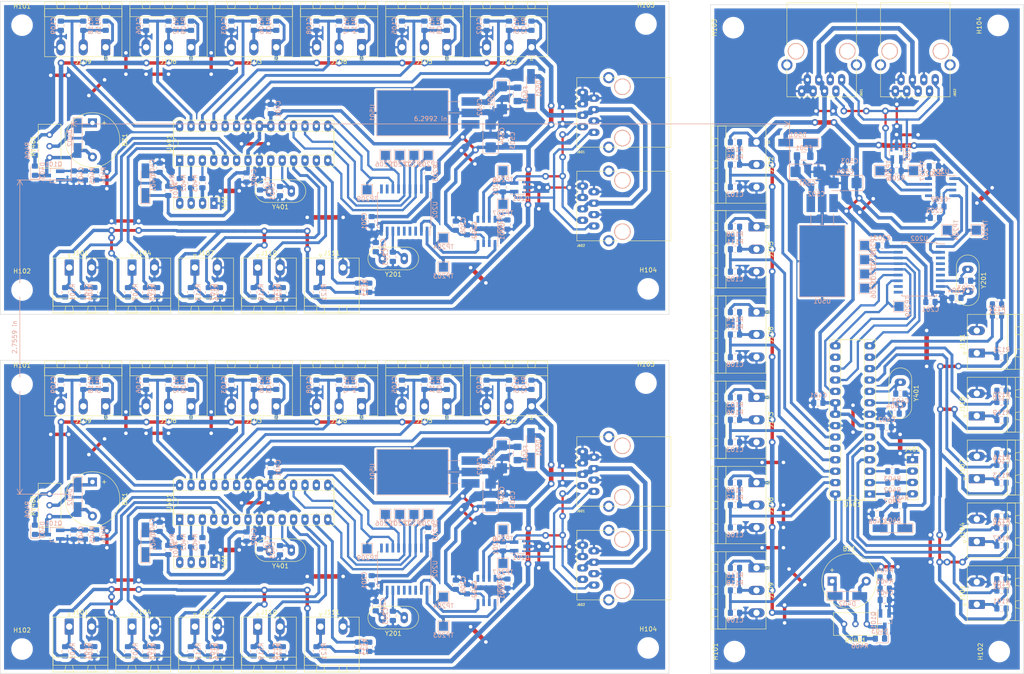
<source format=kicad_pcb>
(kicad_pcb (version 20171130) (host pcbnew 5.1.4)
  (layers (0 F.Cu jumper) (31 B.Cu signal) (34 B.Paste user hide) (35 F.Paste user hide) (36 B.SilkS user hide) (37 F.SilkS user hide) (38 B.Mask user hide) (39 F.Mask user hide) (44 Edge.Cuts user))
  (net 0 "")
  (net 1 GND)
  (net 2 +5V)
  (net 3 /MCU/RESET)
  (net 4 "Net-(C203-Pad1)")
  (net 5 "Net-(C204-Pad1)")
  (net 6 "Net-(C403-Pad1)")
  (net 7 "Net-(C404-Pad1)")
  (net 8 "Net-(D501-Pad1)")
  (net 9 "/POWER SUPPLY/+18V_IN")
  (net 10 "/CANBUS CONN/CAN_L")
  (net 11 "/CANBUS CONN/CAN_H")
  (net 12 "Net-(R202-Pad1)")
  (net 13 "Net-(R203-Pad2)")
  (net 14 /MCU/USART_RX)
  (net 15 "Net-(J401-Pad3)")
  (net 16 "Net-(J401-Pad2)")
  (net 17 /MCU/USART_TX)
  (net 18 /MOSI)
  (net 19 /MISO)
  (net 20 /CANBUS/TXCAN)
  (net 21 /CANBUS/RXCAN)
  (net 22 /CANBUS/CS)
  (net 23 /SCK)
  (net 24 /CANBUS/INT)
  (net 25 "Net-(D403-Pad2)")
  (net 26 "Net-(C501-Pad1)")
  (net 27 "Net-(C407-Pad2)")
  (net 28 "Net-(BZ1-Pad1)")
  (net 29 /Conectores/SW_DMS)
  (net 30 /Conectores/SW_MPPT_ON)
  (net 31 /Conectores/SW_ENGINE_ON)
  (net 32 /Conectores/SW_BOAT_ON)
  (net 33 /Conectores/SW_EMERGENCIA)
  (net 34 /Conectores/ENGINE_VEL)
  (net 35 /Conectores/ENGINE_ACEL)
  (net 36 /Conectores/MPPT_POT)
  (net 37 /Conectores/SW_PUMP1_ON)
  (net 38 /Conectores/SW_PUMP2_ON)
  (net 39 /Conectores/SW_PUMP3_ON)
  (net 40 "Net-(BZ1-Pad2)")
  (net 41 /MCU/BUZZER)
  (net 42 "Net-(J101-Pad1)")
  (net 43 "Net-(J102-Pad2)")
  (net 44 "Net-(J103-Pad2)")
  (net 45 "Net-(J104-Pad1)")
  (net 46 "Net-(J105-Pad2)")
  (net 47 "Net-(J106-Pad2)")
  (net 48 "Net-(J107-Pad1)")
  (net 49 "Net-(J108-Pad2)")
  (net 50 "Net-(J109-Pad2)")
  (net 51 "Net-(J110-Pad1)")
  (net 52 "Net-(J111-Pad1)")
  (net 53 "Net-(R407-Pad1)")
  (module Capacitor_SMD:C_0805_2012Metric_Pad1.15x1.40mm_HandSolder (layer B.Cu) (at 259.076 144.034)
    (fp_text reference C104 (at 0 1.65) (layer B.SilkS) (effects (justify mirror)))
    (fp_text value 100n)
    (pad 1 smd roundrect (at -1.025 0) (size 1.15 1.4) (layers B.Cu B.Paste B.Mask) (roundrect_rratio 0.217391))
    (pad 2 smd roundrect (at 1.025 0) (size 1.15 1.4) (layers B.Cu B.Paste B.Mask) (roundrect_rratio 0.217391))
  )
  (module KicadZeniteSolarLibrary18:TO-220-3_Horizontal_TabDown_SMD (layer B.Cu) (at 216.59 75.49)
    (fp_text reference U501 (at 2.54 20.58 180) (layer B.SilkS) (effects (justify mirror)))
    (fp_text value LM7805)
    (pad 2 smd rect (at 2.54 11.684) (size 10 16) (layers B.Cu B.Paste B.Mask))
    (pad 1 smd rect (at 0 -1.27) (size 1.905 4) (layers B.Cu B.Paste B.Mask))
    (pad 2 smd rect (at 2.54 -1.27) (size 1.905 4) (layers B.Cu B.Paste B.Mask))
    (pad 3 smd rect (at 5.08 -1.27) (size 1.905 4) (layers B.Cu B.Paste B.Mask))
  )
  (module Diode_SMD:D_MiniMELF_Handsoldering (layer B.Cu) (at 224.75 161.75)
    (fp_text reference D402 (at 0 1.75 180) (layer B.SilkS) (effects (justify mirror)))
    (fp_text value BYD77)
    (pad 2 smd rect (at 2.75 0) (size 3.3 1.7) (layers B.Cu B.Paste B.Mask))
    (pad 1 smd rect (at -2.75 0) (size 3.3 1.7) (layers B.Cu B.Paste B.Mask))
  )
  (module Buzzer_Beeper:Buzzer_12x9.5RM7.6 (layer F.Cu) (at 221.35 158.45)
    (fp_text reference BZ1 (at 3.8 -7.2) (layer F.SilkS))
    (fp_text value Buzzer)
    (fp_text user + (at -0.01 -2.54) (layer F.SilkS))
    (pad 2 thru_hole circle (at 7.6 0) (size 2 2) (drill 1) (layers *.Cu *.Mask))
    (pad 1 thru_hole rect (at 0 0) (size 2 2) (drill 1) (layers *.Cu *.Mask))
  )
  (module Resistor_SMD:R_0805_2012Metric_Pad1.15x1.40mm_HandSolder (layer B.Cu) (at 259.076 132.534 180)
    (fp_text reference R116 (at 0 1.65) (layer B.SilkS) (effects (justify mirror)))
    (fp_text value 100R)
    (pad 1 smd roundrect (at -1.025 0 180) (size 1.15 1.4) (layers B.Cu B.Paste B.Mask) (roundrect_rratio 0.217391))
    (pad 2 smd roundrect (at 1.025 0 180) (size 1.15 1.4) (layers B.Cu B.Paste B.Mask) (roundrect_rratio 0.217391))
  )
  (module Resistor_SMD:R_0805_2012Metric_Pad1.15x1.40mm_HandSolder (layer B.Cu) (at 199.7 155.5)
    (fp_text reference R115 (at 0 1.65 180) (layer B.SilkS) (effects (justify mirror)))
    (fp_text value 10k)
    (pad 1 smd roundrect (at -1.025 0) (size 1.15 1.4) (layers B.Cu B.Paste B.Mask) (roundrect_rratio 0.217391))
    (pad 2 smd roundrect (at 1.025 0) (size 1.15 1.4) (layers B.Cu B.Paste B.Mask) (roundrect_rratio 0.217391))
  )
  (module Fuse:Fuse_1206_3216Metric_Pad1.42x1.75mm_HandSolder (layer B.Cu) (at 215 63.75 180)
    (fp_text reference F501 (at 0 1.82 180) (layer B.SilkS) (effects (justify mirror)))
    (fp_text value 500mA)
    (pad 2 smd roundrect (at 1.4875 0 180) (size 1.425 1.75) (layers B.Cu B.Paste B.Mask) (roundrect_rratio 0.175439))
    (pad 1 smd roundrect (at -1.4875 0 180) (size 1.425 1.75) (layers B.Cu B.Paste B.Mask) (roundrect_rratio 0.175439))
  )
  (module Package_TO_SOT_SMD:SOT-23_Handsoldering (layer B.Cu) (at 233.076 167.134 270)
    (fp_text reference Q101 (at 0 2.5 90) (layer B.SilkS) (effects (justify mirror)))
    (fp_text value BCV27)
    (pad 3 smd rect (at 1.5 0 270) (size 1.9 0.8) (layers B.Cu B.Paste B.Mask))
    (pad 2 smd rect (at -1.5 -0.95 270) (size 1.9 0.8) (layers B.Cu B.Paste B.Mask))
    (pad 1 smd rect (at -1.5 0.95 270) (size 1.9 0.8) (layers B.Cu B.Paste B.Mask))
  )
  (module Resistor_SMD:R_0805_2012Metric_Pad1.15x1.40mm_HandSolder (layer B.Cu) (at 227.525 171.25)
    (fp_text reference R406 (at 0 1.65 180) (layer B.SilkS) (effects (justify mirror)))
    (fp_text value 330)
    (pad 2 smd roundrect (at 1.025 0) (size 1.15 1.4) (layers B.Cu B.Paste B.Mask) (roundrect_rratio 0.217391))
    (pad 1 smd roundrect (at -1.025 0) (size 1.15 1.4) (layers B.Cu B.Paste B.Mask) (roundrect_rratio 0.217391))
  )
  (module KicadZeniteSolarLibrary18:RJ45_YH59_01 (layer F.Cu) (at 244.321 46.718 180)
    (fp_text reference J602 (at -4.364296 -2.909696 90) (layer F.SilkS) (effects (font (size 0.5 0.5) (thickness 0.1))))
    (fp_text value RJ45)
    (pad 9 thru_hole circle (at 12.2 3.296 180) (size 2.5 2.5) (drill 1.6) (layers *.Cu *.Mask))
    (pad 9 thru_hole circle (at -3.3 3.296 180) (size 2.5 2.5) (drill 1.6) (layers *.Cu *.Mask))
    (pad 8 thru_hole oval (at 8.895 -2.544 180) (size 1.6 2.5) (drill 0.8) (layers *.Cu *.Mask))
    (pad 7 thru_hole oval (at 7.625 -0.004 180) (size 1.6 2.5) (drill 0.8) (layers *.Cu *.Mask))
    (pad 6 thru_hole oval (at 6.355 -2.544 180) (size 1.6 2.5) (drill 0.8) (layers *.Cu *.Mask))
    (pad 5 thru_hole oval (at 5.085 -0.004 180) (size 1.6 2.5) (drill 0.8) (layers *.Cu *.Mask))
    (pad 4 thru_hole oval (at 3.815 -2.544 180) (size 1.6 2.5) (drill 0.8) (layers *.Cu *.Mask))
    (pad 3 thru_hole oval (at 2.545 -0.004 180) (size 1.6 2.5) (drill 0.8) (layers *.Cu *.Mask))
    (pad 2 thru_hole oval (at 1.275 -2.544 180) (size 1.6 2.5) (drill 0.8) (layers *.Cu *.Mask))
    (pad 1 thru_hole oval (at 0.005 -0.004 180) (size 1.6 2.5) (drill 0.8) (layers *.Cu *.Mask))
    (pad "" np_thru_hole circle (at -1.265 6.346 180) (size 3.65 3.65) (drill 3.2) (layers *.Cu *.SilkS *.Mask))
    (pad "" np_thru_hole circle (at 10.165 6.346 180) (size 3.65 3.65) (drill 3.2) (layers *.Cu *.SilkS *.Mask))
  )
  (module Resistor_SMD:R_0805_2012Metric_Pad1.15x1.40mm_HandSolder (layer B.Cu) (at 259.076 122.534 180)
    (fp_text reference R119 (at 0 1.65) (layer B.SilkS) (effects (justify mirror)))
    (fp_text value 10k)
    (pad 1 smd roundrect (at -1.025 0 180) (size 1.15 1.4) (layers B.Cu B.Paste B.Mask) (roundrect_rratio 0.217391))
    (pad 2 smd roundrect (at 1.025 0 180) (size 1.15 1.4) (layers B.Cu B.Paste B.Mask) (roundrect_rratio 0.217391))
  )
  (module Package_TO_SOT_SMD:SOT-23_Handsoldering (layer B.Cu) (at 235.7 63 90)
    (fp_text reference D201 (at 0 2.5 90) (layer B.SilkS) (effects (justify mirror)))
    (fp_text value pesd1can)
    (pad 1 smd rect (at -1.5 0.95 90) (size 1.9 0.8) (layers B.Cu B.Paste B.Mask))
    (pad 2 smd rect (at -1.5 -0.95 90) (size 1.9 0.8) (layers B.Cu B.Paste B.Mask))
    (pad 3 smd rect (at 1.5 0 90) (size 1.9 0.8) (layers B.Cu B.Paste B.Mask))
  )
  (module Capacitor_Tantalum_SMD:CP_EIA-6032-20_AVX-F_Pad2.25x2.35mm_HandSolder (layer B.Cu) (at 224.25 69.75 180)
    (fp_text reference C504 (at 0 2.55) (layer B.SilkS) (effects (justify mirror)))
    (fp_text value 1uF)
    (pad 1 smd roundrect (at -2.55 0 180) (size 2.25 2.35) (layers B.Cu B.Paste B.Mask) (roundrect_rratio 0.111111))
    (pad 2 smd roundrect (at 2.55 0 180) (size 2.25 2.35) (layers B.Cu B.Paste B.Mask) (roundrect_rratio 0.111111))
  )
  (module Capacitor_Tantalum_SMD:CP_EIA-6032-20_AVX-F_Pad2.25x2.35mm_HandSolder (layer B.Cu) (at 215.75 67.25)
    (fp_text reference C501 (at 0 2.55 180) (layer B.SilkS) (effects (justify mirror)))
    (fp_text value 1uF)
    (pad 2 smd roundrect (at 2.55 0) (size 2.25 2.35) (layers B.Cu B.Paste B.Mask) (roundrect_rratio 0.111111))
    (pad 1 smd roundrect (at -2.55 0) (size 2.25 2.35) (layers B.Cu B.Paste B.Mask) (roundrect_rratio 0.111111))
  )
  (module Resistor_SMD:R_0805_2012Metric_Pad1.15x1.40mm_HandSolder (layer B.Cu) (at 199.7 103.5 180)
    (fp_text reference R117 (at 0 1.65) (layer B.SilkS) (effects (justify mirror)))
    (fp_text value 100R)
    (pad 1 smd roundrect (at -1.025 0 180) (size 1.15 1.4) (layers B.Cu B.Paste B.Mask) (roundrect_rratio 0.217391))
    (pad 2 smd roundrect (at 1.025 0 180) (size 1.15 1.4) (layers B.Cu B.Paste B.Mask) (roundrect_rratio 0.217391))
  )
  (module Resistor_SMD:R_0805_2012Metric_Pad1.15x1.40mm_HandSolder (layer B.Cu) (at 259.076 160.534 180)
    (fp_text reference R104 (at 0 1.65) (layer B.SilkS) (effects (justify mirror)))
    (fp_text value 100R)
    (pad 1 smd roundrect (at -1.025 0 180) (size 1.15 1.4) (layers B.Cu B.Paste B.Mask) (roundrect_rratio 0.217391))
    (pad 2 smd roundrect (at 1.025 0 180) (size 1.15 1.4) (layers B.Cu B.Paste B.Mask) (roundrect_rratio 0.217391))
  )
  (module Resistor_SMD:R_0805_2012Metric_Pad1.15x1.40mm_HandSolder (layer B.Cu) (at 199.7 141.5 180)
    (fp_text reference R112 (at 0 1.65) (layer B.SilkS) (effects (justify mirror)))
    (fp_text value 100R)
    (pad 1 smd roundrect (at -1.025 0 180) (size 1.15 1.4) (layers B.Cu B.Paste B.Mask) (roundrect_rratio 0.217391))
    (pad 2 smd roundrect (at 1.025 0 180) (size 1.15 1.4) (layers B.Cu B.Paste B.Mask) (roundrect_rratio 0.217391))
  )
  (module Resistor_SMD:R_0805_2012Metric_Pad1.15x1.40mm_HandSolder (layer B.Cu) (at 199.7 79.5)
    (fp_text reference R108 (at 0 1.65 180) (layer B.SilkS) (effects (justify mirror)))
    (fp_text value 10k)
    (pad 1 smd roundrect (at -1.025 0) (size 1.15 1.4) (layers B.Cu B.Paste B.Mask) (roundrect_rratio 0.217391))
    (pad 2 smd roundrect (at 1.025 0) (size 1.15 1.4) (layers B.Cu B.Paste B.Mask) (roundrect_rratio 0.217391))
  )
  (module Resistor_SMD:R_0805_2012Metric_Pad1.15x1.40mm_HandSolder (layer B.Cu) (at 199.7 60.65)
    (fp_text reference R102 (at 0 1.65 180) (layer B.SilkS) (effects (justify mirror)))
    (fp_text value 10k)
    (pad 1 smd roundrect (at -1.025 0) (size 1.15 1.4) (layers B.Cu B.Paste B.Mask) (roundrect_rratio 0.217391))
    (pad 2 smd roundrect (at 1.025 0) (size 1.15 1.4) (layers B.Cu B.Paste B.Mask) (roundrect_rratio 0.217391))
  )
  (module Resistor_SMD:R_0805_2012Metric_Pad1.15x1.40mm_HandSolder (layer B.Cu) (at 259.076 146.534 180)
    (fp_text reference R110 (at 0 1.65) (layer B.SilkS) (effects (justify mirror)))
    (fp_text value 100R)
    (pad 1 smd roundrect (at -1.025 0 180) (size 1.15 1.4) (layers B.Cu B.Paste B.Mask) (roundrect_rratio 0.217391))
    (pad 2 smd roundrect (at 1.025 0 180) (size 1.15 1.4) (layers B.Cu B.Paste B.Mask) (roundrect_rratio 0.217391))
  )
  (module Resistor_SMD:R_0805_2012Metric_Pad1.15x1.40mm_HandSolder (layer B.Cu) (at 199.7 136.5)
    (fp_text reference R109 (at 0 1.65 180) (layer B.SilkS) (effects (justify mirror)))
    (fp_text value 10k)
    (pad 1 smd roundrect (at -1.025 0) (size 1.15 1.4) (layers B.Cu B.Paste B.Mask) (roundrect_rratio 0.217391))
    (pad 2 smd roundrect (at 1.025 0) (size 1.15 1.4) (layers B.Cu B.Paste B.Mask) (roundrect_rratio 0.217391))
  )
  (module KicadZeniteSolarLibrary18:RJ45_YH59_01 (layer F.Cu) (at 223.466 46.722 180)
    (fp_text reference J601 (at -4.364296 -2.909696 90) (layer F.SilkS) (effects (font (size 0.5 0.5) (thickness 0.1))))
    (fp_text value RJ45)
    (pad 9 thru_hole circle (at 12.2 3.296 180) (size 2.5 2.5) (drill 1.6) (layers *.Cu *.Mask))
    (pad 9 thru_hole circle (at -3.3 3.296 180) (size 2.5 2.5) (drill 1.6) (layers *.Cu *.Mask))
    (pad 8 thru_hole oval (at 8.895 -2.544 180) (size 1.6 2.5) (drill 0.8) (layers *.Cu *.Mask))
    (pad 7 thru_hole oval (at 7.625 -0.004 180) (size 1.6 2.5) (drill 0.8) (layers *.Cu *.Mask))
    (pad 6 thru_hole oval (at 6.355 -2.544 180) (size 1.6 2.5) (drill 0.8) (layers *.Cu *.Mask))
    (pad 5 thru_hole oval (at 5.085 -0.004 180) (size 1.6 2.5) (drill 0.8) (layers *.Cu *.Mask))
    (pad 4 thru_hole oval (at 3.815 -2.544 180) (size 1.6 2.5) (drill 0.8) (layers *.Cu *.Mask))
    (pad 3 thru_hole oval (at 2.545 -0.004 180) (size 1.6 2.5) (drill 0.8) (layers *.Cu *.Mask))
    (pad 2 thru_hole oval (at 1.275 -2.544 180) (size 1.6 2.5) (drill 0.8) (layers *.Cu *.Mask))
    (pad 1 thru_hole oval (at 0.005 -0.004 180) (size 1.6 2.5) (drill 0.8) (layers *.Cu *.Mask))
    (pad "" np_thru_hole circle (at -1.265 6.346 180) (size 3.65 3.65) (drill 3.2) (layers *.Cu *.SilkS *.Mask))
    (pad "" np_thru_hole circle (at 10.165 6.346 180) (size 3.65 3.65) (drill 3.2) (layers *.Cu *.SilkS *.Mask))
  )
  (module Capacitor_SMD:C_0805_2012Metric_Pad1.15x1.40mm_HandSolder (layer B.Cu) (at 251.176 91.524)
    (fp_text reference C203 (at 0 1.65 180) (layer B.SilkS) (effects (justify mirror)))
    (fp_text value 22pF)
    (pad 2 smd roundrect (at 1.025 0) (size 1.15 1.4) (layers B.Cu B.Paste B.Mask) (roundrect_rratio 0.217391))
    (pad 1 smd roundrect (at -1.025 0) (size 1.15 1.4) (layers B.Cu B.Paste B.Mask) (roundrect_rratio 0.217391))
  )
  (module Capacitor_SMD:C_0805_2012Metric_Pad1.15x1.40mm_HandSolder (layer B.Cu) (at 244.25 77.5 180)
    (fp_text reference C205 (at 0 1.65 180) (layer B.SilkS) (effects (justify mirror)))
    (fp_text value 100nF)
    (pad 2 smd roundrect (at 1.025 0 180) (size 1.15 1.4) (layers B.Cu B.Paste B.Mask) (roundrect_rratio 0.217391))
    (pad 1 smd roundrect (at -1.025 0 180) (size 1.15 1.4) (layers B.Cu B.Paste B.Mask) (roundrect_rratio 0.217391))
  )
  (module Capacitor_SMD:C_0805_2012Metric_Pad1.15x1.40mm_HandSolder (layer B.Cu) (at 243.25 96.25)
    (fp_text reference C201 (at 0 1.65 180) (layer B.SilkS) (effects (justify mirror)))
    (fp_text value 100nF)
    (pad 2 smd roundrect (at 1.025 0) (size 1.15 1.4) (layers B.Cu B.Paste B.Mask) (roundrect_rratio 0.217391))
    (pad 1 smd roundrect (at -1.025 0) (size 1.15 1.4) (layers B.Cu B.Paste B.Mask) (roundrect_rratio 0.217391))
  )
  (module Capacitor_SMD:C_0805_2012Metric_Pad1.15x1.40mm_HandSolder (layer B.Cu) (at 235.276 121.119 180)
    (fp_text reference C404 (at 0 1.65) (layer B.SilkS) (effects (justify mirror)))
    (fp_text value 22pF)
    (pad 2 smd roundrect (at 1.025 0 180) (size 1.15 1.4) (layers B.Cu B.Paste B.Mask) (roundrect_rratio 0.217391))
    (pad 1 smd roundrect (at -1.025 0 180) (size 1.15 1.4) (layers B.Cu B.Paste B.Mask) (roundrect_rratio 0.217391))
  )
  (module Resistor_SMD:R_0805_2012Metric_Pad1.15x1.40mm_HandSolder (layer B.Cu) (at 199.7 84.5 180)
    (fp_text reference R111 (at 0 1.65) (layer B.SilkS) (effects (justify mirror)))
    (fp_text value 100R)
    (pad 1 smd roundrect (at -1.025 0 180) (size 1.15 1.4) (layers B.Cu B.Paste B.Mask) (roundrect_rratio 0.217391))
    (pad 2 smd roundrect (at 1.025 0 180) (size 1.15 1.4) (layers B.Cu B.Paste B.Mask) (roundrect_rratio 0.217391))
  )
  (module Capacitor_SMD:C_0805_2012Metric_Pad1.15x1.40mm_HandSolder (layer B.Cu) (at 249.026 95.334 180)
    (fp_text reference C204 (at 0 1.65) (layer B.SilkS) (effects (justify mirror)))
    (fp_text value 22pF)
    (pad 2 smd roundrect (at 1.025 0 180) (size 1.15 1.4) (layers B.Cu B.Paste B.Mask) (roundrect_rratio 0.217391))
    (pad 1 smd roundrect (at -1.025 0 180) (size 1.15 1.4) (layers B.Cu B.Paste B.Mask) (roundrect_rratio 0.217391))
  )
  (module Capacitor_SMD:C_0805_2012Metric_Pad1.15x1.40mm_HandSolder (layer B.Cu) (at 245.25 75 180)
    (fp_text reference C202 (at 0 1.65) (layer B.SilkS) (effects (justify mirror)))
    (fp_text value 100nF)
    (pad 2 smd roundrect (at 1.025 0 180) (size 1.15 1.4) (layers B.Cu B.Paste B.Mask) (roundrect_rratio 0.217391))
    (pad 1 smd roundrect (at -1.025 0 180) (size 1.15 1.4) (layers B.Cu B.Paste B.Mask) (roundrect_rratio 0.217391))
  )
  (module Resistor_SMD:R_0805_2012Metric_Pad1.15x1.40mm_HandSolder (layer B.Cu) (at 259.076 150.534 180)
    (fp_text reference R107 (at 0 1.65) (layer B.SilkS) (effects (justify mirror)))
    (fp_text value 10k)
    (pad 1 smd roundrect (at -1.025 0 180) (size 1.15 1.4) (layers B.Cu B.Paste B.Mask) (roundrect_rratio 0.217391))
    (pad 2 smd roundrect (at 1.025 0 180) (size 1.15 1.4) (layers B.Cu B.Paste B.Mask) (roundrect_rratio 0.217391))
  )
  (module Connector_Phoenix_MSTB:PhoenixContact_MSTBA_2,5_3-G_1x03_P5.00mm_Horizontal (layer F.Cu) (at 204.494 117.5 270)
    (fp_text reference J103 (at 5 -3.2 270) (layer F.SilkS))
    (fp_text value SW_PUMP1_ON)
    (pad 3 thru_hole oval (at 10 0 270) (size 2 3.6) (drill 1.4) (layers *.Cu *.Mask))
    (pad 2 thru_hole oval (at 5 0 270) (size 2 3.6) (drill 1.4) (layers *.Cu *.Mask))
    (pad 1 thru_hole roundrect (at 0 0 270) (size 2 3.6) (drill 1.4) (layers *.Cu *.Mask) (roundrect_rratio 0.125))
  )
  (module Resistor_SMD:R_0805_2012Metric_Pad1.15x1.40mm_HandSolder (layer B.Cu) (at 199.7 117.5)
    (fp_text reference R103 (at 0 1.65 180) (layer B.SilkS) (effects (justify mirror)))
    (fp_text value 10k)
    (pad 1 smd roundrect (at -1.025 0) (size 1.15 1.4) (layers B.Cu B.Paste B.Mask) (roundrect_rratio 0.217391))
    (pad 2 smd roundrect (at 1.025 0) (size 1.15 1.4) (layers B.Cu B.Paste B.Mask) (roundrect_rratio 0.217391))
  )
  (module Connector_Phoenix_MSTB:PhoenixContact_MSTBA_2,5_3-G_1x03_P5.00mm_Horizontal (layer F.Cu) (at 204.494 98.5 270)
    (fp_text reference J108 (at 5 -3.2 270) (layer F.SilkS))
    (fp_text value MPPT_POT)
    (pad 1 thru_hole roundrect (at 0 0 270) (size 2 3.6) (drill 1.4) (layers *.Cu *.Mask) (roundrect_rratio 0.125))
    (pad 2 thru_hole oval (at 5 0 270) (size 2 3.6) (drill 1.4) (layers *.Cu *.Mask))
    (pad 3 thru_hole oval (at 10 0 270) (size 2 3.6) (drill 1.4) (layers *.Cu *.Mask))
  )
  (module Resistor_SMD:R_0805_2012Metric_Pad1.15x1.40mm_HandSolder (layer B.Cu) (at 199.7 65.65 180)
    (fp_text reference R105 (at 0 1.65) (layer B.SilkS) (effects (justify mirror)))
    (fp_text value 100R)
    (pad 1 smd roundrect (at -1.025 0 180) (size 1.15 1.4) (layers B.Cu B.Paste B.Mask) (roundrect_rratio 0.217391))
    (pad 2 smd roundrect (at 1.025 0 180) (size 1.15 1.4) (layers B.Cu B.Paste B.Mask) (roundrect_rratio 0.217391))
  )
  (module Capacitor_SMD:C_0805_2012Metric_Pad1.15x1.40mm_HandSolder (layer B.Cu) (at 199.7 146.5)
    (fp_text reference C106 (at 0 1.65 180) (layer B.SilkS) (effects (justify mirror)))
    (fp_text value 100n)
    (pad 1 smd roundrect (at -1.025 0) (size 1.15 1.4) (layers B.Cu B.Paste B.Mask) (roundrect_rratio 0.217391))
    (pad 2 smd roundrect (at 1.025 0) (size 1.15 1.4) (layers B.Cu B.Paste B.Mask) (roundrect_rratio 0.217391))
  )
  (module Resistor_SMD:R_0805_2012Metric_Pad1.15x1.40mm_HandSolder (layer B.Cu) (at 199.7 122.5 180)
    (fp_text reference R106 (at 0 1.65) (layer B.SilkS) (effects (justify mirror)))
    (fp_text value 100R)
    (pad 1 smd roundrect (at -1.025 0 180) (size 1.15 1.4) (layers B.Cu B.Paste B.Mask) (roundrect_rratio 0.217391))
    (pad 2 smd roundrect (at 1.025 0 180) (size 1.15 1.4) (layers B.Cu B.Paste B.Mask) (roundrect_rratio 0.217391))
  )
  (module MountingHole:MountingHole_3.2mm_M3 (layer F.Cu) (at 199.576 174.134 90)
    (fp_text reference H101 (at 0 -4.2 90) (layer F.SilkS))
    (fp_text value MountingHole)
    (pad 1 np_thru_hole circle (at 0 0 90) (size 3.2 3.2) (drill 3.2) (layers *.Cu *.Mask))
  )
  (module Connector_Phoenix_MSTB:PhoenixContact_MSTBA_2,5_3-G_1x03_P5.00mm_Horizontal (layer F.Cu) (at 204.494 60.634 270)
    (fp_text reference J102 (at 5 -3.2 270) (layer F.SilkS))
    (fp_text value ENGINE_VEL)
    (pad 1 thru_hole roundrect (at 0 0 270) (size 2 3.6) (drill 1.4) (layers *.Cu *.Mask) (roundrect_rratio 0.125))
    (pad 2 thru_hole oval (at 5 0 270) (size 2 3.6) (drill 1.4) (layers *.Cu *.Mask))
    (pad 3 thru_hole oval (at 10 0 270) (size 2 3.6) (drill 1.4) (layers *.Cu *.Mask))
  )
  (module Resistor_SMD:R_0805_2012Metric_Pad1.15x1.40mm_HandSolder (layer B.Cu) (at 234.776 133.954)
    (fp_text reference R403 (at 0 1.65 180) (layer B.SilkS) (effects (justify mirror)))
    (fp_text value 100R)
    (pad 2 smd roundrect (at 1.025 0) (size 1.15 1.4) (layers B.Cu B.Paste B.Mask) (roundrect_rratio 0.217391))
    (pad 1 smd roundrect (at -1.025 0) (size 1.15 1.4) (layers B.Cu B.Paste B.Mask) (roundrect_rratio 0.217391))
  )
  (module Capacitor_SMD:C_0805_2012Metric_Pad1.15x1.40mm_HandSolder (layer B.Cu) (at 199.7 108.55)
    (fp_text reference C108 (at 0 1.65 180) (layer B.SilkS) (effects (justify mirror)))
    (fp_text value 100n)
    (pad 1 smd roundrect (at -1.025 0) (size 1.15 1.4) (layers B.Cu B.Paste B.Mask) (roundrect_rratio 0.217391))
    (pad 2 smd roundrect (at 1.025 0) (size 1.15 1.4) (layers B.Cu B.Paste B.Mask) (roundrect_rratio 0.217391))
  )
  (module Connector_Phoenix_MSTB:PhoenixContact_MSTBA_2,5_3-G_1x03_P5.00mm_Horizontal (layer F.Cu) (at 204.494 155.5 270)
    (fp_text reference J109 (at 5 -3.2 270) (layer F.SilkS))
    (fp_text value SW_PUMP3_ON)
    (pad 3 thru_hole oval (at 10 0 270) (size 2 3.6) (drill 1.4) (layers *.Cu *.Mask))
    (pad 2 thru_hole oval (at 5 0 270) (size 2 3.6) (drill 1.4) (layers *.Cu *.Mask))
    (pad 1 thru_hole roundrect (at 0 0 270) (size 2 3.6) (drill 1.4) (layers *.Cu *.Mask) (roundrect_rratio 0.125))
  )
  (module Capacitor_SMD:C_0805_2012Metric_Pad1.15x1.40mm_HandSolder (layer B.Cu) (at 259.076 130.034)
    (fp_text reference C107 (at 0 1.65) (layer B.SilkS) (effects (justify mirror)))
    (fp_text value 100n)
    (pad 1 smd roundrect (at -1.025 0) (size 1.15 1.4) (layers B.Cu B.Paste B.Mask) (roundrect_rratio 0.217391))
    (pad 2 smd roundrect (at 1.025 0) (size 1.15 1.4) (layers B.Cu B.Paste B.Mask) (roundrect_rratio 0.217391))
  )
  (module Capacitor_SMD:C_0805_2012Metric_Pad1.15x1.40mm_HandSolder (layer B.Cu) (at 233.076 162.634 180)
    (fp_text reference C407 (at 0 1.65 180) (layer B.SilkS) (effects (justify mirror)))
    (fp_text value 100nF)
    (pad 2 smd roundrect (at 1.025 0 180) (size 1.15 1.4) (layers B.Cu B.Paste B.Mask) (roundrect_rratio 0.217391))
    (pad 1 smd roundrect (at -1.025 0 180) (size 1.15 1.4) (layers B.Cu B.Paste B.Mask) (roundrect_rratio 0.217391))
  )
  (module Connector_Phoenix_MSTB:PhoenixContact_MSTBA_2,5_2-G_1x02_P5.00mm_Horizontal (layer F.Cu) (at 253.576 149.634 90)
    (fp_text reference J104 (at 2.5 -3.2 270) (layer F.SilkS))
    (fp_text value SW_ENGINE_ON)
    (pad 1 thru_hole roundrect (at 0 0 90) (size 2 3.6) (drill 1.4) (layers *.Cu *.Mask) (roundrect_rratio 0.125))
    (pad 2 thru_hole oval (at 5 0 90) (size 2 3.6) (drill 1.4) (layers *.Cu *.Mask))
  )
  (module Resistor_SMD:R_0805_2012Metric_Pad1.15x1.40mm_HandSolder (layer B.Cu) (at 259.076 136.534 180)
    (fp_text reference R113 (at 0 1.65) (layer B.SilkS) (effects (justify mirror)))
    (fp_text value 10k)
    (pad 1 smd roundrect (at -1.025 0 180) (size 1.15 1.4) (layers B.Cu B.Paste B.Mask) (roundrect_rratio 0.217391))
    (pad 2 smd roundrect (at 1.025 0 180) (size 1.15 1.4) (layers B.Cu B.Paste B.Mask) (roundrect_rratio 0.217391))
  )
  (module Resistor_SMD:R_0805_2012Metric_Pad1.15x1.40mm_HandSolder (layer B.Cu) (at 259.076 108.534 180)
    (fp_text reference R121 (at 0 1.65) (layer B.SilkS) (effects (justify mirror)))
    (fp_text value 10k)
    (pad 1 smd roundrect (at -1.025 0 180) (size 1.15 1.4) (layers B.Cu B.Paste B.Mask) (roundrect_rratio 0.217391))
    (pad 2 smd roundrect (at 1.025 0 180) (size 1.15 1.4) (layers B.Cu B.Paste B.Mask) (roundrect_rratio 0.217391))
  )
  (module Crystal:Crystal_HC49-U_Vertical (layer F.Cu) (at 251.566 88.984 270)
    (fp_text reference Y201 (at 2.44 -3.525 270) (layer F.SilkS))
    (fp_text value 16MHz)
    (pad 2 thru_hole oval (at 4.88 0 270) (size 1.6 2.5) (drill 0.8) (layers *.Cu *.Mask))
    (pad 1 thru_hole oval (at 0 0 270) (size 1.6 2.5) (drill 0.8) (layers *.Cu *.Mask))
  )
  (module Connector_PinHeader_2.54mm:PinHeader_1x04_P2.54mm_Vertical (layer F.Cu) (at 239.25 131.38)
    (fp_text reference J401 (at 0 -2.33 180) (layer F.SilkS))
    (fp_text value USART)
    (pad 4 thru_hole oval (at 0 7.62) (size 2.5 1.6) (drill 0.8) (layers *.Cu *.Mask))
    (pad 3 thru_hole oval (at 0 5.08) (size 2.5 1.6) (drill 0.8) (layers *.Cu *.Mask))
    (pad 2 thru_hole oval (at 0 2.54) (size 2.5 1.6) (drill 0.8) (layers *.Cu *.Mask))
    (pad 1 thru_hole rect (at 0 0) (size 2.5 1.6) (drill 0.8) (layers *.Cu *.Mask))
  )
  (module TestPoint:TestPoint_Pad_2.0x2.0mm (layer B.Cu) (at 239.5 67 90)
    (fp_text reference TP207 (at 0 1.998 90) (layer B.SilkS) (effects (justify mirror)))
    (fp_text value CAN_H)
    (pad 1 smd rect (at 0 0 90) (size 2 2) (layers B.Cu B.Mask))
  )
  (module Resistor_SMD:R_0805_2012Metric_Pad1.15x1.40mm_HandSolder (layer B.Cu) (at 258.076 99.284 180)
    (fp_text reference R122 (at 0 1.65) (layer B.SilkS) (effects (justify mirror)))
    (fp_text value 100R)
    (pad 1 smd roundrect (at -1.025 0 180) (size 1.15 1.4) (layers B.Cu B.Paste B.Mask) (roundrect_rratio 0.217391))
    (pad 2 smd roundrect (at 1.025 0 180) (size 1.15 1.4) (layers B.Cu B.Paste B.Mask) (roundrect_rratio 0.217391))
  )
  (module TestPoint:TestPoint_Pad_2.0x2.0mm (layer B.Cu) (at 236.25 97.25 90)
    (fp_text reference TP209 (at 0 1.998 90) (layer B.SilkS) (effects (justify mirror)))
    (fp_text value INT)
    (pad 1 smd rect (at 0 0 90) (size 2 2) (layers B.Cu B.Mask))
  )
  (module MountingHole:MountingHole_3.2mm_M3 (layer F.Cu) (at 258.576 174.134 90)
    (fp_text reference H102 (at 0 -4.2 90) (layer F.SilkS))
    (fp_text value MountingHole)
    (pad 1 np_thru_hole circle (at 0 0 90) (size 3.2 3.2) (drill 3.2) (layers *.Cu *.Mask))
  )
  (module Resistor_SMD:R_0805_2012Metric_Pad1.15x1.40mm_HandSolder (layer B.Cu) (at 233.051 157.634 180)
    (fp_text reference R404 (at 0 1.65) (layer B.SilkS) (effects (justify mirror)))
    (fp_text value 100R)
    (pad 2 smd roundrect (at 1.025 0 180) (size 1.15 1.4) (layers B.Cu B.Paste B.Mask) (roundrect_rratio 0.217391))
    (pad 1 smd roundrect (at -1.025 0 180) (size 1.15 1.4) (layers B.Cu B.Paste B.Mask) (roundrect_rratio 0.217391))
  )
  (module Connector_Phoenix_MSTB:PhoenixContact_MSTBA_2,5_3-G_1x03_P5.00mm_Horizontal (layer F.Cu) (at 204.494 136.5 270)
    (fp_text reference J106 (at 5 -3.2 270) (layer F.SilkS))
    (fp_text value SW_PUMP2_ON)
    (pad 1 thru_hole roundrect (at 0 0 270) (size 2 3.6) (drill 1.4) (layers *.Cu *.Mask) (roundrect_rratio 0.125))
    (pad 2 thru_hole oval (at 5 0 270) (size 2 3.6) (drill 1.4) (layers *.Cu *.Mask))
    (pad 3 thru_hole oval (at 10 0 270) (size 2 3.6) (drill 1.4) (layers *.Cu *.Mask))
  )
  (module Capacitor_SMD:C_0805_2012Metric_Pad1.15x1.40mm_HandSolder (layer B.Cu) (at 199.7 127.5)
    (fp_text reference C103 (at 0 1.65 180) (layer B.SilkS) (effects (justify mirror)))
    (fp_text value 100n)
    (pad 1 smd roundrect (at -1.025 0) (size 1.15 1.4) (layers B.Cu B.Paste B.Mask) (roundrect_rratio 0.217391))
    (pad 2 smd roundrect (at 1.025 0) (size 1.15 1.4) (layers B.Cu B.Paste B.Mask) (roundrect_rratio 0.217391))
  )
  (module Capacitor_SMD:C_0805_2012Metric_Pad1.15x1.40mm_HandSolder (layer B.Cu) (at 236.546 116.674)
    (fp_text reference C403 (at 0 1.65 180) (layer B.SilkS) (effects (justify mirror)))
    (fp_text value 22pF)
    (pad 2 smd roundrect (at 1.025 0) (size 1.15 1.4) (layers B.Cu B.Paste B.Mask) (roundrect_rratio 0.217391))
    (pad 1 smd roundrect (at -1.025 0) (size 1.15 1.4) (layers B.Cu B.Paste B.Mask) (roundrect_rratio 0.217391))
  )
  (module Resistor_SMD:R_0805_2012Metric_Pad1.15x1.40mm_HandSolder (layer B.Cu) (at 234.776 136.494)
    (fp_text reference R402 (at 0 1.65 180) (layer B.SilkS) (effects (justify mirror)))
    (fp_text value 100R)
    (pad 2 smd roundrect (at 1.025 0) (size 1.15 1.4) (layers B.Cu B.Paste B.Mask) (roundrect_rratio 0.217391))
    (pad 1 smd roundrect (at -1.025 0) (size 1.15 1.4) (layers B.Cu B.Paste B.Mask) (roundrect_rratio 0.217391))
  )
  (module Resistor_SMD:R_0805_2012Metric_Pad1.15x1.40mm_HandSolder (layer B.Cu) (at 236.5 141.574 180)
    (fp_text reference R401 (at 0 1.65) (layer B.SilkS) (effects (justify mirror)))
    (fp_text value 10k)
    (pad 2 smd roundrect (at 1.025 0 180) (size 1.15 1.4) (layers B.Cu B.Paste B.Mask) (roundrect_rratio 0.217391))
    (pad 1 smd roundrect (at -1.025 0 180) (size 1.15 1.4) (layers B.Cu B.Paste B.Mask) (roundrect_rratio 0.217391))
  )
  (module Resistor_SMD:R_0805_2012Metric_Pad1.15x1.40mm_HandSolder (layer B.Cu) (at 233.076 160.134 180)
    (fp_text reference R405 (at 0 1.65) (layer B.SilkS) (effects (justify mirror)))
    (fp_text value 100R)
    (pad 2 smd roundrect (at 1.025 0 180) (size 1.15 1.4) (layers B.Cu B.Paste B.Mask) (roundrect_rratio 0.217391))
    (pad 1 smd roundrect (at -1.025 0 180) (size 1.15 1.4) (layers B.Cu B.Paste B.Mask) (roundrect_rratio 0.217391))
  )
  (module Capacitor_SMD:C_0805_2012Metric_Pad1.15x1.40mm_HandSolder (layer B.Cu) (at 259.076 116.034)
    (fp_text reference C110 (at 0 1.65) (layer B.SilkS) (effects (justify mirror)))
    (fp_text value 100n)
    (pad 1 smd roundrect (at -1.025 0) (size 1.15 1.4) (layers B.Cu B.Paste B.Mask) (roundrect_rratio 0.217391))
    (pad 2 smd roundrect (at 1.025 0) (size 1.15 1.4) (layers B.Cu B.Paste B.Mask) (roundrect_rratio 0.217391))
  )
  (module Connector_Phoenix_MSTB:PhoenixContact_MSTBA_2,5_3-G_1x03_P5.00mm_Horizontal (layer F.Cu) (at 204.494 79.5 270)
    (fp_text reference J105 (at 5 -3.2 270) (layer F.SilkS))
    (fp_text value ENGINE_ACEL)
    (pad 3 thru_hole oval (at 10 0 270) (size 2 3.6) (drill 1.4) (layers *.Cu *.Mask))
    (pad 2 thru_hole oval (at 5 0 270) (size 2 3.6) (drill 1.4) (layers *.Cu *.Mask))
    (pad 1 thru_hole roundrect (at 0 0 270) (size 2 3.6) (drill 1.4) (layers *.Cu *.Mask) (roundrect_rratio 0.125))
  )
  (module Resistor_SMD:R_0805_2012Metric_Pad1.15x1.40mm_HandSolder (layer B.Cu) (at 234.776 139)
    (fp_text reference R407 (at 0 1.65) (layer B.SilkS) (effects (justify mirror)))
    (fp_text value 100R)
    (pad 1 smd roundrect (at -1.025 0) (size 1.15 1.4) (layers B.Cu B.Paste B.Mask) (roundrect_rratio 0.217391))
    (pad 2 smd roundrect (at 1.025 0) (size 1.15 1.4) (layers B.Cu B.Paste B.Mask) (roundrect_rratio 0.217391))
  )
  (module MountingHole:MountingHole_3.2mm_M3 (layer F.Cu) (at 199.326 35.134 90)
    (fp_text reference H103 (at 0 -4.2 90) (layer F.SilkS))
    (fp_text value MountingHole)
    (pad 1 np_thru_hole circle (at 0 0 90) (size 3.2 3.2) (drill 3.2) (layers *.Cu *.Mask))
  )
  (module Resistor_SMD:R_0805_2012Metric_Pad1.15x1.40mm_HandSolder (layer B.Cu) (at 235.7 67)
    (fp_text reference R201 (at 0 1.65 180) (layer B.SilkS) (effects (justify mirror)))
    (fp_text value 120)
    (pad 2 smd roundrect (at 1.025 0) (size 1.15 1.4) (layers B.Cu B.Paste B.Mask) (roundrect_rratio 0.217391))
    (pad 1 smd roundrect (at -1.025 0) (size 1.15 1.4) (layers B.Cu B.Paste B.Mask) (roundrect_rratio 0.217391))
  )
  (module Resistor_SMD:R_0805_2012Metric_Pad1.15x1.40mm_HandSolder (layer B.Cu) (at 244 66)
    (fp_text reference R202 (at 0 1.65 180) (layer B.SilkS) (effects (justify mirror)))
    (fp_text value 4k7)
    (pad 2 smd roundrect (at 1.025 0) (size 1.15 1.4) (layers B.Cu B.Paste B.Mask) (roundrect_rratio 0.217391))
    (pad 1 smd roundrect (at -1.025 0) (size 1.15 1.4) (layers B.Cu B.Paste B.Mask) (roundrect_rratio 0.217391))
  )
  (module Resistor_SMD:R_0805_2012Metric_Pad1.15x1.40mm_HandSolder (layer B.Cu) (at 232.525 83.65 180)
    (fp_text reference R203 (at 0 1.65) (layer B.SilkS) (effects (justify mirror)))
    (fp_text value 10k)
    (pad 2 smd roundrect (at 1.025 0 180) (size 1.15 1.4) (layers B.Cu B.Paste B.Mask) (roundrect_rratio 0.217391))
    (pad 1 smd roundrect (at -1.025 0 180) (size 1.15 1.4) (layers B.Cu B.Paste B.Mask) (roundrect_rratio 0.217391))
  )
  (module Resistor_SMD:R_0805_2012Metric_Pad1.15x1.40mm_HandSolder (layer B.Cu) (at 199.7 98.5)
    (fp_text reference R114 (at 0 1.65 180) (layer B.SilkS) (effects (justify mirror)))
    (fp_text value 10k)
    (pad 1 smd roundrect (at -1.025 0) (size 1.15 1.4) (layers B.Cu B.Paste B.Mask) (roundrect_rratio 0.217391))
    (pad 2 smd roundrect (at 1.025 0) (size 1.15 1.4) (layers B.Cu B.Paste B.Mask) (roundrect_rratio 0.217391))
  )
  (module Resistor_SMD:R_0805_2012Metric_Pad1.15x1.40mm_HandSolder (layer B.Cu) (at 259.076 164.534 180)
    (fp_text reference R101 (at 0 1.65) (layer B.SilkS) (effects (justify mirror)))
    (fp_text value 10k)
    (pad 2 smd roundrect (at 1.025 0 180) (size 1.15 1.4) (layers B.Cu B.Paste B.Mask) (roundrect_rratio 0.217391))
    (pad 1 smd roundrect (at -1.025 0 180) (size 1.15 1.4) (layers B.Cu B.Paste B.Mask) (roundrect_rratio 0.217391))
  )
  (module Capacitor_SMD:C_0805_2012Metric_Pad1.15x1.40mm_HandSolder (layer B.Cu) (at 199.7 89.5)
    (fp_text reference C105 (at 0 1.65 180) (layer B.SilkS) (effects (justify mirror)))
    (fp_text value 100n)
    (pad 1 smd roundrect (at -1.025 0) (size 1.15 1.4) (layers B.Cu B.Paste B.Mask) (roundrect_rratio 0.217391))
    (pad 2 smd roundrect (at 1.025 0) (size 1.15 1.4) (layers B.Cu B.Paste B.Mask) (roundrect_rratio 0.217391))
  )
  (module TestPoint:TestPoint_Pad_2.0x2.0mm (layer B.Cu) (at 232 67 90)
    (fp_text reference TP208 (at 0 1.998 90) (layer B.SilkS) (effects (justify mirror)))
    (fp_text value CAN_L)
    (pad 1 smd rect (at 0 0 90) (size 2 2) (layers B.Cu B.Mask))
  )
  (module Capacitor_SMD:C_0805_2012Metric_Pad1.15x1.40mm_HandSolder (layer B.Cu) (at 225.25 66.5 180)
    (fp_text reference C503 (at 0 1.65) (layer B.SilkS) (effects (justify mirror)))
    (fp_text value 100nF)
    (pad 2 smd roundrect (at 1.025 0 180) (size 1.15 1.4) (layers B.Cu B.Paste B.Mask) (roundrect_rratio 0.217391))
    (pad 1 smd roundrect (at -1.025 0 180) (size 1.15 1.4) (layers B.Cu B.Paste B.Mask) (roundrect_rratio 0.217391))
  )
  (module Capacitor_SMD:C_0805_2012Metric_Pad1.15x1.40mm_HandSolder (layer B.Cu) (at 217.826 70.534)
    (fp_text reference C502 (at 0 1.65 180) (layer B.SilkS) (effects (justify mirror)))
    (fp_text value 100nF)
    (pad 2 smd roundrect (at 1.025 0) (size 1.15 1.4) (layers B.Cu B.Paste B.Mask) (roundrect_rratio 0.217391))
    (pad 1 smd roundrect (at -1.025 0) (size 1.15 1.4) (layers B.Cu B.Paste B.Mask) (roundrect_rratio 0.217391))
  )
  (module Capacitor_SMD:C_0805_2012Metric_Pad1.15x1.40mm_HandSolder (layer B.Cu) (at 231.341 143.479)
    (fp_text reference C406 (at 0 1.65 180) (layer B.SilkS) (effects (justify mirror)))
    (fp_text value 10nF)
    (pad 2 smd roundrect (at 1.025 0) (size 1.15 1.4) (layers B.Cu B.Paste B.Mask) (roundrect_rratio 0.217391))
    (pad 1 smd roundrect (at -1.025 0) (size 1.15 1.4) (layers B.Cu B.Paste B.Mask) (roundrect_rratio 0.217391))
  )
  (module TestPoint:TestPoint_Pad_2.0x2.0mm (layer B.Cu) (at 247 80.25 90)
    (fp_text reference TP204 (at 0 1.998 90) (layer B.SilkS) (effects (justify mirror)))
    (fp_text value RXCAN)
    (pad 1 smd rect (at 0 0 90) (size 2 2) (layers B.Cu B.Mask))
  )
  (module Capacitor_SMD:C_0805_2012Metric_Pad1.15x1.40mm_HandSolder (layer B.Cu) (at 259.051 158.034)
    (fp_text reference C101 (at 0 1.65) (layer B.SilkS) (effects (justify mirror)))
    (fp_text value 100n)
    (pad 1 smd roundrect (at -1.025 0) (size 1.15 1.4) (layers B.Cu B.Paste B.Mask) (roundrect_rratio 0.217391))
    (pad 2 smd roundrect (at 1.025 0) (size 1.15 1.4) (layers B.Cu B.Paste B.Mask) (roundrect_rratio 0.217391))
  )
  (module TestPoint:TestPoint_Pad_2.0x2.0mm (layer B.Cu) (at 228.579 86.825 90)
    (fp_text reference TP202 (at 0 1.998 90) (layer B.SilkS) (effects (justify mirror)))
    (fp_text value SO)
    (pad 1 smd rect (at 0 0 90) (size 2 2) (layers B.Cu B.Mask))
  )
  (module TestPoint:TestPoint_Pad_2.0x2.0mm (layer B.Cu) (at 228.579 90 90)
    (fp_text reference TP201 (at 0 1.998 90) (layer B.SilkS) (effects (justify mirror)))
    (fp_text value SI)
    (pad 1 smd rect (at 0 0 90) (size 2 2) (layers B.Cu B.Mask))
  )
  (module TestPoint:TestPoint_Pad_2.0x2.0mm (layer B.Cu) (at 253.5 80.25 90)
    (fp_text reference TP203 (at 0 1.998 90) (layer B.SilkS) (effects (justify mirror)))
    (fp_text value TXCAN)
    (pad 1 smd rect (at 0 0 90) (size 2 2) (layers B.Cu B.Mask))
  )
  (module TestPoint:TestPoint_Pad_2.0x2.0mm (layer B.Cu) (at 228.579 93.175 90)
    (fp_text reference TP206 (at 0 1.998 90) (layer B.SilkS) (effects (justify mirror)))
    (fp_text value SCK)
    (pad 1 smd rect (at 0 0 90) (size 2 2) (layers B.Cu B.Mask))
  )
  (module TestPoint:TestPoint_Pad_2.0x2.0mm (layer B.Cu) (at 228.579 83.65 90)
    (fp_text reference TP205 (at 0 1.998 90) (layer B.SilkS) (effects (justify mirror)))
    (fp_text value SC)
    (pad 1 smd rect (at 0 0 90) (size 2 2) (layers B.Cu B.Mask))
  )
  (module Connector_Phoenix_MSTB:PhoenixContact_MSTBA_2,5_2-G_1x02_P5.00mm_Horizontal (layer F.Cu) (at 253.576 163.634 90)
    (fp_text reference J101 (at 2.5 -3.2 270) (layer F.SilkS))
    (fp_text value SW_BOAT_ON)
    (pad 2 thru_hole oval (at 5 0 90) (size 2 3.6) (drill 1.4) (layers *.Cu *.Mask))
    (pad 1 thru_hole roundrect (at 0 0 90) (size 2 3.6) (drill 1.4) (layers *.Cu *.Mask) (roundrect_rratio 0.125))
  )
  (module Package_SO:SOIC-18W_7.5x11.6mm_P1.27mm (layer B.Cu) (at 240.771 88.984 180)
    (fp_text reference U202 (at 0 6.875) (layer B.SilkS) (effects (justify mirror)))
    (fp_text value MCP2515-xSO)
    (pad 18 smd rect (at 4.7 5.08 180) (size 2 0.6) (layers B.Cu B.Paste B.Mask))
    (pad 17 smd rect (at 4.7 3.81 180) (size 2 0.6) (layers B.Cu B.Paste B.Mask))
    (pad 16 smd rect (at 4.7 2.54 180) (size 2 0.6) (layers B.Cu B.Paste B.Mask))
    (pad 15 smd rect (at 4.7 1.27 180) (size 2 0.6) (layers B.Cu B.Paste B.Mask))
    (pad 14 smd rect (at 4.7 0 180) (size 2 0.6) (layers B.Cu B.Paste B.Mask))
    (pad 13 smd rect (at 4.7 -1.27 180) (size 2 0.6) (layers B.Cu B.Paste B.Mask))
    (pad 12 smd rect (at 4.7 -2.54 180) (size 2 0.6) (layers B.Cu B.Paste B.Mask))
    (pad 11 smd rect (at 4.7 -3.81 180) (size 2 0.6) (layers B.Cu B.Paste B.Mask))
    (pad 10 smd rect (at 4.7 -5.08 180) (size 2 0.6) (layers B.Cu B.Paste B.Mask))
    (pad 9 smd rect (at -4.7 -5.08 180) (size 2 0.6) (layers B.Cu B.Paste B.Mask))
    (pad 8 smd rect (at -4.7 -3.81 180) (size 2 0.6) (layers B.Cu B.Paste B.Mask))
    (pad 7 smd rect (at -4.7 -2.54 180) (size 2 0.6) (layers B.Cu B.Paste B.Mask))
    (pad 6 smd rect (at -4.7 -1.27 180) (size 2 0.6) (layers B.Cu B.Paste B.Mask))
    (pad 5 smd rect (at -4.7 0 180) (size 2 0.6) (layers B.Cu B.Paste B.Mask))
    (pad 4 smd rect (at -4.7 1.27 180) (size 2 0.6) (layers B.Cu B.Paste B.Mask))
    (pad 3 smd rect (at -4.7 2.54 180) (size 2 0.6) (layers B.Cu B.Paste B.Mask))
    (pad 2 smd rect (at -4.7 3.81 180) (size 2 0.6) (layers B.Cu B.Paste B.Mask))
    (pad 1 smd rect (at -4.7 5.08 180) (size 2 0.6) (layers B.Cu B.Paste B.Mask))
  )
  (module Connector_Phoenix_MSTB:PhoenixContact_MSTBA_2,5_2-G_1x02_P5.00mm_Horizontal (layer F.Cu) (at 253.576 121.634 90)
    (fp_text reference J110 (at 2.5 -3.2 90) (layer F.SilkS))
    (fp_text value SW_DMS)
    (pad 1 thru_hole roundrect (at 0 0 90) (size 2 3.6) (drill 1.4) (layers *.Cu *.Mask) (roundrect_rratio 0.125))
    (pad 2 thru_hole oval (at 5 0 90) (size 2 3.6) (drill 1.4) (layers *.Cu *.Mask))
  )
  (module Capacitor_SMD:C_0805_2012Metric_Pad1.15x1.40mm_HandSolder (layer B.Cu) (at 199.7 70.65)
    (fp_text reference C102 (at 0 1.65 180) (layer B.SilkS) (effects (justify mirror)))
    (fp_text value 100n)
    (pad 1 smd roundrect (at -1.025 0) (size 1.15 1.4) (layers B.Cu B.Paste B.Mask) (roundrect_rratio 0.217391))
    (pad 2 smd roundrect (at 1.025 0) (size 1.15 1.4) (layers B.Cu B.Paste B.Mask) (roundrect_rratio 0.217391))
  )
  (module Resistor_SMD:R_0805_2012Metric_Pad1.15x1.40mm_HandSolder (layer B.Cu) (at 199.7 160.5 180)
    (fp_text reference R118 (at 0 1.65) (layer B.SilkS) (effects (justify mirror)))
    (fp_text value 100R)
    (pad 1 smd roundrect (at -1.025 0 180) (size 1.15 1.4) (layers B.Cu B.Paste B.Mask) (roundrect_rratio 0.217391))
    (pad 2 smd roundrect (at 1.025 0 180) (size 1.15 1.4) (layers B.Cu B.Paste B.Mask) (roundrect_rratio 0.217391))
  )
  (module Capacitor_SMD:C_0805_2012Metric_Pad1.15x1.40mm_HandSolder (layer B.Cu) (at 258.076 96.784)
    (fp_text reference C111 (at 0 1.65) (layer B.SilkS) (effects (justify mirror)))
    (fp_text value 100n)
    (pad 1 smd roundrect (at -1.025 0) (size 1.15 1.4) (layers B.Cu B.Paste B.Mask) (roundrect_rratio 0.217391))
    (pad 2 smd roundrect (at 1.025 0) (size 1.15 1.4) (layers B.Cu B.Paste B.Mask) (roundrect_rratio 0.217391))
  )
  (module Capacitor_SMD:C_0805_2012Metric_Pad1.15x1.40mm_HandSolder (layer B.Cu) (at 199.7 165.5)
    (fp_text reference C109 (at 0 1.65 180) (layer B.SilkS) (effects (justify mirror)))
    (fp_text value 100n)
    (pad 1 smd roundrect (at -1.025 0) (size 1.15 1.4) (layers B.Cu B.Paste B.Mask) (roundrect_rratio 0.217391))
    (pad 2 smd roundrect (at 1.025 0) (size 1.15 1.4) (layers B.Cu B.Paste B.Mask) (roundrect_rratio 0.217391))
  )
  (module LED_SMD:LED_0805_2012Metric_Pad1.15x1.40mm_HandSolder (layer B.Cu) (at 232 171.25 180)
    (fp_text reference D403 (at 0 1.65 180) (layer B.SilkS) (effects (justify mirror)))
    (fp_text value LED_RED)
    (pad 2 smd roundrect (at 1.025 0 180) (size 1.15 1.4) (layers B.Cu B.Paste B.Mask) (roundrect_rratio 0.217391))
    (pad 1 smd roundrect (at -1.025 0 180) (size 1.15 1.4) (layers B.Cu B.Paste B.Mask) (roundrect_rratio 0.217391))
  )
  (module Connector_Phoenix_MSTB:PhoenixContact_MSTBA_2,5_2-G_1x02_P5.00mm_Horizontal (layer F.Cu) (at 253.576 135.634 90)
    (fp_text reference J107 (at 2.5 -3.2 270) (layer F.SilkS))
    (fp_text value SW_MPPT_ON)
    (pad 2 thru_hole oval (at 5 0 90) (size 2 3.6) (drill 1.4) (layers *.Cu *.Mask))
    (pad 1 thru_hole roundrect (at 0 0 90) (size 2 3.6) (drill 1.4) (layers *.Cu *.Mask) (roundrect_rratio 0.125))
  )
  (module Package_SO:SOIC-8_3.9x4.9mm_P1.27mm (layer B.Cu) (at 245.521 70.669 180)
    (fp_text reference U201 (at 0 3.5) (layer B.SilkS) (effects (justify mirror)))
    (fp_text value MCP2551-I/SN)
    (pad 8 smd rect (at 2.7 1.905 180) (size 1.55 0.6) (layers B.Cu B.Paste B.Mask))
    (pad 7 smd rect (at 2.7 0.635 180) (size 1.55 0.6) (layers B.Cu B.Paste B.Mask))
    (pad 6 smd rect (at 2.7 -0.635 180) (size 1.55 0.6) (layers B.Cu B.Paste B.Mask))
    (pad 5 smd rect (at 2.7 -1.905 180) (size 1.55 0.6) (layers B.Cu B.Paste B.Mask))
    (pad 4 smd rect (at -2.7 -1.905 180) (size 1.55 0.6) (layers B.Cu B.Paste B.Mask))
    (pad 3 smd rect (at -2.7 -0.635 180) (size 1.55 0.6) (layers B.Cu B.Paste B.Mask))
    (pad 2 smd rect (at -2.7 0.635 180) (size 1.55 0.6) (layers B.Cu B.Paste B.Mask))
    (pad 1 smd rect (at -2.7 1.905 180) (size 1.55 0.6) (layers B.Cu B.Paste B.Mask))
  )
  (module MountingHole:MountingHole_3.2mm_M3 (layer F.Cu) (at 258.326 34.634 90)
    (fp_text reference H104 (at 0 -4.2 90) (layer F.SilkS))
    (fp_text value MountingHole)
    (pad 1 np_thru_hole circle (at 0 0 90) (size 3.2 3.2) (drill 3.2) (layers *.Cu *.Mask))
  )
  (module Diode_SMD:D_MiniMELF_Handsoldering (layer B.Cu) (at 213.75 60.75 180)
    (fp_text reference D501 (at 0 1.75) (layer B.SilkS) (effects (justify mirror)))
    (fp_text value LL4148)
    (pad 2 smd rect (at 2.75 0 180) (size 3.3 1.7) (layers B.Cu B.Paste B.Mask))
    (pad 1 smd rect (at -2.75 0 180) (size 3.3 1.7) (layers B.Cu B.Paste B.Mask))
  )
  (module Resistor_SMD:R_0805_2012Metric_Pad1.15x1.40mm_HandSolder (layer B.Cu) (at 259.076 118.534 180)
    (fp_text reference R120 (at 0 1.65) (layer B.SilkS) (effects (justify mirror)))
    (fp_text value 100R)
    (pad 1 smd roundrect (at -1.025 0 180) (size 1.15 1.4) (layers B.Cu B.Paste B.Mask) (roundrect_rratio 0.217391))
    (pad 2 smd roundrect (at 1.025 0 180) (size 1.15 1.4) (layers B.Cu B.Paste B.Mask) (roundrect_rratio 0.217391))
  )
  (module Potentiometer_THT:Potentiometer_Bourns_3296W_Vertical (layer F.Cu) (at 224 168 180)
    (fp_text reference RV401 (at -2.54 -3.66 180) (layer F.SilkS))
    (fp_text value 1K)
    (pad 3 thru_hole circle (at -5.08 0 180) (size 1.44 1.44) (drill 0.8) (layers *.Cu *.Mask))
    (pad 2 thru_hole circle (at -2.54 0 180) (size 1.44 1.44) (drill 0.8) (layers *.Cu *.Mask))
    (pad 1 thru_hole circle (at 0 0 180) (size 1.44 1.44) (drill 0.8) (layers *.Cu *.Mask))
  )
  (module Diode_SMD:D_MiniMELF_Handsoldering (layer B.Cu) (at 234.776 146.654 180)
    (fp_text reference D401 (at 0 1.75) (layer B.SilkS) (effects (justify mirror)))
    (fp_text value LL4148)
    (pad 2 smd rect (at 2.75 0 180) (size 3.3 1.7) (layers B.Cu B.Paste B.Mask))
    (pad 1 smd rect (at -2.75 0 180) (size 3.3 1.7) (layers B.Cu B.Paste B.Mask))
  )
  (module Crystal:Crystal_HC49-U_Vertical (layer F.Cu) (at 236.546 114.134 270)
    (fp_text reference Y401 (at 2.44 -3.525 270) (layer F.SilkS))
    (fp_text value 16MHz)
    (pad 2 thru_hole oval (at 4.88 0 270) (size 1.6 2.5) (drill 0.8) (layers *.Cu *.Mask))
    (pad 1 thru_hole oval (at 0 0 270) (size 1.6 2.5) (drill 0.8) (layers *.Cu *.Mask))
  )
  (module Package_DIP:DIP-28_W7.62mm_Socket (layer F.Cu) (at 229.696 139.034 180)
    (fp_text reference U401 (at 3.81 -2.33) (layer F.SilkS))
    (fp_text value ATMEGA328P-PU)
    (pad 28 thru_hole oval (at 7.62 0 180) (size 2.5 1.6) (drill 0.8) (layers *.Cu *.Mask))
    (pad 14 thru_hole oval (at 0 33.02 180) (size 2.5 1.6) (drill 0.8) (layers *.Cu *.Mask))
    (pad 27 thru_hole oval (at 7.62 2.54 180) (size 2.5 1.6) (drill 0.8) (layers *.Cu *.Mask))
    (pad 13 thru_hole oval (at 0 30.48 180) (size 2.5 1.6) (drill 0.8) (layers *.Cu *.Mask))
    (pad 26 thru_hole oval (at 7.62 5.08 180) (size 2.5 1.6) (drill 0.8) (layers *.Cu *.Mask))
    (pad 12 thru_hole oval (at 0 27.94 180) (size 2.5 1.6) (drill 0.8) (layers *.Cu *.Mask))
    (pad 25 thru_hole oval (at 7.62 7.62 180) (size 2.5 1.6) (drill 0.8) (layers *.Cu *.Mask))
    (pad 11 thru_hole oval (at 0 25.4 180) (size 2.5 1.6) (drill 0.8) (layers *.Cu *.Mask))
    (pad 24 thru_hole oval (at 7.62 10.16 180) (size 2.5 1.6) (drill 0.8) (layers *.Cu *.Mask))
    (pad 10 thru_hole oval (at 0 22.86 180) (size 2.5 1.6) (drill 0.8) (layers *.Cu *.Mask))
    (pad 23 thru_hole oval (at 7.62 12.7 180) (size 2.5 1.6) (drill 0.8) (layers *.Cu *.Mask))
    (pad 9 thru_hole oval (at 0 20.32 180) (size 2.5 1.6) (drill 0.8) (layers *.Cu *.Mask))
    (pad 22 thru_hole oval (at 7.62 15.24 180) (size 2.5 1.6) (drill 0.8) (layers *.Cu *.Mask))
    (pad 8 thru_hole oval (at 0 17.78 180) (size 2.5 1.6) (drill 0.8) (layers *.Cu *.Mask))
    (pad 21 thru_hole oval (at 7.62 17.78 180) (size 2.5 1.6) (drill 0.8) (layers *.Cu *.Mask))
    (pad 7 thru_hole oval (at 0 15.24 180) (size 2.5 1.6) (drill 0.8) (layers *.Cu *.Mask))
    (pad 20 thru_hole oval (at 7.62 20.32 180) (size 2.5 1.6) (drill 0.8) (layers *.Cu *.Mask))
    (pad 6 thru_hole oval (at 0 12.7 180) (size 2.5 1.6) (drill 0.8) (layers *.Cu *.Mask))
    (pad 19 thru_hole oval (at 7.62 22.86 180) (size 2.5 1.6) (drill 0.8) (layers *.Cu *.Mask))
    (pad 5 thru_hole oval (at 0 10.16 180) (size 2.5 1.6) (drill 0.8) (layers *.Cu *.Mask))
    (pad 18 thru_hole oval (at 7.62 25.4 180) (size 2.5 1.6) (drill 0.8) (layers *.Cu *.Mask))
    (pad 4 thru_hole oval (at 0 7.62 180) (size 2.5 1.6) (drill 0.8) (layers *.Cu *.Mask))
    (pad 17 thru_hole oval (at 7.62 27.94 180) (size 2.5 1.6) (drill 0.8) (layers *.Cu *.Mask))
    (pad 3 thru_hole oval (at 0 5.08 180) (size 2.5 1.6) (drill 0.8) (layers *.Cu *.Mask))
    (pad 16 thru_hole oval (at 7.62 30.48 180) (size 2.5 1.6) (drill 0.8) (layers *.Cu *.Mask))
    (pad 2 thru_hole oval (at 0 2.54 180) (size 2.5 1.6) (drill 0.8) (layers *.Cu *.Mask))
    (pad 15 thru_hole oval (at 7.62 33.02 180) (size 2.5 1.6) (drill 0.8) (layers *.Cu *.Mask))
    (pad 1 thru_hole rect (at 0 0 180) (size 2.5 1.6) (drill 0.8) (layers *.Cu *.Mask))
  )
  (module Capacitor_SMD:C_0805_2012Metric_Pad1.15x1.40mm_HandSolder (layer B.Cu) (at 233.506 124.134 180)
    (fp_text reference C402 (at 0 1.65) (layer B.SilkS) (effects (justify mirror)))
    (fp_text value 100nF)
    (pad 2 smd roundrect (at 1.025 0 180) (size 1.15 1.4) (layers B.Cu B.Paste B.Mask) (roundrect_rratio 0.217391))
    (pad 1 smd roundrect (at -1.025 0 180) (size 1.15 1.4) (layers B.Cu B.Paste B.Mask) (roundrect_rratio 0.217391))
  )
  (module Capacitor_SMD:C_0805_2012Metric_Pad1.15x1.40mm_HandSolder (layer B.Cu) (at 218.266 118.714 180)
    (fp_text reference C401 (at 0 1.65) (layer B.SilkS) (effects (justify mirror)))
    (fp_text value 100nF)
    (pad 2 smd roundrect (at 1.025 0 180) (size 1.15 1.4) (layers B.Cu B.Paste B.Mask) (roundrect_rratio 0.217391))
    (pad 1 smd roundrect (at -1.025 0 180) (size 1.15 1.4) (layers B.Cu B.Paste B.Mask) (roundrect_rratio 0.217391))
  )
  (module Connector_Phoenix_MSTB:PhoenixContact_MSTBA_2,5_2-G_1x02_P5.00mm_Horizontal (layer F.Cu) (at 253.576 107.634 90)
    (fp_text reference J111 (at 2.5 -3.2 270) (layer F.SilkS))
    (fp_text value SW_EMERGENCIA)
    (pad 2 thru_hole oval (at 5 0 90) (size 2 3.6) (drill 1.4) (layers *.Cu *.Mask))
    (pad 1 thru_hole roundrect (at 0 0 90) (size 2 3.6) (drill 1.4) (layers *.Cu *.Mask) (roundrect_rratio 0.125))
  )
  (module Capacitor_SMD:C_0805_2012Metric_Pad1.15x1.40mm_HandSolder (layer B.Cu) (at 70.966 174.076 270)
    (fp_text reference C104 (at 0 1.65 90) (layer B.SilkS) (effects (justify mirror)))
    (fp_text value 100n)
    (pad 1 smd roundrect (at -1.025 0 270) (size 1.15 1.4) (layers B.Cu B.Paste B.Mask) (roundrect_rratio 0.217391))
    (pad 2 smd roundrect (at 1.025 0 270) (size 1.15 1.4) (layers B.Cu B.Paste B.Mask) (roundrect_rratio 0.217391))
  )
  (module KicadZeniteSolarLibrary18:TO-220-3_Horizontal_TabDown_SMD (layer B.Cu) (at 139.51 131.59 270)
    (fp_text reference U501 (at 2.54 20.58 270) (layer B.SilkS) (effects (justify mirror)))
    (fp_text value LM7805)
    (pad 2 smd rect (at 2.54 11.684 270) (size 10 16) (layers B.Cu B.Paste B.Mask))
    (pad 1 smd rect (at 0 -1.27 270) (size 1.905 4) (layers B.Cu B.Paste B.Mask))
    (pad 2 smd rect (at 2.54 -1.27 270) (size 1.905 4) (layers B.Cu B.Paste B.Mask))
    (pad 3 smd rect (at 5.08 -1.27 270) (size 1.905 4) (layers B.Cu B.Paste B.Mask))
  )
  (module Diode_SMD:D_MiniMELF_Handsoldering (layer B.Cu) (at 53.25 139.75 270)
    (fp_text reference D402 (at 0 1.75 270) (layer B.SilkS) (effects (justify mirror)))
    (fp_text value BYD77)
    (pad 2 smd rect (at 2.75 0 270) (size 3.3 1.7) (layers B.Cu B.Paste B.Mask))
    (pad 1 smd rect (at -2.75 0 270) (size 3.3 1.7) (layers B.Cu B.Paste B.Mask))
  )
  (module Buzzer_Beeper:Buzzer_12x9.5RM7.6 (layer F.Cu) (at 56.55 136.35 270)
    (fp_text reference BZ1 (at 3.8 -7.2 90) (layer F.SilkS))
    (fp_text value Buzzer)
    (fp_text user + (at -0.01 -2.54 90) (layer F.SilkS))
    (pad 2 thru_hole circle (at 7.6 0 270) (size 2 2) (drill 1) (layers *.Cu *.Mask))
    (pad 1 thru_hole rect (at 0 0 270) (size 2 2) (drill 1) (layers *.Cu *.Mask))
  )
  (module Resistor_SMD:R_0805_2012Metric_Pad1.15x1.40mm_HandSolder (layer B.Cu) (at 82.466 174.076 90)
    (fp_text reference R116 (at 0 1.65 90) (layer B.SilkS) (effects (justify mirror)))
    (fp_text value 100R)
    (pad 1 smd roundrect (at -1.025 0 90) (size 1.15 1.4) (layers B.Cu B.Paste B.Mask) (roundrect_rratio 0.217391))
    (pad 2 smd roundrect (at 1.025 0 90) (size 1.15 1.4) (layers B.Cu B.Paste B.Mask) (roundrect_rratio 0.217391))
  )
  (module Resistor_SMD:R_0805_2012Metric_Pad1.15x1.40mm_HandSolder (layer B.Cu) (at 59.5 114.7 270)
    (fp_text reference R115 (at 0 1.65 270) (layer B.SilkS) (effects (justify mirror)))
    (fp_text value 10k)
    (pad 1 smd roundrect (at -1.025 0 270) (size 1.15 1.4) (layers B.Cu B.Paste B.Mask) (roundrect_rratio 0.217391))
    (pad 2 smd roundrect (at 1.025 0 270) (size 1.15 1.4) (layers B.Cu B.Paste B.Mask) (roundrect_rratio 0.217391))
  )
  (module Fuse:Fuse_1206_3216Metric_Pad1.42x1.75mm_HandSolder (layer B.Cu) (at 151.25 130 90)
    (fp_text reference F501 (at 0 1.82 270) (layer B.SilkS) (effects (justify mirror)))
    (fp_text value 500mA)
    (pad 2 smd roundrect (at 1.4875 0 90) (size 1.425 1.75) (layers B.Cu B.Paste B.Mask) (roundrect_rratio 0.175439))
    (pad 1 smd roundrect (at -1.4875 0 90) (size 1.425 1.75) (layers B.Cu B.Paste B.Mask) (roundrect_rratio 0.175439))
  )
  (module Package_TO_SOT_SMD:SOT-23_Handsoldering (layer B.Cu) (at 47.866 148.076 180)
    (fp_text reference Q101 (at 0 2.5) (layer B.SilkS) (effects (justify mirror)))
    (fp_text value BCV27)
    (pad 3 smd rect (at 1.5 0 180) (size 1.9 0.8) (layers B.Cu B.Paste B.Mask))
    (pad 2 smd rect (at -1.5 -0.95 180) (size 1.9 0.8) (layers B.Cu B.Paste B.Mask))
    (pad 1 smd rect (at -1.5 0.95 180) (size 1.9 0.8) (layers B.Cu B.Paste B.Mask))
  )
  (module Resistor_SMD:R_0805_2012Metric_Pad1.15x1.40mm_HandSolder (layer B.Cu) (at 43.75 142.525 270)
    (fp_text reference R406 (at 0 1.65 270) (layer B.SilkS) (effects (justify mirror)))
    (fp_text value 330)
    (pad 2 smd roundrect (at 1.025 0 270) (size 1.15 1.4) (layers B.Cu B.Paste B.Mask) (roundrect_rratio 0.217391))
    (pad 1 smd roundrect (at -1.025 0 270) (size 1.15 1.4) (layers B.Cu B.Paste B.Mask) (roundrect_rratio 0.217391))
  )
  (module KicadZeniteSolarLibrary18:RJ45_YH59_01 (layer F.Cu) (at 168.282 159.321 90)
    (fp_text reference J602 (at -4.364296 -2.909696) (layer F.SilkS) (effects (font (size 0.5 0.5) (thickness 0.1))))
    (fp_text value RJ45)
    (pad 9 thru_hole circle (at 12.2 3.296 90) (size 2.5 2.5) (drill 1.6) (layers *.Cu *.Mask))
    (pad 9 thru_hole circle (at -3.3 3.296 90) (size 2.5 2.5) (drill 1.6) (layers *.Cu *.Mask))
    (pad 8 thru_hole oval (at 8.895 -2.544 90) (size 1.6 2.5) (drill 0.8) (layers *.Cu *.Mask))
    (pad 7 thru_hole oval (at 7.625 -0.004 90) (size 1.6 2.5) (drill 0.8) (layers *.Cu *.Mask))
    (pad 6 thru_hole oval (at 6.355 -2.544 90) (size 1.6 2.5) (drill 0.8) (layers *.Cu *.Mask))
    (pad 5 thru_hole oval (at 5.085 -0.004 90) (size 1.6 2.5) (drill 0.8) (layers *.Cu *.Mask))
    (pad 4 thru_hole oval (at 3.815 -2.544 90) (size 1.6 2.5) (drill 0.8) (layers *.Cu *.Mask))
    (pad 3 thru_hole oval (at 2.545 -0.004 90) (size 1.6 2.5) (drill 0.8) (layers *.Cu *.Mask))
    (pad 2 thru_hole oval (at 1.275 -2.544 90) (size 1.6 2.5) (drill 0.8) (layers *.Cu *.Mask))
    (pad 1 thru_hole oval (at 0.005 -0.004 90) (size 1.6 2.5) (drill 0.8) (layers *.Cu *.Mask))
    (pad "" np_thru_hole circle (at -1.265 6.346 90) (size 3.65 3.65) (drill 3.2) (layers *.Cu *.SilkS *.Mask))
    (pad "" np_thru_hole circle (at 10.165 6.346 90) (size 3.65 3.65) (drill 3.2) (layers *.Cu *.SilkS *.Mask))
  )
  (module Resistor_SMD:R_0805_2012Metric_Pad1.15x1.40mm_HandSolder (layer B.Cu) (at 92.466 174.076 90)
    (fp_text reference R119 (at 0 1.65 90) (layer B.SilkS) (effects (justify mirror)))
    (fp_text value 10k)
    (pad 1 smd roundrect (at -1.025 0 90) (size 1.15 1.4) (layers B.Cu B.Paste B.Mask) (roundrect_rratio 0.217391))
    (pad 2 smd roundrect (at 1.025 0 90) (size 1.15 1.4) (layers B.Cu B.Paste B.Mask) (roundrect_rratio 0.217391))
  )
  (module Package_TO_SOT_SMD:SOT-23_Handsoldering (layer B.Cu) (at 152 150.7)
    (fp_text reference D201 (at 0 2.5) (layer B.SilkS) (effects (justify mirror)))
    (fp_text value pesd1can)
    (pad 1 smd rect (at -1.5 0.95) (size 1.9 0.8) (layers B.Cu B.Paste B.Mask))
    (pad 2 smd rect (at -1.5 -0.95) (size 1.9 0.8) (layers B.Cu B.Paste B.Mask))
    (pad 3 smd rect (at 1.5 0) (size 1.9 0.8) (layers B.Cu B.Paste B.Mask))
  )
  (module Capacitor_Tantalum_SMD:CP_EIA-6032-20_AVX-F_Pad2.25x2.35mm_HandSolder (layer B.Cu) (at 145.25 139.25 90)
    (fp_text reference C504 (at 0 2.55 90) (layer B.SilkS) (effects (justify mirror)))
    (fp_text value 1uF)
    (pad 1 smd roundrect (at -2.55 0 90) (size 2.25 2.35) (layers B.Cu B.Paste B.Mask) (roundrect_rratio 0.111111))
    (pad 2 smd roundrect (at 2.55 0 90) (size 2.25 2.35) (layers B.Cu B.Paste B.Mask) (roundrect_rratio 0.111111))
  )
  (module Capacitor_Tantalum_SMD:CP_EIA-6032-20_AVX-F_Pad2.25x2.35mm_HandSolder (layer B.Cu) (at 147.75 130.75 270)
    (fp_text reference C501 (at 0 2.55 270) (layer B.SilkS) (effects (justify mirror)))
    (fp_text value 1uF)
    (pad 2 smd roundrect (at 2.55 0 270) (size 2.25 2.35) (layers B.Cu B.Paste B.Mask) (roundrect_rratio 0.111111))
    (pad 1 smd roundrect (at -2.55 0 270) (size 2.25 2.35) (layers B.Cu B.Paste B.Mask) (roundrect_rratio 0.111111))
  )
  (module Resistor_SMD:R_0805_2012Metric_Pad1.15x1.40mm_HandSolder (layer B.Cu) (at 111.5 114.7 90)
    (fp_text reference R117 (at 0 1.65 90) (layer B.SilkS) (effects (justify mirror)))
    (fp_text value 100R)
    (pad 1 smd roundrect (at -1.025 0 90) (size 1.15 1.4) (layers B.Cu B.Paste B.Mask) (roundrect_rratio 0.217391))
    (pad 2 smd roundrect (at 1.025 0 90) (size 1.15 1.4) (layers B.Cu B.Paste B.Mask) (roundrect_rratio 0.217391))
  )
  (module Resistor_SMD:R_0805_2012Metric_Pad1.15x1.40mm_HandSolder (layer B.Cu) (at 54.466 174.076 90)
    (fp_text reference R104 (at 0 1.65 90) (layer B.SilkS) (effects (justify mirror)))
    (fp_text value 100R)
    (pad 1 smd roundrect (at -1.025 0 90) (size 1.15 1.4) (layers B.Cu B.Paste B.Mask) (roundrect_rratio 0.217391))
    (pad 2 smd roundrect (at 1.025 0 90) (size 1.15 1.4) (layers B.Cu B.Paste B.Mask) (roundrect_rratio 0.217391))
  )
  (module Resistor_SMD:R_0805_2012Metric_Pad1.15x1.40mm_HandSolder (layer B.Cu) (at 73.5 114.7 90)
    (fp_text reference R112 (at 0 1.65 90) (layer B.SilkS) (effects (justify mirror)))
    (fp_text value 100R)
    (pad 1 smd roundrect (at -1.025 0 90) (size 1.15 1.4) (layers B.Cu B.Paste B.Mask) (roundrect_rratio 0.217391))
    (pad 2 smd roundrect (at 1.025 0 90) (size 1.15 1.4) (layers B.Cu B.Paste B.Mask) (roundrect_rratio 0.217391))
  )
  (module Resistor_SMD:R_0805_2012Metric_Pad1.15x1.40mm_HandSolder (layer B.Cu) (at 135.5 114.7 270)
    (fp_text reference R108 (at 0 1.65 270) (layer B.SilkS) (effects (justify mirror)))
    (fp_text value 10k)
    (pad 1 smd roundrect (at -1.025 0 270) (size 1.15 1.4) (layers B.Cu B.Paste B.Mask) (roundrect_rratio 0.217391))
    (pad 2 smd roundrect (at 1.025 0 270) (size 1.15 1.4) (layers B.Cu B.Paste B.Mask) (roundrect_rratio 0.217391))
  )
  (module Resistor_SMD:R_0805_2012Metric_Pad1.15x1.40mm_HandSolder (layer B.Cu) (at 154.35 114.7 270)
    (fp_text reference R102 (at 0 1.65 270) (layer B.SilkS) (effects (justify mirror)))
    (fp_text value 10k)
    (pad 1 smd roundrect (at -1.025 0 270) (size 1.15 1.4) (layers B.Cu B.Paste B.Mask) (roundrect_rratio 0.217391))
    (pad 2 smd roundrect (at 1.025 0 270) (size 1.15 1.4) (layers B.Cu B.Paste B.Mask) (roundrect_rratio 0.217391))
  )
  (module Resistor_SMD:R_0805_2012Metric_Pad1.15x1.40mm_HandSolder (layer B.Cu) (at 68.466 174.076 90)
    (fp_text reference R110 (at 0 1.65 90) (layer B.SilkS) (effects (justify mirror)))
    (fp_text value 100R)
    (pad 1 smd roundrect (at -1.025 0 90) (size 1.15 1.4) (layers B.Cu B.Paste B.Mask) (roundrect_rratio 0.217391))
    (pad 2 smd roundrect (at 1.025 0 90) (size 1.15 1.4) (layers B.Cu B.Paste B.Mask) (roundrect_rratio 0.217391))
  )
  (module Resistor_SMD:R_0805_2012Metric_Pad1.15x1.40mm_HandSolder (layer B.Cu) (at 78.5 114.7 270)
    (fp_text reference R109 (at 0 1.65 270) (layer B.SilkS) (effects (justify mirror)))
    (fp_text value 10k)
    (pad 1 smd roundrect (at -1.025 0 270) (size 1.15 1.4) (layers B.Cu B.Paste B.Mask) (roundrect_rratio 0.217391))
    (pad 2 smd roundrect (at 1.025 0 270) (size 1.15 1.4) (layers B.Cu B.Paste B.Mask) (roundrect_rratio 0.217391))
  )
  (module KicadZeniteSolarLibrary18:RJ45_YH59_01 (layer F.Cu) (at 168.278 138.466 90)
    (fp_text reference J601 (at -4.364296 -2.909696) (layer F.SilkS) (effects (font (size 0.5 0.5) (thickness 0.1))))
    (fp_text value RJ45)
    (pad 9 thru_hole circle (at 12.2 3.296 90) (size 2.5 2.5) (drill 1.6) (layers *.Cu *.Mask))
    (pad 9 thru_hole circle (at -3.3 3.296 90) (size 2.5 2.5) (drill 1.6) (layers *.Cu *.Mask))
    (pad 8 thru_hole oval (at 8.895 -2.544 90) (size 1.6 2.5) (drill 0.8) (layers *.Cu *.Mask))
    (pad 7 thru_hole oval (at 7.625 -0.004 90) (size 1.6 2.5) (drill 0.8) (layers *.Cu *.Mask))
    (pad 6 thru_hole oval (at 6.355 -2.544 90) (size 1.6 2.5) (drill 0.8) (layers *.Cu *.Mask))
    (pad 5 thru_hole oval (at 5.085 -0.004 90) (size 1.6 2.5) (drill 0.8) (layers *.Cu *.Mask))
    (pad 4 thru_hole oval (at 3.815 -2.544 90) (size 1.6 2.5) (drill 0.8) (layers *.Cu *.Mask))
    (pad 3 thru_hole oval (at 2.545 -0.004 90) (size 1.6 2.5) (drill 0.8) (layers *.Cu *.Mask))
    (pad 2 thru_hole oval (at 1.275 -2.544 90) (size 1.6 2.5) (drill 0.8) (layers *.Cu *.Mask))
    (pad 1 thru_hole oval (at 0.005 -0.004 90) (size 1.6 2.5) (drill 0.8) (layers *.Cu *.Mask))
    (pad "" np_thru_hole circle (at -1.265 6.346 90) (size 3.65 3.65) (drill 3.2) (layers *.Cu *.SilkS *.Mask))
    (pad "" np_thru_hole circle (at 10.165 6.346 90) (size 3.65 3.65) (drill 3.2) (layers *.Cu *.SilkS *.Mask))
  )
  (module Capacitor_SMD:C_0805_2012Metric_Pad1.15x1.40mm_HandSolder (layer B.Cu) (at 123.476 166.176 270)
    (fp_text reference C203 (at 0 1.65 270) (layer B.SilkS) (effects (justify mirror)))
    (fp_text value 22pF)
    (pad 2 smd roundrect (at 1.025 0 270) (size 1.15 1.4) (layers B.Cu B.Paste B.Mask) (roundrect_rratio 0.217391))
    (pad 1 smd roundrect (at -1.025 0 270) (size 1.15 1.4) (layers B.Cu B.Paste B.Mask) (roundrect_rratio 0.217391))
  )
  (module Capacitor_SMD:C_0805_2012Metric_Pad1.15x1.40mm_HandSolder (layer B.Cu) (at 137.5 159.25 90)
    (fp_text reference C205 (at 0 1.65 270) (layer B.SilkS) (effects (justify mirror)))
    (fp_text value 100nF)
    (pad 2 smd roundrect (at 1.025 0 90) (size 1.15 1.4) (layers B.Cu B.Paste B.Mask) (roundrect_rratio 0.217391))
    (pad 1 smd roundrect (at -1.025 0 90) (size 1.15 1.4) (layers B.Cu B.Paste B.Mask) (roundrect_rratio 0.217391))
  )
  (module Capacitor_SMD:C_0805_2012Metric_Pad1.15x1.40mm_HandSolder (layer B.Cu) (at 118.75 158.25 270)
    (fp_text reference C201 (at 0 1.65 270) (layer B.SilkS) (effects (justify mirror)))
    (fp_text value 100nF)
    (pad 2 smd roundrect (at 1.025 0 270) (size 1.15 1.4) (layers B.Cu B.Paste B.Mask) (roundrect_rratio 0.217391))
    (pad 1 smd roundrect (at -1.025 0 270) (size 1.15 1.4) (layers B.Cu B.Paste B.Mask) (roundrect_rratio 0.217391))
  )
  (module Capacitor_SMD:C_0805_2012Metric_Pad1.15x1.40mm_HandSolder (layer B.Cu) (at 93.881 150.276 90)
    (fp_text reference C404 (at 0 1.65 90) (layer B.SilkS) (effects (justify mirror)))
    (fp_text value 22pF)
    (pad 2 smd roundrect (at 1.025 0 90) (size 1.15 1.4) (layers B.Cu B.Paste B.Mask) (roundrect_rratio 0.217391))
    (pad 1 smd roundrect (at -1.025 0 90) (size 1.15 1.4) (layers B.Cu B.Paste B.Mask) (roundrect_rratio 0.217391))
  )
  (module Resistor_SMD:R_0805_2012Metric_Pad1.15x1.40mm_HandSolder (layer B.Cu) (at 130.5 114.7 90)
    (fp_text reference R111 (at 0 1.65 90) (layer B.SilkS) (effects (justify mirror)))
    (fp_text value 100R)
    (pad 1 smd roundrect (at -1.025 0 90) (size 1.15 1.4) (layers B.Cu B.Paste B.Mask) (roundrect_rratio 0.217391))
    (pad 2 smd roundrect (at 1.025 0 90) (size 1.15 1.4) (layers B.Cu B.Paste B.Mask) (roundrect_rratio 0.217391))
  )
  (module Capacitor_SMD:C_0805_2012Metric_Pad1.15x1.40mm_HandSolder (layer B.Cu) (at 119.666 164.026 90)
    (fp_text reference C204 (at 0 1.65 90) (layer B.SilkS) (effects (justify mirror)))
    (fp_text value 22pF)
    (pad 2 smd roundrect (at 1.025 0 90) (size 1.15 1.4) (layers B.Cu B.Paste B.Mask) (roundrect_rratio 0.217391))
    (pad 1 smd roundrect (at -1.025 0 90) (size 1.15 1.4) (layers B.Cu B.Paste B.Mask) (roundrect_rratio 0.217391))
  )
  (module Capacitor_SMD:C_0805_2012Metric_Pad1.15x1.40mm_HandSolder (layer B.Cu) (at 140 160.25 90)
    (fp_text reference C202 (at 0 1.65 90) (layer B.SilkS) (effects (justify mirror)))
    (fp_text value 100nF)
    (pad 2 smd roundrect (at 1.025 0 90) (size 1.15 1.4) (layers B.Cu B.Paste B.Mask) (roundrect_rratio 0.217391))
    (pad 1 smd roundrect (at -1.025 0 90) (size 1.15 1.4) (layers B.Cu B.Paste B.Mask) (roundrect_rratio 0.217391))
  )
  (module Resistor_SMD:R_0805_2012Metric_Pad1.15x1.40mm_HandSolder (layer B.Cu) (at 64.466 174.076 90)
    (fp_text reference R107 (at 0 1.65 90) (layer B.SilkS) (effects (justify mirror)))
    (fp_text value 10k)
    (pad 1 smd roundrect (at -1.025 0 90) (size 1.15 1.4) (layers B.Cu B.Paste B.Mask) (roundrect_rratio 0.217391))
    (pad 2 smd roundrect (at 1.025 0 90) (size 1.15 1.4) (layers B.Cu B.Paste B.Mask) (roundrect_rratio 0.217391))
  )
  (module Connector_Phoenix_MSTB:PhoenixContact_MSTBA_2,5_3-G_1x03_P5.00mm_Horizontal (layer F.Cu) (at 97.5 119.494 180)
    (fp_text reference J103 (at 5 -3.2 180) (layer F.SilkS))
    (fp_text value SW_PUMP1_ON)
    (pad 3 thru_hole oval (at 10 0 180) (size 2 3.6) (drill 1.4) (layers *.Cu *.Mask))
    (pad 2 thru_hole oval (at 5 0 180) (size 2 3.6) (drill 1.4) (layers *.Cu *.Mask))
    (pad 1 thru_hole roundrect (at 0 0 180) (size 2 3.6) (drill 1.4) (layers *.Cu *.Mask) (roundrect_rratio 0.125))
  )
  (module Resistor_SMD:R_0805_2012Metric_Pad1.15x1.40mm_HandSolder (layer B.Cu) (at 97.5 114.7 270)
    (fp_text reference R103 (at 0 1.65 270) (layer B.SilkS) (effects (justify mirror)))
    (fp_text value 10k)
    (pad 1 smd roundrect (at -1.025 0 270) (size 1.15 1.4) (layers B.Cu B.Paste B.Mask) (roundrect_rratio 0.217391))
    (pad 2 smd roundrect (at 1.025 0 270) (size 1.15 1.4) (layers B.Cu B.Paste B.Mask) (roundrect_rratio 0.217391))
  )
  (module Connector_Phoenix_MSTB:PhoenixContact_MSTBA_2,5_3-G_1x03_P5.00mm_Horizontal (layer F.Cu) (at 116.5 119.494 180)
    (fp_text reference J108 (at 5 -3.2 180) (layer F.SilkS))
    (fp_text value MPPT_POT)
    (pad 1 thru_hole roundrect (at 0 0 180) (size 2 3.6) (drill 1.4) (layers *.Cu *.Mask) (roundrect_rratio 0.125))
    (pad 2 thru_hole oval (at 5 0 180) (size 2 3.6) (drill 1.4) (layers *.Cu *.Mask))
    (pad 3 thru_hole oval (at 10 0 180) (size 2 3.6) (drill 1.4) (layers *.Cu *.Mask))
  )
  (module Resistor_SMD:R_0805_2012Metric_Pad1.15x1.40mm_HandSolder (layer B.Cu) (at 149.35 114.7 90)
    (fp_text reference R105 (at 0 1.65 90) (layer B.SilkS) (effects (justify mirror)))
    (fp_text value 100R)
    (pad 1 smd roundrect (at -1.025 0 90) (size 1.15 1.4) (layers B.Cu B.Paste B.Mask) (roundrect_rratio 0.217391))
    (pad 2 smd roundrect (at 1.025 0 90) (size 1.15 1.4) (layers B.Cu B.Paste B.Mask) (roundrect_rratio 0.217391))
  )
  (module Capacitor_SMD:C_0805_2012Metric_Pad1.15x1.40mm_HandSolder (layer B.Cu) (at 68.5 114.7 270)
    (fp_text reference C106 (at 0 1.65 270) (layer B.SilkS) (effects (justify mirror)))
    (fp_text value 100n)
    (pad 1 smd roundrect (at -1.025 0 270) (size 1.15 1.4) (layers B.Cu B.Paste B.Mask) (roundrect_rratio 0.217391))
    (pad 2 smd roundrect (at 1.025 0 270) (size 1.15 1.4) (layers B.Cu B.Paste B.Mask) (roundrect_rratio 0.217391))
  )
  (module Resistor_SMD:R_0805_2012Metric_Pad1.15x1.40mm_HandSolder (layer B.Cu) (at 92.5 114.7 90)
    (fp_text reference R106 (at 0 1.65 90) (layer B.SilkS) (effects (justify mirror)))
    (fp_text value 100R)
    (pad 1 smd roundrect (at -1.025 0 90) (size 1.15 1.4) (layers B.Cu B.Paste B.Mask) (roundrect_rratio 0.217391))
    (pad 2 smd roundrect (at 1.025 0 90) (size 1.15 1.4) (layers B.Cu B.Paste B.Mask) (roundrect_rratio 0.217391))
  )
  (module MountingHole:MountingHole_3.2mm_M3 (layer F.Cu) (at 40.866 114.576)
    (fp_text reference H101 (at 0 -4.2) (layer F.SilkS))
    (fp_text value MountingHole)
    (pad 1 np_thru_hole circle (at 0 0) (size 3.2 3.2) (drill 3.2) (layers *.Cu *.Mask))
  )
  (module Connector_Phoenix_MSTB:PhoenixContact_MSTBA_2,5_3-G_1x03_P5.00mm_Horizontal (layer F.Cu) (at 154.366 119.494 180)
    (fp_text reference J102 (at 5 -3.2 180) (layer F.SilkS))
    (fp_text value ENGINE_VEL)
    (pad 1 thru_hole roundrect (at 0 0 180) (size 2 3.6) (drill 1.4) (layers *.Cu *.Mask) (roundrect_rratio 0.125))
    (pad 2 thru_hole oval (at 5 0 180) (size 2 3.6) (drill 1.4) (layers *.Cu *.Mask))
    (pad 3 thru_hole oval (at 10 0 180) (size 2 3.6) (drill 1.4) (layers *.Cu *.Mask))
  )
  (module Resistor_SMD:R_0805_2012Metric_Pad1.15x1.40mm_HandSolder (layer B.Cu) (at 81.046 149.776 270)
    (fp_text reference R403 (at 0 1.65 270) (layer B.SilkS) (effects (justify mirror)))
    (fp_text value 100R)
    (pad 2 smd roundrect (at 1.025 0 270) (size 1.15 1.4) (layers B.Cu B.Paste B.Mask) (roundrect_rratio 0.217391))
    (pad 1 smd roundrect (at -1.025 0 270) (size 1.15 1.4) (layers B.Cu B.Paste B.Mask) (roundrect_rratio 0.217391))
  )
  (module Capacitor_SMD:C_0805_2012Metric_Pad1.15x1.40mm_HandSolder (layer B.Cu) (at 106.45 114.7 270)
    (fp_text reference C108 (at 0 1.65 270) (layer B.SilkS) (effects (justify mirror)))
    (fp_text value 100n)
    (pad 1 smd roundrect (at -1.025 0 270) (size 1.15 1.4) (layers B.Cu B.Paste B.Mask) (roundrect_rratio 0.217391))
    (pad 2 smd roundrect (at 1.025 0 270) (size 1.15 1.4) (layers B.Cu B.Paste B.Mask) (roundrect_rratio 0.217391))
  )
  (module Connector_Phoenix_MSTB:PhoenixContact_MSTBA_2,5_3-G_1x03_P5.00mm_Horizontal (layer F.Cu) (at 59.5 119.494 180)
    (fp_text reference J109 (at 5 -3.2 180) (layer F.SilkS))
    (fp_text value SW_PUMP3_ON)
    (pad 3 thru_hole oval (at 10 0 180) (size 2 3.6) (drill 1.4) (layers *.Cu *.Mask))
    (pad 2 thru_hole oval (at 5 0 180) (size 2 3.6) (drill 1.4) (layers *.Cu *.Mask))
    (pad 1 thru_hole roundrect (at 0 0 180) (size 2 3.6) (drill 1.4) (layers *.Cu *.Mask) (roundrect_rratio 0.125))
  )
  (module Capacitor_SMD:C_0805_2012Metric_Pad1.15x1.40mm_HandSolder (layer B.Cu) (at 84.966 174.076 270)
    (fp_text reference C107 (at 0 1.65 90) (layer B.SilkS) (effects (justify mirror)))
    (fp_text value 100n)
    (pad 1 smd roundrect (at -1.025 0 270) (size 1.15 1.4) (layers B.Cu B.Paste B.Mask) (roundrect_rratio 0.217391))
    (pad 2 smd roundrect (at 1.025 0 270) (size 1.15 1.4) (layers B.Cu B.Paste B.Mask) (roundrect_rratio 0.217391))
  )
  (module Capacitor_SMD:C_0805_2012Metric_Pad1.15x1.40mm_HandSolder (layer B.Cu) (at 52.366 148.076 90)
    (fp_text reference C407 (at 0 1.65 270) (layer B.SilkS) (effects (justify mirror)))
    (fp_text value 100nF)
    (pad 2 smd roundrect (at 1.025 0 90) (size 1.15 1.4) (layers B.Cu B.Paste B.Mask) (roundrect_rratio 0.217391))
    (pad 1 smd roundrect (at -1.025 0 90) (size 1.15 1.4) (layers B.Cu B.Paste B.Mask) (roundrect_rratio 0.217391))
  )
  (module Connector_Phoenix_MSTB:PhoenixContact_MSTBA_2,5_2-G_1x02_P5.00mm_Horizontal (layer F.Cu) (at 65.366 168.576)
    (fp_text reference J104 (at 2.5 -3.2 180) (layer F.SilkS))
    (fp_text value SW_ENGINE_ON)
    (pad 1 thru_hole roundrect (at 0 0) (size 2 3.6) (drill 1.4) (layers *.Cu *.Mask) (roundrect_rratio 0.125))
    (pad 2 thru_hole oval (at 5 0) (size 2 3.6) (drill 1.4) (layers *.Cu *.Mask))
  )
  (module Resistor_SMD:R_0805_2012Metric_Pad1.15x1.40mm_HandSolder (layer B.Cu) (at 78.466 174.076 90)
    (fp_text reference R113 (at 0 1.65 90) (layer B.SilkS) (effects (justify mirror)))
    (fp_text value 10k)
    (pad 1 smd roundrect (at -1.025 0 90) (size 1.15 1.4) (layers B.Cu B.Paste B.Mask) (roundrect_rratio 0.217391))
    (pad 2 smd roundrect (at 1.025 0 90) (size 1.15 1.4) (layers B.Cu B.Paste B.Mask) (roundrect_rratio 0.217391))
  )
  (module Resistor_SMD:R_0805_2012Metric_Pad1.15x1.40mm_HandSolder (layer B.Cu) (at 106.466 174.076 90)
    (fp_text reference R121 (at 0 1.65 90) (layer B.SilkS) (effects (justify mirror)))
    (fp_text value 10k)
    (pad 1 smd roundrect (at -1.025 0 90) (size 1.15 1.4) (layers B.Cu B.Paste B.Mask) (roundrect_rratio 0.217391))
    (pad 2 smd roundrect (at 1.025 0 90) (size 1.15 1.4) (layers B.Cu B.Paste B.Mask) (roundrect_rratio 0.217391))
  )
  (module Crystal:Crystal_HC49-U_Vertical (layer F.Cu) (at 126.016 166.566 180)
    (fp_text reference Y201 (at 2.44 -3.525 180) (layer F.SilkS))
    (fp_text value 16MHz)
    (pad 2 thru_hole oval (at 4.88 0 180) (size 1.6 2.5) (drill 0.8) (layers *.Cu *.Mask))
    (pad 1 thru_hole oval (at 0 0 180) (size 1.6 2.5) (drill 0.8) (layers *.Cu *.Mask))
  )
  (module Connector_PinHeader_2.54mm:PinHeader_1x04_P2.54mm_Vertical (layer F.Cu) (at 83.62 154.25 270)
    (fp_text reference J401 (at 0 -2.33 270) (layer F.SilkS))
    (fp_text value USART)
    (pad 4 thru_hole oval (at 0 7.62 270) (size 2.5 1.6) (drill 0.8) (layers *.Cu *.Mask))
    (pad 3 thru_hole oval (at 0 5.08 270) (size 2.5 1.6) (drill 0.8) (layers *.Cu *.Mask))
    (pad 2 thru_hole oval (at 0 2.54 270) (size 2.5 1.6) (drill 0.8) (layers *.Cu *.Mask))
    (pad 1 thru_hole rect (at 0 0 270) (size 2.5 1.6) (drill 0.8) (layers *.Cu *.Mask))
  )
  (module TestPoint:TestPoint_Pad_2.0x2.0mm (layer B.Cu) (at 148 154.5)
    (fp_text reference TP207 (at 0 1.998) (layer B.SilkS) (effects (justify mirror)))
    (fp_text value CAN_H)
    (pad 1 smd rect (at 0 0) (size 2 2) (layers B.Cu B.Mask))
  )
  (module Resistor_SMD:R_0805_2012Metric_Pad1.15x1.40mm_HandSolder (layer B.Cu) (at 115.716 173.076 90)
    (fp_text reference R122 (at 0 1.65 90) (layer B.SilkS) (effects (justify mirror)))
    (fp_text value 100R)
    (pad 1 smd roundrect (at -1.025 0 90) (size 1.15 1.4) (layers B.Cu B.Paste B.Mask) (roundrect_rratio 0.217391))
    (pad 2 smd roundrect (at 1.025 0 90) (size 1.15 1.4) (layers B.Cu B.Paste B.Mask) (roundrect_rratio 0.217391))
  )
  (module TestPoint:TestPoint_Pad_2.0x2.0mm (layer B.Cu) (at 117.75 151.25)
    (fp_text reference TP209 (at 0 1.998) (layer B.SilkS) (effects (justify mirror)))
    (fp_text value INT)
    (pad 1 smd rect (at 0 0) (size 2 2) (layers B.Cu B.Mask))
  )
  (module MountingHole:MountingHole_3.2mm_M3 (layer F.Cu) (at 40.866 173.576)
    (fp_text reference H102 (at 0 -4.2) (layer F.SilkS))
    (fp_text value MountingHole)
    (pad 1 np_thru_hole circle (at 0 0) (size 3.2 3.2) (drill 3.2) (layers *.Cu *.Mask))
  )
  (module Resistor_SMD:R_0805_2012Metric_Pad1.15x1.40mm_HandSolder (layer B.Cu) (at 57.366 148.051 90)
    (fp_text reference R404 (at 0 1.65 90) (layer B.SilkS) (effects (justify mirror)))
    (fp_text value 100R)
    (pad 2 smd roundrect (at 1.025 0 90) (size 1.15 1.4) (layers B.Cu B.Paste B.Mask) (roundrect_rratio 0.217391))
    (pad 1 smd roundrect (at -1.025 0 90) (size 1.15 1.4) (layers B.Cu B.Paste B.Mask) (roundrect_rratio 0.217391))
  )
  (module Connector_Phoenix_MSTB:PhoenixContact_MSTBA_2,5_3-G_1x03_P5.00mm_Horizontal (layer F.Cu) (at 78.5 119.494 180)
    (fp_text reference J106 (at 5 -3.2 180) (layer F.SilkS))
    (fp_text value SW_PUMP2_ON)
    (pad 1 thru_hole roundrect (at 0 0 180) (size 2 3.6) (drill 1.4) (layers *.Cu *.Mask) (roundrect_rratio 0.125))
    (pad 2 thru_hole oval (at 5 0 180) (size 2 3.6) (drill 1.4) (layers *.Cu *.Mask))
    (pad 3 thru_hole oval (at 10 0 180) (size 2 3.6) (drill 1.4) (layers *.Cu *.Mask))
  )
  (module Capacitor_SMD:C_0805_2012Metric_Pad1.15x1.40mm_HandSolder (layer B.Cu) (at 87.5 114.7 270)
    (fp_text reference C103 (at 0 1.65 270) (layer B.SilkS) (effects (justify mirror)))
    (fp_text value 100n)
    (pad 1 smd roundrect (at -1.025 0 270) (size 1.15 1.4) (layers B.Cu B.Paste B.Mask) (roundrect_rratio 0.217391))
    (pad 2 smd roundrect (at 1.025 0 270) (size 1.15 1.4) (layers B.Cu B.Paste B.Mask) (roundrect_rratio 0.217391))
  )
  (module Capacitor_SMD:C_0805_2012Metric_Pad1.15x1.40mm_HandSolder (layer B.Cu) (at 98.326 151.546 270)
    (fp_text reference C403 (at 0 1.65 270) (layer B.SilkS) (effects (justify mirror)))
    (fp_text value 22pF)
    (pad 2 smd roundrect (at 1.025 0 270) (size 1.15 1.4) (layers B.Cu B.Paste B.Mask) (roundrect_rratio 0.217391))
    (pad 1 smd roundrect (at -1.025 0 270) (size 1.15 1.4) (layers B.Cu B.Paste B.Mask) (roundrect_rratio 0.217391))
  )
  (module Resistor_SMD:R_0805_2012Metric_Pad1.15x1.40mm_HandSolder (layer B.Cu) (at 78.506 149.776 270)
    (fp_text reference R402 (at 0 1.65 270) (layer B.SilkS) (effects (justify mirror)))
    (fp_text value 100R)
    (pad 2 smd roundrect (at 1.025 0 270) (size 1.15 1.4) (layers B.Cu B.Paste B.Mask) (roundrect_rratio 0.217391))
    (pad 1 smd roundrect (at -1.025 0 270) (size 1.15 1.4) (layers B.Cu B.Paste B.Mask) (roundrect_rratio 0.217391))
  )
  (module Resistor_SMD:R_0805_2012Metric_Pad1.15x1.40mm_HandSolder (layer B.Cu) (at 73.426 151.5 90)
    (fp_text reference R401 (at 0 1.65 90) (layer B.SilkS) (effects (justify mirror)))
    (fp_text value 10k)
    (pad 2 smd roundrect (at 1.025 0 90) (size 1.15 1.4) (layers B.Cu B.Paste B.Mask) (roundrect_rratio 0.217391))
    (pad 1 smd roundrect (at -1.025 0 90) (size 1.15 1.4) (layers B.Cu B.Paste B.Mask) (roundrect_rratio 0.217391))
  )
  (module Resistor_SMD:R_0805_2012Metric_Pad1.15x1.40mm_HandSolder (layer B.Cu) (at 54.866 148.076 90)
    (fp_text reference R405 (at 0 1.65 90) (layer B.SilkS) (effects (justify mirror)))
    (fp_text value 100R)
    (pad 2 smd roundrect (at 1.025 0 90) (size 1.15 1.4) (layers B.Cu B.Paste B.Mask) (roundrect_rratio 0.217391))
    (pad 1 smd roundrect (at -1.025 0 90) (size 1.15 1.4) (layers B.Cu B.Paste B.Mask) (roundrect_rratio 0.217391))
  )
  (module Capacitor_SMD:C_0805_2012Metric_Pad1.15x1.40mm_HandSolder (layer B.Cu) (at 98.966 174.076 270)
    (fp_text reference C110 (at 0 1.65 90) (layer B.SilkS) (effects (justify mirror)))
    (fp_text value 100n)
    (pad 1 smd roundrect (at -1.025 0 270) (size 1.15 1.4) (layers B.Cu B.Paste B.Mask) (roundrect_rratio 0.217391))
    (pad 2 smd roundrect (at 1.025 0 270) (size 1.15 1.4) (layers B.Cu B.Paste B.Mask) (roundrect_rratio 0.217391))
  )
  (module Connector_Phoenix_MSTB:PhoenixContact_MSTBA_2,5_3-G_1x03_P5.00mm_Horizontal (layer F.Cu) (at 135.5 119.494 180)
    (fp_text reference J105 (at 5 -3.2 180) (layer F.SilkS))
    (fp_text value ENGINE_ACEL)
    (pad 3 thru_hole oval (at 10 0 180) (size 2 3.6) (drill 1.4) (layers *.Cu *.Mask))
    (pad 2 thru_hole oval (at 5 0 180) (size 2 3.6) (drill 1.4) (layers *.Cu *.Mask))
    (pad 1 thru_hole roundrect (at 0 0 180) (size 2 3.6) (drill 1.4) (layers *.Cu *.Mask) (roundrect_rratio 0.125))
  )
  (module Resistor_SMD:R_0805_2012Metric_Pad1.15x1.40mm_HandSolder (layer B.Cu) (at 76 149.776 270)
    (fp_text reference R407 (at 0 1.65 90) (layer B.SilkS) (effects (justify mirror)))
    (fp_text value 100R)
    (pad 1 smd roundrect (at -1.025 0 270) (size 1.15 1.4) (layers B.Cu B.Paste B.Mask) (roundrect_rratio 0.217391))
    (pad 2 smd roundrect (at 1.025 0 270) (size 1.15 1.4) (layers B.Cu B.Paste B.Mask) (roundrect_rratio 0.217391))
  )
  (module MountingHole:MountingHole_3.2mm_M3 (layer F.Cu) (at 179.866 114.326)
    (fp_text reference H103 (at 0 -4.2) (layer F.SilkS))
    (fp_text value MountingHole)
    (pad 1 np_thru_hole circle (at 0 0) (size 3.2 3.2) (drill 3.2) (layers *.Cu *.Mask))
  )
  (module Resistor_SMD:R_0805_2012Metric_Pad1.15x1.40mm_HandSolder (layer B.Cu) (at 148 150.7 270)
    (fp_text reference R201 (at 0 1.65 270) (layer B.SilkS) (effects (justify mirror)))
    (fp_text value 120)
    (pad 2 smd roundrect (at 1.025 0 270) (size 1.15 1.4) (layers B.Cu B.Paste B.Mask) (roundrect_rratio 0.217391))
    (pad 1 smd roundrect (at -1.025 0 270) (size 1.15 1.4) (layers B.Cu B.Paste B.Mask) (roundrect_rratio 0.217391))
  )
  (module Resistor_SMD:R_0805_2012Metric_Pad1.15x1.40mm_HandSolder (layer B.Cu) (at 149 159 270)
    (fp_text reference R202 (at 0 1.65 270) (layer B.SilkS) (effects (justify mirror)))
    (fp_text value 4k7)
    (pad 2 smd roundrect (at 1.025 0 270) (size 1.15 1.4) (layers B.Cu B.Paste B.Mask) (roundrect_rratio 0.217391))
    (pad 1 smd roundrect (at -1.025 0 270) (size 1.15 1.4) (layers B.Cu B.Paste B.Mask) (roundrect_rratio 0.217391))
  )
  (module Resistor_SMD:R_0805_2012Metric_Pad1.15x1.40mm_HandSolder (layer B.Cu) (at 131.35 147.525 90)
    (fp_text reference R203 (at 0 1.65 90) (layer B.SilkS) (effects (justify mirror)))
    (fp_text value 10k)
    (pad 2 smd roundrect (at 1.025 0 90) (size 1.15 1.4) (layers B.Cu B.Paste B.Mask) (roundrect_rratio 0.217391))
    (pad 1 smd roundrect (at -1.025 0 90) (size 1.15 1.4) (layers B.Cu B.Paste B.Mask) (roundrect_rratio 0.217391))
  )
  (module Resistor_SMD:R_0805_2012Metric_Pad1.15x1.40mm_HandSolder (layer B.Cu) (at 116.5 114.7 270)
    (fp_text reference R114 (at 0 1.65 270) (layer B.SilkS) (effects (justify mirror)))
    (fp_text value 10k)
    (pad 1 smd roundrect (at -1.025 0 270) (size 1.15 1.4) (layers B.Cu B.Paste B.Mask) (roundrect_rratio 0.217391))
    (pad 2 smd roundrect (at 1.025 0 270) (size 1.15 1.4) (layers B.Cu B.Paste B.Mask) (roundrect_rratio 0.217391))
  )
  (module Resistor_SMD:R_0805_2012Metric_Pad1.15x1.40mm_HandSolder (layer B.Cu) (at 50.466 174.076 90)
    (fp_text reference R101 (at 0 1.65 90) (layer B.SilkS) (effects (justify mirror)))
    (fp_text value 10k)
    (pad 2 smd roundrect (at 1.025 0 90) (size 1.15 1.4) (layers B.Cu B.Paste B.Mask) (roundrect_rratio 0.217391))
    (pad 1 smd roundrect (at -1.025 0 90) (size 1.15 1.4) (layers B.Cu B.Paste B.Mask) (roundrect_rratio 0.217391))
  )
  (module Capacitor_SMD:C_0805_2012Metric_Pad1.15x1.40mm_HandSolder (layer B.Cu) (at 125.5 114.7 270)
    (fp_text reference C105 (at 0 1.65 270) (layer B.SilkS) (effects (justify mirror)))
    (fp_text value 100n)
    (pad 1 smd roundrect (at -1.025 0 270) (size 1.15 1.4) (layers B.Cu B.Paste B.Mask) (roundrect_rratio 0.217391))
    (pad 2 smd roundrect (at 1.025 0 270) (size 1.15 1.4) (layers B.Cu B.Paste B.Mask) (roundrect_rratio 0.217391))
  )
  (module TestPoint:TestPoint_Pad_2.0x2.0mm (layer B.Cu) (at 148 147)
    (fp_text reference TP208 (at 0 1.998) (layer B.SilkS) (effects (justify mirror)))
    (fp_text value CAN_L)
    (pad 1 smd rect (at 0 0) (size 2 2) (layers B.Cu B.Mask))
  )
  (module Capacitor_SMD:C_0805_2012Metric_Pad1.15x1.40mm_HandSolder (layer B.Cu) (at 148.5 140.25 90)
    (fp_text reference C503 (at 0 1.65 90) (layer B.SilkS) (effects (justify mirror)))
    (fp_text value 100nF)
    (pad 2 smd roundrect (at 1.025 0 90) (size 1.15 1.4) (layers B.Cu B.Paste B.Mask) (roundrect_rratio 0.217391))
    (pad 1 smd roundrect (at -1.025 0 90) (size 1.15 1.4) (layers B.Cu B.Paste B.Mask) (roundrect_rratio 0.217391))
  )
  (module Capacitor_SMD:C_0805_2012Metric_Pad1.15x1.40mm_HandSolder (layer B.Cu) (at 144.466 132.826 270)
    (fp_text reference C502 (at 0 1.65 270) (layer B.SilkS) (effects (justify mirror)))
    (fp_text value 100nF)
    (pad 2 smd roundrect (at 1.025 0 270) (size 1.15 1.4) (layers B.Cu B.Paste B.Mask) (roundrect_rratio 0.217391))
    (pad 1 smd roundrect (at -1.025 0 270) (size 1.15 1.4) (layers B.Cu B.Paste B.Mask) (roundrect_rratio 0.217391))
  )
  (module Capacitor_SMD:C_0805_2012Metric_Pad1.15x1.40mm_HandSolder (layer B.Cu) (at 71.521 146.341 270)
    (fp_text reference C406 (at 0 1.65 270) (layer B.SilkS) (effects (justify mirror)))
    (fp_text value 10nF)
    (pad 2 smd roundrect (at 1.025 0 270) (size 1.15 1.4) (layers B.Cu B.Paste B.Mask) (roundrect_rratio 0.217391))
    (pad 1 smd roundrect (at -1.025 0 270) (size 1.15 1.4) (layers B.Cu B.Paste B.Mask) (roundrect_rratio 0.217391))
  )
  (module TestPoint:TestPoint_Pad_2.0x2.0mm (layer B.Cu) (at 134.75 162)
    (fp_text reference TP204 (at 0 1.998) (layer B.SilkS) (effects (justify mirror)))
    (fp_text value RXCAN)
    (pad 1 smd rect (at 0 0) (size 2 2) (layers B.Cu B.Mask))
  )
  (module Capacitor_SMD:C_0805_2012Metric_Pad1.15x1.40mm_HandSolder (layer B.Cu) (at 56.966 174.051 270)
    (fp_text reference C101 (at 0 1.65 90) (layer B.SilkS) (effects (justify mirror)))
    (fp_text value 100n)
    (pad 1 smd roundrect (at -1.025 0 270) (size 1.15 1.4) (layers B.Cu B.Paste B.Mask) (roundrect_rratio 0.217391))
    (pad 2 smd roundrect (at 1.025 0 270) (size 1.15 1.4) (layers B.Cu B.Paste B.Mask) (roundrect_rratio 0.217391))
  )
  (module TestPoint:TestPoint_Pad_2.0x2.0mm (layer B.Cu) (at 128.175 143.579)
    (fp_text reference TP202 (at 0 1.998) (layer B.SilkS) (effects (justify mirror)))
    (fp_text value SO)
    (pad 1 smd rect (at 0 0) (size 2 2) (layers B.Cu B.Mask))
  )
  (module TestPoint:TestPoint_Pad_2.0x2.0mm (layer B.Cu) (at 125 143.579)
    (fp_text reference TP201 (at 0 1.998) (layer B.SilkS) (effects (justify mirror)))
    (fp_text value SI)
    (pad 1 smd rect (at 0 0) (size 2 2) (layers B.Cu B.Mask))
  )
  (module TestPoint:TestPoint_Pad_2.0x2.0mm (layer B.Cu) (at 134.75 168.5)
    (fp_text reference TP203 (at 0 1.998) (layer B.SilkS) (effects (justify mirror)))
    (fp_text value TXCAN)
    (pad 1 smd rect (at 0 0) (size 2 2) (layers B.Cu B.Mask))
  )
  (module TestPoint:TestPoint_Pad_2.0x2.0mm (layer B.Cu) (at 121.825 143.579)
    (fp_text reference TP206 (at 0 1.998) (layer B.SilkS) (effects (justify mirror)))
    (fp_text value SCK)
    (pad 1 smd rect (at 0 0) (size 2 2) (layers B.Cu B.Mask))
  )
  (module TestPoint:TestPoint_Pad_2.0x2.0mm (layer B.Cu) (at 131.35 143.579)
    (fp_text reference TP205 (at 0 1.998) (layer B.SilkS) (effects (justify mirror)))
    (fp_text value SC)
    (pad 1 smd rect (at 0 0) (size 2 2) (layers B.Cu B.Mask))
  )
  (module Connector_Phoenix_MSTB:PhoenixContact_MSTBA_2,5_2-G_1x02_P5.00mm_Horizontal (layer F.Cu) (at 51.366 168.576)
    (fp_text reference J101 (at 2.5 -3.2 180) (layer F.SilkS))
    (fp_text value SW_BOAT_ON)
    (pad 2 thru_hole oval (at 5 0) (size 2 3.6) (drill 1.4) (layers *.Cu *.Mask))
    (pad 1 thru_hole roundrect (at 0 0) (size 2 3.6) (drill 1.4) (layers *.Cu *.Mask) (roundrect_rratio 0.125))
  )
  (module Package_SO:SOIC-18W_7.5x11.6mm_P1.27mm (layer B.Cu) (at 126.016 155.771 90)
    (fp_text reference U202 (at 0 6.875 90) (layer B.SilkS) (effects (justify mirror)))
    (fp_text value MCP2515-xSO)
    (pad 18 smd rect (at 4.7 5.08 90) (size 2 0.6) (layers B.Cu B.Paste B.Mask))
    (pad 17 smd rect (at 4.7 3.81 90) (size 2 0.6) (layers B.Cu B.Paste B.Mask))
    (pad 16 smd rect (at 4.7 2.54 90) (size 2 0.6) (layers B.Cu B.Paste B.Mask))
    (pad 15 smd rect (at 4.7 1.27 90) (size 2 0.6) (layers B.Cu B.Paste B.Mask))
    (pad 14 smd rect (at 4.7 0 90) (size 2 0.6) (layers B.Cu B.Paste B.Mask))
    (pad 13 smd rect (at 4.7 -1.27 90) (size 2 0.6) (layers B.Cu B.Paste B.Mask))
    (pad 12 smd rect (at 4.7 -2.54 90) (size 2 0.6) (layers B.Cu B.Paste B.Mask))
    (pad 11 smd rect (at 4.7 -3.81 90) (size 2 0.6) (layers B.Cu B.Paste B.Mask))
    (pad 10 smd rect (at 4.7 -5.08 90) (size 2 0.6) (layers B.Cu B.Paste B.Mask))
    (pad 9 smd rect (at -4.7 -5.08 90) (size 2 0.6) (layers B.Cu B.Paste B.Mask))
    (pad 8 smd rect (at -4.7 -3.81 90) (size 2 0.6) (layers B.Cu B.Paste B.Mask))
    (pad 7 smd rect (at -4.7 -2.54 90) (size 2 0.6) (layers B.Cu B.Paste B.Mask))
    (pad 6 smd rect (at -4.7 -1.27 90) (size 2 0.6) (layers B.Cu B.Paste B.Mask))
    (pad 5 smd rect (at -4.7 0 90) (size 2 0.6) (layers B.Cu B.Paste B.Mask))
    (pad 4 smd rect (at -4.7 1.27 90) (size 2 0.6) (layers B.Cu B.Paste B.Mask))
    (pad 3 smd rect (at -4.7 2.54 90) (size 2 0.6) (layers B.Cu B.Paste B.Mask))
    (pad 2 smd rect (at -4.7 3.81 90) (size 2 0.6) (layers B.Cu B.Paste B.Mask))
    (pad 1 smd rect (at -4.7 5.08 90) (size 2 0.6) (layers B.Cu B.Paste B.Mask))
  )
  (module Connector_Phoenix_MSTB:PhoenixContact_MSTBA_2,5_2-G_1x02_P5.00mm_Horizontal (layer F.Cu) (at 93.366 168.576)
    (fp_text reference J110 (at 2.5 -3.2) (layer F.SilkS))
    (fp_text value SW_DMS)
    (pad 1 thru_hole roundrect (at 0 0) (size 2 3.6) (drill 1.4) (layers *.Cu *.Mask) (roundrect_rratio 0.125))
    (pad 2 thru_hole oval (at 5 0) (size 2 3.6) (drill 1.4) (layers *.Cu *.Mask))
  )
  (module Capacitor_SMD:C_0805_2012Metric_Pad1.15x1.40mm_HandSolder (layer B.Cu) (at 144.35 114.7 270)
    (fp_text reference C102 (at 0 1.65 270) (layer B.SilkS) (effects (justify mirror)))
    (fp_text value 100n)
    (pad 1 smd roundrect (at -1.025 0 270) (size 1.15 1.4) (layers B.Cu B.Paste B.Mask) (roundrect_rratio 0.217391))
    (pad 2 smd roundrect (at 1.025 0 270) (size 1.15 1.4) (layers B.Cu B.Paste B.Mask) (roundrect_rratio 0.217391))
  )
  (module Resistor_SMD:R_0805_2012Metric_Pad1.15x1.40mm_HandSolder (layer B.Cu) (at 54.5 114.7 90)
    (fp_text reference R118 (at 0 1.65 90) (layer B.SilkS) (effects (justify mirror)))
    (fp_text value 100R)
    (pad 1 smd roundrect (at -1.025 0 90) (size 1.15 1.4) (layers B.Cu B.Paste B.Mask) (roundrect_rratio 0.217391))
    (pad 2 smd roundrect (at 1.025 0 90) (size 1.15 1.4) (layers B.Cu B.Paste B.Mask) (roundrect_rratio 0.217391))
  )
  (module Capacitor_SMD:C_0805_2012Metric_Pad1.15x1.40mm_HandSolder (layer B.Cu) (at 118.216 173.076 270)
    (fp_text reference C111 (at 0 1.65 90) (layer B.SilkS) (effects (justify mirror)))
    (fp_text value 100n)
    (pad 1 smd roundrect (at -1.025 0 270) (size 1.15 1.4) (layers B.Cu B.Paste B.Mask) (roundrect_rratio 0.217391))
    (pad 2 smd roundrect (at 1.025 0 270) (size 1.15 1.4) (layers B.Cu B.Paste B.Mask) (roundrect_rratio 0.217391))
  )
  (module Capacitor_SMD:C_0805_2012Metric_Pad1.15x1.40mm_HandSolder (layer B.Cu) (at 49.5 114.7 270)
    (fp_text reference C109 (at 0 1.65 270) (layer B.SilkS) (effects (justify mirror)))
    (fp_text value 100n)
    (pad 1 smd roundrect (at -1.025 0 270) (size 1.15 1.4) (layers B.Cu B.Paste B.Mask) (roundrect_rratio 0.217391))
    (pad 2 smd roundrect (at 1.025 0 270) (size 1.15 1.4) (layers B.Cu B.Paste B.Mask) (roundrect_rratio 0.217391))
  )
  (module LED_SMD:LED_0805_2012Metric_Pad1.15x1.40mm_HandSolder (layer B.Cu) (at 43.75 147 90)
    (fp_text reference D403 (at 0 1.65 270) (layer B.SilkS) (effects (justify mirror)))
    (fp_text value LED_RED)
    (pad 2 smd roundrect (at 1.025 0 90) (size 1.15 1.4) (layers B.Cu B.Paste B.Mask) (roundrect_rratio 0.217391))
    (pad 1 smd roundrect (at -1.025 0 90) (size 1.15 1.4) (layers B.Cu B.Paste B.Mask) (roundrect_rratio 0.217391))
  )
  (module Connector_Phoenix_MSTB:PhoenixContact_MSTBA_2,5_2-G_1x02_P5.00mm_Horizontal (layer F.Cu) (at 79.366 168.576)
    (fp_text reference J107 (at 2.5 -3.2 180) (layer F.SilkS))
    (fp_text value SW_MPPT_ON)
    (pad 2 thru_hole oval (at 5 0) (size 2 3.6) (drill 1.4) (layers *.Cu *.Mask))
    (pad 1 thru_hole roundrect (at 0 0) (size 2 3.6) (drill 1.4) (layers *.Cu *.Mask) (roundrect_rratio 0.125))
  )
  (module Package_SO:SOIC-8_3.9x4.9mm_P1.27mm (layer B.Cu) (at 144.331 160.521 90)
    (fp_text reference U201 (at 0 3.5 90) (layer B.SilkS) (effects (justify mirror)))
    (fp_text value MCP2551-I/SN)
    (pad 8 smd rect (at 2.7 1.905 90) (size 1.55 0.6) (layers B.Cu B.Paste B.Mask))
    (pad 7 smd rect (at 2.7 0.635 90) (size 1.55 0.6) (layers B.Cu B.Paste B.Mask))
    (pad 6 smd rect (at 2.7 -0.635 90) (size 1.55 0.6) (layers B.Cu B.Paste B.Mask))
    (pad 5 smd rect (at 2.7 -1.905 90) (size 1.55 0.6) (layers B.Cu B.Paste B.Mask))
    (pad 4 smd rect (at -2.7 -1.905 90) (size 1.55 0.6) (layers B.Cu B.Paste B.Mask))
    (pad 3 smd rect (at -2.7 -0.635 90) (size 1.55 0.6) (layers B.Cu B.Paste B.Mask))
    (pad 2 smd rect (at -2.7 0.635 90) (size 1.55 0.6) (layers B.Cu B.Paste B.Mask))
    (pad 1 smd rect (at -2.7 1.905 90) (size 1.55 0.6) (layers B.Cu B.Paste B.Mask))
  )
  (module MountingHole:MountingHole_3.2mm_M3 (layer F.Cu) (at 180.366 173.326)
    (fp_text reference H104 (at 0 -4.2) (layer F.SilkS))
    (fp_text value MountingHole)
    (pad 1 np_thru_hole circle (at 0 0) (size 3.2 3.2) (drill 3.2) (layers *.Cu *.Mask))
  )
  (module Diode_SMD:D_MiniMELF_Handsoldering (layer B.Cu) (at 154.25 128.75 90)
    (fp_text reference D501 (at 0 1.75 90) (layer B.SilkS) (effects (justify mirror)))
    (fp_text value LL4148)
    (pad 2 smd rect (at 2.75 0 90) (size 3.3 1.7) (layers B.Cu B.Paste B.Mask))
    (pad 1 smd rect (at -2.75 0 90) (size 3.3 1.7) (layers B.Cu B.Paste B.Mask))
  )
  (module Resistor_SMD:R_0805_2012Metric_Pad1.15x1.40mm_HandSolder (layer B.Cu) (at 96.466 174.076 90)
    (fp_text reference R120 (at 0 1.65 90) (layer B.SilkS) (effects (justify mirror)))
    (fp_text value 100R)
    (pad 1 smd roundrect (at -1.025 0 90) (size 1.15 1.4) (layers B.Cu B.Paste B.Mask) (roundrect_rratio 0.217391))
    (pad 2 smd roundrect (at 1.025 0 90) (size 1.15 1.4) (layers B.Cu B.Paste B.Mask) (roundrect_rratio 0.217391))
  )
  (module Potentiometer_THT:Potentiometer_Bourns_3296W_Vertical (layer F.Cu) (at 47 139 90)
    (fp_text reference RV401 (at -2.54 -3.66 270) (layer F.SilkS))
    (fp_text value 1K)
    (pad 3 thru_hole circle (at -5.08 0 90) (size 1.44 1.44) (drill 0.8) (layers *.Cu *.Mask))
    (pad 2 thru_hole circle (at -2.54 0 90) (size 1.44 1.44) (drill 0.8) (layers *.Cu *.Mask))
    (pad 1 thru_hole circle (at 0 0 90) (size 1.44 1.44) (drill 0.8) (layers *.Cu *.Mask))
  )
  (module Diode_SMD:D_MiniMELF_Handsoldering (layer B.Cu) (at 68.346 149.776 90)
    (fp_text reference D401 (at 0 1.75 90) (layer B.SilkS) (effects (justify mirror)))
    (fp_text value LL4148)
    (pad 2 smd rect (at 2.75 0 90) (size 3.3 1.7) (layers B.Cu B.Paste B.Mask))
    (pad 1 smd rect (at -2.75 0 90) (size 3.3 1.7) (layers B.Cu B.Paste B.Mask))
  )
  (module Crystal:Crystal_HC49-U_Vertical (layer F.Cu) (at 100.866 151.546 180)
    (fp_text reference Y401 (at 2.44 -3.525 180) (layer F.SilkS))
    (fp_text value 16MHz)
    (pad 2 thru_hole oval (at 4.88 0 180) (size 1.6 2.5) (drill 0.8) (layers *.Cu *.Mask))
    (pad 1 thru_hole oval (at 0 0 180) (size 1.6 2.5) (drill 0.8) (layers *.Cu *.Mask))
  )
  (module Package_DIP:DIP-28_W7.62mm_Socket (layer F.Cu) (at 75.966 144.696 90)
    (fp_text reference U401 (at 3.81 -2.33 90) (layer F.SilkS))
    (fp_text value ATMEGA328P-PU)
    (pad 28 thru_hole oval (at 7.62 0 90) (size 2.5 1.6) (drill 0.8) (layers *.Cu *.Mask))
    (pad 14 thru_hole oval (at 0 33.02 90) (size 2.5 1.6) (drill 0.8) (layers *.Cu *.Mask))
    (pad 27 thru_hole oval (at 7.62 2.54 90) (size 2.5 1.6) (drill 0.8) (layers *.Cu *.Mask))
    (pad 13 thru_hole oval (at 0 30.48 90) (size 2.5 1.6) (drill 0.8) (layers *.Cu *.Mask))
    (pad 26 thru_hole oval (at 7.62 5.08 90) (size 2.5 1.6) (drill 0.8) (layers *.Cu *.Mask))
    (pad 12 thru_hole oval (at 0 27.94 90) (size 2.5 1.6) (drill 0.8) (layers *.Cu *.Mask))
    (pad 25 thru_hole oval (at 7.62 7.62 90) (size 2.5 1.6) (drill 0.8) (layers *.Cu *.Mask))
    (pad 11 thru_hole oval (at 0 25.4 90) (size 2.5 1.6) (drill 0.8) (layers *.Cu *.Mask))
    (pad 24 thru_hole oval (at 7.62 10.16 90) (size 2.5 1.6) (drill 0.8) (layers *.Cu *.Mask))
    (pad 10 thru_hole oval (at 0 22.86 90) (size 2.5 1.6) (drill 0.8) (layers *.Cu *.Mask))
    (pad 23 thru_hole oval (at 7.62 12.7 90) (size 2.5 1.6) (drill 0.8) (layers *.Cu *.Mask))
    (pad 9 thru_hole oval (at 0 20.32 90) (size 2.5 1.6) (drill 0.8) (layers *.Cu *.Mask))
    (pad 22 thru_hole oval (at 7.62 15.24 90) (size 2.5 1.6) (drill 0.8) (layers *.Cu *.Mask))
    (pad 8 thru_hole oval (at 0 17.78 90) (size 2.5 1.6) (drill 0.8) (layers *.Cu *.Mask))
    (pad 21 thru_hole oval (at 7.62 17.78 90) (size 2.5 1.6) (drill 0.8) (layers *.Cu *.Mask))
    (pad 7 thru_hole oval (at 0 15.24 90) (size 2.5 1.6) (drill 0.8) (layers *.Cu *.Mask))
    (pad 20 thru_hole oval (at 7.62 20.32 90) (size 2.5 1.6) (drill 0.8) (layers *.Cu *.Mask))
    (pad 6 thru_hole oval (at 0 12.7 90) (size 2.5 1.6) (drill 0.8) (layers *.Cu *.Mask))
    (pad 19 thru_hole oval (at 7.62 22.86 90) (size 2.5 1.6) (drill 0.8) (layers *.Cu *.Mask))
    (pad 5 thru_hole oval (at 0 10.16 90) (size 2.5 1.6) (drill 0.8) (layers *.Cu *.Mask))
    (pad 18 thru_hole oval (at 7.62 25.4 90) (size 2.5 1.6) (drill 0.8) (layers *.Cu *.Mask))
    (pad 4 thru_hole oval (at 0 7.62 90) (size 2.5 1.6) (drill 0.8) (layers *.Cu *.Mask))
    (pad 17 thru_hole oval (at 7.62 27.94 90) (size 2.5 1.6) (drill 0.8) (layers *.Cu *.Mask))
    (pad 3 thru_hole oval (at 0 5.08 90) (size 2.5 1.6) (drill 0.8) (layers *.Cu *.Mask))
    (pad 16 thru_hole oval (at 7.62 30.48 90) (size 2.5 1.6) (drill 0.8) (layers *.Cu *.Mask))
    (pad 2 thru_hole oval (at 0 2.54 90) (size 2.5 1.6) (drill 0.8) (layers *.Cu *.Mask))
    (pad 15 thru_hole oval (at 7.62 33.02 90) (size 2.5 1.6) (drill 0.8) (layers *.Cu *.Mask))
    (pad 1 thru_hole rect (at 0 0 90) (size 2.5 1.6) (drill 0.8) (layers *.Cu *.Mask))
  )
  (module Capacitor_SMD:C_0805_2012Metric_Pad1.15x1.40mm_HandSolder (layer B.Cu) (at 90.866 148.506 90)
    (fp_text reference C402 (at 0 1.65 90) (layer B.SilkS) (effects (justify mirror)))
    (fp_text value 100nF)
    (pad 2 smd roundrect (at 1.025 0 90) (size 1.15 1.4) (layers B.Cu B.Paste B.Mask) (roundrect_rratio 0.217391))
    (pad 1 smd roundrect (at -1.025 0 90) (size 1.15 1.4) (layers B.Cu B.Paste B.Mask) (roundrect_rratio 0.217391))
  )
  (module Capacitor_SMD:C_0805_2012Metric_Pad1.15x1.40mm_HandSolder (layer B.Cu) (at 96.286 133.266 90)
    (fp_text reference C401 (at 0 1.65 90) (layer B.SilkS) (effects (justify mirror)))
    (fp_text value 100nF)
    (pad 2 smd roundrect (at 1.025 0 90) (size 1.15 1.4) (layers B.Cu B.Paste B.Mask) (roundrect_rratio 0.217391))
    (pad 1 smd roundrect (at -1.025 0 90) (size 1.15 1.4) (layers B.Cu B.Paste B.Mask) (roundrect_rratio 0.217391))
  )
  (module Connector_Phoenix_MSTB:PhoenixContact_MSTBA_2,5_2-G_1x02_P5.00mm_Horizontal (layer F.Cu) (at 107.366 168.576)
    (fp_text reference J111 (at 2.5 -3.2 180) (layer F.SilkS))
    (fp_text value SW_EMERGENCIA)
    (pad 2 thru_hole oval (at 5 0) (size 2 3.6) (drill 1.4) (layers *.Cu *.Mask))
    (pad 1 thru_hole roundrect (at 0 0) (size 2 3.6) (drill 1.4) (layers *.Cu *.Mask) (roundrect_rratio 0.125))
  )
  (module Resistor_SMD:R_0805_2012Metric_Pad1.15x1.40mm_HandSolder (layer B.Cu) (at 76 69.776 270)
    (fp_text reference R407 (at 0 1.65 90) (layer B.SilkS) (effects (justify mirror)))
    (fp_text value 100R)
    (pad 2 smd roundrect (at 1.025 0 270) (size 1.15 1.4) (layers B.Cu B.Paste B.Mask) (roundrect_rratio 0.217391) (net 3 /MCU/RESET))
    (pad 1 smd roundrect (at -1.025 0 270) (size 1.15 1.4) (layers B.Cu B.Paste B.Mask) (roundrect_rratio 0.217391) (net 53 "Net-(R407-Pad1)"))
  )
  (module Connector_Phoenix_MSTB:PhoenixContact_MSTBA_2,5_2-G_1x02_P5.00mm_Horizontal (layer F.Cu) (at 107.366 88.576)
    (fp_text reference J111 (at 2.5 -3.2 180) (layer F.SilkS))
    (fp_text value SW_EMERGENCIA)
    (pad 1 thru_hole roundrect (at 0 0) (size 2 3.6) (drill 1.4) (layers *.Cu *.Mask) (roundrect_rratio 0.125) (net 52 "Net-(J111-Pad1)"))
    (pad 2 thru_hole oval (at 5 0) (size 2 3.6) (drill 1.4) (layers *.Cu *.Mask) (net 1 GND))
  )
  (module TestPoint:TestPoint_Pad_2.0x2.0mm (layer B.Cu) (at 148 74.5)
    (fp_text reference TP207 (at 0 1.998) (layer B.SilkS) (effects (justify mirror)))
    (fp_text value CAN_H)
    (pad 1 smd rect (at 0 0) (size 2 2) (layers B.Cu B.Mask) (net 11 "/CANBUS CONN/CAN_H"))
  )
  (module Package_SO:SOIC-18W_7.5x11.6mm_P1.27mm (layer B.Cu) (at 126.016 75.771 90)
    (fp_text reference U202 (at 0 6.875 90) (layer B.SilkS) (effects (justify mirror)))
    (fp_text value MCP2515-xSO)
    (pad 1 smd rect (at -4.7 5.08 90) (size 2 0.6) (layers B.Cu B.Paste B.Mask) (net 20 /CANBUS/TXCAN))
    (pad 2 smd rect (at -4.7 3.81 90) (size 2 0.6) (layers B.Cu B.Paste B.Mask) (net 21 /CANBUS/RXCAN))
    (pad 3 smd rect (at -4.7 2.54 90) (size 2 0.6) (layers B.Cu B.Paste B.Mask))
    (pad 4 smd rect (at -4.7 1.27 90) (size 2 0.6) (layers B.Cu B.Paste B.Mask))
    (pad 5 smd rect (at -4.7 0 90) (size 2 0.6) (layers B.Cu B.Paste B.Mask))
    (pad 6 smd rect (at -4.7 -1.27 90) (size 2 0.6) (layers B.Cu B.Paste B.Mask))
    (pad 7 smd rect (at -4.7 -2.54 90) (size 2 0.6) (layers B.Cu B.Paste B.Mask) (net 4 "Net-(C203-Pad1)"))
    (pad 8 smd rect (at -4.7 -3.81 90) (size 2 0.6) (layers B.Cu B.Paste B.Mask) (net 5 "Net-(C204-Pad1)"))
    (pad 9 smd rect (at -4.7 -5.08 90) (size 2 0.6) (layers B.Cu B.Paste B.Mask) (net 1 GND))
    (pad 10 smd rect (at 4.7 -5.08 90) (size 2 0.6) (layers B.Cu B.Paste B.Mask))
    (pad 11 smd rect (at 4.7 -3.81 90) (size 2 0.6) (layers B.Cu B.Paste B.Mask))
    (pad 12 smd rect (at 4.7 -2.54 90) (size 2 0.6) (layers B.Cu B.Paste B.Mask) (net 24 /CANBUS/INT))
    (pad 13 smd rect (at 4.7 -1.27 90) (size 2 0.6) (layers B.Cu B.Paste B.Mask) (net 23 /SCK))
    (pad 14 smd rect (at 4.7 0 90) (size 2 0.6) (layers B.Cu B.Paste B.Mask) (net 18 /MOSI))
    (pad 15 smd rect (at 4.7 1.27 90) (size 2 0.6) (layers B.Cu B.Paste B.Mask) (net 19 /MISO))
    (pad 16 smd rect (at 4.7 2.54 90) (size 2 0.6) (layers B.Cu B.Paste B.Mask) (net 22 /CANBUS/CS))
    (pad 17 smd rect (at 4.7 3.81 90) (size 2 0.6) (layers B.Cu B.Paste B.Mask) (net 13 "Net-(R203-Pad2)"))
    (pad 18 smd rect (at 4.7 5.08 90) (size 2 0.6) (layers B.Cu B.Paste B.Mask) (net 2 +5V))
  )
  (module TestPoint:TestPoint_Pad_2.0x2.0mm (layer B.Cu) (at 117.75 71.25)
    (fp_text reference TP209 (at 0 1.998) (layer B.SilkS) (effects (justify mirror)))
    (fp_text value INT)
    (pad 1 smd rect (at 0 0) (size 2 2) (layers B.Cu B.Mask) (net 24 /CANBUS/INT))
  )
  (module Resistor_SMD:R_0805_2012Metric_Pad1.15x1.40mm_HandSolder (layer B.Cu) (at 115.716 93.076 90)
    (fp_text reference R122 (at 0 1.65 90) (layer B.SilkS) (effects (justify mirror)))
    (fp_text value 100R)
    (pad 2 smd roundrect (at 1.025 0 90) (size 1.15 1.4) (layers B.Cu B.Paste B.Mask) (roundrect_rratio 0.217391) (net 33 /Conectores/SW_EMERGENCIA))
    (pad 1 smd roundrect (at -1.025 0 90) (size 1.15 1.4) (layers B.Cu B.Paste B.Mask) (roundrect_rratio 0.217391) (net 52 "Net-(J111-Pad1)"))
  )
  (module Resistor_SMD:R_0805_2012Metric_Pad1.15x1.40mm_HandSolder (layer B.Cu) (at 106.466 94.076 90)
    (fp_text reference R121 (at 0 1.65 90) (layer B.SilkS) (effects (justify mirror)))
    (fp_text value 10k)
    (pad 2 smd roundrect (at 1.025 0 90) (size 1.15 1.4) (layers B.Cu B.Paste B.Mask) (roundrect_rratio 0.217391) (net 52 "Net-(J111-Pad1)"))
    (pad 1 smd roundrect (at -1.025 0 90) (size 1.15 1.4) (layers B.Cu B.Paste B.Mask) (roundrect_rratio 0.217391) (net 2 +5V))
  )
  (module Resistor_SMD:R_0805_2012Metric_Pad1.15x1.40mm_HandSolder (layer B.Cu) (at 96.466 94.076 90)
    (fp_text reference R120 (at 0 1.65 90) (layer B.SilkS) (effects (justify mirror)))
    (fp_text value 100R)
    (pad 2 smd roundrect (at 1.025 0 90) (size 1.15 1.4) (layers B.Cu B.Paste B.Mask) (roundrect_rratio 0.217391) (net 29 /Conectores/SW_DMS))
    (pad 1 smd roundrect (at -1.025 0 90) (size 1.15 1.4) (layers B.Cu B.Paste B.Mask) (roundrect_rratio 0.217391) (net 51 "Net-(J110-Pad1)"))
  )
  (module Resistor_SMD:R_0805_2012Metric_Pad1.15x1.40mm_HandSolder (layer B.Cu) (at 92.466 94.076 90)
    (fp_text reference R119 (at 0 1.65 90) (layer B.SilkS) (effects (justify mirror)))
    (fp_text value 10k)
    (pad 2 smd roundrect (at 1.025 0 90) (size 1.15 1.4) (layers B.Cu B.Paste B.Mask) (roundrect_rratio 0.217391) (net 51 "Net-(J110-Pad1)"))
    (pad 1 smd roundrect (at -1.025 0 90) (size 1.15 1.4) (layers B.Cu B.Paste B.Mask) (roundrect_rratio 0.217391) (net 2 +5V))
  )
  (module Resistor_SMD:R_0805_2012Metric_Pad1.15x1.40mm_HandSolder (layer B.Cu) (at 54.5 34.7 90)
    (fp_text reference R118 (at 0 1.65 90) (layer B.SilkS) (effects (justify mirror)))
    (fp_text value 100R)
    (pad 2 smd roundrect (at 1.025 0 90) (size 1.15 1.4) (layers B.Cu B.Paste B.Mask) (roundrect_rratio 0.217391) (net 39 /Conectores/SW_PUMP3_ON))
    (pad 1 smd roundrect (at -1.025 0 90) (size 1.15 1.4) (layers B.Cu B.Paste B.Mask) (roundrect_rratio 0.217391) (net 50 "Net-(J109-Pad2)"))
  )
  (module Resistor_SMD:R_0805_2012Metric_Pad1.15x1.40mm_HandSolder (layer B.Cu) (at 111.5 34.7 90)
    (fp_text reference R117 (at 0 1.65 90) (layer B.SilkS) (effects (justify mirror)))
    (fp_text value 100R)
    (pad 2 smd roundrect (at 1.025 0 90) (size 1.15 1.4) (layers B.Cu B.Paste B.Mask) (roundrect_rratio 0.217391) (net 36 /Conectores/MPPT_POT))
    (pad 1 smd roundrect (at -1.025 0 90) (size 1.15 1.4) (layers B.Cu B.Paste B.Mask) (roundrect_rratio 0.217391) (net 49 "Net-(J108-Pad2)"))
  )
  (module Resistor_SMD:R_0805_2012Metric_Pad1.15x1.40mm_HandSolder (layer B.Cu) (at 82.466 94.076 90)
    (fp_text reference R116 (at 0 1.65 90) (layer B.SilkS) (effects (justify mirror)))
    (fp_text value 100R)
    (pad 2 smd roundrect (at 1.025 0 90) (size 1.15 1.4) (layers B.Cu B.Paste B.Mask) (roundrect_rratio 0.217391) (net 32 /Conectores/SW_BOAT_ON))
    (pad 1 smd roundrect (at -1.025 0 90) (size 1.15 1.4) (layers B.Cu B.Paste B.Mask) (roundrect_rratio 0.217391) (net 48 "Net-(J107-Pad1)"))
  )
  (module Resistor_SMD:R_0805_2012Metric_Pad1.15x1.40mm_HandSolder (layer B.Cu) (at 59.5 34.7 270)
    (fp_text reference R115 (at 0 1.65 270) (layer B.SilkS) (effects (justify mirror)))
    (fp_text value 10k)
    (pad 2 smd roundrect (at 1.025 0 270) (size 1.15 1.4) (layers B.Cu B.Paste B.Mask) (roundrect_rratio 0.217391) (net 50 "Net-(J109-Pad2)"))
    (pad 1 smd roundrect (at -1.025 0 270) (size 1.15 1.4) (layers B.Cu B.Paste B.Mask) (roundrect_rratio 0.217391) (net 2 +5V))
  )
  (module Resistor_SMD:R_0805_2012Metric_Pad1.15x1.40mm_HandSolder (layer B.Cu) (at 116.5 34.7 270)
    (fp_text reference R114 (at 0 1.65 270) (layer B.SilkS) (effects (justify mirror)))
    (fp_text value 10k)
    (pad 2 smd roundrect (at 1.025 0 270) (size 1.15 1.4) (layers B.Cu B.Paste B.Mask) (roundrect_rratio 0.217391) (net 49 "Net-(J108-Pad2)"))
    (pad 1 smd roundrect (at -1.025 0 270) (size 1.15 1.4) (layers B.Cu B.Paste B.Mask) (roundrect_rratio 0.217391) (net 2 +5V))
  )
  (module Resistor_SMD:R_0805_2012Metric_Pad1.15x1.40mm_HandSolder (layer B.Cu) (at 78.466 94.076 90)
    (fp_text reference R113 (at 0 1.65 90) (layer B.SilkS) (effects (justify mirror)))
    (fp_text value 10k)
    (pad 2 smd roundrect (at 1.025 0 90) (size 1.15 1.4) (layers B.Cu B.Paste B.Mask) (roundrect_rratio 0.217391) (net 48 "Net-(J107-Pad1)"))
    (pad 1 smd roundrect (at -1.025 0 90) (size 1.15 1.4) (layers B.Cu B.Paste B.Mask) (roundrect_rratio 0.217391) (net 2 +5V))
  )
  (module Resistor_SMD:R_0805_2012Metric_Pad1.15x1.40mm_HandSolder (layer B.Cu) (at 73.5 34.7 90)
    (fp_text reference R112 (at 0 1.65 90) (layer B.SilkS) (effects (justify mirror)))
    (fp_text value 100R)
    (pad 2 smd roundrect (at 1.025 0 90) (size 1.15 1.4) (layers B.Cu B.Paste B.Mask) (roundrect_rratio 0.217391) (net 38 /Conectores/SW_PUMP2_ON))
    (pad 1 smd roundrect (at -1.025 0 90) (size 1.15 1.4) (layers B.Cu B.Paste B.Mask) (roundrect_rratio 0.217391) (net 47 "Net-(J106-Pad2)"))
  )
  (module Resistor_SMD:R_0805_2012Metric_Pad1.15x1.40mm_HandSolder (layer B.Cu) (at 130.5 34.7 90)
    (fp_text reference R111 (at 0 1.65 90) (layer B.SilkS) (effects (justify mirror)))
    (fp_text value 100R)
    (pad 2 smd roundrect (at 1.025 0 90) (size 1.15 1.4) (layers B.Cu B.Paste B.Mask) (roundrect_rratio 0.217391) (net 35 /Conectores/ENGINE_ACEL))
    (pad 1 smd roundrect (at -1.025 0 90) (size 1.15 1.4) (layers B.Cu B.Paste B.Mask) (roundrect_rratio 0.217391) (net 46 "Net-(J105-Pad2)"))
  )
  (module Resistor_SMD:R_0805_2012Metric_Pad1.15x1.40mm_HandSolder (layer B.Cu) (at 68.466 94.076 90)
    (fp_text reference R110 (at 0 1.65 90) (layer B.SilkS) (effects (justify mirror)))
    (fp_text value 100R)
    (pad 2 smd roundrect (at 1.025 0 90) (size 1.15 1.4) (layers B.Cu B.Paste B.Mask) (roundrect_rratio 0.217391) (net 30 /Conectores/SW_MPPT_ON))
    (pad 1 smd roundrect (at -1.025 0 90) (size 1.15 1.4) (layers B.Cu B.Paste B.Mask) (roundrect_rratio 0.217391) (net 45 "Net-(J104-Pad1)"))
  )
  (module Resistor_SMD:R_0805_2012Metric_Pad1.15x1.40mm_HandSolder (layer B.Cu) (at 78.5 34.7 270)
    (fp_text reference R109 (at 0 1.65 270) (layer B.SilkS) (effects (justify mirror)))
    (fp_text value 10k)
    (pad 2 smd roundrect (at 1.025 0 270) (size 1.15 1.4) (layers B.Cu B.Paste B.Mask) (roundrect_rratio 0.217391) (net 47 "Net-(J106-Pad2)"))
    (pad 1 smd roundrect (at -1.025 0 270) (size 1.15 1.4) (layers B.Cu B.Paste B.Mask) (roundrect_rratio 0.217391) (net 2 +5V))
  )
  (module Resistor_SMD:R_0805_2012Metric_Pad1.15x1.40mm_HandSolder (layer B.Cu) (at 135.5 34.7 270)
    (fp_text reference R108 (at 0 1.65 270) (layer B.SilkS) (effects (justify mirror)))
    (fp_text value 10k)
    (pad 2 smd roundrect (at 1.025 0 270) (size 1.15 1.4) (layers B.Cu B.Paste B.Mask) (roundrect_rratio 0.217391) (net 46 "Net-(J105-Pad2)"))
    (pad 1 smd roundrect (at -1.025 0 270) (size 1.15 1.4) (layers B.Cu B.Paste B.Mask) (roundrect_rratio 0.217391) (net 2 +5V))
  )
  (module Resistor_SMD:R_0805_2012Metric_Pad1.15x1.40mm_HandSolder (layer B.Cu) (at 64.466 94.076 90)
    (fp_text reference R107 (at 0 1.65 90) (layer B.SilkS) (effects (justify mirror)))
    (fp_text value 10k)
    (pad 2 smd roundrect (at 1.025 0 90) (size 1.15 1.4) (layers B.Cu B.Paste B.Mask) (roundrect_rratio 0.217391) (net 45 "Net-(J104-Pad1)"))
    (pad 1 smd roundrect (at -1.025 0 90) (size 1.15 1.4) (layers B.Cu B.Paste B.Mask) (roundrect_rratio 0.217391) (net 2 +5V))
  )
  (module Resistor_SMD:R_0805_2012Metric_Pad1.15x1.40mm_HandSolder (layer B.Cu) (at 92.5 34.7 90)
    (fp_text reference R106 (at 0 1.65 90) (layer B.SilkS) (effects (justify mirror)))
    (fp_text value 100R)
    (pad 2 smd roundrect (at 1.025 0 90) (size 1.15 1.4) (layers B.Cu B.Paste B.Mask) (roundrect_rratio 0.217391) (net 37 /Conectores/SW_PUMP1_ON))
    (pad 1 smd roundrect (at -1.025 0 90) (size 1.15 1.4) (layers B.Cu B.Paste B.Mask) (roundrect_rratio 0.217391) (net 44 "Net-(J103-Pad2)"))
  )
  (module Resistor_SMD:R_0805_2012Metric_Pad1.15x1.40mm_HandSolder (layer B.Cu) (at 149.35 34.7 90)
    (fp_text reference R105 (at 0 1.65 90) (layer B.SilkS) (effects (justify mirror)))
    (fp_text value 100R)
    (pad 2 smd roundrect (at 1.025 0 90) (size 1.15 1.4) (layers B.Cu B.Paste B.Mask) (roundrect_rratio 0.217391) (net 34 /Conectores/ENGINE_VEL))
    (pad 1 smd roundrect (at -1.025 0 90) (size 1.15 1.4) (layers B.Cu B.Paste B.Mask) (roundrect_rratio 0.217391) (net 43 "Net-(J102-Pad2)"))
  )
  (module Resistor_SMD:R_0805_2012Metric_Pad1.15x1.40mm_HandSolder (layer B.Cu) (at 54.466 94.076 90)
    (fp_text reference R104 (at 0 1.65 90) (layer B.SilkS) (effects (justify mirror)))
    (fp_text value 100R)
    (pad 2 smd roundrect (at 1.025 0 90) (size 1.15 1.4) (layers B.Cu B.Paste B.Mask) (roundrect_rratio 0.217391) (net 31 /Conectores/SW_ENGINE_ON))
    (pad 1 smd roundrect (at -1.025 0 90) (size 1.15 1.4) (layers B.Cu B.Paste B.Mask) (roundrect_rratio 0.217391) (net 42 "Net-(J101-Pad1)"))
  )
  (module Resistor_SMD:R_0805_2012Metric_Pad1.15x1.40mm_HandSolder (layer B.Cu) (at 97.5 34.7 270)
    (fp_text reference R103 (at 0 1.65 270) (layer B.SilkS) (effects (justify mirror)))
    (fp_text value 10k)
    (pad 2 smd roundrect (at 1.025 0 270) (size 1.15 1.4) (layers B.Cu B.Paste B.Mask) (roundrect_rratio 0.217391) (net 44 "Net-(J103-Pad2)"))
    (pad 1 smd roundrect (at -1.025 0 270) (size 1.15 1.4) (layers B.Cu B.Paste B.Mask) (roundrect_rratio 0.217391) (net 2 +5V))
  )
  (module Resistor_SMD:R_0805_2012Metric_Pad1.15x1.40mm_HandSolder (layer B.Cu) (at 154.35 34.7 270)
    (fp_text reference R102 (at 0 1.65 270) (layer B.SilkS) (effects (justify mirror)))
    (fp_text value 10k)
    (pad 2 smd roundrect (at 1.025 0 270) (size 1.15 1.4) (layers B.Cu B.Paste B.Mask) (roundrect_rratio 0.217391) (net 43 "Net-(J102-Pad2)"))
    (pad 1 smd roundrect (at -1.025 0 270) (size 1.15 1.4) (layers B.Cu B.Paste B.Mask) (roundrect_rratio 0.217391) (net 2 +5V))
  )
  (module Capacitor_SMD:C_0805_2012Metric_Pad1.15x1.40mm_HandSolder (layer B.Cu) (at 118.216 93.076 270)
    (fp_text reference C111 (at 0 1.65 90) (layer B.SilkS) (effects (justify mirror)))
    (fp_text value 100n)
    (pad 2 smd roundrect (at 1.025 0 270) (size 1.15 1.4) (layers B.Cu B.Paste B.Mask) (roundrect_rratio 0.217391) (net 1 GND))
    (pad 1 smd roundrect (at -1.025 0 270) (size 1.15 1.4) (layers B.Cu B.Paste B.Mask) (roundrect_rratio 0.217391) (net 33 /Conectores/SW_EMERGENCIA))
  )
  (module Capacitor_SMD:C_0805_2012Metric_Pad1.15x1.40mm_HandSolder (layer B.Cu) (at 98.966 94.076 270)
    (fp_text reference C110 (at 0 1.65 90) (layer B.SilkS) (effects (justify mirror)))
    (fp_text value 100n)
    (pad 2 smd roundrect (at 1.025 0 270) (size 1.15 1.4) (layers B.Cu B.Paste B.Mask) (roundrect_rratio 0.217391) (net 1 GND))
    (pad 1 smd roundrect (at -1.025 0 270) (size 1.15 1.4) (layers B.Cu B.Paste B.Mask) (roundrect_rratio 0.217391) (net 29 /Conectores/SW_DMS))
  )
  (module Capacitor_SMD:C_0805_2012Metric_Pad1.15x1.40mm_HandSolder (layer B.Cu) (at 49.5 34.7 270)
    (fp_text reference C109 (at 0 1.65 270) (layer B.SilkS) (effects (justify mirror)))
    (fp_text value 100n)
    (pad 2 smd roundrect (at 1.025 0 270) (size 1.15 1.4) (layers B.Cu B.Paste B.Mask) (roundrect_rratio 0.217391) (net 1 GND))
    (pad 1 smd roundrect (at -1.025 0 270) (size 1.15 1.4) (layers B.Cu B.Paste B.Mask) (roundrect_rratio 0.217391) (net 39 /Conectores/SW_PUMP3_ON))
  )
  (module Capacitor_SMD:C_0805_2012Metric_Pad1.15x1.40mm_HandSolder (layer B.Cu) (at 106.45 34.7 270)
    (fp_text reference C108 (at 0 1.65 270) (layer B.SilkS) (effects (justify mirror)))
    (fp_text value 100n)
    (pad 2 smd roundrect (at 1.025 0 270) (size 1.15 1.4) (layers B.Cu B.Paste B.Mask) (roundrect_rratio 0.217391) (net 1 GND))
    (pad 1 smd roundrect (at -1.025 0 270) (size 1.15 1.4) (layers B.Cu B.Paste B.Mask) (roundrect_rratio 0.217391) (net 36 /Conectores/MPPT_POT))
  )
  (module Capacitor_SMD:C_0805_2012Metric_Pad1.15x1.40mm_HandSolder (layer B.Cu) (at 84.966 94.076 270)
    (fp_text reference C107 (at 0 1.65 90) (layer B.SilkS) (effects (justify mirror)))
    (fp_text value 100n)
    (pad 2 smd roundrect (at 1.025 0 270) (size 1.15 1.4) (layers B.Cu B.Paste B.Mask) (roundrect_rratio 0.217391) (net 1 GND))
    (pad 1 smd roundrect (at -1.025 0 270) (size 1.15 1.4) (layers B.Cu B.Paste B.Mask) (roundrect_rratio 0.217391) (net 32 /Conectores/SW_BOAT_ON))
  )
  (module Capacitor_SMD:C_0805_2012Metric_Pad1.15x1.40mm_HandSolder (layer B.Cu) (at 68.5 34.7 270)
    (fp_text reference C106 (at 0 1.65 270) (layer B.SilkS) (effects (justify mirror)))
    (fp_text value 100n)
    (pad 2 smd roundrect (at 1.025 0 270) (size 1.15 1.4) (layers B.Cu B.Paste B.Mask) (roundrect_rratio 0.217391) (net 1 GND))
    (pad 1 smd roundrect (at -1.025 0 270) (size 1.15 1.4) (layers B.Cu B.Paste B.Mask) (roundrect_rratio 0.217391) (net 38 /Conectores/SW_PUMP2_ON))
  )
  (module Capacitor_SMD:C_0805_2012Metric_Pad1.15x1.40mm_HandSolder (layer B.Cu) (at 125.5 34.7 270)
    (fp_text reference C105 (at 0 1.65 270) (layer B.SilkS) (effects (justify mirror)))
    (fp_text value 100n)
    (pad 2 smd roundrect (at 1.025 0 270) (size 1.15 1.4) (layers B.Cu B.Paste B.Mask) (roundrect_rratio 0.217391) (net 1 GND))
    (pad 1 smd roundrect (at -1.025 0 270) (size 1.15 1.4) (layers B.Cu B.Paste B.Mask) (roundrect_rratio 0.217391) (net 35 /Conectores/ENGINE_ACEL))
  )
  (module Capacitor_SMD:C_0805_2012Metric_Pad1.15x1.40mm_HandSolder (layer B.Cu) (at 70.966 94.076 270)
    (fp_text reference C104 (at 0 1.65 90) (layer B.SilkS) (effects (justify mirror)))
    (fp_text value 100n)
    (pad 2 smd roundrect (at 1.025 0 270) (size 1.15 1.4) (layers B.Cu B.Paste B.Mask) (roundrect_rratio 0.217391) (net 1 GND))
    (pad 1 smd roundrect (at -1.025 0 270) (size 1.15 1.4) (layers B.Cu B.Paste B.Mask) (roundrect_rratio 0.217391) (net 30 /Conectores/SW_MPPT_ON))
  )
  (module Capacitor_SMD:C_0805_2012Metric_Pad1.15x1.40mm_HandSolder (layer B.Cu) (at 87.5 34.7 270)
    (fp_text reference C103 (at 0 1.65 270) (layer B.SilkS) (effects (justify mirror)))
    (fp_text value 100n)
    (pad 2 smd roundrect (at 1.025 0 270) (size 1.15 1.4) (layers B.Cu B.Paste B.Mask) (roundrect_rratio 0.217391) (net 1 GND))
    (pad 1 smd roundrect (at -1.025 0 270) (size 1.15 1.4) (layers B.Cu B.Paste B.Mask) (roundrect_rratio 0.217391) (net 37 /Conectores/SW_PUMP1_ON))
  )
  (module Capacitor_SMD:C_0805_2012Metric_Pad1.15x1.40mm_HandSolder (layer B.Cu) (at 144.35 34.7 270)
    (fp_text reference C102 (at 0 1.65 270) (layer B.SilkS) (effects (justify mirror)))
    (fp_text value 100n)
    (pad 2 smd roundrect (at 1.025 0 270) (size 1.15 1.4) (layers B.Cu B.Paste B.Mask) (roundrect_rratio 0.217391) (net 1 GND))
    (pad 1 smd roundrect (at -1.025 0 270) (size 1.15 1.4) (layers B.Cu B.Paste B.Mask) (roundrect_rratio 0.217391) (net 34 /Conectores/ENGINE_VEL))
  )
  (module Capacitor_SMD:C_0805_2012Metric_Pad1.15x1.40mm_HandSolder (layer B.Cu) (at 56.966 94.051 270)
    (fp_text reference C101 (at 0 1.65 90) (layer B.SilkS) (effects (justify mirror)))
    (fp_text value 100n)
    (pad 2 smd roundrect (at 1.025 0 270) (size 1.15 1.4) (layers B.Cu B.Paste B.Mask) (roundrect_rratio 0.217391) (net 1 GND))
    (pad 1 smd roundrect (at -1.025 0 270) (size 1.15 1.4) (layers B.Cu B.Paste B.Mask) (roundrect_rratio 0.217391) (net 31 /Conectores/SW_ENGINE_ON))
  )
  (module Connector_Phoenix_MSTB:PhoenixContact_MSTBA_2,5_3-G_1x03_P5.00mm_Horizontal (layer F.Cu) (at 154.366 39.494 180)
    (fp_text reference J102 (at 5 -3.2 180) (layer F.SilkS))
    (fp_text value ENGINE_VEL)
    (pad 3 thru_hole oval (at 10 0 180) (size 2 3.6) (drill 1.4) (layers *.Cu *.Mask) (net 1 GND))
    (pad 2 thru_hole oval (at 5 0 180) (size 2 3.6) (drill 1.4) (layers *.Cu *.Mask) (net 43 "Net-(J102-Pad2)"))
    (pad 1 thru_hole roundrect (at 0 0 180) (size 2 3.6) (drill 1.4) (layers *.Cu *.Mask) (roundrect_rratio 0.125) (net 2 +5V))
  )
  (module Connector_Phoenix_MSTB:PhoenixContact_MSTBA_2,5_3-G_1x03_P5.00mm_Horizontal (layer F.Cu) (at 97.5 39.494 180)
    (fp_text reference J103 (at 5 -3.2 180) (layer F.SilkS))
    (fp_text value SW_PUMP1_ON)
    (pad 1 thru_hole roundrect (at 0 0 180) (size 2 3.6) (drill 1.4) (layers *.Cu *.Mask) (roundrect_rratio 0.125) (net 2 +5V))
    (pad 2 thru_hole oval (at 5 0 180) (size 2 3.6) (drill 1.4) (layers *.Cu *.Mask) (net 44 "Net-(J103-Pad2)"))
    (pad 3 thru_hole oval (at 10 0 180) (size 2 3.6) (drill 1.4) (layers *.Cu *.Mask) (net 1 GND))
  )
  (module Connector_Phoenix_MSTB:PhoenixContact_MSTBA_2,5_2-G_1x02_P5.00mm_Horizontal (layer F.Cu) (at 65.366 88.576)
    (fp_text reference J104 (at 2.5 -3.2 180) (layer F.SilkS))
    (fp_text value SW_ENGINE_ON)
    (pad 2 thru_hole oval (at 5 0) (size 2 3.6) (drill 1.4) (layers *.Cu *.Mask) (net 1 GND))
    (pad 1 thru_hole roundrect (at 0 0) (size 2 3.6) (drill 1.4) (layers *.Cu *.Mask) (roundrect_rratio 0.125) (net 45 "Net-(J104-Pad1)"))
  )
  (module Connector_Phoenix_MSTB:PhoenixContact_MSTBA_2,5_2-G_1x02_P5.00mm_Horizontal (layer F.Cu) (at 79.366 88.576)
    (fp_text reference J107 (at 2.5 -3.2 180) (layer F.SilkS))
    (fp_text value SW_MPPT_ON)
    (pad 1 thru_hole roundrect (at 0 0) (size 2 3.6) (drill 1.4) (layers *.Cu *.Mask) (roundrect_rratio 0.125) (net 48 "Net-(J107-Pad1)"))
    (pad 2 thru_hole oval (at 5 0) (size 2 3.6) (drill 1.4) (layers *.Cu *.Mask) (net 1 GND))
  )
  (module MountingHole:MountingHole_3.2mm_M3 (layer F.Cu) (at 179.866 34.326)
    (fp_text reference H103 (at 0 -4.2) (layer F.SilkS))
    (fp_text value MountingHole)
    (pad 1 np_thru_hole circle (at 0 0) (size 3.2 3.2) (drill 3.2) (layers *.Cu *.Mask))
  )
  (module MountingHole:MountingHole_3.2mm_M3 (layer F.Cu) (at 40.866 93.576)
    (fp_text reference H102 (at 0 -4.2) (layer F.SilkS))
    (fp_text value MountingHole)
    (pad 1 np_thru_hole circle (at 0 0) (size 3.2 3.2) (drill 3.2) (layers *.Cu *.Mask))
  )
  (module MountingHole:MountingHole_3.2mm_M3 (layer F.Cu) (at 40.866 34.576)
    (fp_text reference H101 (at 0 -4.2) (layer F.SilkS))
    (fp_text value MountingHole)
    (pad 1 np_thru_hole circle (at 0 0) (size 3.2 3.2) (drill 3.2) (layers *.Cu *.Mask))
  )
  (module TestPoint:TestPoint_Pad_2.0x2.0mm (layer B.Cu) (at 148 67)
    (fp_text reference TP208 (at 0 1.998) (layer B.SilkS) (effects (justify mirror)))
    (fp_text value CAN_L)
    (pad 1 smd rect (at 0 0) (size 2 2) (layers B.Cu B.Mask) (net 10 "/CANBUS CONN/CAN_L"))
  )
  (module Potentiometer_THT:Potentiometer_Bourns_3296W_Vertical (layer F.Cu) (at 47 59 90)
    (fp_text reference RV401 (at -2.54 -3.66 270) (layer F.SilkS))
    (fp_text value 1K)
    (pad 1 thru_hole circle (at 0 0 90) (size 1.44 1.44) (drill 0.8) (layers *.Cu *.Mask) (net 2 +5V))
    (pad 2 thru_hole circle (at -2.54 0 90) (size 1.44 1.44) (drill 0.8) (layers *.Cu *.Mask) (net 28 "Net-(BZ1-Pad1)"))
    (pad 3 thru_hole circle (at -5.08 0 90) (size 1.44 1.44) (drill 0.8) (layers *.Cu *.Mask) (net 40 "Net-(BZ1-Pad2)"))
  )
  (module LED_SMD:LED_0805_2012Metric_Pad1.15x1.40mm_HandSolder (layer B.Cu) (at 43.75 67 90)
    (fp_text reference D403 (at 0 1.65 270) (layer B.SilkS) (effects (justify mirror)))
    (fp_text value LED_RED)
    (pad 1 smd roundrect (at -1.025 0 90) (size 1.15 1.4) (layers B.Cu B.Paste B.Mask) (roundrect_rratio 0.217391) (net 40 "Net-(BZ1-Pad2)"))
    (pad 2 smd roundrect (at 1.025 0 90) (size 1.15 1.4) (layers B.Cu B.Paste B.Mask) (roundrect_rratio 0.217391) (net 25 "Net-(D403-Pad2)"))
  )
  (module Resistor_SMD:R_0805_2012Metric_Pad1.15x1.40mm_HandSolder (layer B.Cu) (at 50.466 94.076 90)
    (fp_text reference R101 (at 0 1.65 90) (layer B.SilkS) (effects (justify mirror)))
    (fp_text value 10k)
    (pad 1 smd roundrect (at -1.025 0 90) (size 1.15 1.4) (layers B.Cu B.Paste B.Mask) (roundrect_rratio 0.217391) (net 2 +5V))
    (pad 2 smd roundrect (at 1.025 0 90) (size 1.15 1.4) (layers B.Cu B.Paste B.Mask) (roundrect_rratio 0.217391) (net 42 "Net-(J101-Pad1)"))
  )
  (module Package_DIP:DIP-28_W7.62mm_Socket (layer F.Cu) (at 75.966 64.696 90)
    (fp_text reference U401 (at 3.81 -2.33 90) (layer F.SilkS))
    (fp_text value ATMEGA328P-PU)
    (pad 1 thru_hole rect (at 0 0 90) (size 2.5 1.6) (drill 0.8) (layers *.Cu *.Mask) (net 53 "Net-(R407-Pad1)"))
    (pad 15 thru_hole oval (at 7.62 33.02 90) (size 2.5 1.6) (drill 0.8) (layers *.Cu *.Mask) (net 24 /CANBUS/INT))
    (pad 2 thru_hole oval (at 0 2.54 90) (size 2.5 1.6) (drill 0.8) (layers *.Cu *.Mask) (net 14 /MCU/USART_RX))
    (pad 16 thru_hole oval (at 7.62 30.48 90) (size 2.5 1.6) (drill 0.8) (layers *.Cu *.Mask))
    (pad 3 thru_hole oval (at 0 5.08 90) (size 2.5 1.6) (drill 0.8) (layers *.Cu *.Mask) (net 17 /MCU/USART_TX))
    (pad 17 thru_hole oval (at 7.62 27.94 90) (size 2.5 1.6) (drill 0.8) (layers *.Cu *.Mask) (net 18 /MOSI))
    (pad 4 thru_hole oval (at 0 7.62 90) (size 2.5 1.6) (drill 0.8) (layers *.Cu *.Mask) (net 30 /Conectores/SW_MPPT_ON))
    (pad 18 thru_hole oval (at 7.62 25.4 90) (size 2.5 1.6) (drill 0.8) (layers *.Cu *.Mask) (net 19 /MISO))
    (pad 5 thru_hole oval (at 0 10.16 90) (size 2.5 1.6) (drill 0.8) (layers *.Cu *.Mask) (net 31 /Conectores/SW_ENGINE_ON))
    (pad 19 thru_hole oval (at 7.62 22.86 90) (size 2.5 1.6) (drill 0.8) (layers *.Cu *.Mask) (net 23 /SCK))
    (pad 6 thru_hole oval (at 0 12.7 90) (size 2.5 1.6) (drill 0.8) (layers *.Cu *.Mask) (net 41 /MCU/BUZZER))
    (pad 20 thru_hole oval (at 7.62 20.32 90) (size 2.5 1.6) (drill 0.8) (layers *.Cu *.Mask) (net 2 +5V))
    (pad 7 thru_hole oval (at 0 15.24 90) (size 2.5 1.6) (drill 0.8) (layers *.Cu *.Mask) (net 2 +5V))
    (pad 21 thru_hole oval (at 7.62 17.78 90) (size 2.5 1.6) (drill 0.8) (layers *.Cu *.Mask) (net 2 +5V))
    (pad 8 thru_hole oval (at 0 17.78 90) (size 2.5 1.6) (drill 0.8) (layers *.Cu *.Mask) (net 1 GND))
    (pad 22 thru_hole oval (at 7.62 15.24 90) (size 2.5 1.6) (drill 0.8) (layers *.Cu *.Mask) (net 1 GND))
    (pad 9 thru_hole oval (at 0 20.32 90) (size 2.5 1.6) (drill 0.8) (layers *.Cu *.Mask) (net 7 "Net-(C404-Pad1)"))
    (pad 23 thru_hole oval (at 7.62 12.7 90) (size 2.5 1.6) (drill 0.8) (layers *.Cu *.Mask) (net 34 /Conectores/ENGINE_VEL))
    (pad 10 thru_hole oval (at 0 22.86 90) (size 2.5 1.6) (drill 0.8) (layers *.Cu *.Mask) (net 6 "Net-(C403-Pad1)"))
    (pad 24 thru_hole oval (at 7.62 10.16 90) (size 2.5 1.6) (drill 0.8) (layers *.Cu *.Mask) (net 35 /Conectores/ENGINE_ACEL))
    (pad 11 thru_hole oval (at 0 25.4 90) (size 2.5 1.6) (drill 0.8) (layers *.Cu *.Mask) (net 32 /Conectores/SW_BOAT_ON))
    (pad 25 thru_hole oval (at 7.62 7.62 90) (size 2.5 1.6) (drill 0.8) (layers *.Cu *.Mask) (net 36 /Conectores/MPPT_POT))
    (pad 12 thru_hole oval (at 0 27.94 90) (size 2.5 1.6) (drill 0.8) (layers *.Cu *.Mask) (net 29 /Conectores/SW_DMS))
    (pad 26 thru_hole oval (at 7.62 5.08 90) (size 2.5 1.6) (drill 0.8) (layers *.Cu *.Mask) (net 37 /Conectores/SW_PUMP1_ON))
    (pad 13 thru_hole oval (at 0 30.48 90) (size 2.5 1.6) (drill 0.8) (layers *.Cu *.Mask) (net 33 /Conectores/SW_EMERGENCIA))
    (pad 27 thru_hole oval (at 7.62 2.54 90) (size 2.5 1.6) (drill 0.8) (layers *.Cu *.Mask) (net 38 /Conectores/SW_PUMP2_ON))
    (pad 14 thru_hole oval (at 0 33.02 90) (size 2.5 1.6) (drill 0.8) (layers *.Cu *.Mask) (net 22 /CANBUS/CS))
    (pad 28 thru_hole oval (at 7.62 0 90) (size 2.5 1.6) (drill 0.8) (layers *.Cu *.Mask) (net 39 /Conectores/SW_PUMP3_ON))
  )
  (module Buzzer_Beeper:Buzzer_12x9.5RM7.6 (layer F.Cu) (at 56.55 56.35 270)
    (fp_text reference BZ1 (at 3.8 -7.2 90) (layer F.SilkS))
    (fp_text value Buzzer)
    (fp_text user + (at -0.01 -2.54 90) (layer F.SilkS))
    (pad 1 thru_hole rect (at 0 0 270) (size 2 2) (drill 1) (layers *.Cu *.Mask) (net 28 "Net-(BZ1-Pad1)"))
    (pad 2 thru_hole circle (at 7.6 0 270) (size 2 2) (drill 1) (layers *.Cu *.Mask) (net 40 "Net-(BZ1-Pad2)"))
  )
  (module Capacitor_SMD:C_0805_2012Metric_Pad1.15x1.40mm_HandSolder (layer B.Cu) (at 52.366 68.076 90)
    (fp_text reference C407 (at 0 1.65 270) (layer B.SilkS) (effects (justify mirror)))
    (fp_text value 100nF)
    (pad 1 smd roundrect (at -1.025 0 90) (size 1.15 1.4) (layers B.Cu B.Paste B.Mask) (roundrect_rratio 0.217391) (net 1 GND))
    (pad 2 smd roundrect (at 1.025 0 90) (size 1.15 1.4) (layers B.Cu B.Paste B.Mask) (roundrect_rratio 0.217391) (net 27 "Net-(C407-Pad2)"))
  )
  (module Connector_Phoenix_MSTB:PhoenixContact_MSTBA_2,5_2-G_1x02_P5.00mm_Horizontal (layer F.Cu) (at 93.366 88.576)
    (fp_text reference J110 (at 2.5 -3.2) (layer F.SilkS))
    (fp_text value SW_DMS)
    (pad 2 thru_hole oval (at 5 0) (size 2 3.6) (drill 1.4) (layers *.Cu *.Mask) (net 1 GND))
    (pad 1 thru_hole roundrect (at 0 0) (size 2 3.6) (drill 1.4) (layers *.Cu *.Mask) (roundrect_rratio 0.125) (net 51 "Net-(J110-Pad1)"))
  )
  (module Connector_Phoenix_MSTB:PhoenixContact_MSTBA_2,5_2-G_1x02_P5.00mm_Horizontal (layer F.Cu) (at 51.366 88.576)
    (fp_text reference J101 (at 2.5 -3.2 180) (layer F.SilkS))
    (fp_text value SW_BOAT_ON)
    (pad 1 thru_hole roundrect (at 0 0) (size 2 3.6) (drill 1.4) (layers *.Cu *.Mask) (roundrect_rratio 0.125) (net 42 "Net-(J101-Pad1)"))
    (pad 2 thru_hole oval (at 5 0) (size 2 3.6) (drill 1.4) (layers *.Cu *.Mask) (net 1 GND))
  )
  (module Connector_Phoenix_MSTB:PhoenixContact_MSTBA_2,5_3-G_1x03_P5.00mm_Horizontal (layer F.Cu) (at 135.5 39.494 180)
    (fp_text reference J105 (at 5 -3.2 180) (layer F.SilkS))
    (fp_text value ENGINE_ACEL)
    (pad 1 thru_hole roundrect (at 0 0 180) (size 2 3.6) (drill 1.4) (layers *.Cu *.Mask) (roundrect_rratio 0.125) (net 2 +5V))
    (pad 2 thru_hole oval (at 5 0 180) (size 2 3.6) (drill 1.4) (layers *.Cu *.Mask) (net 46 "Net-(J105-Pad2)"))
    (pad 3 thru_hole oval (at 10 0 180) (size 2 3.6) (drill 1.4) (layers *.Cu *.Mask) (net 1 GND))
  )
  (module Connector_Phoenix_MSTB:PhoenixContact_MSTBA_2,5_3-G_1x03_P5.00mm_Horizontal (layer F.Cu) (at 116.5 39.494 180)
    (fp_text reference J108 (at 5 -3.2 180) (layer F.SilkS))
    (fp_text value MPPT_POT)
    (pad 3 thru_hole oval (at 10 0 180) (size 2 3.6) (drill 1.4) (layers *.Cu *.Mask) (net 1 GND))
    (pad 2 thru_hole oval (at 5 0 180) (size 2 3.6) (drill 1.4) (layers *.Cu *.Mask) (net 49 "Net-(J108-Pad2)"))
    (pad 1 thru_hole roundrect (at 0 0 180) (size 2 3.6) (drill 1.4) (layers *.Cu *.Mask) (roundrect_rratio 0.125) (net 2 +5V))
  )
  (module Connector_Phoenix_MSTB:PhoenixContact_MSTBA_2,5_3-G_1x03_P5.00mm_Horizontal (layer F.Cu) (at 78.5 39.494 180)
    (fp_text reference J106 (at 5 -3.2 180) (layer F.SilkS))
    (fp_text value SW_PUMP2_ON)
    (pad 3 thru_hole oval (at 10 0 180) (size 2 3.6) (drill 1.4) (layers *.Cu *.Mask) (net 1 GND))
    (pad 2 thru_hole oval (at 5 0 180) (size 2 3.6) (drill 1.4) (layers *.Cu *.Mask) (net 47 "Net-(J106-Pad2)"))
    (pad 1 thru_hole roundrect (at 0 0 180) (size 2 3.6) (drill 1.4) (layers *.Cu *.Mask) (roundrect_rratio 0.125) (net 2 +5V))
  )
  (module Connector_Phoenix_MSTB:PhoenixContact_MSTBA_2,5_3-G_1x03_P5.00mm_Horizontal (layer F.Cu) (at 59.5 39.494 180)
    (fp_text reference J109 (at 5 -3.2 180) (layer F.SilkS))
    (fp_text value SW_PUMP3_ON)
    (pad 1 thru_hole roundrect (at 0 0 180) (size 2 3.6) (drill 1.4) (layers *.Cu *.Mask) (roundrect_rratio 0.125) (net 2 +5V))
    (pad 2 thru_hole oval (at 5 0 180) (size 2 3.6) (drill 1.4) (layers *.Cu *.Mask) (net 50 "Net-(J109-Pad2)"))
    (pad 3 thru_hole oval (at 10 0 180) (size 2 3.6) (drill 1.4) (layers *.Cu *.Mask) (net 1 GND))
  )
  (module Diode_SMD:D_MiniMELF_Handsoldering (layer B.Cu) (at 53.25 59.75 270)
    (fp_text reference D402 (at 0 1.75 270) (layer B.SilkS) (effects (justify mirror)))
    (fp_text value BYD77)
    (pad 1 smd rect (at -2.75 0 270) (size 3.3 1.7) (layers B.Cu B.Paste B.Mask) (net 28 "Net-(BZ1-Pad1)"))
    (pad 2 smd rect (at 2.75 0 270) (size 3.3 1.7) (layers B.Cu B.Paste B.Mask) (net 40 "Net-(BZ1-Pad2)"))
  )
  (module Package_TO_SOT_SMD:SOT-23_Handsoldering (layer B.Cu) (at 47.866 68.076 180)
    (fp_text reference Q101 (at 0 2.5) (layer B.SilkS) (effects (justify mirror)))
    (fp_text value BCV27)
    (pad 1 smd rect (at -1.5 0.95 180) (size 1.9 0.8) (layers B.Cu B.Paste B.Mask) (net 27 "Net-(C407-Pad2)"))
    (pad 2 smd rect (at -1.5 -0.95 180) (size 1.9 0.8) (layers B.Cu B.Paste B.Mask) (net 1 GND))
    (pad 3 smd rect (at 1.5 0 180) (size 1.9 0.8) (layers B.Cu B.Paste B.Mask) (net 40 "Net-(BZ1-Pad2)"))
  )
  (module Resistor_SMD:R_0805_2012Metric_Pad1.15x1.40mm_HandSolder (layer B.Cu) (at 43.75 62.525 270)
    (fp_text reference R406 (at 0 1.65 270) (layer B.SilkS) (effects (justify mirror)))
    (fp_text value 330)
    (pad 1 smd roundrect (at -1.025 0 270) (size 1.15 1.4) (layers B.Cu B.Paste B.Mask) (roundrect_rratio 0.217391) (net 2 +5V))
    (pad 2 smd roundrect (at 1.025 0 270) (size 1.15 1.4) (layers B.Cu B.Paste B.Mask) (roundrect_rratio 0.217391) (net 25 "Net-(D403-Pad2)"))
  )
  (module Capacitor_Tantalum_SMD:CP_EIA-6032-20_AVX-F_Pad2.25x2.35mm_HandSolder (layer B.Cu) (at 147.75 50.75 270)
    (fp_text reference C501 (at 0 2.55 270) (layer B.SilkS) (effects (justify mirror)))
    (fp_text value 1uF)
    (pad 1 smd roundrect (at -2.55 0 270) (size 2.25 2.35) (layers B.Cu B.Paste B.Mask) (roundrect_rratio 0.111111) (net 26 "Net-(C501-Pad1)"))
    (pad 2 smd roundrect (at 2.55 0 270) (size 2.25 2.35) (layers B.Cu B.Paste B.Mask) (roundrect_rratio 0.111111) (net 1 GND))
  )
  (module Capacitor_Tantalum_SMD:CP_EIA-6032-20_AVX-F_Pad2.25x2.35mm_HandSolder (layer B.Cu) (at 145.25 59.25 90)
    (fp_text reference C504 (at 0 2.55 90) (layer B.SilkS) (effects (justify mirror)))
    (fp_text value 1uF)
    (pad 2 smd roundrect (at 2.55 0 90) (size 2.25 2.35) (layers B.Cu B.Paste B.Mask) (roundrect_rratio 0.111111) (net 1 GND))
    (pad 1 smd roundrect (at -2.55 0 90) (size 2.25 2.35) (layers B.Cu B.Paste B.Mask) (roundrect_rratio 0.111111) (net 2 +5V))
  )
  (module KicadZeniteSolarLibrary18:TO-220-3_Horizontal_TabDown_SMD (layer B.Cu) (at 139.51 51.59 270)
    (fp_text reference U501 (at 2.54 20.58 270) (layer B.SilkS) (effects (justify mirror)))
    (fp_text value LM7805)
    (pad 3 smd rect (at 5.08 -1.27 270) (size 1.905 4) (layers B.Cu B.Paste B.Mask) (net 2 +5V))
    (pad 2 smd rect (at 2.54 -1.27 270) (size 1.905 4) (layers B.Cu B.Paste B.Mask) (net 1 GND))
    (pad 1 smd rect (at 0 -1.27 270) (size 1.905 4) (layers B.Cu B.Paste B.Mask) (net 26 "Net-(C501-Pad1)"))
    (pad 2 smd rect (at 2.54 11.684 270) (size 10 16) (layers B.Cu B.Paste B.Mask) (net 1 GND))
  )
  (module Package_TO_SOT_SMD:SOT-23_Handsoldering (layer B.Cu) (at 152 70.7)
    (fp_text reference D201 (at 0 2.5) (layer B.SilkS) (effects (justify mirror)))
    (fp_text value pesd1can)
    (pad 3 smd rect (at 1.5 0) (size 1.9 0.8) (layers B.Cu B.Paste B.Mask) (net 1 GND))
    (pad 2 smd rect (at -1.5 -0.95) (size 1.9 0.8) (layers B.Cu B.Paste B.Mask) (net 10 "/CANBUS CONN/CAN_L"))
    (pad 1 smd rect (at -1.5 0.95) (size 1.9 0.8) (layers B.Cu B.Paste B.Mask) (net 11 "/CANBUS CONN/CAN_H"))
  )
  (module Fuse:Fuse_1206_3216Metric_Pad1.42x1.75mm_HandSolder (layer B.Cu) (at 151.25 50 90)
    (fp_text reference F501 (at 0 1.82 270) (layer B.SilkS) (effects (justify mirror)))
    (fp_text value 500mA)
    (pad 1 smd roundrect (at -1.4875 0 90) (size 1.425 1.75) (layers B.Cu B.Paste B.Mask) (roundrect_rratio 0.175439) (net 8 "Net-(D501-Pad1)"))
    (pad 2 smd roundrect (at 1.4875 0 90) (size 1.425 1.75) (layers B.Cu B.Paste B.Mask) (roundrect_rratio 0.175439) (net 26 "Net-(C501-Pad1)"))
  )
  (module KicadZeniteSolarLibrary18:RJ45_YH59_01 (layer F.Cu) (at 168.278 58.466 90)
    (fp_text reference J601 (at -4.364296 -2.909696) (layer F.SilkS) (effects (font (size 0.5 0.5) (thickness 0.1))))
    (fp_text value RJ45)
    (pad "" np_thru_hole circle (at 10.165 6.346 90) (size 3.65 3.65) (drill 3.2) (layers *.Cu *.SilkS *.Mask))
    (pad "" np_thru_hole circle (at -1.265 6.346 90) (size 3.65 3.65) (drill 3.2) (layers *.Cu *.SilkS *.Mask))
    (pad 1 thru_hole oval (at 0.005 -0.004 90) (size 1.6 2.5) (drill 0.8) (layers *.Cu *.Mask) (net 11 "/CANBUS CONN/CAN_H"))
    (pad 2 thru_hole oval (at 1.275 -2.544 90) (size 1.6 2.5) (drill 0.8) (layers *.Cu *.Mask) (net 10 "/CANBUS CONN/CAN_L"))
    (pad 3 thru_hole oval (at 2.545 -0.004 90) (size 1.6 2.5) (drill 0.8) (layers *.Cu *.Mask) (net 1 GND))
    (pad 4 thru_hole oval (at 3.815 -2.544 90) (size 1.6 2.5) (drill 0.8) (layers *.Cu *.Mask) (net 9 "/POWER SUPPLY/+18V_IN"))
    (pad 5 thru_hole oval (at 5.085 -0.004 90) (size 1.6 2.5) (drill 0.8) (layers *.Cu *.Mask) (net 9 "/POWER SUPPLY/+18V_IN"))
    (pad 6 thru_hole oval (at 6.355 -2.544 90) (size 1.6 2.5) (drill 0.8) (layers *.Cu *.Mask) (net 1 GND))
    (pad 7 thru_hole oval (at 7.625 -0.004 90) (size 1.6 2.5) (drill 0.8) (layers *.Cu *.Mask) (net 1 GND))
    (pad 8 thru_hole oval (at 8.895 -2.544 90) (size 1.6 2.5) (drill 0.8) (layers *.Cu *.Mask) (net 1 GND))
    (pad 9 thru_hole circle (at -3.3 3.296 90) (size 2.5 2.5) (drill 1.6) (layers *.Cu *.Mask))
    (pad 9 thru_hole circle (at 12.2 3.296 90) (size 2.5 2.5) (drill 1.6) (layers *.Cu *.Mask))
  )
  (module KicadZeniteSolarLibrary18:RJ45_YH59_01 (layer F.Cu) (at 168.282 79.321 90)
    (fp_text reference J602 (at -4.364296 -2.909696) (layer F.SilkS) (effects (font (size 0.5 0.5) (thickness 0.1))))
    (fp_text value RJ45)
    (pad "" np_thru_hole circle (at 10.165 6.346 90) (size 3.65 3.65) (drill 3.2) (layers *.Cu *.SilkS *.Mask))
    (pad "" np_thru_hole circle (at -1.265 6.346 90) (size 3.65 3.65) (drill 3.2) (layers *.Cu *.SilkS *.Mask))
    (pad 1 thru_hole oval (at 0.005 -0.004 90) (size 1.6 2.5) (drill 0.8) (layers *.Cu *.Mask) (net 11 "/CANBUS CONN/CAN_H"))
    (pad 2 thru_hole oval (at 1.275 -2.544 90) (size 1.6 2.5) (drill 0.8) (layers *.Cu *.Mask) (net 10 "/CANBUS CONN/CAN_L"))
    (pad 3 thru_hole oval (at 2.545 -0.004 90) (size 1.6 2.5) (drill 0.8) (layers *.Cu *.Mask) (net 1 GND))
    (pad 4 thru_hole oval (at 3.815 -2.544 90) (size 1.6 2.5) (drill 0.8) (layers *.Cu *.Mask) (net 9 "/POWER SUPPLY/+18V_IN"))
    (pad 5 thru_hole oval (at 5.085 -0.004 90) (size 1.6 2.5) (drill 0.8) (layers *.Cu *.Mask) (net 9 "/POWER SUPPLY/+18V_IN"))
    (pad 6 thru_hole oval (at 6.355 -2.544 90) (size 1.6 2.5) (drill 0.8) (layers *.Cu *.Mask) (net 1 GND))
    (pad 7 thru_hole oval (at 7.625 -0.004 90) (size 1.6 2.5) (drill 0.8) (layers *.Cu *.Mask) (net 1 GND))
    (pad 8 thru_hole oval (at 8.895 -2.544 90) (size 1.6 2.5) (drill 0.8) (layers *.Cu *.Mask) (net 1 GND))
    (pad 9 thru_hole circle (at -3.3 3.296 90) (size 2.5 2.5) (drill 1.6) (layers *.Cu *.Mask))
    (pad 9 thru_hole circle (at 12.2 3.296 90) (size 2.5 2.5) (drill 1.6) (layers *.Cu *.Mask))
  )
  (module Capacitor_SMD:C_0805_2012Metric_Pad1.15x1.40mm_HandSolder (layer B.Cu) (at 118.75 78.25 270)
    (fp_text reference C201 (at 0 1.65 270) (layer B.SilkS) (effects (justify mirror)))
    (fp_text value 100nF)
    (pad 1 smd roundrect (at -1.025 0 270) (size 1.15 1.4) (layers B.Cu B.Paste B.Mask) (roundrect_rratio 0.217391) (net 2 +5V))
    (pad 2 smd roundrect (at 1.025 0 270) (size 1.15 1.4) (layers B.Cu B.Paste B.Mask) (roundrect_rratio 0.217391) (net 1 GND))
  )
  (module Capacitor_SMD:C_0805_2012Metric_Pad1.15x1.40mm_HandSolder (layer B.Cu) (at 140 80.25 90)
    (fp_text reference C202 (at 0 1.65 90) (layer B.SilkS) (effects (justify mirror)))
    (fp_text value 100nF)
    (pad 1 smd roundrect (at -1.025 0 90) (size 1.15 1.4) (layers B.Cu B.Paste B.Mask) (roundrect_rratio 0.217391) (net 2 +5V))
    (pad 2 smd roundrect (at 1.025 0 90) (size 1.15 1.4) (layers B.Cu B.Paste B.Mask) (roundrect_rratio 0.217391) (net 1 GND))
  )
  (module Capacitor_SMD:C_0805_2012Metric_Pad1.15x1.40mm_HandSolder (layer B.Cu) (at 123.476 86.176 270)
    (fp_text reference C203 (at 0 1.65 270) (layer B.SilkS) (effects (justify mirror)))
    (fp_text value 22pF)
    (pad 1 smd roundrect (at -1.025 0 270) (size 1.15 1.4) (layers B.Cu B.Paste B.Mask) (roundrect_rratio 0.217391) (net 4 "Net-(C203-Pad1)"))
    (pad 2 smd roundrect (at 1.025 0 270) (size 1.15 1.4) (layers B.Cu B.Paste B.Mask) (roundrect_rratio 0.217391) (net 1 GND))
  )
  (module Capacitor_SMD:C_0805_2012Metric_Pad1.15x1.40mm_HandSolder (layer B.Cu) (at 119.666 84.026 90)
    (fp_text reference C204 (at 0 1.65 90) (layer B.SilkS) (effects (justify mirror)))
    (fp_text value 22pF)
    (pad 1 smd roundrect (at -1.025 0 90) (size 1.15 1.4) (layers B.Cu B.Paste B.Mask) (roundrect_rratio 0.217391) (net 5 "Net-(C204-Pad1)"))
    (pad 2 smd roundrect (at 1.025 0 90) (size 1.15 1.4) (layers B.Cu B.Paste B.Mask) (roundrect_rratio 0.217391) (net 1 GND))
  )
  (module Capacitor_SMD:C_0805_2012Metric_Pad1.15x1.40mm_HandSolder (layer B.Cu) (at 137.5 79.25 90)
    (fp_text reference C205 (at 0 1.65 270) (layer B.SilkS) (effects (justify mirror)))
    (fp_text value 100nF)
    (pad 1 smd roundrect (at -1.025 0 90) (size 1.15 1.4) (layers B.Cu B.Paste B.Mask) (roundrect_rratio 0.217391) (net 2 +5V))
    (pad 2 smd roundrect (at 1.025 0 90) (size 1.15 1.4) (layers B.Cu B.Paste B.Mask) (roundrect_rratio 0.217391) (net 1 GND))
  )
  (module Capacitor_SMD:C_0805_2012Metric_Pad1.15x1.40mm_HandSolder (layer B.Cu) (at 96.286 53.266 90)
    (fp_text reference C401 (at 0 1.65 90) (layer B.SilkS) (effects (justify mirror)))
    (fp_text value 100nF)
    (pad 1 smd roundrect (at -1.025 0 90) (size 1.15 1.4) (layers B.Cu B.Paste B.Mask) (roundrect_rratio 0.217391) (net 2 +5V))
    (pad 2 smd roundrect (at 1.025 0 90) (size 1.15 1.4) (layers B.Cu B.Paste B.Mask) (roundrect_rratio 0.217391) (net 1 GND))
  )
  (module Capacitor_SMD:C_0805_2012Metric_Pad1.15x1.40mm_HandSolder (layer B.Cu) (at 90.866 68.506 90)
    (fp_text reference C402 (at 0 1.65 90) (layer B.SilkS) (effects (justify mirror)))
    (fp_text value 100nF)
    (pad 1 smd roundrect (at -1.025 0 90) (size 1.15 1.4) (layers B.Cu B.Paste B.Mask) (roundrect_rratio 0.217391) (net 1 GND))
    (pad 2 smd roundrect (at 1.025 0 90) (size 1.15 1.4) (layers B.Cu B.Paste B.Mask) (roundrect_rratio 0.217391) (net 2 +5V))
  )
  (module Capacitor_SMD:C_0805_2012Metric_Pad1.15x1.40mm_HandSolder (layer B.Cu) (at 98.326 71.546 270)
    (fp_text reference C403 (at 0 1.65 270) (layer B.SilkS) (effects (justify mirror)))
    (fp_text value 22pF)
    (pad 1 smd roundrect (at -1.025 0 270) (size 1.15 1.4) (layers B.Cu B.Paste B.Mask) (roundrect_rratio 0.217391) (net 6 "Net-(C403-Pad1)"))
    (pad 2 smd roundrect (at 1.025 0 270) (size 1.15 1.4) (layers B.Cu B.Paste B.Mask) (roundrect_rratio 0.217391) (net 1 GND))
  )
  (module Capacitor_SMD:C_0805_2012Metric_Pad1.15x1.40mm_HandSolder (layer B.Cu) (at 93.881 70.276 90)
    (fp_text reference C404 (at 0 1.65 90) (layer B.SilkS) (effects (justify mirror)))
    (fp_text value 22pF)
    (pad 1 smd roundrect (at -1.025 0 90) (size 1.15 1.4) (layers B.Cu B.Paste B.Mask) (roundrect_rratio 0.217391) (net 7 "Net-(C404-Pad1)"))
    (pad 2 smd roundrect (at 1.025 0 90) (size 1.15 1.4) (layers B.Cu B.Paste B.Mask) (roundrect_rratio 0.217391) (net 1 GND))
  )
  (module Capacitor_SMD:C_0805_2012Metric_Pad1.15x1.40mm_HandSolder (layer B.Cu) (at 71.521 66.341 270)
    (fp_text reference C406 (at 0 1.65 270) (layer B.SilkS) (effects (justify mirror)))
    (fp_text value 10nF)
    (pad 1 smd roundrect (at -1.025 0 270) (size 1.15 1.4) (layers B.Cu B.Paste B.Mask) (roundrect_rratio 0.217391) (net 1 GND))
    (pad 2 smd roundrect (at 1.025 0 270) (size 1.15 1.4) (layers B.Cu B.Paste B.Mask) (roundrect_rratio 0.217391) (net 3 /MCU/RESET))
  )
  (module Capacitor_SMD:C_0805_2012Metric_Pad1.15x1.40mm_HandSolder (layer B.Cu) (at 144.466 52.826 270)
    (fp_text reference C502 (at 0 1.65 270) (layer B.SilkS) (effects (justify mirror)))
    (fp_text value 100nF)
    (pad 1 smd roundrect (at -1.025 0 270) (size 1.15 1.4) (layers B.Cu B.Paste B.Mask) (roundrect_rratio 0.217391) (net 26 "Net-(C501-Pad1)"))
    (pad 2 smd roundrect (at 1.025 0 270) (size 1.15 1.4) (layers B.Cu B.Paste B.Mask) (roundrect_rratio 0.217391) (net 1 GND))
  )
  (module Capacitor_SMD:C_0805_2012Metric_Pad1.15x1.40mm_HandSolder (layer B.Cu) (at 148.5 60.25 90)
    (fp_text reference C503 (at 0 1.65 90) (layer B.SilkS) (effects (justify mirror)))
    (fp_text value 100nF)
    (pad 1 smd roundrect (at -1.025 0 90) (size 1.15 1.4) (layers B.Cu B.Paste B.Mask) (roundrect_rratio 0.217391) (net 2 +5V))
    (pad 2 smd roundrect (at 1.025 0 90) (size 1.15 1.4) (layers B.Cu B.Paste B.Mask) (roundrect_rratio 0.217391) (net 1 GND))
  )
  (module Connector_PinHeader_2.54mm:PinHeader_1x04_P2.54mm_Vertical (layer F.Cu) (at 83.62 74.25 270)
    (fp_text reference J401 (at 0 -2.33 270) (layer F.SilkS))
    (fp_text value USART)
    (pad 1 thru_hole rect (at 0 0 270) (size 2.5 1.6) (drill 0.8) (layers *.Cu *.Mask) (net 1 GND))
    (pad 2 thru_hole oval (at 0 2.54 270) (size 2.5 1.6) (drill 0.8) (layers *.Cu *.Mask) (net 16 "Net-(J401-Pad2)"))
    (pad 3 thru_hole oval (at 0 5.08 270) (size 2.5 1.6) (drill 0.8) (layers *.Cu *.Mask) (net 15 "Net-(J401-Pad3)"))
    (pad 4 thru_hole oval (at 0 7.62 270) (size 2.5 1.6) (drill 0.8) (layers *.Cu *.Mask) (net 3 /MCU/RESET))
  )
  (module Crystal:Crystal_HC49-U_Vertical (layer F.Cu) (at 126.016 86.566 180)
    (fp_text reference Y201 (at 2.44 -3.525 180) (layer F.SilkS))
    (fp_text value 16MHz)
    (pad 1 thru_hole oval (at 0 0 180) (size 1.6 2.5) (drill 0.8) (layers *.Cu *.Mask) (net 4 "Net-(C203-Pad1)"))
    (pad 2 thru_hole oval (at 4.88 0 180) (size 1.6 2.5) (drill 0.8) (layers *.Cu *.Mask) (net 5 "Net-(C204-Pad1)"))
  )
  (module Crystal:Crystal_HC49-U_Vertical (layer F.Cu) (at 100.866 71.546 180)
    (fp_text reference Y401 (at 2.44 -3.525 180) (layer F.SilkS))
    (fp_text value 16MHz)
    (pad 1 thru_hole oval (at 0 0 180) (size 1.6 2.5) (drill 0.8) (layers *.Cu *.Mask) (net 6 "Net-(C403-Pad1)"))
    (pad 2 thru_hole oval (at 4.88 0 180) (size 1.6 2.5) (drill 0.8) (layers *.Cu *.Mask) (net 7 "Net-(C404-Pad1)"))
  )
  (module Diode_SMD:D_MiniMELF_Handsoldering (layer B.Cu) (at 68.346 69.776 90)
    (fp_text reference D401 (at 0 1.75 90) (layer B.SilkS) (effects (justify mirror)))
    (fp_text value LL4148)
    (pad 1 smd rect (at -2.75 0 90) (size 3.3 1.7) (layers B.Cu B.Paste B.Mask) (net 2 +5V))
    (pad 2 smd rect (at 2.75 0 90) (size 3.3 1.7) (layers B.Cu B.Paste B.Mask) (net 3 /MCU/RESET))
  )
  (module Diode_SMD:D_MiniMELF_Handsoldering (layer B.Cu) (at 154.25 48.75 90)
    (fp_text reference D501 (at 0 1.75 90) (layer B.SilkS) (effects (justify mirror)))
    (fp_text value LL4148)
    (pad 1 smd rect (at -2.75 0 90) (size 3.3 1.7) (layers B.Cu B.Paste B.Mask) (net 8 "Net-(D501-Pad1)"))
    (pad 2 smd rect (at 2.75 0 90) (size 3.3 1.7) (layers B.Cu B.Paste B.Mask) (net 9 "/POWER SUPPLY/+18V_IN"))
  )
  (module MountingHole:MountingHole_3.2mm_M3 (layer F.Cu) (at 180.366 93.326)
    (fp_text reference H104 (at 0 -4.2) (layer F.SilkS))
    (fp_text value MountingHole)
    (pad 1 np_thru_hole circle (at 0 0) (size 3.2 3.2) (drill 3.2) (layers *.Cu *.Mask))
  )
  (module Package_SO:SOIC-8_3.9x4.9mm_P1.27mm (layer B.Cu) (at 144.331 80.521 90)
    (fp_text reference U201 (at 0 3.5 90) (layer B.SilkS) (effects (justify mirror)))
    (fp_text value MCP2551-I/SN)
    (pad 1 smd rect (at -2.7 1.905 90) (size 1.55 0.6) (layers B.Cu B.Paste B.Mask) (net 20 /CANBUS/TXCAN))
    (pad 2 smd rect (at -2.7 0.635 90) (size 1.55 0.6) (layers B.Cu B.Paste B.Mask) (net 1 GND))
    (pad 3 smd rect (at -2.7 -0.635 90) (size 1.55 0.6) (layers B.Cu B.Paste B.Mask) (net 2 +5V))
    (pad 4 smd rect (at -2.7 -1.905 90) (size 1.55 0.6) (layers B.Cu B.Paste B.Mask) (net 21 /CANBUS/RXCAN))
    (pad 5 smd rect (at 2.7 -1.905 90) (size 1.55 0.6) (layers B.Cu B.Paste B.Mask))
    (pad 6 smd rect (at 2.7 -0.635 90) (size 1.55 0.6) (layers B.Cu B.Paste B.Mask) (net 10 "/CANBUS CONN/CAN_L"))
    (pad 7 smd rect (at 2.7 0.635 90) (size 1.55 0.6) (layers B.Cu B.Paste B.Mask) (net 11 "/CANBUS CONN/CAN_H"))
    (pad 8 smd rect (at 2.7 1.905 90) (size 1.55 0.6) (layers B.Cu B.Paste B.Mask) (net 12 "Net-(R202-Pad1)"))
  )
  (module Resistor_SMD:R_0805_2012Metric_Pad1.15x1.40mm_HandSolder (layer B.Cu) (at 131.35 67.525 90)
    (fp_text reference R203 (at 0 1.65 90) (layer B.SilkS) (effects (justify mirror)))
    (fp_text value 10k)
    (pad 1 smd roundrect (at -1.025 0 90) (size 1.15 1.4) (layers B.Cu B.Paste B.Mask) (roundrect_rratio 0.217391) (net 2 +5V))
    (pad 2 smd roundrect (at 1.025 0 90) (size 1.15 1.4) (layers B.Cu B.Paste B.Mask) (roundrect_rratio 0.217391) (net 13 "Net-(R203-Pad2)"))
  )
  (module Resistor_SMD:R_0805_2012Metric_Pad1.15x1.40mm_HandSolder (layer B.Cu) (at 149 79 270)
    (fp_text reference R202 (at 0 1.65 270) (layer B.SilkS) (effects (justify mirror)))
    (fp_text value 4k7)
    (pad 1 smd roundrect (at -1.025 0 270) (size 1.15 1.4) (layers B.Cu B.Paste B.Mask) (roundrect_rratio 0.217391) (net 12 "Net-(R202-Pad1)"))
    (pad 2 smd roundrect (at 1.025 0 270) (size 1.15 1.4) (layers B.Cu B.Paste B.Mask) (roundrect_rratio 0.217391) (net 1 GND))
  )
  (module Resistor_SMD:R_0805_2012Metric_Pad1.15x1.40mm_HandSolder (layer B.Cu) (at 148 70.7 270)
    (fp_text reference R201 (at 0 1.65 270) (layer B.SilkS) (effects (justify mirror)))
    (fp_text value 120)
    (pad 1 smd roundrect (at -1.025 0 270) (size 1.15 1.4) (layers B.Cu B.Paste B.Mask) (roundrect_rratio 0.217391) (net 10 "/CANBUS CONN/CAN_L"))
    (pad 2 smd roundrect (at 1.025 0 270) (size 1.15 1.4) (layers B.Cu B.Paste B.Mask) (roundrect_rratio 0.217391) (net 11 "/CANBUS CONN/CAN_H"))
  )
  (module Resistor_SMD:R_0805_2012Metric_Pad1.15x1.40mm_HandSolder (layer B.Cu) (at 54.866 68.076 90)
    (fp_text reference R405 (at 0 1.65 90) (layer B.SilkS) (effects (justify mirror)))
    (fp_text value 100R)
    (pad 1 smd roundrect (at -1.025 0 90) (size 1.15 1.4) (layers B.Cu B.Paste B.Mask) (roundrect_rratio 0.217391) (net 1 GND))
    (pad 2 smd roundrect (at 1.025 0 90) (size 1.15 1.4) (layers B.Cu B.Paste B.Mask) (roundrect_rratio 0.217391) (net 27 "Net-(C407-Pad2)"))
  )
  (module Resistor_SMD:R_0805_2012Metric_Pad1.15x1.40mm_HandSolder (layer B.Cu) (at 73.426 71.5 90)
    (fp_text reference R401 (at 0 1.65 90) (layer B.SilkS) (effects (justify mirror)))
    (fp_text value 10k)
    (pad 1 smd roundrect (at -1.025 0 90) (size 1.15 1.4) (layers B.Cu B.Paste B.Mask) (roundrect_rratio 0.217391) (net 2 +5V))
    (pad 2 smd roundrect (at 1.025 0 90) (size 1.15 1.4) (layers B.Cu B.Paste B.Mask) (roundrect_rratio 0.217391) (net 3 /MCU/RESET))
  )
  (module Resistor_SMD:R_0805_2012Metric_Pad1.15x1.40mm_HandSolder (layer B.Cu) (at 78.506 69.776 270)
    (fp_text reference R402 (at 0 1.65 270) (layer B.SilkS) (effects (justify mirror)))
    (fp_text value 100R)
    (pad 1 smd roundrect (at -1.025 0 270) (size 1.15 1.4) (layers B.Cu B.Paste B.Mask) (roundrect_rratio 0.217391) (net 14 /MCU/USART_RX))
    (pad 2 smd roundrect (at 1.025 0 270) (size 1.15 1.4) (layers B.Cu B.Paste B.Mask) (roundrect_rratio 0.217391) (net 15 "Net-(J401-Pad3)"))
  )
  (module Resistor_SMD:R_0805_2012Metric_Pad1.15x1.40mm_HandSolder (layer B.Cu) (at 81.046 69.776 270)
    (fp_text reference R403 (at 0 1.65 270) (layer B.SilkS) (effects (justify mirror)))
    (fp_text value 100R)
    (pad 1 smd roundrect (at -1.025 0 270) (size 1.15 1.4) (layers B.Cu B.Paste B.Mask) (roundrect_rratio 0.217391) (net 17 /MCU/USART_TX))
    (pad 2 smd roundrect (at 1.025 0 270) (size 1.15 1.4) (layers B.Cu B.Paste B.Mask) (roundrect_rratio 0.217391) (net 16 "Net-(J401-Pad2)"))
  )
  (module Resistor_SMD:R_0805_2012Metric_Pad1.15x1.40mm_HandSolder (layer B.Cu) (at 57.366 68.051 90)
    (fp_text reference R404 (at 0 1.65 90) (layer B.SilkS) (effects (justify mirror)))
    (fp_text value 100R)
    (pad 1 smd roundrect (at -1.025 0 90) (size 1.15 1.4) (layers B.Cu B.Paste B.Mask) (roundrect_rratio 0.217391) (net 41 /MCU/BUZZER))
    (pad 2 smd roundrect (at 1.025 0 90) (size 1.15 1.4) (layers B.Cu B.Paste B.Mask) (roundrect_rratio 0.217391) (net 27 "Net-(C407-Pad2)"))
  )
  (module TestPoint:TestPoint_Pad_2.0x2.0mm (layer B.Cu) (at 131.35 63.579)
    (fp_text reference TP205 (at 0 1.998) (layer B.SilkS) (effects (justify mirror)))
    (fp_text value SC)
    (pad 1 smd rect (at 0 0) (size 2 2) (layers B.Cu B.Mask) (net 22 /CANBUS/CS))
  )
  (module TestPoint:TestPoint_Pad_2.0x2.0mm (layer B.Cu) (at 121.825 63.579)
    (fp_text reference TP206 (at 0 1.998) (layer B.SilkS) (effects (justify mirror)))
    (fp_text value SCK)
    (pad 1 smd rect (at 0 0) (size 2 2) (layers B.Cu B.Mask) (net 23 /SCK))
  )
  (module TestPoint:TestPoint_Pad_2.0x2.0mm (layer B.Cu) (at 134.75 88.5)
    (fp_text reference TP203 (at 0 1.998) (layer B.SilkS) (effects (justify mirror)))
    (fp_text value TXCAN)
    (pad 1 smd rect (at 0 0) (size 2 2) (layers B.Cu B.Mask) (net 20 /CANBUS/TXCAN))
  )
  (module TestPoint:TestPoint_Pad_2.0x2.0mm (layer B.Cu) (at 125 63.579)
    (fp_text reference TP201 (at 0 1.998) (layer B.SilkS) (effects (justify mirror)))
    (fp_text value SI)
    (pad 1 smd rect (at 0 0) (size 2 2) (layers B.Cu B.Mask) (net 18 /MOSI))
  )
  (module TestPoint:TestPoint_Pad_2.0x2.0mm (layer B.Cu) (at 128.175 63.579)
    (fp_text reference TP202 (at 0 1.998) (layer B.SilkS) (effects (justify mirror)))
    (fp_text value SO)
    (pad 1 smd rect (at 0 0) (size 2 2) (layers B.Cu B.Mask) (net 19 /MISO))
  )
  (module TestPoint:TestPoint_Pad_2.0x2.0mm (layer B.Cu) (at 134.75 82)
    (fp_text reference TP204 (at 0 1.998) (layer B.SilkS) (effects (justify mirror)))
    (fp_text value RXCAN)
    (pad 1 smd rect (at 0 0) (size 2 2) (layers B.Cu B.Mask) (net 21 /CANBUS/RXCAN))
  )
  (gr_line (start 194.25 179) (end 264 179) (layer Edge.Cuts) (width 0.1))
  (gr_line (start 264 179) (end 264 30) (layer Edge.Cuts) (width 0.1))
  (gr_line (start 264 30) (end 194.25 30) (layer Edge.Cuts) (width 0.1))
  (gr_line (start 194.25 30) (end 194.25 179) (layer Edge.Cuts) (width 0.1))
  (gr_line (start 36 109.25) (end 36 179) (layer Edge.Cuts) (width 0.1))
  (gr_line (start 36 179) (end 185 179) (layer Edge.Cuts) (width 0.1))
  (gr_line (start 185 179) (end 185 109.25) (layer Edge.Cuts) (width 0.1))
  (gr_line (start 185 109.25) (end 36 109.25) (layer Edge.Cuts) (width 0.1))
  (gr_line (start 185 29.25) (end 36 29.25) (layer Edge.Cuts) (width 0.1))
  (gr_line (start 185 99) (end 185 29.25) (layer Edge.Cuts) (width 0.1))
  (gr_line (start 36 99) (end 185 99) (layer Edge.Cuts) (width 0.1))
  (gr_line (start 36 29.25) (end 36 99) (layer Edge.Cuts) (width 0.1))
  (dimension 160 (width 0.15) (layer B.SilkS) (gr_text "160.000 mm" (at 131.866 55.276) (layer B.SilkS) (effects (font (size 1 1) (thickness 0.15)))) (feature1 (pts (xy 211.866 69.076) (xy 211.866 55.989579))) (feature2 (pts (xy 51.866 69.076) (xy 51.866 55.989579))) (crossbar (pts (xy 51.866 56.576) (xy 211.866 56.576))) (arrow1a (pts (xy 211.866 56.576) (xy 210.739496 57.162421))) (arrow1b (pts (xy 211.866 56.576) (xy 210.739496 55.989579))) (arrow2a (pts (xy 51.866 56.576) (xy 52.992504 57.162421))) (arrow2b (pts (xy 51.866 56.576) (xy 52.992504 55.989579))))
  (dimension 70 (width 0.15) (layer B.SilkS) (gr_text "70.000 mm" (at 39.066 104.076 270) (layer B.SilkS) (effects (font (size 1 1) (thickness 0.15)))) (feature1 (pts (xy 51.866 139.076) (xy 39.779579 139.076))) (feature2 (pts (xy 51.866 69.076) (xy 39.779579 69.076))) (crossbar (pts (xy 40.366 69.076) (xy 40.366 139.076))) (arrow1a (pts (xy 40.366 139.076) (xy 39.779579 137.949496))) (arrow1b (pts (xy 40.366 139.076) (xy 40.952421 137.949496))) (arrow2a (pts (xy 40.366 69.076) (xy 39.779579 70.202504))) (arrow2b (pts (xy 40.366 69.076) (xy 40.952421 70.202504))))
  (via (at 55.75 130.25) (size 1.5) (drill 0.8) (layers F.Cu B.Cu) (net 0))
  (segment (start 140.78 134.13) (end 146.92 134.13) (width 1.016) (layer B.Cu) (net 0))
  (via (at 95.75 141) (size 1.5) (drill 0.8) (layers F.Cu B.Cu) (net 0))
  (via (at 89.75 141) (size 1.5) (drill 0.8) (layers F.Cu B.Cu) (net 0))
  (segment (start 89.75 141) (end 95.75 141) (width 0.762) (layer F.Cu) (net 0))
  (via (at 157.884 150.75) (size 1.5) (drill 0.8) (layers F.Cu B.Cu) (net 0))
  (segment (start 153.5 150.7) (end 156.05 150.7) (width 0.508) (layer B.Cu) (net 0))
  (segment (start 157.834 150.7) (end 157.884 150.75) (width 0.508) (layer B.Cu) (net 0))
  (segment (start 157.884 150.75) (end 162.75 150.75) (width 0.508) (layer F.Cu) (net 0))
  (via (at 162.813 150.75) (size 1.5) (drill 0.8) (layers F.Cu B.Cu) (net 0))
  (segment (start 162.75 150.75) (end 162.813 150.75) (width 0.508) (layer F.Cu) (net 0))
  (segment (start 163.137 150.426) (end 162.813 150.75) (width 0.508) (layer B.Cu) (net 0))
  (segment (start 165.738 150.426) (end 163.137 150.426) (width 0.508) (layer B.Cu) (net 0))
  (via (at 104.4 157.4) (size 1.5) (drill 0.8) (layers F.Cu B.Cu) (net 0))
  (via (at 112.4 157.4) (size 1.5) (drill 0.8) (layers F.Cu B.Cu) (net 0))
  (segment (start 104.4 157.4) (end 112.4 157.4) (width 1.016) (layer F.Cu) (net 0))
  (via (at 140.8 168.6) (size 1.5) (drill 0.8) (layers F.Cu B.Cu) (net 0))
  (via (at 144.2 172) (size 1.5) (drill 0.8) (layers F.Cu B.Cu) (net 0))
  (segment (start 144.2 172) (end 140.8 168.6) (width 1.016) (layer F.Cu) (net 0))
  (via (at 156 155.5) (size 1.5) (drill 0.8) (layers F.Cu B.Cu) (net 0))
  (segment (start 119.666 161.741) (end 120.936 160.471) (width 0.508) (layer B.Cu) (net 0))
  (segment (start 119.666 163.001) (end 119.666 161.741) (width 0.508) (layer B.Cu) (net 0))
  (segment (start 92.41899 148.652011) (end 92.418991 148.652011) (width 0.635) (layer B.Cu) (net 0))
  (segment (start 93.746 144.696) (end 93.746 147.325001) (width 0.508) (layer B.Cu) (net 0))
  (segment (start 92.946001 148.125) (end 92.446001 148.625) (width 0.508) (layer B.Cu) (net 0))
  (segment (start 93.746 147.325001) (end 92.946001 148.125) (width 0.508) (layer B.Cu) (net 0))
  (segment (start 49.441 149.101) (end 49.366 149.026) (width 0.635) (layer B.Cu) (net 0))
  (segment (start 54.866 149.101) (end 49.441 149.101) (width 0.635) (layer B.Cu) (net 0))
  (segment (start 49.5 119.494) (end 49.5 115.725) (width 0.635) (layer B.Cu) (net 0))
  (segment (start 68.5 115.725) (end 68.5 119.494) (width 0.635) (layer B.Cu) (net 0))
  (segment (start 87.5 115.725) (end 87.5 119.494) (width 0.635) (layer B.Cu) (net 0))
  (segment (start 106.45 119.444) (end 106.5 119.494) (width 0.635) (layer B.Cu) (net 0))
  (segment (start 106.45 115.725) (end 106.45 119.444) (width 0.635) (layer B.Cu) (net 0))
  (segment (start 125.5 115.725) (end 125.5 119.494) (width 0.635) (layer B.Cu) (net 0))
  (segment (start 144.366 115.741) (end 144.35 115.725) (width 0.635) (layer B.Cu) (net 0))
  (segment (start 144.366 119.494) (end 144.366 115.741) (width 0.635) (layer B.Cu) (net 0))
  (segment (start 49.525 115.724499) (end 49.5 115.749499) (width 0.635) (layer B.Cu) (net 0))
  (segment (start 153.7 150.9) (end 153.5 150.7) (width 0.508) (layer B.Cu) (net 0))
  (via (at 60.8 158.2) (size 1.5) (drill 0.8) (layers F.Cu B.Cu) (net 0))
  (via (at 66.85 158.2) (size 1.5) (drill 0.8) (layers F.Cu B.Cu) (net 0))
  (segment (start 66.85 158.2) (end 60.8 158.2) (width 0.762) (layer F.Cu) (net 0))
  (segment (start 140.78 134.13) (end 127.826 134.13) (width 0.762) (layer B.Cu) (net 0))
  (segment (start 120.936 158.709) (end 121.145 158.5) (width 0.762) (layer B.Cu) (net 0))
  (segment (start 120.936 160.471) (end 120.936 158.709) (width 0.762) (layer B.Cu) (net 0))
  (segment (start 121.145 158.5) (end 127.5 158.5) (width 0.762) (layer B.Cu) (net 0))
  (segment (start 127.5 158.5) (end 133.25 152.75) (width 0.762) (layer B.Cu) (net 0))
  (segment (start 133.25 152.75) (end 133.25 150.25) (width 0.762) (layer B.Cu) (net 0))
  (segment (start 133.25 150.25) (end 135.25 148.25) (width 0.762) (layer B.Cu) (net 0))
  (segment (start 135.25 148.25) (end 135.25 145.75) (width 0.762) (layer B.Cu) (net 0))
  (segment (start 143.95899 160.20899) (end 141.95899 160.20899) (width 0.508) (layer B.Cu) (net 0))
  (segment (start 144.966 161.216) (end 143.95899 160.20899) (width 0.508) (layer B.Cu) (net 0))
  (segment (start 140.975 159.225) (end 140 159.225) (width 0.508) (layer B.Cu) (net 0))
  (segment (start 141.95899 160.20899) (end 140.975 159.225) (width 0.508) (layer B.Cu) (net 0))
  (segment (start 139 158.225) (end 137.5 158.225) (width 0.508) (layer B.Cu) (net 0))
  (segment (start 140 159.225) (end 139 158.225) (width 0.508) (layer B.Cu) (net 0))
  (segment (start 144.966 163.221) (end 144.966 161.216) (width 0.508) (layer B.Cu) (net 0))
  (segment (start 141.059 133.851) (end 140.78 134.13) (width 1.016) (layer B.Cu) (net 0))
  (segment (start 144.466 133.851) (end 141.059 133.851) (width 1.016) (layer B.Cu) (net 0))
  (segment (start 145.25 134.635) (end 144.466 133.851) (width 1.016) (layer B.Cu) (net 0))
  (segment (start 147.199 133.851) (end 147.75 133.3) (width 1.016) (layer B.Cu) (net 0))
  (segment (start 144.466 133.851) (end 147.199 133.851) (width 1.016) (layer B.Cu) (net 0))
  (segment (start 147.75 134.2) (end 145.25 136.7) (width 1.016) (layer B.Cu) (net 0))
  (segment (start 147.75 133.3) (end 147.75 134.2) (width 1.016) (layer B.Cu) (net 0))
  (segment (start 145.3 135.75) (end 145.25 135.75) (width 1.016) (layer B.Cu) (net 0))
  (segment (start 147.75 133.3) (end 145.3 135.75) (width 1.016) (layer B.Cu) (net 0))
  (segment (start 145.25 136.7) (end 145.25 135.75) (width 1.016) (layer B.Cu) (net 0))
  (segment (start 145.25 135.75) (end 145.25 134.635) (width 1.016) (layer B.Cu) (net 0))
  (segment (start 146.92 134.13) (end 147.75 133.3) (width 1.016) (layer B.Cu) (net 0))
  (via (at 47.25 125.75) (size 1.5) (drill 0.8) (layers F.Cu B.Cu) (net 0))
  (via (at 64 120.75) (size 1.5) (drill 0.8) (layers F.Cu B.Cu) (net 0))
  (segment (start 156.05 150.7) (end 157.834 150.7) (width 0.508) (layer B.Cu) (net 0))
  (via (at 73.5 125.5) (size 1.5) (drill 0.8) (layers F.Cu B.Cu) (net 0))
  (segment (start 138.75 142.5) (end 141.75 145.5) (width 0.635) (layer F.Cu) (net 0))
  (segment (start 51.25 125.75) (end 47.25 125.75) (width 0.762) (layer F.Cu) (net 0))
  (via (at 89.25 151.5) (size 1.5) (drill 0.8) (layers F.Cu B.Cu) (net 0))
  (via (at 85 151.5) (size 1.5) (drill 0.8) (layers F.Cu B.Cu) (net 0))
  (via (at 138.75 142.5) (size 1.5) (drill 0.8) (layers F.Cu B.Cu) (net 0))
  (via (at 141.75 145.5) (size 1.5) (drill 0.8) (layers F.Cu B.Cu) (net 0))
  (segment (start 93.881 153.451) (end 92.446001 152.016001) (width 0.25) (layer B.Cu) (net 0))
  (segment (start 97.446 153.451) (end 93.881 153.451) (width 0.508) (layer B.Cu) (net 0))
  (segment (start 98.326 152.571) (end 97.446 153.451) (width 0.508) (layer B.Cu) (net 0))
  (segment (start 92.691001 149.251) (end 92.446001 149.006) (width 0.508) (layer B.Cu) (net 0))
  (segment (start 93.881 149.251) (end 92.691001 149.251) (width 0.508) (layer B.Cu) (net 0))
  (segment (start 91.206 134.781) (end 91.206 137.076) (width 0.508) (layer B.Cu) (net 0))
  (segment (start 93.746 132.241) (end 91.206 134.781) (width 0.508) (layer B.Cu) (net 0))
  (segment (start 96.286 132.241) (end 93.746 132.241) (width 0.508) (layer B.Cu) (net 0))
  (via (at 161.301 132.761) (size 1.5) (drill 0.8) (layers F.Cu B.Cu) (net 0))
  (via (at 161.301 136.571) (size 1.5) (drill 0.8) (layers F.Cu B.Cu) (net 0))
  (segment (start 93.881 153.451) (end 93.824798 153.451) (width 0.508) (layer B.Cu) (net 0))
  (segment (start 93.824798 153.451) (end 92.41899 152.045192) (width 0.508) (layer B.Cu) (net 0))
  (segment (start 92.41899 148.652011) (end 92.446001 148.625) (width 0.508) (layer B.Cu) (net 0))
  (segment (start 92.446001 149.006) (end 92.446001 148.625) (width 0.508) (layer B.Cu) (net 0))
  (segment (start 161.301 136.571) (end 161.301 132.761) (width 0.508) (layer F.Cu) (net 0))
  (segment (start 91.206 136.626) (end 91.206 137.076) (width 0.508) (layer B.Cu) (net 0))
  (segment (start 165.734 132.111) (end 165.734 129.571) (width 1.016) (layer B.Cu) (net 0))
  (segment (start 167.004 130.841) (end 168.274 130.841) (width 1.016) (layer B.Cu) (net 0))
  (segment (start 165.734 132.111) (end 167.004 130.841) (width 1.016) (layer B.Cu) (net 0))
  (segment (start 165.734 129.571) (end 167.004 130.841) (width 1.016) (layer B.Cu) (net 0))
  (segment (start 123.25 167.427) (end 123.476 167.201) (width 0.762) (layer B.Cu) (net 0))
  (segment (start 92.41899 152.045192) (end 92.41899 150) (width 0.508) (layer B.Cu) (net 0))
  (segment (start 92.41899 150) (end 92.41899 148.652011) (width 0.508) (layer B.Cu) (net 0))
  (via (at 64 125.5) (size 1.5) (drill 0.8) (layers F.Cu B.Cu) (net 0))
  (segment (start 64 120.75) (end 64 125.5) (width 0.762) (layer F.Cu) (net 0))
  (via (at 59.75 151) (size 1.5) (drill 0.8) (layers F.Cu B.Cu) (net 0))
  (via (at 59.25 126.75) (size 1.5) (drill 0.8) (layers F.Cu B.Cu) (net 0))
  (segment (start 156 155.5) (end 156 150.75) (width 0.635) (layer F.Cu) (net 0))
  (segment (start 59.75 147.25) (end 59.75 151) (width 0.762) (layer F.Cu) (net 0))
  (via (at 51.25 125.75) (size 1.5) (drill 0.8) (layers F.Cu B.Cu) (net 0))
  (via (at 68.5 125.5) (size 1.5) (drill 0.8) (layers F.Cu B.Cu) (net 0))
  (via (at 59.75 147.25) (size 1.5) (drill 0.8) (layers F.Cu B.Cu) (net 0))
  (via (at 83 120.75) (size 1.5) (drill 0.8) (layers F.Cu B.Cu) (net 0))
  (via (at 156.05 150.7) (size 1.5) (drill 0.8) (layers F.Cu B.Cu) (net 0))
  (segment (start 89.25 151.5) (end 85 151.5) (width 1.016) (layer F.Cu) (net 0))
  (segment (start 156 150.75) (end 156.05 150.7) (width 0.635) (layer F.Cu) (net 0))
  (via (at 83 125.5) (size 1.5) (drill 0.8) (layers F.Cu B.Cu) (net 0))
  (segment (start 68.5 125.5) (end 73.5 125.5) (width 0.762) (layer F.Cu) (net 0))
  (segment (start 55.75 130.25) (end 59.25 126.75) (width 0.762) (layer F.Cu) (net 0))
  (segment (start 83 125.5) (end 83 120.75) (width 0.762) (layer F.Cu) (net 0))
  (segment (start 80 165.5) (end 84.193997 161.306003) (width 0.762) (layer B.Cu) (net 0))
  (segment (start 68.346 152.526) (end 73.425 152.526) (width 0.635) (layer B.Cu) (net 0))
  (via (at 94.85 163.6) (size 1.5) (drill 0.8) (layers F.Cu B.Cu) (net 0))
  (segment (start 74.65 160.3) (end 66.85 160.3) (width 0.635) (layer B.Cu) (net 0))
  (segment (start 75.32 160.3) (end 74.65 160.3) (width 0.635) (layer B.Cu) (net 0))
  (segment (start 60.8 160.3) (end 60.8 161.95) (width 0.635) (layer B.Cu) (net 0))
  (segment (start 76.45 160.443997) (end 75.463997 160.443997) (width 0.762) (layer B.Cu) (net 0))
  (segment (start 104.406003 164.456003) (end 104.45 164.5) (width 0.762) (layer F.Cu) (net 0))
  (segment (start 75.463997 160.443997) (end 75.32 160.3) (width 0.635) (layer B.Cu) (net 0))
  (segment (start 104.45 164.5) (end 104.45 173.885) (width 0.762) (layer B.Cu) (net 0))
  (segment (start 94.85 163.6) (end 94.85 160.443997) (width 0.762) (layer F.Cu) (net 0))
  (via (at 94.85 160.443997) (size 1.5) (drill 0.8) (layers F.Cu B.Cu) (net 0))
  (segment (start 60.8 160.3) (end 66.85 160.3) (width 0.635) (layer F.Cu) (net 0))
  (segment (start 104.406003 160.443997) (end 104.406003 164.456003) (width 0.762) (layer F.Cu) (net 0))
  (via (at 60.8 165.4) (size 1.5) (drill 0.8) (layers F.Cu B.Cu) (net 0))
  (segment (start 104.45 173.885) (end 105.666 175.101) (width 0.762) (layer B.Cu) (net 0))
  (segment (start 60.8 161.95) (end 60.8 165.4) (width 0.635) (layer F.Cu) (net 0))
  (via (at 104.45 164.5) (size 1.5) (drill 0.8) (layers F.Cu B.Cu) (net 0))
  (via (at 104.406003 160.443997) (size 1.5) (drill 0.8) (layers F.Cu B.Cu) (net 0))
  (via (at 60.8 161.95) (size 1.5) (drill 0.8) (layers F.Cu B.Cu) (net 0))
  (segment (start 90.6 174.035) (end 91.666 175.101) (width 0.762) (layer B.Cu) (net 0))
  (segment (start 98.309 134.291) (end 98.932372 133.667628) (width 0.762) (layer B.Cu) (net 0))
  (segment (start 98.932372 133.667628) (end 111.917628 133.667628) (width 0.762) (layer B.Cu) (net 0))
  (segment (start 96.286 134.291) (end 98.309 134.291) (width 0.762) (layer B.Cu) (net 0))
  (segment (start 91.206 144.696) (end 91.206 142.791) (width 0.762) (layer B.Cu) (net 0))
  (segment (start 91.206 144.696) (end 91.206 147.481) (width 0.762) (layer B.Cu) (net 0))
  (segment (start 87 155.75) (end 85.75 157) (width 0.762) (layer B.Cu) (net 0))
  (segment (start 96.286 134.291) (end 96.286 137.076) (width 0.762) (layer B.Cu) (net 0))
  (segment (start 68.346 151.726) (end 68.346 152.526) (width 0.762) (layer B.Cu) (net 0))
  (segment (start 96.286 137.076) (end 93.746 137.076) (width 0.762) (layer B.Cu) (net 0))
  (segment (start 140.78 136.67) (end 142.065 136.67) (width 0.762) (layer B.Cu) (net 0))
  (segment (start 118.75 157.225) (end 126.704 157.225) (width 0.762) (layer B.Cu) (net 0))
  (segment (start 131.096 151.071) (end 131.096 148.804) (width 0.762) (layer B.Cu) (net 0))
  (segment (start 132.7 148.55) (end 131.35 148.55) (width 0.762) (layer B.Cu) (net 0))
  (segment (start 140.78 136.67) (end 140.78 137.33) (width 1.016) (layer B.Cu) (net 0))
  (segment (start 147.975 141.8) (end 148.5 141.275) (width 1.016) (layer B.Cu) (net 0))
  (segment (start 145.25 141.8) (end 147.975 141.8) (width 1.016) (layer B.Cu) (net 0))
  (segment (start 142.983 161.225) (end 140 161.225) (width 0.508) (layer B.Cu) (net 0))
  (segment (start 143.696 163.221) (end 143.696 161.938) (width 0.508) (layer B.Cu) (net 0))
  (segment (start 143.696 161.938) (end 142.983 161.225) (width 0.508) (layer B.Cu) (net 0))
  (segment (start 142.45 141.8) (end 145.25 141.8) (width 0.762) (layer B.Cu) (net 0))
  (segment (start 138.5 161.275) (end 137.5 160.275) (width 0.508) (layer B.Cu) (net 0))
  (segment (start 140 161.275) (end 138.5 161.275) (width 0.508) (layer B.Cu) (net 0))
  (segment (start 136.7 160.275) (end 135.25 158.825) (width 0.762) (layer B.Cu) (net 0))
  (segment (start 137.5 160.275) (end 136.7 160.275) (width 0.762) (layer B.Cu) (net 0))
  (segment (start 135.25 158.825) (end 135.25 151.75) (width 0.762) (layer B.Cu) (net 0))
  (segment (start 137.5 149.5) (end 137.5 146.75) (width 0.762) (layer B.Cu) (net 0))
  (segment (start 135.25 151.75) (end 137.5 149.5) (width 0.762) (layer B.Cu) (net 0))
  (via (at 139 139.5) (size 1.5) (drill 0.8) (layers F.Cu B.Cu) (net 0))
  (segment (start 139 139.5) (end 133.75 144.75) (width 0.762) (layer B.Cu) (net 0))
  (segment (start 140.78 137.72) (end 139 139.5) (width 0.762) (layer B.Cu) (net 0))
  (via (at 141.875 142.375) (size 1.5) (drill 0.8) (layers F.Cu B.Cu) (net 0))
  (segment (start 139 139.5) (end 141.875 142.375) (width 0.635) (layer F.Cu) (net 0))
  (segment (start 137.5 146.75) (end 141.875 142.375) (width 0.762) (layer B.Cu) (net 0))
  (segment (start 141.875 142.375) (end 142.45 141.8) (width 0.762) (layer B.Cu) (net 0))
  (segment (start 93.75 139.258) (end 93.746 139.254) (width 0.762) (layer B.Cu) (net 0))
  (segment (start 93.746 139.254) (end 93.746 137.076) (width 0.762) (layer B.Cu) (net 0))
  (segment (start 91.206 144.696) (end 91.206 142.544) (width 0.762) (layer B.Cu) (net 0))
  (segment (start 93.75 140) (end 93.75 139.258) (width 0.762) (layer B.Cu) (net 0))
  (segment (start 64.466 175.101) (end 63.601 175.101) (width 0.635) (layer B.Cu) (net 0))
  (segment (start 48.1 166.15) (end 49.25 165) (width 0.762) (layer B.Cu) (net 0))
  (segment (start 84.193997 160.443997) (end 76.45 160.443997) (width 0.762) (layer B.Cu) (net 0))
  (segment (start 107.615 176.25) (end 136.502866 176.25) (width 1.016) (layer B.Cu) (net 0))
  (segment (start 93.4 163.6) (end 94.85 163.6) (width 0.762) (layer B.Cu) (net 0))
  (segment (start 63.601 175.101) (end 62.251 173.751) (width 0.635) (layer B.Cu) (net 0))
  (segment (start 99.25 117.744) (end 97.5 119.494) (width 0.635) (layer B.Cu) (net 0))
  (segment (start 117.3 113.675) (end 118.2 114.575) (width 0.635) (layer B.Cu) (net 0))
  (segment (start 80.02551 117.96849) (end 79.57071 118.42329) (width 0.635) (layer B.Cu) (net 0))
  (segment (start 78.5 122.85) (end 78.65 123) (width 0.762) (layer B.Cu) (net 0))
  (segment (start 99.25 114.625) (end 99.25 117.744) (width 0.635) (layer B.Cu) (net 0))
  (segment (start 137.35 117.644) (end 135.5 119.494) (width 0.635) (layer B.Cu) (net 0))
  (segment (start 125.55 123) (end 130.55 123) (width 0.762) (layer F.Cu) (net 0))
  (segment (start 135.5 122.85) (end 135.65 123) (width 0.762) (layer B.Cu) (net 0))
  (segment (start 45.25 139) (end 43.75 140.5) (width 0.762) (layer B.Cu) (net 0))
  (segment (start 60.3 113.675) (end 61.02551 114.40051) (width 0.635) (layer B.Cu) (net 0))
  (segment (start 87.5 123) (end 92.55 123) (width 0.762) (layer F.Cu) (net 0))
  (segment (start 61.02551 114.40051) (end 61.02551 117.96849) (width 0.635) (layer B.Cu) (net 0))
  (segment (start 156.4 117.46) (end 154.366 119.494) (width 0.635) (layer B.Cu) (net 0))
  (via (at 87.5 123) (size 1.5) (drill 0.8) (layers F.Cu B.Cu) (net 0))
  (via (at 125.55 123) (size 1.5) (drill 0.8) (layers F.Cu B.Cu) (net 0))
  (segment (start 135.5 113.675) (end 136.3 113.675) (width 0.635) (layer B.Cu) (net 0))
  (segment (start 136.3 113.675) (end 137.35 114.725) (width 0.635) (layer B.Cu) (net 0))
  (segment (start 155.625 113.675) (end 156.4 114.45) (width 0.635) (layer B.Cu) (net 0))
  (segment (start 116.5 113.675) (end 117.3 113.675) (width 0.635) (layer B.Cu) (net 0))
  (segment (start 116.5 119.494) (end 116.5 123) (width 0.762) (layer B.Cu) (net 0))
  (segment (start 78.5 119.494) (end 78.5 122.85) (width 0.762) (layer B.Cu) (net 0))
  (segment (start 97.5 113.675) (end 98.3 113.675) (width 0.635) (layer B.Cu) (net 0))
  (via (at 92.55 123) (size 1.5) (drill 0.8) (layers F.Cu B.Cu) (net 0))
  (segment (start 118.2 117.794) (end 116.5 119.494) (width 0.635) (layer B.Cu) (net 0))
  (segment (start 136.75 141) (end 140.78 136.97) (width 0.762) (layer B.Cu) (net 0))
  (segment (start 90.866 147.481) (end 88.61238 147.481) (width 0.762) (layer B.Cu) (net 0))
  (segment (start 119.25 141) (end 136.75 141) (width 0.762) (layer B.Cu) (net 0))
  (segment (start 111.917628 133.667628) (end 119.25 141) (width 0.762) (layer B.Cu) (net 0))
  (segment (start 68.346 153.326) (end 68.346 152.526) (width 0.762) (layer B.Cu) (net 0))
  (segment (start 133.75 147.5) (end 132.7 148.55) (width 0.762) (layer B.Cu) (net 0))
  (segment (start 131.096 148.804) (end 131.35 148.55) (width 0.762) (layer B.Cu) (net 0))
  (segment (start 88.61238 147.481) (end 88.34338 147.75) (width 0.762) (layer B.Cu) (net 0))
  (segment (start 131.096 152.833) (end 131.096 151.071) (width 0.762) (layer B.Cu) (net 0))
  (segment (start 87 149) (end 87 155.75) (width 0.762) (layer B.Cu) (net 0))
  (segment (start 88.25 147.75) (end 87 149) (width 0.762) (layer B.Cu) (net 0))
  (segment (start 140.78 136.97) (end 140.78 136.67) (width 0.762) (layer B.Cu) (net 0))
  (segment (start 133.75 144.75) (end 133.75 147.5) (width 0.762) (layer B.Cu) (net 0))
  (segment (start 140.78 136.67) (end 140.78 137.72) (width 0.762) (layer B.Cu) (net 0))
  (segment (start 88.34338 147.75) (end 88.25 147.75) (width 0.762) (layer B.Cu) (net 0))
  (segment (start 74 157) (end 73.426 156.426) (width 0.762) (layer B.Cu) (net 0))
  (segment (start 126.704 157.225) (end 131.096 152.833) (width 0.762) (layer B.Cu) (net 0))
  (segment (start 85.75 157) (end 74 157) (width 0.762) (layer B.Cu) (net 0))
  (segment (start 48.901 175.101) (end 48.1 174.3) (width 0.762) (layer B.Cu) (net 0))
  (segment (start 86.888003 160.443997) (end 88.056003 160.443997) (width 0.762) (layer B.Cu) (net 0))
  (segment (start 62.251 166.851) (end 60.8 165.4) (width 0.635) (layer B.Cu) (net 0))
  (segment (start 73.426 156.426) (end 73.426 152.525) (width 0.635) (layer B.Cu) (net 0))
  (segment (start 153.6 159.152866) (end 137.126433 175.626433) (width 1.016) (layer B.Cu) (net 0))
  (segment (start 92.57551 122.97449) (end 92.55 123) (width 1.016) (layer B.Cu) (net 0))
  (segment (start 106.5 122.97449) (end 92.57551 122.97449) (width 1.016) (layer B.Cu) (net 0))
  (segment (start 87.5 123) (end 73.55 123) (width 1.016) (layer B.Cu) (net 0))
  (segment (start 67.48934 123) (end 54.5 123) (width 1.016) (layer B.Cu) (net 0))
  (segment (start 68.55 123) (end 67.48934 123) (width 1.016) (layer B.Cu) (net 0))
  (segment (start 85.556003 160.443997) (end 85.056003 160.443997) (width 0.762) (layer B.Cu) (net 0))
  (segment (start 50.466 175.101) (end 48.901 175.101) (width 0.762) (layer B.Cu) (net 0))
  (segment (start 90.6 174.035) (end 90.6 166.4) (width 0.762) (layer B.Cu) (net 0))
  (segment (start 90.6 166.4) (end 93.4 163.6) (width 0.762) (layer B.Cu) (net 0))
  (segment (start 78.466 175.101) (end 76.851 175.101) (width 0.762) (layer B.Cu) (net 0))
  (segment (start 49.25 165) (end 52.25 165) (width 0.762) (layer B.Cu) (net 0))
  (segment (start 76 166.75) (end 77.25 165.5) (width 0.762) (layer B.Cu) (net 0))
  (segment (start 56.8 160.3) (end 60.8 160.3) (width 0.762) (layer B.Cu) (net 0))
  (segment (start 105.666 175.101) (end 106.466 175.101) (width 0.762) (layer B.Cu) (net 0))
  (via (at 66.85 160.3) (size 1.5) (drill 0.8) (layers F.Cu B.Cu) (net 0))
  (via (at 60.8 160.3) (size 1.5) (drill 0.8) (layers F.Cu B.Cu) (net 0))
  (segment (start 104.406003 160.443997) (end 104.406003 160.443997) (width 0.762) (layer B.Cu) (net 0))
  (segment (start 60.8 165.4) (end 60.8 165.4) (width 0.635) (layer B.Cu) (net 0))
  (segment (start 104.5 160.35) (end 104.406003 160.443997) (width 0.762) (layer B.Cu) (net 0))
  (segment (start 90.6 160.443997) (end 102.056003 160.443997) (width 0.762) (layer B.Cu) (net 0))
  (segment (start 102.056003 160.443997) (end 103.056003 160.443997) (width 0.762) (layer B.Cu) (net 0))
  (segment (start 103.056003 160.443997) (end 104.406003 160.443997) (width 0.762) (layer B.Cu) (net 0))
  (segment (start 144.4 123) (end 149.3 123) (width 0.762) (layer F.Cu) (net 0))
  (via (at 144.4 123) (size 1.5) (drill 0.8) (layers F.Cu B.Cu) (net 0))
  (via (at 149.3 123) (size 1.5) (drill 0.8) (layers F.Cu B.Cu) (net 0))
  (segment (start 43.75 141.5) (end 43.75 140.5) (width 0.762) (layer B.Cu) (net 0))
  (via (at 130.55 123) (size 1.5) (drill 0.8) (layers F.Cu B.Cu) (net 0))
  (segment (start 156.4 114.45) (end 156.4 117.46) (width 0.635) (layer B.Cu) (net 0))
  (segment (start 59.5 113.675) (end 60.3 113.675) (width 0.635) (layer B.Cu) (net 0))
  (via (at 54.5 123) (size 1.5) (drill 0.8) (layers F.Cu B.Cu) (net 0))
  (segment (start 154.35 113.675) (end 155.625 113.675) (width 0.635) (layer B.Cu) (net 0))
  (via (at 73.55 123) (size 1.5) (drill 0.8) (layers F.Cu B.Cu) (net 0))
  (segment (start 68.55 123) (end 73.55 123) (width 0.762) (layer F.Cu) (net 0))
  (via (at 68.55 123) (size 1.5) (drill 0.8) (layers F.Cu B.Cu) (net 0))
  (segment (start 135.5 119.494) (end 135.5 122.85) (width 0.762) (layer B.Cu) (net 0))
  (segment (start 59.5 122.95) (end 59.45 123) (width 0.762) (layer B.Cu) (net 0))
  (segment (start 79.3 113.675) (end 80.02551 114.40051) (width 0.635) (layer B.Cu) (net 0))
  (segment (start 137.35 114.725) (end 137.35 117.644) (width 0.635) (layer B.Cu) (net 0))
  (segment (start 98.3 113.675) (end 99.25 114.625) (width 0.635) (layer B.Cu) (net 0))
  (segment (start 80.02551 114.40051) (end 80.02551 117.96849) (width 0.635) (layer B.Cu) (net 0))
  (segment (start 78.5 113.675) (end 79.3 113.675) (width 0.635) (layer B.Cu) (net 0))
  (segment (start 61.02551 117.96849) (end 60.57071 118.42329) (width 0.635) (layer B.Cu) (net 0))
  (segment (start 118.2 114.575) (end 118.2 117.794) (width 0.635) (layer B.Cu) (net 0))
  (segment (start 91.206 142.544) (end 93.75 140) (width 0.762) (layer B.Cu) (net 0))
  (segment (start 52.25 165) (end 52.25 164.85) (width 0.762) (layer B.Cu) (net 0))
  (segment (start 73.425 152.526) (end 73.426 152.525) (width 0.635) (layer B.Cu) (net 0))
  (segment (start 92.466 175.101) (end 91.666 175.101) (width 0.762) (layer B.Cu) (net 0))
  (segment (start 106.466 175.101) (end 107.615 176.25) (width 1.016) (layer B.Cu) (net 0))
  (segment (start 76.851 175.101) (end 76 174.25) (width 0.762) (layer B.Cu) (net 0))
  (segment (start 62.251 173.751) (end 62.251 166.851) (width 0.635) (layer B.Cu) (net 0))
  (segment (start 85.056003 160.443997) (end 84.193997 160.443997) (width 0.762) (layer B.Cu) (net 0))
  (segment (start 84.193997 161.306003) (end 85.056003 160.443997) (width 0.762) (layer B.Cu) (net 0))
  (segment (start 88.056003 160.443997) (end 90.6 160.443997) (width 0.762) (layer B.Cu) (net 0))
  (segment (start 48.1 174.3) (end 48.1 166.15) (width 0.762) (layer B.Cu) (net 0))
  (segment (start 52.25 164.85) (end 56.8 160.3) (width 0.762) (layer B.Cu) (net 0))
  (segment (start 85.556003 160.443997) (end 88.056003 160.443997) (width 0.635) (layer B.Cu) (net 0))
  (segment (start 82.806003 160.443997) (end 85.556003 160.443997) (width 0.635) (layer B.Cu) (net 0))
  (segment (start 76 174.25) (end 76 166.75) (width 0.762) (layer B.Cu) (net 0))
  (segment (start 77.25 165.5) (end 80 165.5) (width 0.762) (layer B.Cu) (net 0))
  (segment (start 145.25 141.8) (end 153.7 141.8) (width 1.016) (layer B.Cu) (net 0))
  (segment (start 153.7 141.8) (end 158.75 136.75) (width 1.016) (layer B.Cu) (net 0))
  (via (at 158.75 136.75) (size 1.5) (drill 0.8) (layers F.Cu B.Cu) (net 0))
  (via (at 158.75 132.5) (size 1.5) (drill 0.8) (layers F.Cu B.Cu) (net 0))
  (segment (start 158.75 136.75) (end 158.75 132.5) (width 1.016) (layer F.Cu) (net 0))
  (segment (start 158.75 123.878) (end 154.366 119.494) (width 1.016) (layer B.Cu) (net 0))
  (segment (start 158.75 132.5) (end 158.75 123.878) (width 1.016) (layer B.Cu) (net 0))
  (segment (start 153.7 141.8) (end 154.05 141.8) (width 0.508) (layer B.Cu) (net 0))
  (segment (start 153.75 146.75) (end 153.7 146.7) (width 0.508) (layer B.Cu) (net 0))
  (segment (start 153.7 141.8) (end 153.7 146.7) (width 1.016) (layer B.Cu) (net 0))
  (segment (start 153.7 146.7) (end 153.7 146.7) (width 1.016) (layer B.Cu) (net 0))
  (via (at 153.7 146.7) (size 1.5) (drill 0.8) (layers F.Cu B.Cu) (net 0))
  (segment (start 153.7 147.76066) (end 153.6 147.86066) (width 1.016) (layer F.Cu) (net 0))
  (segment (start 153.7 146.7) (end 153.7 147.76066) (width 1.016) (layer F.Cu) (net 0))
  (segment (start 153.6 147.86066) (end 153.6 154.6) (width 1.016) (layer F.Cu) (net 0))
  (via (at 153.6 154.6) (size 1.5) (drill 0.8) (layers F.Cu B.Cu) (net 0))
  (segment (start 153.6 154.6) (end 153.6 159.152866) (width 1.016) (layer B.Cu) (net 0))
  (segment (start 49.55 136.45) (end 47 139) (width 1.016) (layer B.Cu) (net 0))
  (segment (start 49.55 123) (end 49.55 136.45) (width 1.016) (layer B.Cu) (net 0))
  (via (at 106.5 122.97449) (size 1.5) (drill 0.8) (layers F.Cu B.Cu) (net 0))
  (via (at 111.5 123) (size 1.5) (drill 0.8) (layers F.Cu B.Cu) (net 0))
  (segment (start 105.43934 122.97449) (end 106.5 122.97449) (width 0.762) (layer B.Cu) (net 0))
  (segment (start 97.5 119.494) (end 97.5 122.8) (width 0.762) (layer B.Cu) (net 0))
  (segment (start 97.5 122.8) (end 97.3 123) (width 0.762) (layer B.Cu) (net 0))
  (segment (start 97.3 123) (end 97.32551 122.97449) (width 0.762) (layer B.Cu) (net 0))
  (segment (start 111.5 123) (end 106.52551 123) (width 0.762) (layer F.Cu) (net 0))
  (segment (start 106.52551 123) (end 106.5 122.97449) (width 0.762) (layer F.Cu) (net 0))
  (segment (start 150.86 123) (end 154.366 119.494) (width 1.016) (layer B.Cu) (net 0))
  (segment (start 149.3 123) (end 150.86 123) (width 1.016) (layer B.Cu) (net 0))
  (segment (start 144.4 123) (end 130.55 123) (width 1.016) (layer B.Cu) (net 0))
  (segment (start 125.55 123) (end 111.5 123) (width 1.016) (layer B.Cu) (net 0))
  (segment (start 47 139) (end 45.25 139) (width 0.762) (layer B.Cu) (net 0))
  (segment (start 79.57071 118.42329) (end 78.5 119.494) (width 0.635) (layer B.Cu) (net 0))
  (segment (start 59.5 119.494) (end 59.5 122.95) (width 0.762) (layer B.Cu) (net 0))
  (via (at 49.55 123) (size 1.5) (drill 0.8) (layers F.Cu B.Cu) (net 0))
  (segment (start 49.55 123) (end 54.5 123) (width 0.762) (layer F.Cu) (net 0))
  (segment (start 60.57071 118.42329) (end 59.5 119.494) (width 0.635) (layer B.Cu) (net 0))
  (segment (start 86.888003 160.443997) (end 85.556003 160.443997) (width 0.762) (layer B.Cu) (net 0))
  (segment (start 136.502866 176.25) (end 137.126433 175.626433) (width 1.016) (layer B.Cu) (net 0))
  (segment (start 73.426 149.271) (end 71.521 147.366) (width 0.635) (layer B.Cu) (net 0))
  (segment (start 71.521 147.366) (end 68.686 147.366) (width 0.635) (layer B.Cu) (net 0))
  (segment (start 75.966 154.216) (end 76 154.25) (width 0.762) (layer B.Cu) (net 0))
  (segment (start 76 154.25) (end 76 150.75) (width 0.635) (layer B.Cu) (net 0))
  (segment (start 73.701 150.75) (end 73.426 150.475) (width 0.635) (layer B.Cu) (net 0))
  (segment (start 68.686 147.366) (end 68.346 147.026) (width 0.635) (layer B.Cu) (net 0))
  (segment (start 76 150.75) (end 73.701 150.75) (width 0.635) (layer B.Cu) (net 0))
  (segment (start 73.426 150.475) (end 73.426 149.271) (width 0.635) (layer B.Cu) (net 0))
  (segment (start 124.601 165.151) (end 123.476 165.151) (width 0.508) (layer B.Cu) (net 0))
  (segment (start 126.016 166.566) (end 124.601 165.151) (width 0.508) (layer B.Cu) (net 0))
  (segment (start 123.476 160.471) (end 123.476 165.151) (width 0.508) (layer B.Cu) (net 0))
  (segment (start 121.136 165.50534) (end 121.136 166.566) (width 0.508) (layer B.Cu) (net 0))
  (segment (start 121.136 163.049) (end 121.136 165.50534) (width 0.508) (layer B.Cu) (net 0))
  (segment (start 122.206 161.979) (end 121.136 163.049) (width 0.508) (layer B.Cu) (net 0))
  (segment (start 122.206 160.471) (end 122.206 161.979) (width 0.508) (layer B.Cu) (net 0))
  (segment (start 119.666 165.096) (end 121.136 166.566) (width 0.508) (layer B.Cu) (net 0))
  (segment (start 119.666 165.051) (end 119.666 165.096) (width 0.508) (layer B.Cu) (net 0))
  (segment (start 99.841 150.521) (end 100.866 151.546) (width 0.508) (layer B.Cu) (net 0))
  (segment (start 98.326 150.521) (end 99.841 150.521) (width 0.508) (layer B.Cu) (net 0))
  (segment (start 100.866 151.096) (end 100.866 151.546) (width 0.508) (layer B.Cu) (net 0))
  (segment (start 98.826 149.056) (end 100.866 151.096) (width 0.508) (layer B.Cu) (net 0))
  (segment (start 98.826 144.696) (end 98.826 149.056) (width 0.508) (layer B.Cu) (net 0))
  (segment (start 95.786 151.346) (end 95.986 151.546) (width 0.508) (layer B.Cu) (net 0))
  (segment (start 95.741 151.301) (end 95.986 151.546) (width 0.508) (layer B.Cu) (net 0))
  (segment (start 93.881 151.301) (end 95.741 151.301) (width 0.508) (layer B.Cu) (net 0))
  (segment (start 96.286 151.246) (end 95.986 151.546) (width 0.508) (layer B.Cu) (net 0))
  (segment (start 96.286 144.696) (end 96.286 151.246) (width 0.508) (layer B.Cu) (net 0))
  (segment (start 151.2625 131.5) (end 151.25 131.4875) (width 1.016) (layer B.Cu) (net 0))
  (segment (start 154.2375 131.4875) (end 154.25 131.5) (width 1.016) (layer B.Cu) (net 0))
  (segment (start 151.25 131.4875) (end 154.2375 131.4875) (width 1.016) (layer B.Cu) (net 0))
  (segment (start 165.734 134.651) (end 166.28001 134.10499) (width 1.016) (layer B.Cu) (net 0))
  (segment (start 176.526 133.381) (end 179.716 136.571) (width 1.016) (layer B.Cu) (net 0))
  (segment (start 168.274 133.381) (end 176.526 133.381) (width 1.016) (layer B.Cu) (net 0))
  (segment (start 179.716 151.176) (end 176.656 154.236) (width 1.016) (layer B.Cu) (net 0))
  (segment (start 179.716 136.571) (end 179.716 151.176) (width 1.016) (layer B.Cu) (net 0))
  (segment (start 176.656 154.236) (end 168.278 154.236) (width 1.016) (layer B.Cu) (net 0))
  (segment (start 167.008 154.236) (end 165.738 155.506) (width 0.762) (layer B.Cu) (net 0))
  (segment (start 168.278 154.236) (end 167.008 154.236) (width 0.762) (layer B.Cu) (net 0))
  (segment (start 156.116 126) (end 156.75 126.634) (width 1.016) (layer B.Cu) (net 0))
  (segment (start 154.25 126) (end 156.116 126) (width 1.016) (layer B.Cu) (net 0))
  (segment (start 156.75 126.634) (end 156.75 133.25) (width 1.016) (layer B.Cu) (net 0))
  (segment (start 156.75 133.25) (end 158.151 134.651) (width 1.016) (layer B.Cu) (net 0))
  (segment (start 160.849 134.651) (end 165.734 134.651) (width 1.016) (layer B.Cu) (net 0))
  (segment (start 158.151 134.651) (end 160.849 134.651) (width 1.016) (layer B.Cu) (net 0))
  (segment (start 166.28001 134.10499) (end 167.55001 134.10499) (width 1.016) (layer B.Cu) (net 0))
  (segment (start 167.55001 134.10499) (end 168.274 133.381) (width 1.016) (layer B.Cu) (net 0))
  (via (at 161.300002 138.95) (size 1.5) (drill 0.8) (layers F.Cu B.Cu) (net 0))
  (segment (start 150.425 149.675) (end 150.5 149.75) (width 0.508) (layer B.Cu) (net 0))
  (segment (start 148 149.675) (end 150.425 149.675) (width 0.508) (layer B.Cu) (net 0))
  (segment (start 164.67334 137.191) (end 165.734 137.191) (width 0.508) (layer B.Cu) (net 0))
  (segment (start 164.119662 137.191) (end 164.67334 137.191) (width 0.508) (layer B.Cu) (net 0))
  (segment (start 162.360662 138.95) (end 164.119662 137.191) (width 0.508) (layer B.Cu) (net 0))
  (segment (start 161.300002 138.95) (end 162.360662 138.95) (width 0.508) (layer B.Cu) (net 0))
  (segment (start 161.300002 138.95) (end 161.300002 143.961012) (width 0.508) (layer F.Cu) (net 0))
  (segment (start 161.300002 143.961012) (end 161.301 143.96201) (width 0.508) (layer F.Cu) (net 0))
  (via (at 161.301 143.96201) (size 1.5) (drill 0.8) (layers F.Cu B.Cu) (net 0))
  (segment (start 161.1 138.95) (end 161.300002 138.95) (width 0.508) (layer B.Cu) (net 0))
  (segment (start 161.301 145.02267) (end 161.301 143.96201) (width 0.508) (layer B.Cu) (net 0))
  (segment (start 165.738 158.046) (end 164.361 158.046) (width 0.508) (layer B.Cu) (net 0))
  (segment (start 161.301 154.986) (end 161.301 151.65) (width 0.508) (layer B.Cu) (net 0))
  (segment (start 164.361 158.046) (end 161.301 154.986) (width 0.508) (layer B.Cu) (net 0))
  (segment (start 143.696 157.821) (end 143.696 151.804) (width 0.635) (layer B.Cu) (net 0))
  (segment (start 145.825 149.675) (end 148 149.675) (width 0.635) (layer B.Cu) (net 0))
  (segment (start 143.696 151.804) (end 145.825 149.675) (width 0.635) (layer B.Cu) (net 0))
  (segment (start 148 147) (end 148 149.675) (width 0.635) (layer B.Cu) (net 0))
  (segment (start 150.5 148.842) (end 151.092 148.25) (width 0.508) (layer B.Cu) (net 0))
  (segment (start 150.5 149.75) (end 150.5 148.842) (width 0.508) (layer B.Cu) (net 0))
  (via (at 157.5 148.25) (size 1.5) (drill 0.8) (layers F.Cu B.Cu) (net 0))
  (segment (start 158 148.25) (end 157.5 148.25) (width 0.508) (layer B.Cu) (net 0))
  (segment (start 151.092 148.25) (end 157.5 148.25) (width 0.508) (layer B.Cu) (net 0))
  (via (at 161.301 148.199) (size 1.5) (drill 0.8) (layers F.Cu B.Cu) (net 0))
  (segment (start 157.5 148.25) (end 161.25 148.25) (width 0.508) (layer F.Cu) (net 0))
  (segment (start 161.25 148.25) (end 161.301 148.199) (width 0.508) (layer F.Cu) (net 0))
  (segment (start 161.301 151.65) (end 161.301 148.199) (width 0.508) (layer B.Cu) (net 0))
  (segment (start 161.301 148.199) (end 161.301 145.02267) (width 0.508) (layer B.Cu) (net 0))
  (segment (start 150.425 151.725) (end 150.5 151.65) (width 0.508) (layer B.Cu) (net 0))
  (segment (start 148 151.725) (end 150.425 151.725) (width 0.508) (layer B.Cu) (net 0))
  (segment (start 166.27 160.066) (end 167.02 159.316) (width 0.508) (layer B.Cu) (net 0))
  (segment (start 163.841 160.066) (end 166.27 160.066) (width 0.508) (layer B.Cu) (net 0))
  (segment (start 167.02 159.316) (end 168.278 159.316) (width 0.508) (layer B.Cu) (net 0))
  (segment (start 161.225 157.45) (end 161.275 157.5) (width 0.508) (layer B.Cu) (net 0))
  (segment (start 150.5 151.65) (end 150.95 151.65) (width 0.508) (layer B.Cu) (net 0))
  (segment (start 161.275 157.5) (end 163.841 160.066) (width 0.508) (layer B.Cu) (net 0))
  (segment (start 168.274 138.461) (end 167.274 138.461) (width 0.508) (layer B.Cu) (net 0))
  (segment (start 159.396 155.621) (end 161.275 157.5) (width 0.508) (layer B.Cu) (net 0))
  (segment (start 167.274 138.461) (end 163.485 142.25) (width 0.508) (layer B.Cu) (net 0))
  (segment (start 160.5 142.25) (end 159.396 143.354) (width 0.508) (layer B.Cu) (net 0))
  (segment (start 163.485 142.25) (end 160.5 142.25) (width 0.508) (layer B.Cu) (net 0))
  (segment (start 144.966 157.821) (end 144.966 153.034) (width 0.635) (layer B.Cu) (net 0))
  (segment (start 146.275 151.725) (end 148 151.725) (width 0.635) (layer B.Cu) (net 0))
  (segment (start 144.966 153.034) (end 146.275 151.725) (width 0.635) (layer B.Cu) (net 0))
  (segment (start 148 151.725) (end 148 154.5) (width 0.635) (layer B.Cu) (net 0))
  (segment (start 159.25 153) (end 159.396 152.854) (width 0.508) (layer B.Cu) (net 0))
  (segment (start 159.396 152.854) (end 159.396 155.621) (width 0.508) (layer B.Cu) (net 0))
  (segment (start 150.5 152.558) (end 150.942 153) (width 0.508) (layer B.Cu) (net 0))
  (segment (start 159.396 143.354) (end 159.396 152.854) (width 0.508) (layer B.Cu) (net 0))
  (segment (start 150.5 151.65) (end 150.5 152.558) (width 0.508) (layer B.Cu) (net 0))
  (segment (start 150.942 153) (end 159.25 153) (width 0.508) (layer B.Cu) (net 0))
  (segment (start 146.39 157.975) (end 146.236 157.821) (width 0.635) (layer B.Cu) (net 0))
  (segment (start 149 157.975) (end 146.39 157.975) (width 0.635) (layer B.Cu) (net 0))
  (segment (start 130.296 146.5) (end 131.096 146.5) (width 0.508) (layer B.Cu) (net 0))
  (segment (start 129.826 151.071) (end 129.826 146.97) (width 0.508) (layer B.Cu) (net 0))
  (segment (start 129.826 146.97) (end 130.296 146.5) (width 0.508) (layer B.Cu) (net 0))
  (segment (start 78.506 144.696) (end 78.506 148.751) (width 0.508) (layer B.Cu) (net 0))
  (segment (start 78.506 154.216) (end 78.54 154.25) (width 0.762) (layer B.Cu) (net 0))
  (segment (start 78.506 150.801) (end 78.506 154.216) (width 0.762) (layer B.Cu) (net 0))
  (segment (start 81.046 154.216) (end 81.08 154.25) (width 0.762) (layer B.Cu) (net 0))
  (segment (start 81.046 150.801) (end 81.046 154.216) (width 0.762) (layer B.Cu) (net 0))
  (segment (start 81.046 148.751) (end 81.046 144.696) (width 0.508) (layer B.Cu) (net 0))
  (segment (start 125 144.976) (end 125 143.579) (width 0.508) (layer B.Cu) (net 0))
  (segment (start 126.016 151.071) (end 126.016 145.992) (width 0.508) (layer B.Cu) (net 0))
  (segment (start 126.016 145.992) (end 125 144.976) (width 0.508) (layer B.Cu) (net 0))
  (segment (start 126.016 151.071) (end 126.016 152.579) (width 0.508) (layer B.Cu) (net 0))
  (segment (start 126.016 152.579) (end 125.098023 153.496977) (width 0.508) (layer B.Cu) (net 0))
  (segment (start 125.098023 153.496977) (end 125.074047 153.473001) (width 0.508) (layer B.Cu) (net 0))
  (segment (start 103.906 138.906) (end 103.906 137.076) (width 0.508) (layer B.Cu) (net 0))
  (segment (start 105.55999 140.55999) (end 103.906 138.906) (width 0.508) (layer B.Cu) (net 0))
  (segment (start 110.55999 140.55999) (end 105.55999 140.55999) (width 0.508) (layer B.Cu) (net 0))
  (segment (start 110.55999 140.55999) (end 113.85 143.85) (width 0.508) (layer B.Cu) (net 0))
  (segment (start 115 153) (end 115 145) (width 0.508) (layer B.Cu) (net 0))
  (segment (start 124.845 153.75) (end 115.75 153.75) (width 0.508) (layer B.Cu) (net 0))
  (segment (start 125.098023 153.496977) (end 124.845 153.75) (width 0.508) (layer B.Cu) (net 0))
  (segment (start 115.75 153.75) (end 115 153) (width 0.508) (layer B.Cu) (net 0))
  (segment (start 115 145) (end 113.75 143.75) (width 0.508) (layer B.Cu) (net 0))
  (segment (start 127.286 152.745854) (end 127.286 152.579) (width 0.508) (layer B.Cu) (net 0))
  (segment (start 127.286 152.579) (end 127.286 151.071) (width 0.508) (layer B.Cu) (net 0))
  (segment (start 113.5 152.936856) (end 115.329155 154.766011) (width 0.508) (layer B.Cu) (net 0))
  (segment (start 125.265845 154.766011) (end 127.286 152.745854) (width 0.508) (layer B.Cu) (net 0))
  (segment (start 128.175 145.087) (end 127.286 145.976) (width 0.508) (layer B.Cu) (net 0))
  (segment (start 127.286 149.563) (end 127.286 151.071) (width 0.508) (layer B.Cu) (net 0))
  (segment (start 127.286 145.976) (end 127.286 149.563) (width 0.508) (layer B.Cu) (net 0))
  (segment (start 128.175 143.579) (end 128.175 145.087) (width 0.508) (layer B.Cu) (net 0))
  (segment (start 101.366 139.576) (end 103.866 142.076) (width 0.508) (layer B.Cu) (net 0))
  (segment (start 101.366 137.076) (end 101.366 139.576) (width 0.508) (layer B.Cu) (net 0))
  (segment (start 103.866 142.076) (end 109.866 142.076) (width 0.508) (layer B.Cu) (net 0))
  (segment (start 109.866 142.076) (end 112.83399 145.04399) (width 0.508) (layer B.Cu) (net 0))
  (segment (start 112.893007 145.103007) (end 113.5 145.71) (width 0.508) (layer B.Cu) (net 0))
  (segment (start 115.329155 154.766011) (end 125.265845 154.766011) (width 0.508) (layer B.Cu) (net 0))
  (segment (start 113.5 145.71) (end 113.5 152.936856) (width 0.508) (layer B.Cu) (net 0))
  (segment (start 146.236 164.631) (end 146.236 163.221) (width 0.635) (layer B.Cu) (net 0))
  (segment (start 144.53749 166.32951) (end 146.236 164.631) (width 0.635) (layer B.Cu) (net 0))
  (segment (start 134.052853 166.32951) (end 144.53749 166.32951) (width 0.635) (layer B.Cu) (net 0))
  (segment (start 131.096 163.372657) (end 134.052853 166.32951) (width 0.635) (layer B.Cu) (net 0))
  (segment (start 131.096 160.471) (end 131.096 163.372657) (width 0.635) (layer B.Cu) (net 0))
  (segment (start 134.75 166.865) (end 134.75 168.5) (width 0.635) (layer B.Cu) (net 0))
  (segment (start 134.21451 166.32951) (end 134.75 166.865) (width 0.635) (layer B.Cu) (net 0))
  (segment (start 134.052853 166.32951) (end 134.21451 166.32951) (width 0.635) (layer B.Cu) (net 0))
  (segment (start 142.426 163.221) (end 142.426 164.631) (width 0.635) (layer B.Cu) (net 0))
  (segment (start 142.426 164.631) (end 141.8705 165.1865) (width 0.635) (layer B.Cu) (net 0))
  (segment (start 141.8705 165.1865) (end 134.6865 165.1865) (width 0.635) (layer B.Cu) (net 0))
  (segment (start 134.6865 165.1865) (end 132.75 163.25) (width 0.635) (layer B.Cu) (net 0))
  (segment (start 134.75 162) (end 134.5 162) (width 0.635) (layer B.Cu) (net 0))
  (segment (start 133.25 163.25) (end 132.75 163.25) (width 0.635) (layer B.Cu) (net 0))
  (segment (start 134.5 162) (end 133.25 163.25) (width 0.635) (layer B.Cu) (net 0))
  (segment (start 129.826 158.836) (end 129.826 160.471) (width 0.635) (layer B.Cu) (net 0))
  (segment (start 130.412 158.25) (end 129.826 158.836) (width 0.635) (layer B.Cu) (net 0))
  (segment (start 131.660902 158.25) (end 130.412 158.25) (width 0.635) (layer B.Cu) (net 0))
  (segment (start 132.75 163.25) (end 132.75 159.339098) (width 0.635) (layer B.Cu) (net 0))
  (segment (start 132.75 159.339098) (end 131.660902 158.25) (width 0.635) (layer B.Cu) (net 0))
  (segment (start 128.556 151.071) (end 128.556 146.373) (width 0.508) (layer B.Cu) (net 0))
  (segment (start 128.556 146.373) (end 129.587999 145.341001) (width 0.508) (layer B.Cu) (net 0))
  (segment (start 129.587999 145.341001) (end 131.35 143.579) (width 0.508) (layer B.Cu) (net 0))
  (segment (start 108.986 144.736) (end 108.986 144.696) (width 0.508) (layer B.Cu) (net 0))
  (segment (start 112 147.75) (end 108.986 144.736) (width 0.508) (layer B.Cu) (net 0))
  (segment (start 128.556 151.071) (end 128.556 152.91271) (width 0.508) (layer B.Cu) (net 0))
  (segment (start 128.556 152.91271) (end 125.68669 155.782022) (width 0.508) (layer B.Cu) (net 0))
  (segment (start 125.68669 155.782022) (end 114.595166 155.782022) (width 0.508) (layer B.Cu) (net 0))
  (segment (start 114.595166 155.782022) (end 112 153.186856) (width 0.508) (layer B.Cu) (net 0))
  (segment (start 112 153.186856) (end 112 147.75) (width 0.508) (layer B.Cu) (net 0))
  (segment (start 124.746 147.77) (end 124.746 151.071) (width 0.508) (layer B.Cu) (net 0))
  (segment (start 123.73 146.754) (end 124.746 147.77) (width 0.508) (layer B.Cu) (net 0))
  (segment (start 121.825 145.087) (end 121.825 143.579) (width 0.508) (layer B.Cu) (net 0))
  (segment (start 123.492 146.754) (end 121.825 145.087) (width 0.508) (layer B.Cu) (net 0))
  (segment (start 123.73 146.754) (end 123.492 146.754) (width 0.508) (layer B.Cu) (net 0))
  (segment (start 119.004 146.754) (end 123.73 146.754) (width 0.508) (layer B.Cu) (net 0))
  (segment (start 100.075361 134.810639) (end 110.060639 134.810639) (width 0.508) (layer B.Cu) (net 0))
  (segment (start 118 145.75) (end 119.004 146.754) (width 0.508) (layer B.Cu) (net 0))
  (segment (start 98.826 136.06) (end 100.075361 134.810639) (width 0.508) (layer B.Cu) (net 0))
  (segment (start 98.826 137.076) (end 98.826 136.06) (width 0.508) (layer B.Cu) (net 0))
  (segment (start 110.060639 134.810639) (end 118 142.75) (width 0.508) (layer B.Cu) (net 0))
  (segment (start 118 142.75) (end 118 145.75) (width 0.508) (layer B.Cu) (net 0))
  (segment (start 123.476 149.563) (end 122.5 148.587) (width 0.508) (layer B.Cu) (net 0))
  (segment (start 123.476 151.071) (end 123.476 149.563) (width 0.508) (layer B.Cu) (net 0))
  (segment (start 109.826 137.076) (end 108.986 137.076) (width 0.508) (layer B.Cu) (net 0))
  (segment (start 118.905 148.587) (end 117.75 149.742) (width 0.508) (layer B.Cu) (net 0))
  (segment (start 117.75 149.742) (end 117.75 151.25) (width 0.508) (layer B.Cu) (net 0))
  (segment (start 118.913 148.587) (end 118.905 148.587) (width 0.508) (layer B.Cu) (net 0))
  (segment (start 122.5 148.587) (end 118.913 148.587) (width 0.508) (layer B.Cu) (net 0))
  (segment (start 118.913 148.587) (end 118.337 148.587) (width 0.508) (layer B.Cu) (net 0))
  (segment (start 116.5 143.75) (end 110 137.25) (width 0.508) (layer B.Cu) (net 0))
  (segment (start 116.5 146.75) (end 116.5 143.75) (width 0.508) (layer B.Cu) (net 0))
  (segment (start 118.337 148.587) (end 116.5 146.75) (width 0.508) (layer B.Cu) (net 0))
  (segment (start 43.75 143.55) (end 43.75 145.975) (width 0.762) (layer B.Cu) (net 0))
  (segment (start 148.0625 128.5125) (end 147.75 128.2) (width 1.016) (layer B.Cu) (net 0))
  (segment (start 151.25 128.5125) (end 148.0625 128.5125) (width 1.016) (layer B.Cu) (net 0))
  (segment (start 144.36 131.59) (end 140.78 131.59) (width 1.016) (layer B.Cu) (net 0))
  (segment (start 147.75 128.2) (end 144.36 131.59) (width 1.016) (layer B.Cu) (net 0))
  (segment (start 140.991 131.801) (end 140.78 131.59) (width 1.016) (layer B.Cu) (net 0))
  (segment (start 144.466 131.801) (end 140.991 131.801) (width 1.016) (layer B.Cu) (net 0))
  (segment (start 54.891 147.026) (end 54.866 147.051) (width 0.508) (layer B.Cu) (net 0))
  (segment (start 57.366 147.026) (end 54.891 147.026) (width 0.508) (layer B.Cu) (net 0))
  (segment (start 54.866 147.051) (end 52.366 147.051) (width 0.508) (layer B.Cu) (net 0))
  (segment (start 49.441 147.051) (end 49.366 147.126) (width 0.508) (layer B.Cu) (net 0))
  (segment (start 52.366 147.051) (end 49.441 147.051) (width 0.508) (layer B.Cu) (net 0))
  (segment (start 47 141.54) (end 48.96 141.54) (width 0.762) (layer B.Cu) (net 0))
  (segment (start 48.96 141.54) (end 50.75 139.75) (width 0.762) (layer B.Cu) (net 0))
  (segment (start 51.638 137) (end 50.75 137.888) (width 0.762) (layer B.Cu) (net 0))
  (segment (start 50.75 137.888) (end 50.75 139.75) (width 0.762) (layer B.Cu) (net 0))
  (segment (start 53.25 137) (end 51.638 137) (width 0.762) (layer B.Cu) (net 0))
  (segment (start 55.9 137) (end 56.55 136.35) (width 0.762) (layer B.Cu) (net 0))
  (segment (start 53.25 137) (end 55.9 137) (width 0.762) (layer B.Cu) (net 0))
  (segment (start 96.466 173.051) (end 98.966 173.051) (width 0.635) (layer B.Cu) (net 0))
  (segment (start 103.906 145.616) (end 103.906 144.696) (width 0.635) (layer B.Cu) (net 0))
  (segment (start 103.906 146.116) (end 104.72299 146.93299) (width 0.635) (layer B.Cu) (net 0))
  (segment (start 95.966 171.576) (end 96.466 172.076) (width 0.635) (layer B.Cu) (net 0))
  (segment (start 95.966 166.034) (end 95.966 171.576) (width 0.635) (layer B.Cu) (net 0))
  (segment (start 108.5 161.5) (end 106.95 163.05) (width 0.635) (layer B.Cu) (net 0))
  (segment (start 96.466 172.076) (end 96.466 173.051) (width 0.635) (layer B.Cu) (net 0))
  (segment (start 98.95 163.05) (end 95.966 166.034) (width 0.635) (layer B.Cu) (net 0))
  (segment (start 106.95 163.05) (end 98.95 163.05) (width 0.635) (layer B.Cu) (net 0))
  (segment (start 108.5 150.59354) (end 108.5 161.5) (width 0.635) (layer B.Cu) (net 0))
  (segment (start 104.839451 146.932991) (end 108.5 150.59354) (width 0.635) (layer B.Cu) (net 0))
  (segment (start 104.72299 146.93299) (end 104.839451 146.932991) (width 0.635) (layer B.Cu) (net 0))
  (segment (start 103.906 144.696) (end 103.906 146.116) (width 0.635) (layer B.Cu) (net 0))
  (segment (start 68.466 173.051) (end 70.966 173.051) (width 0.635) (layer B.Cu) (net 0))
  (segment (start 67.966 171.576) (end 68.466 172.076) (width 0.635) (layer B.Cu) (net 0))
  (segment (start 67.966 166.216) (end 67.966 171.576) (width 0.635) (layer B.Cu) (net 0))
  (segment (start 83.586 142.811) (end 82.851 142.076) (width 0.635) (layer B.Cu) (net 0))
  (segment (start 68.466 172.076) (end 68.466 173.051) (width 0.635) (layer B.Cu) (net 0))
  (segment (start 83.586 144.696) (end 83.586 142.811) (width 0.635) (layer B.Cu) (net 0))
  (segment (start 82.851 142.076) (end 66.424 142.076) (width 0.635) (layer B.Cu) (net 0))
  (segment (start 66.424 142.076) (end 64.5 144) (width 0.635) (layer B.Cu) (net 0))
  (segment (start 64.5 162.75) (end 67.966 166.216) (width 0.635) (layer B.Cu) (net 0))
  (segment (start 64.5 144) (end 64.5 162.75) (width 0.635) (layer B.Cu) (net 0))
  (segment (start 56.125501 163.525501) (end 53.966 165.685002) (width 0.635) (layer B.Cu) (net 0))
  (segment (start 61.924499 163.525501) (end 56.125501 163.525501) (width 0.635) (layer B.Cu) (net 0))
  (segment (start 86.126 142.811) (end 84.247991 140.932991) (width 0.635) (layer B.Cu) (net 0))
  (segment (start 54.466 172.076) (end 54.466 173.051) (width 0.635) (layer B.Cu) (net 0))
  (segment (start 53.966 171.576) (end 54.466 172.076) (width 0.635) (layer B.Cu) (net 0))
  (segment (start 86.126 144.696) (end 86.126 142.811) (width 0.635) (layer B.Cu) (net 0))
  (segment (start 84.247991 140.932991) (end 65.950549 140.932991) (width 0.635) (layer B.Cu) (net 0))
  (segment (start 65.950549 140.932991) (end 63 143.88354) (width 0.635) (layer B.Cu) (net 0))
  (segment (start 63 143.88354) (end 63 162.45) (width 0.635) (layer B.Cu) (net 0))
  (segment (start 63 162.45) (end 61.924499 163.525501) (width 0.635) (layer B.Cu) (net 0))
  (segment (start 54.466 173.051) (end 56.966 173.051) (width 0.635) (layer B.Cu) (net 0))
  (segment (start 86.126 144.696) (end 86.126 144.246) (width 0.508) (layer B.Cu) (net 0))
  (segment (start 53.966 165.685002) (end 53.966 171.576) (width 0.635) (layer B.Cu) (net 0))
  (segment (start 82.466 173.051) (end 84.966 173.051) (width 0.635) (layer B.Cu) (net 0))
  (segment (start 101.366 144.696) (end 101.366 145.576) (width 0.635) (layer B.Cu) (net 0))
  (segment (start 101.366 146.581) (end 102.861 148.076) (width 0.635) (layer B.Cu) (net 0))
  (segment (start 101.366 144.696) (end 101.366 146.581) (width 0.635) (layer B.Cu) (net 0))
  (segment (start 102.861 148.076) (end 104.366 148.076) (width 0.635) (layer B.Cu) (net 0))
  (segment (start 104.366 148.076) (end 107 150.71) (width 0.635) (layer B.Cu) (net 0))
  (segment (start 107 150.71) (end 107 161) (width 0.635) (layer B.Cu) (net 0))
  (segment (start 82.466 172.076) (end 82.466 173.051) (width 0.635) (layer B.Cu) (net 0))
  (segment (start 106.1 161.9) (end 86.1 161.9) (width 0.635) (layer B.Cu) (net 0))
  (segment (start 86.1 161.9) (end 81.966 166.034) (width 0.635) (layer B.Cu) (net 0))
  (segment (start 107 161) (end 106.1 161.9) (width 0.635) (layer B.Cu) (net 0))
  (segment (start 81.966 166.034) (end 81.966 171.576) (width 0.635) (layer B.Cu) (net 0))
  (segment (start 81.966 171.576) (end 82.466 172.076) (width 0.635) (layer B.Cu) (net 0))
  (segment (start 106.466 146.076) (end 110 149.61) (width 0.635) (layer B.Cu) (net 0))
  (segment (start 106.466 145.166) (end 106.466 146.076) (width 0.635) (layer B.Cu) (net 0))
  (segment (start 111.051 172.051) (end 110 171) (width 0.635) (layer B.Cu) (net 0))
  (segment (start 115.716 172.051) (end 118.216 172.051) (width 0.635) (layer B.Cu) (net 0))
  (segment (start 115.716 172.051) (end 111.051 172.051) (width 0.635) (layer B.Cu) (net 0))
  (segment (start 106.446 144.696) (end 106.446 145.146) (width 0.635) (layer B.Cu) (net 0))
  (segment (start 106.446 145.146) (end 106.466 145.166) (width 0.635) (layer B.Cu) (net 0))
  (segment (start 110 171) (end 110 149.61) (width 0.635) (layer B.Cu) (net 0))
  (segment (start 88.666 137.076) (end 88.666 134.884) (width 0.635) (layer B.Cu) (net 0))
  (segment (start 147 123.35) (end 147 113.675) (width 0.635) (layer B.Cu) (net 0))
  (segment (start 145 125.35) (end 147 123.35) (width 0.635) (layer B.Cu) (net 0))
  (segment (start 147 113.675) (end 149.35 113.675) (width 0.635) (layer B.Cu) (net 0))
  (segment (start 144.35 113.675) (end 147 113.675) (width 0.635) (layer B.Cu) (net 0))
  (segment (start 129.65 125.35) (end 145 125.35) (width 0.635) (layer B.Cu) (net 0))
  (segment (start 127.758339 127.241661) (end 129.65 125.35) (width 0.635) (layer B.Cu) (net 0))
  (segment (start 96.308339 127.241661) (end 127.758339 127.241661) (width 0.635) (layer B.Cu) (net 0))
  (segment (start 88.666 134.884) (end 96.308339 127.241661) (width 0.635) (layer B.Cu) (net 0))
  (segment (start 86.126 134.774) (end 86.126 137.076) (width 0.635) (layer B.Cu) (net 0))
  (segment (start 95.124339 125.775661) (end 86.126 134.774) (width 0.635) (layer B.Cu) (net 0))
  (segment (start 125.124339 125.775661) (end 95.124339 125.775661) (width 0.635) (layer B.Cu) (net 0))
  (segment (start 128.15 113.675) (end 128.15 122.75) (width 0.635) (layer B.Cu) (net 0))
  (segment (start 128.15 122.75) (end 125.124339 125.775661) (width 0.635) (layer B.Cu) (net 0))
  (segment (start 128.15 113.675) (end 130.5 113.675) (width 0.635) (layer B.Cu) (net 0))
  (segment (start 125.5 113.675) (end 128.15 113.675) (width 0.635) (layer B.Cu) (net 0))
  (segment (start 109.15 113.675) (end 111.5 113.675) (width 0.635) (layer B.Cu) (net 0))
  (segment (start 106.45 113.675) (end 109.15 113.675) (width 0.635) (layer B.Cu) (net 0))
  (segment (start 93.35 124.55) (end 83.586 134.314) (width 0.635) (layer B.Cu) (net 0))
  (segment (start 107.95 124.55) (end 93.35 124.55) (width 0.635) (layer B.Cu) (net 0))
  (segment (start 83.586 134.314) (end 83.586 137.076) (width 0.635) (layer B.Cu) (net 0))
  (segment (start 109.15 113.675) (end 109.15 123.35) (width 0.635) (layer B.Cu) (net 0))
  (segment (start 109.15 123.35) (end 107.95 124.55) (width 0.635) (layer B.Cu) (net 0))
  (segment (start 90.1 113.675) (end 90.1 125.6) (width 0.635) (layer B.Cu) (net 0))
  (segment (start 90.1 113.675) (end 92.5 113.675) (width 0.635) (layer B.Cu) (net 0))
  (segment (start 87.5 113.675) (end 90.1 113.675) (width 0.635) (layer B.Cu) (net 0))
  (segment (start 81.046 134.654) (end 81.046 137.076) (width 0.635) (layer B.Cu) (net 0))
  (segment (start 90.1 125.6) (end 81.046 134.654) (width 0.635) (layer B.Cu) (net 0))
  (segment (start 71.05 113.675) (end 73.5 113.675) (width 0.635) (layer B.Cu) (net 0))
  (segment (start 68.5 113.675) (end 71.05 113.675) (width 0.635) (layer B.Cu) (net 0))
  (segment (start 71.05 113.675) (end 71.05 127.15) (width 0.635) (layer B.Cu) (net 0))
  (segment (start 78.506 134.606) (end 78.506 137.076) (width 0.635) (layer B.Cu) (net 0))
  (segment (start 71.05 127.15) (end 78.506 134.606) (width 0.635) (layer B.Cu) (net 0))
  (segment (start 52 113.675) (end 54.5 113.675) (width 0.635) (layer B.Cu) (net 0))
  (segment (start 49.5 113.675) (end 52 113.675) (width 0.635) (layer B.Cu) (net 0))
  (segment (start 74.531 137.076) (end 75.966 137.076) (width 0.635) (layer B.Cu) (net 0))
  (segment (start 65.926 137.076) (end 74.531 137.076) (width 0.635) (layer B.Cu) (net 0))
  (segment (start 52 113.675) (end 52 123.15) (width 0.635) (layer B.Cu) (net 0))
  (segment (start 52 123.15) (end 65.926 137.076) (width 0.635) (layer B.Cu) (net 0))
  (segment (start 51.67 144.08) (end 53.25 142.5) (width 0.762) (layer B.Cu) (net 0))
  (segment (start 47 144.08) (end 51.67 144.08) (width 0.762) (layer B.Cu) (net 0))
  (segment (start 55.1 142.5) (end 56.55 143.95) (width 0.762) (layer B.Cu) (net 0))
  (segment (start 53.25 142.5) (end 55.1 142.5) (width 0.762) (layer B.Cu) (net 0))
  (segment (start 46.366 144.714) (end 47 144.08) (width 0.762) (layer B.Cu) (net 0))
  (segment (start 46.366 148.076) (end 46.366 144.714) (width 0.762) (layer B.Cu) (net 0))
  (segment (start 46.315 148.025) (end 46.366 148.076) (width 0.762) (layer B.Cu) (net 0))
  (segment (start 43.75 148.025) (end 46.315 148.025) (width 0.762) (layer B.Cu) (net 0))
  (segment (start 88.666 144.246) (end 88.666 144.696) (width 0.762) (layer B.Cu) (net 0))
  (segment (start 61.856991 147.643009) (end 60.424 149.076) (width 0.635) (layer B.Cu) (net 0))
  (segment (start 88.666 143.73454) (end 84.721441 139.789981) (width 0.635) (layer B.Cu) (net 0))
  (segment (start 84.721441 139.789981) (end 65.477099 139.789981) (width 0.635) (layer B.Cu) (net 0))
  (segment (start 61.856991 143.410089) (end 61.856991 147.643009) (width 0.635) (layer B.Cu) (net 0))
  (segment (start 60.424 149.076) (end 57.366 149.076) (width 0.635) (layer B.Cu) (net 0))
  (segment (start 88.666 144.696) (end 88.666 143.73454) (width 0.635) (layer B.Cu) (net 0))
  (segment (start 65.477099 139.789981) (end 61.856991 143.410089) (width 0.635) (layer B.Cu) (net 0))
  (segment (start 53.601 175.101) (end 54.466 175.101) (width 0.635) (layer B.Cu) (net 0))
  (segment (start 50.466 173.051) (end 51.551 173.051) (width 0.635) (layer B.Cu) (net 0))
  (segment (start 51.366 172.151) (end 50.466 173.051) (width 0.635) (layer B.Cu) (net 0))
  (segment (start 51.366 168.576) (end 51.366 172.151) (width 0.635) (layer B.Cu) (net 0))
  (segment (start 51.551 173.051) (end 53.601 175.101) (width 0.635) (layer B.Cu) (net 0))
  (segment (start 149.35 119.478) (end 149.366 119.494) (width 0.635) (layer B.Cu) (net 0))
  (segment (start 149.35 115.725) (end 149.35 119.478) (width 0.635) (layer B.Cu) (net 0))
  (segment (start 149.35 115.725) (end 154.35 115.725) (width 0.635) (layer B.Cu) (net 0))
  (segment (start 92.5 115.725) (end 92.5 119.494) (width 0.635) (layer B.Cu) (net 0))
  (segment (start 97.5 115.725) (end 92.5 115.725) (width 0.635) (layer B.Cu) (net 0))
  (segment (start 67.601 175.101) (end 68.466 175.101) (width 0.635) (layer B.Cu) (net 0))
  (segment (start 64.466 173.051) (end 65.551 173.051) (width 0.635) (layer B.Cu) (net 0))
  (segment (start 65.366 172.151) (end 64.466 173.051) (width 0.635) (layer B.Cu) (net 0))
  (segment (start 65.366 168.576) (end 65.366 172.151) (width 0.635) (layer B.Cu) (net 0))
  (segment (start 65.551 173.051) (end 67.601 175.101) (width 0.635) (layer B.Cu) (net 0))
  (segment (start 130.5 115.725) (end 130.5 119.494) (width 0.635) (layer B.Cu) (net 0))
  (segment (start 130.5 115.725) (end 135.5 115.725) (width 0.635) (layer B.Cu) (net 0))
  (segment (start 73.5 115.725) (end 73.5 119.494) (width 0.635) (layer B.Cu) (net 0))
  (segment (start 78.5 115.725) (end 73.5 115.725) (width 0.635) (layer B.Cu) (net 0))
  (segment (start 81.601 175.101) (end 82.466 175.101) (width 0.635) (layer B.Cu) (net 0))
  (segment (start 79.366 168.576) (end 79.366 172.151) (width 0.635) (layer B.Cu) (net 0))
  (segment (start 79.551 173.051) (end 81.601 175.101) (width 0.635) (layer B.Cu) (net 0))
  (segment (start 78.466 173.051) (end 79.551 173.051) (width 0.635) (layer B.Cu) (net 0))
  (segment (start 79.366 172.151) (end 78.466 173.051) (width 0.635) (layer B.Cu) (net 0))
  (segment (start 111.5 119.494) (end 111.5 115.725) (width 0.635) (layer B.Cu) (net 0))
  (segment (start 111.5 115.725) (end 116.5 115.725) (width 0.635) (layer B.Cu) (net 0))
  (segment (start 54.5 115.7) (end 54.5 119.494) (width 0.635) (layer B.Cu) (net 0))
  (segment (start 54.5 115.725) (end 59.5 115.725) (width 0.635) (layer B.Cu) (net 0))
  (segment (start 95.601 175.101) (end 96.466 175.101) (width 0.635) (layer B.Cu) (net 0))
  (segment (start 92.466 173.051) (end 93.551 173.051) (width 0.635) (layer B.Cu) (net 0))
  (segment (start 93.366 172.151) (end 92.466 173.051) (width 0.635) (layer B.Cu) (net 0))
  (segment (start 93.366 168.576) (end 93.366 172.151) (width 0.635) (layer B.Cu) (net 0))
  (segment (start 93.551 173.051) (end 95.601 175.101) (width 0.635) (layer B.Cu) (net 0))
  (segment (start 107.366 172.151) (end 106.466 173.051) (width 0.635) (layer B.Cu) (net 0))
  (segment (start 107.366 168.576) (end 107.366 172.151) (width 0.635) (layer B.Cu) (net 0))
  (segment (start 114.851 174.101) (end 115.716 174.101) (width 0.635) (layer B.Cu) (net 0))
  (segment (start 110.601 174.101) (end 115.716 174.101) (width 0.635) (layer B.Cu) (net 0))
  (segment (start 109.551 173.051) (end 110.601 174.101) (width 0.635) (layer B.Cu) (net 0))
  (segment (start 106.466 173.051) (end 109.551 173.051) (width 0.635) (layer B.Cu) (net 0))
  (segment (start 75.966 144.696) (end 75.966 148.441) (width 0.508) (layer B.Cu) (net 0))
  (segment (start 75.966 148.441) (end 76 148.475) (width 0.508) (layer B.Cu) (net 0))
  (via (at 215.25 159.25) (size 1.5) (drill 0.8) (layers F.Cu B.Cu) (net 0))
  (segment (start 219.13 74.22) (end 219.13 68.08) (width 1.016) (layer B.Cu) (net 0))
  (via (at 226 119.25) (size 1.5) (drill 0.8) (layers F.Cu B.Cu) (net 0))
  (via (at 226 125.25) (size 1.5) (drill 0.8) (layers F.Cu B.Cu) (net 0))
  (segment (start 226 125.25) (end 226 119.25) (width 0.762) (layer F.Cu) (net 0))
  (via (at 235.75 57.116) (size 1.5) (drill 0.8) (layers F.Cu B.Cu) (net 0))
  (segment (start 235.7 61.5) (end 235.7 58.95) (width 0.508) (layer B.Cu) (net 0))
  (segment (start 235.7 57.166) (end 235.75 57.116) (width 0.508) (layer B.Cu) (net 0))
  (segment (start 235.75 57.116) (end 235.75 52.25) (width 0.508) (layer F.Cu) (net 0))
  (via (at 235.75 52.187) (size 1.5) (drill 0.8) (layers F.Cu B.Cu) (net 0))
  (segment (start 235.75 52.25) (end 235.75 52.187) (width 0.508) (layer F.Cu) (net 0))
  (segment (start 235.426 51.863) (end 235.75 52.187) (width 0.508) (layer B.Cu) (net 0))
  (segment (start 235.426 49.262) (end 235.426 51.863) (width 0.508) (layer B.Cu) (net 0))
  (via (at 242.4 110.6) (size 1.5) (drill 0.8) (layers F.Cu B.Cu) (net 0))
  (via (at 242.4 102.6) (size 1.5) (drill 0.8) (layers F.Cu B.Cu) (net 0))
  (segment (start 242.4 110.6) (end 242.4 102.6) (width 1.016) (layer F.Cu) (net 0))
  (via (at 253.6 74.2) (size 1.5) (drill 0.8) (layers F.Cu B.Cu) (net 0))
  (via (at 257 70.8) (size 1.5) (drill 0.8) (layers F.Cu B.Cu) (net 0))
  (segment (start 257 70.8) (end 253.6 74.2) (width 1.016) (layer F.Cu) (net 0))
  (via (at 240.5 59) (size 1.5) (drill 0.8) (layers F.Cu B.Cu) (net 0))
  (segment (start 246.741 95.334) (end 245.471 94.064) (width 0.508) (layer B.Cu) (net 0))
  (segment (start 248.001 95.334) (end 246.741 95.334) (width 0.508) (layer B.Cu) (net 0))
  (segment (start 233.652011 122.58101) (end 233.652011 122.581009) (width 0.635) (layer B.Cu) (net 0))
  (segment (start 229.696 121.254) (end 232.325001 121.254) (width 0.508) (layer B.Cu) (net 0))
  (segment (start 233.125 122.053999) (end 233.625 122.553999) (width 0.508) (layer B.Cu) (net 0))
  (segment (start 232.325001 121.254) (end 233.125 122.053999) (width 0.508) (layer B.Cu) (net 0))
  (segment (start 234.101 165.559) (end 234.026 165.634) (width 0.635) (layer B.Cu) (net 0))
  (segment (start 234.101 160.134) (end 234.101 165.559) (width 0.635) (layer B.Cu) (net 0))
  (segment (start 204.494 165.5) (end 200.725 165.5) (width 0.635) (layer B.Cu) (net 0))
  (segment (start 200.725 146.5) (end 204.494 146.5) (width 0.635) (layer B.Cu) (net 0))
  (segment (start 200.725 127.5) (end 204.494 127.5) (width 0.635) (layer B.Cu) (net 0))
  (segment (start 204.444 108.55) (end 204.494 108.5) (width 0.635) (layer B.Cu) (net 0))
  (segment (start 200.725 108.55) (end 204.444 108.55) (width 0.635) (layer B.Cu) (net 0))
  (segment (start 200.725 89.5) (end 204.494 89.5) (width 0.635) (layer B.Cu) (net 0))
  (segment (start 200.741 70.634) (end 200.725 70.65) (width 0.635) (layer B.Cu) (net 0))
  (segment (start 204.494 70.634) (end 200.741 70.634) (width 0.635) (layer B.Cu) (net 0))
  (segment (start 200.724499 165.475) (end 200.749499 165.5) (width 0.635) (layer B.Cu) (net 0))
  (segment (start 235.9 61.3) (end 235.7 61.5) (width 0.508) (layer B.Cu) (net 0))
  (via (at 243.2 154.2) (size 1.5) (drill 0.8) (layers F.Cu B.Cu) (net 0))
  (via (at 243.2 148.15) (size 1.5) (drill 0.8) (layers F.Cu B.Cu) (net 0))
  (segment (start 243.2 148.15) (end 243.2 154.2) (width 0.762) (layer F.Cu) (net 0))
  (segment (start 219.13 74.22) (end 219.13 87.174) (width 0.762) (layer B.Cu) (net 0))
  (segment (start 243.709 94.064) (end 243.5 93.855) (width 0.762) (layer B.Cu) (net 0))
  (segment (start 245.471 94.064) (end 243.709 94.064) (width 0.762) (layer B.Cu) (net 0))
  (segment (start 243.5 93.855) (end 243.5 87.5) (width 0.762) (layer B.Cu) (net 0))
  (segment (start 243.5 87.5) (end 237.75 81.75) (width 0.762) (layer B.Cu) (net 0))
  (segment (start 237.75 81.75) (end 235.25 81.75) (width 0.762) (layer B.Cu) (net 0))
  (segment (start 235.25 81.75) (end 233.25 79.75) (width 0.762) (layer B.Cu) (net 0))
  (segment (start 233.25 79.75) (end 230.75 79.75) (width 0.762) (layer B.Cu) (net 0))
  (segment (start 245.20899 71.04101) (end 245.20899 73.04101) (width 0.508) (layer B.Cu) (net 0))
  (segment (start 246.216 70.034) (end 245.20899 71.04101) (width 0.508) (layer B.Cu) (net 0))
  (segment (start 244.225 74.025) (end 244.225 75) (width 0.508) (layer B.Cu) (net 0))
  (segment (start 245.20899 73.04101) (end 244.225 74.025) (width 0.508) (layer B.Cu) (net 0))
  (segment (start 243.225 76) (end 243.225 77.5) (width 0.508) (layer B.Cu) (net 0))
  (segment (start 244.225 75) (end 243.225 76) (width 0.508) (layer B.Cu) (net 0))
  (segment (start 248.221 70.034) (end 246.216 70.034) (width 0.508) (layer B.Cu) (net 0))
  (segment (start 218.851 73.941) (end 219.13 74.22) (width 1.016) (layer B.Cu) (net 0))
  (segment (start 218.851 70.534) (end 218.851 73.941) (width 1.016) (layer B.Cu) (net 0))
  (segment (start 219.635 69.75) (end 218.851 70.534) (width 1.016) (layer B.Cu) (net 0))
  (segment (start 218.851 67.801) (end 218.3 67.25) (width 1.016) (layer B.Cu) (net 0))
  (segment (start 218.851 70.534) (end 218.851 67.801) (width 1.016) (layer B.Cu) (net 0))
  (segment (start 219.2 67.25) (end 221.7 69.75) (width 1.016) (layer B.Cu) (net 0))
  (segment (start 218.3 67.25) (end 219.2 67.25) (width 1.016) (layer B.Cu) (net 0))
  (segment (start 220.75 69.7) (end 220.75 69.75) (width 1.016) (layer B.Cu) (net 0))
  (segment (start 218.3 67.25) (end 220.75 69.7) (width 1.016) (layer B.Cu) (net 0))
  (segment (start 221.7 69.75) (end 220.75 69.75) (width 1.016) (layer B.Cu) (net 0))
  (segment (start 220.75 69.75) (end 219.635 69.75) (width 1.016) (layer B.Cu) (net 0))
  (segment (start 219.13 68.08) (end 218.3 67.25) (width 1.016) (layer B.Cu) (net 0))
  (via (at 210.75 167.75) (size 1.5) (drill 0.8) (layers F.Cu B.Cu) (net 0))
  (via (at 205.75 151) (size 1.5) (drill 0.8) (layers F.Cu B.Cu) (net 0))
  (segment (start 235.7 58.95) (end 235.7 57.166) (width 0.508) (layer B.Cu) (net 0))
  (via (at 210.5 141.5) (size 1.5) (drill 0.8) (layers F.Cu B.Cu) (net 0))
  (segment (start 227.5 76.25) (end 230.5 73.25) (width 0.635) (layer F.Cu) (net 0))
  (segment (start 210.75 163.75) (end 210.75 167.75) (width 0.762) (layer F.Cu) (net 0))
  (via (at 236.5 125.75) (size 1.5) (drill 0.8) (layers F.Cu B.Cu) (net 0))
  (via (at 236.5 130) (size 1.5) (drill 0.8) (layers F.Cu B.Cu) (net 0))
  (via (at 227.5 76.25) (size 1.5) (drill 0.8) (layers F.Cu B.Cu) (net 0))
  (via (at 230.5 73.25) (size 1.5) (drill 0.8) (layers F.Cu B.Cu) (net 0))
  (segment (start 238.451 121.119) (end 237.016001 122.553999) (width 0.25) (layer B.Cu) (net 0))
  (segment (start 238.451 117.554) (end 238.451 121.119) (width 0.508) (layer B.Cu) (net 0))
  (segment (start 237.571 116.674) (end 238.451 117.554) (width 0.508) (layer B.Cu) (net 0))
  (segment (start 234.251 122.308999) (end 234.006 122.553999) (width 0.508) (layer B.Cu) (net 0))
  (segment (start 234.251 121.119) (end 234.251 122.308999) (width 0.508) (layer B.Cu) (net 0))
  (segment (start 219.781 123.794) (end 222.076 123.794) (width 0.508) (layer B.Cu) (net 0))
  (segment (start 217.241 121.254) (end 219.781 123.794) (width 0.508) (layer B.Cu) (net 0))
  (segment (start 217.241 118.714) (end 217.241 121.254) (width 0.508) (layer B.Cu) (net 0))
  (via (at 217.761 53.699) (size 1.5) (drill 0.8) (layers F.Cu B.Cu) (net 0))
  (via (at 221.571 53.699) (size 1.5) (drill 0.8) (layers F.Cu B.Cu) (net 0))
  (segment (start 238.451 121.119) (end 238.451 121.175202) (width 0.508) (layer B.Cu) (net 0))
  (segment (start 238.451 121.175202) (end 237.045192 122.58101) (width 0.508) (layer B.Cu) (net 0))
  (segment (start 233.652011 122.58101) (end 233.625 122.553999) (width 0.508) (layer B.Cu) (net 0))
  (segment (start 234.006 122.553999) (end 233.625 122.553999) (width 0.508) (layer B.Cu) (net 0))
  (segment (start 221.571 53.699) (end 217.761 53.699) (width 0.508) (layer F.Cu) (net 0))
  (segment (start 221.626 123.794) (end 222.076 123.794) (width 0.508) (layer B.Cu) (net 0))
  (segment (start 217.111 49.266) (end 214.571 49.266) (width 1.016) (layer B.Cu) (net 0))
  (segment (start 215.841 47.996) (end 215.841 46.726) (width 1.016) (layer B.Cu) (net 0))
  (segment (start 217.111 49.266) (end 215.841 47.996) (width 1.016) (layer B.Cu) (net 0))
  (segment (start 214.571 49.266) (end 215.841 47.996) (width 1.016) (layer B.Cu) (net 0))
  (segment (start 252.427 91.75) (end 252.201 91.524) (width 0.762) (layer B.Cu) (net 0))
  (segment (start 237.045192 122.58101) (end 235 122.58101) (width 0.508) (layer B.Cu) (net 0))
  (segment (start 235 122.58101) (end 233.652011 122.58101) (width 0.508) (layer B.Cu) (net 0))
  (via (at 210.5 151) (size 1.5) (drill 0.8) (layers F.Cu B.Cu) (net 0))
  (segment (start 205.75 151) (end 210.5 151) (width 0.762) (layer F.Cu) (net 0))
  (via (at 236 155.25) (size 1.5) (drill 0.8) (layers F.Cu B.Cu) (net 0))
  (via (at 211.75 155.75) (size 1.5) (drill 0.8) (layers F.Cu B.Cu) (net 0))
  (segment (start 240.5 59) (end 235.75 59) (width 0.635) (layer F.Cu) (net 0))
  (segment (start 232.25 155.25) (end 236 155.25) (width 0.762) (layer F.Cu) (net 0))
  (via (at 210.75 163.75) (size 1.5) (drill 0.8) (layers F.Cu B.Cu) (net 0))
  (via (at 210.5 146.5) (size 1.5) (drill 0.8) (layers F.Cu B.Cu) (net 0))
  (via (at 232.25 155.25) (size 1.5) (drill 0.8) (layers F.Cu B.Cu) (net 0))
  (via (at 205.75 132) (size 1.5) (drill 0.8) (layers F.Cu B.Cu) (net 0))
  (via (at 235.7 58.95) (size 1.5) (drill 0.8) (layers F.Cu B.Cu) (net 0))
  (segment (start 236.5 125.75) (end 236.5 130) (width 1.016) (layer F.Cu) (net 0))
  (segment (start 235.75 59) (end 235.7 58.95) (width 0.635) (layer F.Cu) (net 0))
  (via (at 210.5 132) (size 1.5) (drill 0.8) (layers F.Cu B.Cu) (net 0))
  (segment (start 210.5 146.5) (end 210.5 141.5) (width 0.762) (layer F.Cu) (net 0))
  (segment (start 215.25 159.25) (end 211.75 155.75) (width 0.762) (layer F.Cu) (net 0))
  (segment (start 210.5 132) (end 205.75 132) (width 0.762) (layer F.Cu) (net 0))
  (segment (start 250.5 135) (end 246.306003 130.806003) (width 0.762) (layer B.Cu) (net 0))
  (segment (start 237.526 146.654) (end 237.526 141.575) (width 0.635) (layer B.Cu) (net 0))
  (via (at 248.6 120.15) (size 1.5) (drill 0.8) (layers F.Cu B.Cu) (net 0))
  (segment (start 245.3 140.35) (end 245.3 148.15) (width 0.635) (layer B.Cu) (net 0))
  (segment (start 245.3 139.68) (end 245.3 140.35) (width 0.635) (layer B.Cu) (net 0))
  (segment (start 245.3 154.2) (end 246.95 154.2) (width 0.635) (layer B.Cu) (net 0))
  (segment (start 245.443997 138.55) (end 245.443997 139.536003) (width 0.762) (layer B.Cu) (net 0))
  (segment (start 249.456003 110.593997) (end 249.5 110.55) (width 0.762) (layer F.Cu) (net 0))
  (segment (start 245.443997 139.536003) (end 245.3 139.68) (width 0.635) (layer B.Cu) (net 0))
  (segment (start 249.5 110.55) (end 258.885 110.55) (width 0.762) (layer B.Cu) (net 0))
  (segment (start 248.6 120.15) (end 245.443997 120.15) (width 0.762) (layer F.Cu) (net 0))
  (via (at 245.443997 120.15) (size 1.5) (drill 0.8) (layers F.Cu B.Cu) (net 0))
  (segment (start 245.3 154.2) (end 245.3 148.15) (width 0.635) (layer F.Cu) (net 0))
  (segment (start 245.443997 110.593997) (end 249.456003 110.593997) (width 0.762) (layer F.Cu) (net 0))
  (via (at 250.4 154.2) (size 1.5) (drill 0.8) (layers F.Cu B.Cu) (net 0))
  (segment (start 258.885 110.55) (end 260.101 109.334) (width 0.762) (layer B.Cu) (net 0))
  (segment (start 246.95 154.2) (end 250.4 154.2) (width 0.635) (layer F.Cu) (net 0))
  (via (at 249.5 110.55) (size 1.5) (drill 0.8) (layers F.Cu B.Cu) (net 0))
  (via (at 245.443997 110.593997) (size 1.5) (drill 0.8) (layers F.Cu B.Cu) (net 0))
  (via (at 246.95 154.2) (size 1.5) (drill 0.8) (layers F.Cu B.Cu) (net 0))
  (segment (start 259.035 124.4) (end 260.101 123.334) (width 0.762) (layer B.Cu) (net 0))
  (segment (start 219.291 116.691) (end 218.667628 116.067628) (width 0.762) (layer B.Cu) (net 0))
  (segment (start 218.667628 116.067628) (end 218.667628 103.082372) (width 0.762) (layer B.Cu) (net 0))
  (segment (start 219.291 118.714) (end 219.291 116.691) (width 0.762) (layer B.Cu) (net 0))
  (segment (start 229.696 123.794) (end 227.791 123.794) (width 0.762) (layer B.Cu) (net 0))
  (segment (start 229.696 123.794) (end 232.481 123.794) (width 0.762) (layer B.Cu) (net 0))
  (segment (start 240.75 128) (end 242 129.25) (width 0.762) (layer B.Cu) (net 0))
  (segment (start 219.291 118.714) (end 222.076 118.714) (width 0.762) (layer B.Cu) (net 0))
  (segment (start 236.726 146.654) (end 237.526 146.654) (width 0.762) (layer B.Cu) (net 0))
  (segment (start 222.076 118.714) (end 222.076 121.254) (width 0.762) (layer B.Cu) (net 0))
  (segment (start 221.67 74.22) (end 221.67 72.935) (width 0.762) (layer B.Cu) (net 0))
  (segment (start 242.225 96.25) (end 242.225 88.296) (width 0.762) (layer B.Cu) (net 0))
  (segment (start 236.071 83.904) (end 233.804 83.904) (width 0.762) (layer B.Cu) (net 0))
  (segment (start 233.55 82.3) (end 233.55 83.65) (width 0.762) (layer B.Cu) (net 0))
  (segment (start 221.67 74.22) (end 222.33 74.22) (width 1.016) (layer B.Cu) (net 0))
  (segment (start 226.8 67.025) (end 226.275 66.5) (width 1.016) (layer B.Cu) (net 0))
  (segment (start 226.8 69.75) (end 226.8 67.025) (width 1.016) (layer B.Cu) (net 0))
  (segment (start 246.225 72.017) (end 246.225 75) (width 0.508) (layer B.Cu) (net 0))
  (segment (start 248.221 71.304) (end 246.938 71.304) (width 0.508) (layer B.Cu) (net 0))
  (segment (start 246.938 71.304) (end 246.225 72.017) (width 0.508) (layer B.Cu) (net 0))
  (segment (start 226.8 72.55) (end 226.8 69.75) (width 0.762) (layer B.Cu) (net 0))
  (segment (start 246.275 76.5) (end 245.275 77.5) (width 0.508) (layer B.Cu) (net 0))
  (segment (start 246.275 75) (end 246.275 76.5) (width 0.508) (layer B.Cu) (net 0))
  (segment (start 245.275 78.3) (end 243.825 79.75) (width 0.762) (layer B.Cu) (net 0))
  (segment (start 245.275 77.5) (end 245.275 78.3) (width 0.762) (layer B.Cu) (net 0))
  (segment (start 243.825 79.75) (end 236.75 79.75) (width 0.762) (layer B.Cu) (net 0))
  (segment (start 234.5 77.5) (end 231.75 77.5) (width 0.762) (layer B.Cu) (net 0))
  (segment (start 236.75 79.75) (end 234.5 77.5) (width 0.762) (layer B.Cu) (net 0))
  (via (at 224.5 76) (size 1.5) (drill 0.8) (layers F.Cu B.Cu) (net 0))
  (segment (start 224.5 76) (end 229.75 81.25) (width 0.762) (layer B.Cu) (net 0))
  (segment (start 222.72 74.22) (end 224.5 76) (width 0.762) (layer B.Cu) (net 0))
  (via (at 227.375 73.125) (size 1.5) (drill 0.8) (layers F.Cu B.Cu) (net 0))
  (segment (start 224.5 76) (end 227.375 73.125) (width 0.635) (layer F.Cu) (net 0))
  (segment (start 231.75 77.5) (end 227.375 73.125) (width 0.762) (layer B.Cu) (net 0))
  (segment (start 227.375 73.125) (end 226.8 72.55) (width 0.762) (layer B.Cu) (net 0))
  (segment (start 224.258 121.25) (end 224.254 121.254) (width 0.762) (layer B.Cu) (net 0))
  (segment (start 224.254 121.254) (end 222.076 121.254) (width 0.762) (layer B.Cu) (net 0))
  (segment (start 229.696 123.794) (end 227.544 123.794) (width 0.762) (layer B.Cu) (net 0))
  (segment (start 225 121.25) (end 224.258 121.25) (width 0.762) (layer B.Cu) (net 0))
  (segment (start 260.101 150.534) (end 260.101 151.399) (width 0.635) (layer B.Cu) (net 0))
  (segment (start 251.15 166.9) (end 250 165.75) (width 0.762) (layer B.Cu) (net 0))
  (segment (start 245.443997 130.806003) (end 245.443997 138.55) (width 0.762) (layer B.Cu) (net 0))
  (segment (start 261.25 107.385) (end 261.25 78.497134) (width 1.016) (layer B.Cu) (net 0))
  (segment (start 248.6 121.6) (end 248.6 120.15) (width 0.762) (layer B.Cu) (net 0))
  (segment (start 260.101 151.399) (end 258.751 152.749) (width 0.635) (layer B.Cu) (net 0))
  (segment (start 202.744 115.75) (end 204.494 117.5) (width 0.635) (layer B.Cu) (net 0))
  (segment (start 198.675 97.7) (end 199.575 96.8) (width 0.635) (layer B.Cu) (net 0))
  (segment (start 202.96849 134.97449) (end 203.42329 135.42929) (width 0.635) (layer B.Cu) (net 0))
  (segment (start 207.85 136.5) (end 208 136.35) (width 0.762) (layer B.Cu) (net 0))
  (segment (start 199.625 115.75) (end 202.744 115.75) (width 0.635) (layer B.Cu) (net 0))
  (segment (start 202.644 77.65) (end 204.494 79.5) (width 0.635) (layer B.Cu) (net 0))
  (segment (start 208 89.45) (end 208 84.45) (width 0.762) (layer F.Cu) (net 0))
  (segment (start 207.85 79.5) (end 208 79.35) (width 0.762) (layer B.Cu) (net 0))
  (segment (start 224 169.75) (end 225.5 171.25) (width 0.762) (layer B.Cu) (net 0))
  (segment (start 198.675 154.7) (end 199.40051 153.97449) (width 0.635) (layer B.Cu) (net 0))
  (segment (start 208 127.5) (end 208 122.45) (width 0.762) (layer F.Cu) (net 0))
  (segment (start 199.40051 153.97449) (end 202.96849 153.97449) (width 0.635) (layer B.Cu) (net 0))
  (segment (start 202.46 58.6) (end 204.494 60.634) (width 0.635) (layer B.Cu) (net 0))
  (via (at 208 127.5) (size 1.5) (drill 0.8) (layers F.Cu B.Cu) (net 0))
  (via (at 208 89.45) (size 1.5) (drill 0.8) (layers F.Cu B.Cu) (net 0))
  (segment (start 198.675 79.5) (end 198.675 78.7) (width 0.635) (layer B.Cu) (net 0))
  (segment (start 198.675 78.7) (end 199.725 77.65) (width 0.635) (layer B.Cu) (net 0))
  (segment (start 198.675 59.375) (end 199.45 58.6) (width 0.635) (layer B.Cu) (net 0))
  (segment (start 198.675 98.5) (end 198.675 97.7) (width 0.635) (layer B.Cu) (net 0))
  (segment (start 204.494 98.5) (end 208 98.5) (width 0.762) (layer B.Cu) (net 0))
  (segment (start 204.494 136.5) (end 207.85 136.5) (width 0.762) (layer B.Cu) (net 0))
  (segment (start 198.675 117.5) (end 198.675 116.7) (width 0.635) (layer B.Cu) (net 0))
  (via (at 208 122.45) (size 1.5) (drill 0.8) (layers F.Cu B.Cu) (net 0))
  (segment (start 202.794 96.8) (end 204.494 98.5) (width 0.635) (layer B.Cu) (net 0))
  (segment (start 226 78.25) (end 221.97 74.22) (width 0.762) (layer B.Cu) (net 0))
  (segment (start 232.481 124.134) (end 232.481 126.38762) (width 0.762) (layer B.Cu) (net 0))
  (segment (start 226 95.75) (end 226 78.25) (width 0.762) (layer B.Cu) (net 0))
  (segment (start 218.667628 103.082372) (end 226 95.75) (width 0.762) (layer B.Cu) (net 0))
  (segment (start 238.326 146.654) (end 237.526 146.654) (width 0.762) (layer B.Cu) (net 0))
  (segment (start 232.5 81.25) (end 233.55 82.3) (width 0.762) (layer B.Cu) (net 0))
  (segment (start 233.804 83.904) (end 233.55 83.65) (width 0.762) (layer B.Cu) (net 0))
  (segment (start 232.481 126.38762) (end 232.75 126.65662) (width 0.762) (layer B.Cu) (net 0))
  (segment (start 237.833 83.904) (end 236.071 83.904) (width 0.762) (layer B.Cu) (net 0))
  (segment (start 234 128) (end 240.75 128) (width 0.762) (layer B.Cu) (net 0))
  (segment (start 232.75 126.75) (end 234 128) (width 0.762) (layer B.Cu) (net 0))
  (segment (start 221.97 74.22) (end 221.67 74.22) (width 0.762) (layer B.Cu) (net 0))
  (segment (start 229.75 81.25) (end 232.5 81.25) (width 0.762) (layer B.Cu) (net 0))
  (segment (start 221.67 74.22) (end 222.72 74.22) (width 0.762) (layer B.Cu) (net 0))
  (segment (start 232.75 126.65662) (end 232.75 126.75) (width 0.762) (layer B.Cu) (net 0))
  (segment (start 242 141) (end 241.426 141.574) (width 0.762) (layer B.Cu) (net 0))
  (segment (start 242.225 88.296) (end 237.833 83.904) (width 0.762) (layer B.Cu) (net 0))
  (segment (start 242 129.25) (end 242 141) (width 0.762) (layer B.Cu) (net 0))
  (segment (start 260.101 166.099) (end 259.3 166.9) (width 0.762) (layer B.Cu) (net 0))
  (segment (start 245.443997 128.111997) (end 245.443997 126.943997) (width 0.762) (layer B.Cu) (net 0))
  (segment (start 251.851 152.749) (end 250.4 154.2) (width 0.635) (layer B.Cu) (net 0))
  (segment (start 241.426 141.574) (end 237.525 141.574) (width 0.635) (layer B.Cu) (net 0))
  (segment (start 244.152866 61.4) (end 260.626433 77.873567) (width 1.016) (layer B.Cu) (net 0))
  (segment (start 207.97449 122.42449) (end 208 122.45) (width 1.016) (layer B.Cu) (net 0))
  (segment (start 207.97449 108.5) (end 207.97449 122.42449) (width 1.016) (layer B.Cu) (net 0))
  (segment (start 208 127.5) (end 208 141.45) (width 1.016) (layer B.Cu) (net 0))
  (segment (start 208 147.51066) (end 208 160.5) (width 1.016) (layer B.Cu) (net 0))
  (segment (start 208 146.45) (end 208 147.51066) (width 1.016) (layer B.Cu) (net 0))
  (segment (start 245.443997 129.443997) (end 245.443997 129.943997) (width 0.762) (layer B.Cu) (net 0))
  (segment (start 260.101 164.534) (end 260.101 166.099) (width 0.762) (layer B.Cu) (net 0))
  (segment (start 259.035 124.4) (end 251.4 124.4) (width 0.762) (layer B.Cu) (net 0))
  (segment (start 251.4 124.4) (end 248.6 121.6) (width 0.762) (layer B.Cu) (net 0))
  (segment (start 260.101 136.534) (end 260.101 138.149) (width 0.762) (layer B.Cu) (net 0))
  (segment (start 250 165.75) (end 250 162.75) (width 0.762) (layer B.Cu) (net 0))
  (segment (start 251.75 139) (end 250.5 137.75) (width 0.762) (layer B.Cu) (net 0))
  (segment (start 245.3 158.2) (end 245.3 154.2) (width 0.762) (layer B.Cu) (net 0))
  (segment (start 260.101 109.334) (end 260.101 108.534) (width 0.762) (layer B.Cu) (net 0))
  (via (at 245.3 148.15) (size 1.5) (drill 0.8) (layers F.Cu B.Cu) (net 0))
  (via (at 245.3 154.2) (size 1.5) (drill 0.8) (layers F.Cu B.Cu) (net 0))
  (segment (start 245.443997 110.593997) (end 245.443997 110.593997) (width 0.762) (layer B.Cu) (net 0))
  (segment (start 250.4 154.2) (end 250.4 154.2) (width 0.635) (layer B.Cu) (net 0))
  (segment (start 245.35 110.5) (end 245.443997 110.593997) (width 0.762) (layer B.Cu) (net 0))
  (segment (start 245.443997 124.4) (end 245.443997 112.943997) (width 0.762) (layer B.Cu) (net 0))
  (segment (start 245.443997 112.943997) (end 245.443997 111.943997) (width 0.762) (layer B.Cu) (net 0))
  (segment (start 245.443997 111.943997) (end 245.443997 110.593997) (width 0.762) (layer B.Cu) (net 0))
  (segment (start 208 70.6) (end 208 65.7) (width 0.762) (layer F.Cu) (net 0))
  (via (at 208 70.6) (size 1.5) (drill 0.8) (layers F.Cu B.Cu) (net 0))
  (via (at 208 65.7) (size 1.5) (drill 0.8) (layers F.Cu B.Cu) (net 0))
  (segment (start 226.5 171.25) (end 225.5 171.25) (width 0.762) (layer B.Cu) (net 0))
  (via (at 208 84.45) (size 1.5) (drill 0.8) (layers F.Cu B.Cu) (net 0))
  (segment (start 199.45 58.6) (end 202.46 58.6) (width 0.635) (layer B.Cu) (net 0))
  (segment (start 198.675 155.5) (end 198.675 154.7) (width 0.635) (layer B.Cu) (net 0))
  (via (at 208 160.5) (size 1.5) (drill 0.8) (layers F.Cu B.Cu) (net 0))
  (segment (start 198.675 60.65) (end 198.675 59.375) (width 0.635) (layer B.Cu) (net 0))
  (via (at 208 141.45) (size 1.5) (drill 0.8) (layers F.Cu B.Cu) (net 0))
  (segment (start 208 146.45) (end 208 141.45) (width 0.762) (layer F.Cu) (net 0))
  (via (at 208 146.45) (size 1.5) (drill 0.8) (layers F.Cu B.Cu) (net 0))
  (segment (start 204.494 79.5) (end 207.85 79.5) (width 0.762) (layer B.Cu) (net 0))
  (segment (start 207.95 155.5) (end 208 155.55) (width 0.762) (layer B.Cu) (net 0))
  (segment (start 198.675 135.7) (end 199.40051 134.97449) (width 0.635) (layer B.Cu) (net 0))
  (segment (start 199.725 77.65) (end 202.644 77.65) (width 0.635) (layer B.Cu) (net 0))
  (segment (start 198.675 116.7) (end 199.625 115.75) (width 0.635) (layer B.Cu) (net 0))
  (segment (start 199.40051 134.97449) (end 202.96849 134.97449) (width 0.635) (layer B.Cu) (net 0))
  (segment (start 198.675 136.5) (end 198.675 135.7) (width 0.635) (layer B.Cu) (net 0))
  (segment (start 202.96849 153.97449) (end 203.42329 154.42929) (width 0.635) (layer B.Cu) (net 0))
  (segment (start 199.575 96.8) (end 202.794 96.8) (width 0.635) (layer B.Cu) (net 0))
  (segment (start 227.544 123.794) (end 225 121.25) (width 0.762) (layer B.Cu) (net 0))
  (segment (start 250 162.75) (end 249.85 162.75) (width 0.762) (layer B.Cu) (net 0))
  (segment (start 237.526 141.575) (end 237.525 141.574) (width 0.635) (layer B.Cu) (net 0))
  (segment (start 260.101 122.534) (end 260.101 123.334) (width 0.762) (layer B.Cu) (net 0))
  (segment (start 260.101 108.534) (end 261.25 107.385) (width 1.016) (layer B.Cu) (net 0))
  (segment (start 260.101 138.149) (end 259.25 139) (width 0.762) (layer B.Cu) (net 0))
  (segment (start 258.751 152.749) (end 251.851 152.749) (width 0.635) (layer B.Cu) (net 0))
  (segment (start 245.443997 129.943997) (end 245.443997 130.806003) (width 0.762) (layer B.Cu) (net 0))
  (segment (start 246.306003 130.806003) (end 245.443997 129.943997) (width 0.762) (layer B.Cu) (net 0))
  (segment (start 245.443997 126.943997) (end 245.443997 124.4) (width 0.762) (layer B.Cu) (net 0))
  (segment (start 259.3 166.9) (end 251.15 166.9) (width 0.762) (layer B.Cu) (net 0))
  (segment (start 249.85 162.75) (end 245.3 158.2) (width 0.762) (layer B.Cu) (net 0))
  (segment (start 245.443997 129.443997) (end 245.443997 126.943997) (width 0.635) (layer B.Cu) (net 0))
  (segment (start 245.443997 132.193997) (end 245.443997 129.443997) (width 0.635) (layer B.Cu) (net 0))
  (segment (start 259.25 139) (end 251.75 139) (width 0.762) (layer B.Cu) (net 0))
  (segment (start 250.5 137.75) (end 250.5 135) (width 0.762) (layer B.Cu) (net 0))
  (segment (start 226.8 69.75) (end 226.8 61.3) (width 1.016) (layer B.Cu) (net 0))
  (segment (start 226.8 61.3) (end 221.75 56.25) (width 1.016) (layer B.Cu) (net 0))
  (via (at 221.75 56.25) (size 1.5) (drill 0.8) (layers F.Cu B.Cu) (net 0))
  (via (at 217.5 56.25) (size 1.5) (drill 0.8) (layers F.Cu B.Cu) (net 0))
  (segment (start 221.75 56.25) (end 217.5 56.25) (width 1.016) (layer F.Cu) (net 0))
  (segment (start 208.878 56.25) (end 204.494 60.634) (width 1.016) (layer B.Cu) (net 0))
  (segment (start 217.5 56.25) (end 208.878 56.25) (width 1.016) (layer B.Cu) (net 0))
  (segment (start 226.8 61.3) (end 226.8 60.95) (width 0.508) (layer B.Cu) (net 0))
  (segment (start 231.75 61.25) (end 231.7 61.3) (width 0.508) (layer B.Cu) (net 0))
  (segment (start 226.8 61.3) (end 231.7 61.3) (width 1.016) (layer B.Cu) (net 0))
  (segment (start 231.7 61.3) (end 231.7 61.3) (width 1.016) (layer B.Cu) (net 0))
  (via (at 231.7 61.3) (size 1.5) (drill 0.8) (layers F.Cu B.Cu) (net 0))
  (segment (start 232.76066 61.3) (end 232.86066 61.4) (width 1.016) (layer F.Cu) (net 0))
  (segment (start 231.7 61.3) (end 232.76066 61.3) (width 1.016) (layer F.Cu) (net 0))
  (segment (start 232.86066 61.4) (end 239.6 61.4) (width 1.016) (layer F.Cu) (net 0))
  (via (at 239.6 61.4) (size 1.5) (drill 0.8) (layers F.Cu B.Cu) (net 0))
  (segment (start 239.6 61.4) (end 244.152866 61.4) (width 1.016) (layer B.Cu) (net 0))
  (segment (start 221.45 165.45) (end 224 168) (width 1.016) (layer B.Cu) (net 0))
  (segment (start 208 165.45) (end 221.45 165.45) (width 1.016) (layer B.Cu) (net 0))
  (via (at 207.97449 108.5) (size 1.5) (drill 0.8) (layers F.Cu B.Cu) (net 0))
  (via (at 208 103.5) (size 1.5) (drill 0.8) (layers F.Cu B.Cu) (net 0))
  (segment (start 207.97449 109.56066) (end 207.97449 108.5) (width 0.762) (layer B.Cu) (net 0))
  (segment (start 204.494 117.5) (end 207.8 117.5) (width 0.762) (layer B.Cu) (net 0))
  (segment (start 207.8 117.5) (end 208 117.7) (width 0.762) (layer B.Cu) (net 0))
  (segment (start 208 117.7) (end 207.97449 117.67449) (width 0.762) (layer B.Cu) (net 0))
  (segment (start 208 103.5) (end 208 108.47449) (width 0.762) (layer F.Cu) (net 0))
  (segment (start 208 108.47449) (end 207.97449 108.5) (width 0.762) (layer F.Cu) (net 0))
  (segment (start 208 64.14) (end 204.494 60.634) (width 1.016) (layer B.Cu) (net 0))
  (segment (start 208 65.7) (end 208 64.14) (width 1.016) (layer B.Cu) (net 0))
  (segment (start 208 70.6) (end 208 84.45) (width 1.016) (layer B.Cu) (net 0))
  (segment (start 208 89.45) (end 208 103.5) (width 1.016) (layer B.Cu) (net 0))
  (segment (start 224 168) (end 224 169.75) (width 0.762) (layer B.Cu) (net 0))
  (segment (start 203.42329 135.42929) (end 204.494 136.5) (width 0.635) (layer B.Cu) (net 0))
  (segment (start 204.494 155.5) (end 207.95 155.5) (width 0.762) (layer B.Cu) (net 0))
  (via (at 208 165.45) (size 1.5) (drill 0.8) (layers F.Cu B.Cu) (net 0))
  (segment (start 208 165.45) (end 208 160.5) (width 0.762) (layer F.Cu) (net 0))
  (segment (start 203.42329 154.42929) (end 204.494 155.5) (width 0.635) (layer B.Cu) (net 0))
  (segment (start 245.443997 128.111997) (end 245.443997 129.443997) (width 0.762) (layer B.Cu) (net 0))
  (segment (start 261.25 78.497134) (end 260.626433 77.873567) (width 1.016) (layer B.Cu) (net 0))
  (segment (start 234.271 141.574) (end 232.366 143.479) (width 0.635) (layer B.Cu) (net 0))
  (segment (start 232.366 143.479) (end 232.366 146.314) (width 0.635) (layer B.Cu) (net 0))
  (segment (start 239.216 139.034) (end 239.25 139) (width 0.762) (layer B.Cu) (net 0))
  (segment (start 239.25 139) (end 235.75 139) (width 0.635) (layer B.Cu) (net 0))
  (segment (start 235.75 141.299) (end 235.475 141.574) (width 0.635) (layer B.Cu) (net 0))
  (segment (start 232.366 146.314) (end 232.026 146.654) (width 0.635) (layer B.Cu) (net 0))
  (segment (start 235.75 139) (end 235.75 141.299) (width 0.635) (layer B.Cu) (net 0))
  (segment (start 235.475 141.574) (end 234.271 141.574) (width 0.635) (layer B.Cu) (net 0))
  (segment (start 250.151 90.399) (end 250.151 91.524) (width 0.508) (layer B.Cu) (net 0))
  (segment (start 251.566 88.984) (end 250.151 90.399) (width 0.508) (layer B.Cu) (net 0))
  (segment (start 245.471 91.524) (end 250.151 91.524) (width 0.508) (layer B.Cu) (net 0))
  (segment (start 250.50534 93.864) (end 251.566 93.864) (width 0.508) (layer B.Cu) (net 0))
  (segment (start 248.049 93.864) (end 250.50534 93.864) (width 0.508) (layer B.Cu) (net 0))
  (segment (start 246.979 92.794) (end 248.049 93.864) (width 0.508) (layer B.Cu) (net 0))
  (segment (start 245.471 92.794) (end 246.979 92.794) (width 0.508) (layer B.Cu) (net 0))
  (segment (start 250.096 95.334) (end 251.566 93.864) (width 0.508) (layer B.Cu) (net 0))
  (segment (start 250.051 95.334) (end 250.096 95.334) (width 0.508) (layer B.Cu) (net 0))
  (segment (start 235.521 115.159) (end 236.546 114.134) (width 0.508) (layer B.Cu) (net 0))
  (segment (start 235.521 116.674) (end 235.521 115.159) (width 0.508) (layer B.Cu) (net 0))
  (segment (start 236.096 114.134) (end 236.546 114.134) (width 0.508) (layer B.Cu) (net 0))
  (segment (start 234.056 116.174) (end 236.096 114.134) (width 0.508) (layer B.Cu) (net 0))
  (segment (start 229.696 116.174) (end 234.056 116.174) (width 0.508) (layer B.Cu) (net 0))
  (segment (start 236.346 119.214) (end 236.546 119.014) (width 0.508) (layer B.Cu) (net 0))
  (segment (start 236.301 119.259) (end 236.546 119.014) (width 0.508) (layer B.Cu) (net 0))
  (segment (start 236.301 121.119) (end 236.301 119.259) (width 0.508) (layer B.Cu) (net 0))
  (segment (start 236.246 118.714) (end 236.546 119.014) (width 0.508) (layer B.Cu) (net 0))
  (segment (start 229.696 118.714) (end 236.246 118.714) (width 0.508) (layer B.Cu) (net 0))
  (segment (start 216.5 63.7375) (end 216.4875 63.75) (width 1.016) (layer B.Cu) (net 0))
  (segment (start 216.4875 60.7625) (end 216.5 60.75) (width 1.016) (layer B.Cu) (net 0))
  (segment (start 216.4875 63.75) (end 216.4875 60.7625) (width 1.016) (layer B.Cu) (net 0))
  (segment (start 219.651 49.266) (end 219.10499 48.71999) (width 1.016) (layer B.Cu) (net 0))
  (segment (start 218.381 38.474) (end 221.571 35.284) (width 1.016) (layer B.Cu) (net 0))
  (segment (start 218.381 46.726) (end 218.381 38.474) (width 1.016) (layer B.Cu) (net 0))
  (segment (start 236.176 35.284) (end 239.236 38.344) (width 1.016) (layer B.Cu) (net 0))
  (segment (start 221.571 35.284) (end 236.176 35.284) (width 1.016) (layer B.Cu) (net 0))
  (segment (start 239.236 38.344) (end 239.236 46.722) (width 1.016) (layer B.Cu) (net 0))
  (segment (start 239.236 47.992) (end 240.506 49.262) (width 0.762) (layer B.Cu) (net 0))
  (segment (start 239.236 46.722) (end 239.236 47.992) (width 0.762) (layer B.Cu) (net 0))
  (segment (start 211 58.884) (end 211.634 58.25) (width 1.016) (layer B.Cu) (net 0))
  (segment (start 211 60.75) (end 211 58.884) (width 1.016) (layer B.Cu) (net 0))
  (segment (start 211.634 58.25) (end 218.25 58.25) (width 1.016) (layer B.Cu) (net 0))
  (segment (start 218.25 58.25) (end 219.651 56.849) (width 1.016) (layer B.Cu) (net 0))
  (segment (start 219.651 54.151) (end 219.651 49.266) (width 1.016) (layer B.Cu) (net 0))
  (segment (start 219.651 56.849) (end 219.651 54.151) (width 1.016) (layer B.Cu) (net 0))
  (segment (start 219.10499 48.71999) (end 219.10499 47.44999) (width 1.016) (layer B.Cu) (net 0))
  (segment (start 219.10499 47.44999) (end 218.381 46.726) (width 1.016) (layer B.Cu) (net 0))
  (via (at 223.95 53.699998) (size 1.5) (drill 0.8) (layers F.Cu B.Cu) (net 0))
  (segment (start 234.675 64.575) (end 234.75 64.5) (width 0.508) (layer B.Cu) (net 0))
  (segment (start 234.675 67) (end 234.675 64.575) (width 0.508) (layer B.Cu) (net 0))
  (segment (start 222.191 50.32666) (end 222.191 49.266) (width 0.508) (layer B.Cu) (net 0))
  (segment (start 222.191 50.880338) (end 222.191 50.32666) (width 0.508) (layer B.Cu) (net 0))
  (segment (start 223.95 52.639338) (end 222.191 50.880338) (width 0.508) (layer B.Cu) (net 0))
  (segment (start 223.95 53.699998) (end 223.95 52.639338) (width 0.508) (layer B.Cu) (net 0))
  (segment (start 223.95 53.699998) (end 228.961012 53.699998) (width 0.508) (layer F.Cu) (net 0))
  (segment (start 228.961012 53.699998) (end 228.96201 53.699) (width 0.508) (layer F.Cu) (net 0))
  (via (at 228.96201 53.699) (size 1.5) (drill 0.8) (layers F.Cu B.Cu) (net 0))
  (segment (start 223.95 53.9) (end 223.95 53.699998) (width 0.508) (layer B.Cu) (net 0))
  (segment (start 230.02267 53.699) (end 228.96201 53.699) (width 0.508) (layer B.Cu) (net 0))
  (segment (start 243.046 49.262) (end 243.046 50.639) (width 0.508) (layer B.Cu) (net 0))
  (segment (start 239.986 53.699) (end 236.65 53.699) (width 0.508) (layer B.Cu) (net 0))
  (segment (start 243.046 50.639) (end 239.986 53.699) (width 0.508) (layer B.Cu) (net 0))
  (segment (start 242.821 71.304) (end 236.804 71.304) (width 0.635) (layer B.Cu) (net 0))
  (segment (start 234.675 69.175) (end 234.675 67) (width 0.635) (layer B.Cu) (net 0))
  (segment (start 236.804 71.304) (end 234.675 69.175) (width 0.635) (layer B.Cu) (net 0))
  (segment (start 232 67) (end 234.675 67) (width 0.635) (layer B.Cu) (net 0))
  (segment (start 233.842 64.5) (end 233.25 63.908) (width 0.508) (layer B.Cu) (net 0))
  (segment (start 234.75 64.5) (end 233.842 64.5) (width 0.508) (layer B.Cu) (net 0))
  (via (at 233.25 57.5) (size 1.5) (drill 0.8) (layers F.Cu B.Cu) (net 0))
  (segment (start 233.25 57) (end 233.25 57.5) (width 0.508) (layer B.Cu) (net 0))
  (segment (start 233.25 63.908) (end 233.25 57.5) (width 0.508) (layer B.Cu) (net 0))
  (via (at 233.199 53.699) (size 1.5) (drill 0.8) (layers F.Cu B.Cu) (net 0))
  (segment (start 233.25 57.5) (end 233.25 53.75) (width 0.508) (layer F.Cu) (net 0))
  (segment (start 233.25 53.75) (end 233.199 53.699) (width 0.508) (layer F.Cu) (net 0))
  (segment (start 236.65 53.699) (end 233.199 53.699) (width 0.508) (layer B.Cu) (net 0))
  (segment (start 233.199 53.699) (end 230.02267 53.699) (width 0.508) (layer B.Cu) (net 0))
  (segment (start 236.725 64.575) (end 236.65 64.5) (width 0.508) (layer B.Cu) (net 0))
  (segment (start 236.725 67) (end 236.725 64.575) (width 0.508) (layer B.Cu) (net 0))
  (segment (start 245.066 48.73) (end 244.316 47.98) (width 0.508) (layer B.Cu) (net 0))
  (segment (start 245.066 51.159) (end 245.066 48.73) (width 0.508) (layer B.Cu) (net 0))
  (segment (start 244.316 47.98) (end 244.316 46.722) (width 0.508) (layer B.Cu) (net 0))
  (segment (start 242.45 53.775) (end 242.5 53.725) (width 0.508) (layer B.Cu) (net 0))
  (segment (start 236.65 64.5) (end 236.65 64.05) (width 0.508) (layer B.Cu) (net 0))
  (segment (start 242.5 53.725) (end 245.066 51.159) (width 0.508) (layer B.Cu) (net 0))
  (segment (start 223.461 46.726) (end 223.461 47.726) (width 0.508) (layer B.Cu) (net 0))
  (segment (start 240.621 55.604) (end 242.5 53.725) (width 0.508) (layer B.Cu) (net 0))
  (segment (start 223.461 47.726) (end 227.25 51.515) (width 0.508) (layer B.Cu) (net 0))
  (segment (start 227.25 54.5) (end 228.354 55.604) (width 0.508) (layer B.Cu) (net 0))
  (segment (start 227.25 51.515) (end 227.25 54.5) (width 0.508) (layer B.Cu) (net 0))
  (segment (start 242.821 70.034) (end 238.034 70.034) (width 0.635) (layer B.Cu) (net 0))
  (segment (start 236.725 68.725) (end 236.725 67) (width 0.635) (layer B.Cu) (net 0))
  (segment (start 238.034 70.034) (end 236.725 68.725) (width 0.635) (layer B.Cu) (net 0))
  (segment (start 236.725 67) (end 239.5 67) (width 0.635) (layer B.Cu) (net 0))
  (segment (start 238 55.75) (end 237.854 55.604) (width 0.508) (layer B.Cu) (net 0))
  (segment (start 237.854 55.604) (end 240.621 55.604) (width 0.508) (layer B.Cu) (net 0))
  (segment (start 237.558 64.5) (end 238 64.058) (width 0.508) (layer B.Cu) (net 0))
  (segment (start 228.354 55.604) (end 237.854 55.604) (width 0.508) (layer B.Cu) (net 0))
  (segment (start 236.65 64.5) (end 237.558 64.5) (width 0.508) (layer B.Cu) (net 0))
  (segment (start 238 64.058) (end 238 55.75) (width 0.508) (layer B.Cu) (net 0))
  (segment (start 242.975 68.61) (end 242.821 68.764) (width 0.635) (layer B.Cu) (net 0))
  (segment (start 242.975 66) (end 242.975 68.61) (width 0.635) (layer B.Cu) (net 0))
  (segment (start 231.5 84.704) (end 231.5 83.904) (width 0.508) (layer B.Cu) (net 0))
  (segment (start 236.071 85.174) (end 231.97 85.174) (width 0.508) (layer B.Cu) (net 0))
  (segment (start 231.97 85.174) (end 231.5 84.704) (width 0.508) (layer B.Cu) (net 0))
  (segment (start 229.696 136.494) (end 233.751 136.494) (width 0.508) (layer B.Cu) (net 0))
  (segment (start 239.216 136.494) (end 239.25 136.46) (width 0.762) (layer B.Cu) (net 0))
  (segment (start 235.801 136.494) (end 239.216 136.494) (width 0.762) (layer B.Cu) (net 0))
  (segment (start 239.216 133.954) (end 239.25 133.92) (width 0.762) (layer B.Cu) (net 0))
  (segment (start 235.801 133.954) (end 239.216 133.954) (width 0.762) (layer B.Cu) (net 0))
  (segment (start 233.751 133.954) (end 229.696 133.954) (width 0.508) (layer B.Cu) (net 0))
  (segment (start 229.976 90) (end 228.579 90) (width 0.508) (layer B.Cu) (net 0))
  (segment (start 236.071 88.984) (end 230.992 88.984) (width 0.508) (layer B.Cu) (net 0))
  (segment (start 230.992 88.984) (end 229.976 90) (width 0.508) (layer B.Cu) (net 0))
  (segment (start 236.071 88.984) (end 237.579 88.984) (width 0.508) (layer B.Cu) (net 0))
  (segment (start 237.579 88.984) (end 238.496977 89.901977) (width 0.508) (layer B.Cu) (net 0))
  (segment (start 238.496977 89.901977) (end 238.473001 89.925953) (width 0.508) (layer B.Cu) (net 0))
  (segment (start 223.906 111.094) (end 222.076 111.094) (width 0.508) (layer B.Cu) (net 0))
  (segment (start 225.55999 109.44001) (end 223.906 111.094) (width 0.508) (layer B.Cu) (net 0))
  (segment (start 225.55999 104.44001) (end 225.55999 109.44001) (width 0.508) (layer B.Cu) (net 0))
  (segment (start 225.55999 104.44001) (end 228.85 101.15) (width 0.508) (layer B.Cu) (net 0))
  (segment (start 238 100) (end 230 100) (width 0.508) (layer B.Cu) (net 0))
  (segment (start 238.75 90.155) (end 238.75 99.25) (width 0.508) (layer B.Cu) (net 0))
  (segment (start 238.496977 89.901977) (end 238.75 90.155) (width 0.508) (layer B.Cu) (net 0))
  (segment (start 238.75 99.25) (end 238 100) (width 0.508) (layer B.Cu) (net 0))
  (segment (start 230 100) (end 228.75 101.25) (width 0.508) (layer B.Cu) (net 0))
  (segment (start 237.745854 87.714) (end 237.579 87.714) (width 0.508) (layer B.Cu) (net 0))
  (segment (start 237.579 87.714) (end 236.071 87.714) (width 0.508) (layer B.Cu) (net 0))
  (segment (start 237.936856 101.5) (end 239.766011 99.670845) (width 0.508) (layer B.Cu) (net 0))
  (segment (start 239.766011 89.734155) (end 237.745854 87.714) (width 0.508) (layer B.Cu) (net 0))
  (segment (start 230.087 86.825) (end 230.976 87.714) (width 0.508) (layer B.Cu) (net 0))
  (segment (start 234.563 87.714) (end 236.071 87.714) (width 0.508) (layer B.Cu) (net 0))
  (segment (start 230.976 87.714) (end 234.563 87.714) (width 0.508) (layer B.Cu) (net 0))
  (segment (start 228.579 86.825) (end 230.087 86.825) (width 0.508) (layer B.Cu) (net 0))
  (segment (start 224.576 113.634) (end 227.076 111.134) (width 0.508) (layer B.Cu) (net 0))
  (segment (start 222.076 113.634) (end 224.576 113.634) (width 0.508) (layer B.Cu) (net 0))
  (segment (start 227.076 111.134) (end 227.076 105.134) (width 0.508) (layer B.Cu) (net 0))
  (segment (start 227.076 105.134) (end 230.04399 102.16601) (width 0.508) (layer B.Cu) (net 0))
  (segment (start 230.103007 102.106993) (end 230.71 101.5) (width 0.508) (layer B.Cu) (net 0))
  (segment (start 239.766011 99.670845) (end 239.766011 89.734155) (width 0.508) (layer B.Cu) (net 0))
  (segment (start 230.71 101.5) (end 237.936856 101.5) (width 0.508) (layer B.Cu) (net 0))
  (segment (start 249.631 68.764) (end 248.221 68.764) (width 0.635) (layer B.Cu) (net 0))
  (segment (start 251.32951 70.46251) (end 249.631 68.764) (width 0.635) (layer B.Cu) (net 0))
  (segment (start 251.32951 80.947147) (end 251.32951 70.46251) (width 0.635) (layer B.Cu) (net 0))
  (segment (start 248.372657 83.904) (end 251.32951 80.947147) (width 0.635) (layer B.Cu) (net 0))
  (segment (start 245.471 83.904) (end 248.372657 83.904) (width 0.635) (layer B.Cu) (net 0))
  (segment (start 251.865 80.25) (end 253.5 80.25) (width 0.635) (layer B.Cu) (net 0))
  (segment (start 251.32951 80.78549) (end 251.865 80.25) (width 0.635) (layer B.Cu) (net 0))
  (segment (start 251.32951 80.947147) (end 251.32951 80.78549) (width 0.635) (layer B.Cu) (net 0))
  (segment (start 248.221 72.574) (end 249.631 72.574) (width 0.635) (layer B.Cu) (net 0))
  (segment (start 249.631 72.574) (end 250.1865 73.1295) (width 0.635) (layer B.Cu) (net 0))
  (segment (start 250.1865 73.1295) (end 250.1865 80.3135) (width 0.635) (layer B.Cu) (net 0))
  (segment (start 250.1865 80.3135) (end 248.25 82.25) (width 0.635) (layer B.Cu) (net 0))
  (segment (start 247 80.25) (end 247 80.5) (width 0.635) (layer B.Cu) (net 0))
  (segment (start 248.25 81.75) (end 248.25 82.25) (width 0.635) (layer B.Cu) (net 0))
  (segment (start 247 80.5) (end 248.25 81.75) (width 0.635) (layer B.Cu) (net 0))
  (segment (start 243.836 85.174) (end 245.471 85.174) (width 0.635) (layer B.Cu) (net 0))
  (segment (start 243.25 84.588) (end 243.836 85.174) (width 0.635) (layer B.Cu) (net 0))
  (segment (start 243.25 83.339098) (end 243.25 84.588) (width 0.635) (layer B.Cu) (net 0))
  (segment (start 248.25 82.25) (end 244.339098 82.25) (width 0.635) (layer B.Cu) (net 0))
  (segment (start 244.339098 82.25) (end 243.25 83.339098) (width 0.635) (layer B.Cu) (net 0))
  (segment (start 236.071 86.444) (end 231.373 86.444) (width 0.508) (layer B.Cu) (net 0))
  (segment (start 231.373 86.444) (end 230.341001 85.412001) (width 0.508) (layer B.Cu) (net 0))
  (segment (start 230.341001 85.412001) (end 228.579 83.65) (width 0.508) (layer B.Cu) (net 0))
  (segment (start 229.736 106.014) (end 229.696 106.014) (width 0.508) (layer B.Cu) (net 0))
  (segment (start 232.75 103) (end 229.736 106.014) (width 0.508) (layer B.Cu) (net 0))
  (segment (start 236.071 86.444) (end 237.91271 86.444) (width 0.508) (layer B.Cu) (net 0))
  (segment (start 237.91271 86.444) (end 240.782022 89.31331) (width 0.508) (layer B.Cu) (net 0))
  (segment (start 240.782022 89.31331) (end 240.782022 100.404834) (width 0.508) (layer B.Cu) (net 0))
  (segment (start 240.782022 100.404834) (end 238.186856 103) (width 0.508) (layer B.Cu) (net 0))
  (segment (start 238.186856 103) (end 232.75 103) (width 0.508) (layer B.Cu) (net 0))
  (segment (start 232.77 90.254) (end 236.071 90.254) (width 0.508) (layer B.Cu) (net 0))
  (segment (start 231.754 91.27) (end 232.77 90.254) (width 0.508) (layer B.Cu) (net 0))
  (segment (start 230.087 93.175) (end 228.579 93.175) (width 0.508) (layer B.Cu) (net 0))
  (segment (start 231.754 91.508) (end 230.087 93.175) (width 0.508) (layer B.Cu) (net 0))
  (segment (start 231.754 91.27) (end 231.754 91.508) (width 0.508) (layer B.Cu) (net 0))
  (segment (start 231.754 95.996) (end 231.754 91.27) (width 0.508) (layer B.Cu) (net 0))
  (segment (start 219.810639 114.924639) (end 219.810639 104.939361) (width 0.508) (layer B.Cu) (net 0))
  (segment (start 230.75 97) (end 231.754 95.996) (width 0.508) (layer B.Cu) (net 0))
  (segment (start 221.06 116.174) (end 219.810639 114.924639) (width 0.508) (layer B.Cu) (net 0))
  (segment (start 222.076 116.174) (end 221.06 116.174) (width 0.508) (layer B.Cu) (net 0))
  (segment (start 219.810639 104.939361) (end 227.75 97) (width 0.508) (layer B.Cu) (net 0))
  (segment (start 227.75 97) (end 230.75 97) (width 0.508) (layer B.Cu) (net 0))
  (segment (start 234.563 91.524) (end 233.587 92.5) (width 0.508) (layer B.Cu) (net 0))
  (segment (start 236.071 91.524) (end 234.563 91.524) (width 0.508) (layer B.Cu) (net 0))
  (segment (start 222.076 105.174) (end 222.076 106.014) (width 0.508) (layer B.Cu) (net 0))
  (segment (start 233.587 96.095) (end 234.742 97.25) (width 0.508) (layer B.Cu) (net 0))
  (segment (start 234.742 97.25) (end 236.25 97.25) (width 0.508) (layer B.Cu) (net 0))
  (segment (start 233.587 96.087) (end 233.587 96.095) (width 0.508) (layer B.Cu) (net 0))
  (segment (start 233.587 92.5) (end 233.587 96.087) (width 0.508) (layer B.Cu) (net 0))
  (segment (start 233.587 96.087) (end 233.587 96.663) (width 0.508) (layer B.Cu) (net 0))
  (segment (start 228.75 98.5) (end 222.25 105) (width 0.508) (layer B.Cu) (net 0))
  (segment (start 231.75 98.5) (end 228.75 98.5) (width 0.508) (layer B.Cu) (net 0))
  (segment (start 233.587 96.663) (end 231.75 98.5) (width 0.508) (layer B.Cu) (net 0))
  (segment (start 228.55 171.25) (end 230.975 171.25) (width 0.762) (layer B.Cu) (net 0))
  (segment (start 213.5125 66.9375) (end 213.2 67.25) (width 1.016) (layer B.Cu) (net 0))
  (segment (start 213.5125 63.75) (end 213.5125 66.9375) (width 1.016) (layer B.Cu) (net 0))
  (segment (start 216.59 70.64) (end 216.59 74.22) (width 1.016) (layer B.Cu) (net 0))
  (segment (start 213.2 67.25) (end 216.59 70.64) (width 1.016) (layer B.Cu) (net 0))
  (segment (start 216.801 74.009) (end 216.59 74.22) (width 1.016) (layer B.Cu) (net 0))
  (segment (start 216.801 70.534) (end 216.801 74.009) (width 1.016) (layer B.Cu) (net 0))
  (segment (start 232.026 160.109) (end 232.051 160.134) (width 0.508) (layer B.Cu) (net 0))
  (segment (start 232.026 157.634) (end 232.026 160.109) (width 0.508) (layer B.Cu) (net 0))
  (segment (start 232.051 160.134) (end 232.051 162.634) (width 0.508) (layer B.Cu) (net 0))
  (segment (start 232.051 165.559) (end 232.126 165.634) (width 0.508) (layer B.Cu) (net 0))
  (segment (start 232.051 162.634) (end 232.051 165.559) (width 0.508) (layer B.Cu) (net 0))
  (segment (start 226.54 168) (end 226.54 166.04) (width 0.762) (layer B.Cu) (net 0))
  (segment (start 226.54 166.04) (end 224.75 164.25) (width 0.762) (layer B.Cu) (net 0))
  (segment (start 222 163.362) (end 222.888 164.25) (width 0.762) (layer B.Cu) (net 0))
  (segment (start 222.888 164.25) (end 224.75 164.25) (width 0.762) (layer B.Cu) (net 0))
  (segment (start 222 161.75) (end 222 163.362) (width 0.762) (layer B.Cu) (net 0))
  (segment (start 222 159.1) (end 221.35 158.45) (width 0.762) (layer B.Cu) (net 0))
  (segment (start 222 161.75) (end 222 159.1) (width 0.762) (layer B.Cu) (net 0))
  (segment (start 258.051 118.534) (end 258.051 116.034) (width 0.635) (layer B.Cu) (net 0))
  (segment (start 230.616 111.094) (end 229.696 111.094) (width 0.635) (layer B.Cu) (net 0))
  (segment (start 231.116 111.094) (end 231.93299 110.27701) (width 0.635) (layer B.Cu) (net 0))
  (segment (start 256.576 119.034) (end 257.076 118.534) (width 0.635) (layer B.Cu) (net 0))
  (segment (start 251.034 119.034) (end 256.576 119.034) (width 0.635) (layer B.Cu) (net 0))
  (segment (start 246.5 106.5) (end 248.05 108.05) (width 0.635) (layer B.Cu) (net 0))
  (segment (start 257.076 118.534) (end 258.051 118.534) (width 0.635) (layer B.Cu) (net 0))
  (segment (start 248.05 116.05) (end 251.034 119.034) (width 0.635) (layer B.Cu) (net 0))
  (segment (start 248.05 108.05) (end 248.05 116.05) (width 0.635) (layer B.Cu) (net 0))
  (segment (start 235.59354 106.5) (end 246.5 106.5) (width 0.635) (layer B.Cu) (net 0))
  (segment (start 231.932991 110.160549) (end 235.59354 106.5) (width 0.635) (layer B.Cu) (net 0))
  (segment (start 231.93299 110.27701) (end 231.932991 110.160549) (width 0.635) (layer B.Cu) (net 0))
  (segment (start 229.696 111.094) (end 231.116 111.094) (width 0.635) (layer B.Cu) (net 0))
  (segment (start 258.051 146.534) (end 258.051 144.034) (width 0.635) (layer B.Cu) (net 0))
  (segment (start 256.576 147.034) (end 257.076 146.534) (width 0.635) (layer B.Cu) (net 0))
  (segment (start 251.216 147.034) (end 256.576 147.034) (width 0.635) (layer B.Cu) (net 0))
  (segment (start 227.811 131.414) (end 227.076 132.149) (width 0.635) (layer B.Cu) (net 0))
  (segment (start 257.076 146.534) (end 258.051 146.534) (width 0.635) (layer B.Cu) (net 0))
  (segment (start 229.696 131.414) (end 227.811 131.414) (width 0.635) (layer B.Cu) (net 0))
  (segment (start 227.076 132.149) (end 227.076 148.576) (width 0.635) (layer B.Cu) (net 0))
  (segment (start 227.076 148.576) (end 229 150.5) (width 0.635) (layer B.Cu) (net 0))
  (segment (start 247.75 150.5) (end 251.216 147.034) (width 0.635) (layer B.Cu) (net 0))
  (segment (start 229 150.5) (end 247.75 150.5) (width 0.635) (layer B.Cu) (net 0))
  (segment (start 248.525501 158.874499) (end 250.685002 161.034) (width 0.635) (layer B.Cu) (net 0))
  (segment (start 248.525501 153.075501) (end 248.525501 158.874499) (width 0.635) (layer B.Cu) (net 0))
  (segment (start 227.811 128.874) (end 225.932991 130.752009) (width 0.635) (layer B.Cu) (net 0))
  (segment (start 257.076 160.534) (end 258.051 160.534) (width 0.635) (layer B.Cu) (net 0))
  (segment (start 256.576 161.034) (end 257.076 160.534) (width 0.635) (layer B.Cu) (net 0))
  (segment (start 229.696 128.874) (end 227.811 128.874) (width 0.635) (layer B.Cu) (net 0))
  (segment (start 225.932991 130.752009) (end 225.932991 149.049451) (width 0.635) (layer B.Cu) (net 0))
  (segment (start 225.932991 149.049451) (end 228.88354 152) (width 0.635) (layer B.Cu) (net 0))
  (segment (start 228.88354 152) (end 247.45 152) (width 0.635) (layer B.Cu) (net 0))
  (segment (start 247.45 152) (end 248.525501 153.075501) (width 0.635) (layer B.Cu) (net 0))
  (segment (start 258.051 160.534) (end 258.051 158.034) (width 0.635) (layer B.Cu) (net 0))
  (segment (start 229.696 128.874) (end 229.246 128.874) (width 0.508) (layer B.Cu) (net 0))
  (segment (start 250.685002 161.034) (end 256.576 161.034) (width 0.635) (layer B.Cu) (net 0))
  (segment (start 258.051 132.534) (end 258.051 130.034) (width 0.635) (layer B.Cu) (net 0))
  (segment (start 229.696 113.634) (end 230.576 113.634) (width 0.635) (layer B.Cu) (net 0))
  (segment (start 231.581 113.634) (end 233.076 112.139) (width 0.635) (layer B.Cu) (net 0))
  (segment (start 229.696 113.634) (end 231.581 113.634) (width 0.635) (layer B.Cu) (net 0))
  (segment (start 233.076 112.139) (end 233.076 110.634) (width 0.635) (layer B.Cu) (net 0))
  (segment (start 233.076 110.634) (end 235.71 108) (width 0.635) (layer B.Cu) (net 0))
  (segment (start 235.71 108) (end 246 108) (width 0.635) (layer B.Cu) (net 0))
  (segment (start 257.076 132.534) (end 258.051 132.534) (width 0.635) (layer B.Cu) (net 0))
  (segment (start 246.9 108.9) (end 246.9 128.9) (width 0.635) (layer B.Cu) (net 0))
  (segment (start 246.9 128.9) (end 251.034 133.034) (width 0.635) (layer B.Cu) (net 0))
  (segment (start 246 108) (end 246.9 108.9) (width 0.635) (layer B.Cu) (net 0))
  (segment (start 251.034 133.034) (end 256.576 133.034) (width 0.635) (layer B.Cu) (net 0))
  (segment (start 256.576 133.034) (end 257.076 132.534) (width 0.635) (layer B.Cu) (net 0))
  (segment (start 231.076 108.534) (end 234.61 105) (width 0.635) (layer B.Cu) (net 0))
  (segment (start 230.166 108.534) (end 231.076 108.534) (width 0.635) (layer B.Cu) (net 0))
  (segment (start 257.051 103.949) (end 256 105) (width 0.635) (layer B.Cu) (net 0))
  (segment (start 257.051 99.284) (end 257.051 96.784) (width 0.635) (layer B.Cu) (net 0))
  (segment (start 257.051 99.284) (end 257.051 103.949) (width 0.635) (layer B.Cu) (net 0))
  (segment (start 229.696 108.554) (end 230.146 108.554) (width 0.635) (layer B.Cu) (net 0))
  (segment (start 230.146 108.554) (end 230.166 108.534) (width 0.635) (layer B.Cu) (net 0))
  (segment (start 256 105) (end 234.61 105) (width 0.635) (layer B.Cu) (net 0))
  (segment (start 222.076 126.334) (end 219.884 126.334) (width 0.635) (layer B.Cu) (net 0))
  (segment (start 208.35 68) (end 198.675 68) (width 0.635) (layer B.Cu) (net 0))
  (segment (start 210.35 70) (end 208.35 68) (width 0.635) (layer B.Cu) (net 0))
  (segment (start 198.675 68) (end 198.675 65.65) (width 0.635) (layer B.Cu) (net 0))
  (segment (start 198.675 70.65) (end 198.675 68) (width 0.635) (layer B.Cu) (net 0))
  (segment (start 210.35 85.35) (end 210.35 70) (width 0.635) (layer B.Cu) (net 0))
  (segment (start 212.241661 87.241661) (end 210.35 85.35) (width 0.635) (layer B.Cu) (net 0))
  (segment (start 212.241661 118.691661) (end 212.241661 87.241661) (width 0.635) (layer B.Cu) (net 0))
  (segment (start 219.884 126.334) (end 212.241661 118.691661) (width 0.635) (layer B.Cu) (net 0))
  (segment (start 219.774 128.874) (end 222.076 128.874) (width 0.635) (layer B.Cu) (net 0))
  (segment (start 210.775661 119.875661) (end 219.774 128.874) (width 0.635) (layer B.Cu) (net 0))
  (segment (start 210.775661 89.875661) (end 210.775661 119.875661) (width 0.635) (layer B.Cu) (net 0))
  (segment (start 198.675 86.85) (end 207.75 86.85) (width 0.635) (layer B.Cu) (net 0))
  (segment (start 207.75 86.85) (end 210.775661 89.875661) (width 0.635) (layer B.Cu) (net 0))
  (segment (start 198.675 86.85) (end 198.675 84.5) (width 0.635) (layer B.Cu) (net 0))
  (segment (start 198.675 89.5) (end 198.675 86.85) (width 0.635) (layer B.Cu) (net 0))
  (segment (start 198.675 105.85) (end 198.675 103.5) (width 0.635) (layer B.Cu) (net 0))
  (segment (start 198.675 108.55) (end 198.675 105.85) (width 0.635) (layer B.Cu) (net 0))
  (segment (start 209.55 121.65) (end 219.314 131.414) (width 0.635) (layer B.Cu) (net 0))
  (segment (start 209.55 107.05) (end 209.55 121.65) (width 0.635) (layer B.Cu) (net 0))
  (segment (start 219.314 131.414) (end 222.076 131.414) (width 0.635) (layer B.Cu) (net 0))
  (segment (start 198.675 105.85) (end 208.35 105.85) (width 0.635) (layer B.Cu) (net 0))
  (segment (start 208.35 105.85) (end 209.55 107.05) (width 0.635) (layer B.Cu) (net 0))
  (segment (start 198.675 124.9) (end 210.6 124.9) (width 0.635) (layer B.Cu) (net 0))
  (segment (start 198.675 124.9) (end 198.675 122.5) (width 0.635) (layer B.Cu) (net 0))
  (segment (start 198.675 127.5) (end 198.675 124.9) (width 0.635) (layer B.Cu) (net 0))
  (segment (start 219.654 133.954) (end 222.076 133.954) (width 0.635) (layer B.Cu) (net 0))
  (segment (start 210.6 124.9) (end 219.654 133.954) (width 0.635) (layer B.Cu) (net 0))
  (segment (start 198.675 143.95) (end 198.675 141.5) (width 0.635) (layer B.Cu) (net 0))
  (segment (start 198.675 146.5) (end 198.675 143.95) (width 0.635) (layer B.Cu) (net 0))
  (segment (start 198.675 143.95) (end 212.15 143.95) (width 0.635) (layer B.Cu) (net 0))
  (segment (start 219.606 136.494) (end 222.076 136.494) (width 0.635) (layer B.Cu) (net 0))
  (segment (start 212.15 143.95) (end 219.606 136.494) (width 0.635) (layer B.Cu) (net 0))
  (segment (start 198.675 163) (end 198.675 160.5) (width 0.635) (layer B.Cu) (net 0))
  (segment (start 198.675 165.5) (end 198.675 163) (width 0.635) (layer B.Cu) (net 0))
  (segment (start 222.076 140.469) (end 222.076 139.034) (width 0.635) (layer B.Cu) (net 0))
  (segment (start 222.076 149.074) (end 222.076 140.469) (width 0.635) (layer B.Cu) (net 0))
  (segment (start 198.675 163) (end 208.15 163) (width 0.635) (layer B.Cu) (net 0))
  (segment (start 208.15 163) (end 222.076 149.074) (width 0.635) (layer B.Cu) (net 0))
  (segment (start 229.08 163.33) (end 227.5 161.75) (width 0.762) (layer B.Cu) (net 0))
  (segment (start 229.08 168) (end 229.08 163.33) (width 0.762) (layer B.Cu) (net 0))
  (segment (start 227.5 159.9) (end 228.95 158.45) (width 0.762) (layer B.Cu) (net 0))
  (segment (start 227.5 161.75) (end 227.5 159.9) (width 0.762) (layer B.Cu) (net 0))
  (segment (start 229.714 168.634) (end 229.08 168) (width 0.762) (layer B.Cu) (net 0))
  (segment (start 233.076 168.634) (end 229.714 168.634) (width 0.762) (layer B.Cu) (net 0))
  (segment (start 233.025 168.685) (end 233.076 168.634) (width 0.762) (layer B.Cu) (net 0))
  (segment (start 233.025 171.25) (end 233.025 168.685) (width 0.762) (layer B.Cu) (net 0))
  (segment (start 229.246 126.334) (end 229.696 126.334) (width 0.762) (layer B.Cu) (net 0))
  (segment (start 232.643009 153.143009) (end 234.076 154.576) (width 0.635) (layer B.Cu) (net 0))
  (segment (start 228.73454 126.334) (end 224.789981 130.278559) (width 0.635) (layer B.Cu) (net 0))
  (segment (start 224.789981 130.278559) (end 224.789981 149.522901) (width 0.635) (layer B.Cu) (net 0))
  (segment (start 228.410089 153.143009) (end 232.643009 153.143009) (width 0.635) (layer B.Cu) (net 0))
  (segment (start 234.076 154.576) (end 234.076 157.634) (width 0.635) (layer B.Cu) (net 0))
  (segment (start 229.696 126.334) (end 228.73454 126.334) (width 0.635) (layer B.Cu) (net 0))
  (segment (start 224.789981 149.522901) (end 228.410089 153.143009) (width 0.635) (layer B.Cu) (net 0))
  (segment (start 260.101 161.399) (end 260.101 160.534) (width 0.635) (layer B.Cu) (net 0))
  (segment (start 258.051 164.534) (end 258.051 163.449) (width 0.635) (layer B.Cu) (net 0))
  (segment (start 257.151 163.634) (end 258.051 164.534) (width 0.635) (layer B.Cu) (net 0))
  (segment (start 253.576 163.634) (end 257.151 163.634) (width 0.635) (layer B.Cu) (net 0))
  (segment (start 258.051 163.449) (end 260.101 161.399) (width 0.635) (layer B.Cu) (net 0))
  (segment (start 204.478 65.65) (end 204.494 65.634) (width 0.635) (layer B.Cu) (net 0))
  (segment (start 200.725 65.65) (end 204.478 65.65) (width 0.635) (layer B.Cu) (net 0))
  (segment (start 200.725 65.65) (end 200.725 60.65) (width 0.635) (layer B.Cu) (net 0))
  (segment (start 200.725 122.5) (end 204.494 122.5) (width 0.635) (layer B.Cu) (net 0))
  (segment (start 200.725 117.5) (end 200.725 122.5) (width 0.635) (layer B.Cu) (net 0))
  (segment (start 260.101 147.399) (end 260.101 146.534) (width 0.635) (layer B.Cu) (net 0))
  (segment (start 258.051 150.534) (end 258.051 149.449) (width 0.635) (layer B.Cu) (net 0))
  (segment (start 257.151 149.634) (end 258.051 150.534) (width 0.635) (layer B.Cu) (net 0))
  (segment (start 253.576 149.634) (end 257.151 149.634) (width 0.635) (layer B.Cu) (net 0))
  (segment (start 258.051 149.449) (end 260.101 147.399) (width 0.635) (layer B.Cu) (net 0))
  (segment (start 200.725 84.5) (end 204.494 84.5) (width 0.635) (layer B.Cu) (net 0))
  (segment (start 200.725 84.5) (end 200.725 79.5) (width 0.635) (layer B.Cu) (net 0))
  (segment (start 200.725 141.5) (end 204.494 141.5) (width 0.635) (layer B.Cu) (net 0))
  (segment (start 200.725 136.5) (end 200.725 141.5) (width 0.635) (layer B.Cu) (net 0))
  (segment (start 260.101 133.399) (end 260.101 132.534) (width 0.635) (layer B.Cu) (net 0))
  (segment (start 253.576 135.634) (end 257.151 135.634) (width 0.635) (layer B.Cu) (net 0))
  (segment (start 258.051 135.449) (end 260.101 133.399) (width 0.635) (layer B.Cu) (net 0))
  (segment (start 258.051 136.534) (end 258.051 135.449) (width 0.635) (layer B.Cu) (net 0))
  (segment (start 257.151 135.634) (end 258.051 136.534) (width 0.635) (layer B.Cu) (net 0))
  (segment (start 204.494 103.5) (end 200.725 103.5) (width 0.635) (layer B.Cu) (net 0))
  (segment (start 200.725 103.5) (end 200.725 98.5) (width 0.635) (layer B.Cu) (net 0))
  (segment (start 200.7 160.5) (end 204.494 160.5) (width 0.635) (layer B.Cu) (net 0))
  (segment (start 200.725 160.5) (end 200.725 155.5) (width 0.635) (layer B.Cu) (net 0))
  (segment (start 260.101 119.399) (end 260.101 118.534) (width 0.635) (layer B.Cu) (net 0))
  (segment (start 258.051 122.534) (end 258.051 121.449) (width 0.635) (layer B.Cu) (net 0))
  (segment (start 257.151 121.634) (end 258.051 122.534) (width 0.635) (layer B.Cu) (net 0))
  (segment (start 253.576 121.634) (end 257.151 121.634) (width 0.635) (layer B.Cu) (net 0))
  (segment (start 258.051 121.449) (end 260.101 119.399) (width 0.635) (layer B.Cu) (net 0))
  (segment (start 257.151 107.634) (end 258.051 108.534) (width 0.635) (layer B.Cu) (net 0))
  (segment (start 253.576 107.634) (end 257.151 107.634) (width 0.635) (layer B.Cu) (net 0))
  (segment (start 259.101 100.149) (end 259.101 99.284) (width 0.635) (layer B.Cu) (net 0))
  (segment (start 259.101 104.399) (end 259.101 99.284) (width 0.635) (layer B.Cu) (net 0))
  (segment (start 258.051 105.449) (end 259.101 104.399) (width 0.635) (layer B.Cu) (net 0))
  (segment (start 258.051 108.534) (end 258.051 105.449) (width 0.635) (layer B.Cu) (net 0))
  (segment (start 229.696 139.034) (end 233.441 139.034) (width 0.508) (layer B.Cu) (net 0))
  (segment (start 233.441 139.034) (end 233.475 139) (width 0.508) (layer B.Cu) (net 0))
  (via (at 51.25 45.75) (size 1.5) (drill 0.8) (layers F.Cu B.Cu) (net 1))
  (via (at 59.75 67.25) (size 1.5) (drill 0.8) (layers F.Cu B.Cu) (net 1))
  (via (at 68.5 45.5) (size 1.5) (drill 0.8) (layers F.Cu B.Cu) (net 1))
  (via (at 73.5 45.5) (size 1.5) (drill 0.8) (layers F.Cu B.Cu) (net 1))
  (via (at 64 45.5) (size 1.5) (drill 0.8) (layers F.Cu B.Cu) (net 1))
  (via (at 83 45.5) (size 1.5) (drill 0.8) (layers F.Cu B.Cu) (net 1))
  (via (at 89.25 71.5) (size 1.5) (drill 0.8) (layers F.Cu B.Cu) (net 1))
  (via (at 85 71.5) (size 1.5) (drill 0.8) (layers F.Cu B.Cu) (net 1))
  (segment (start 89.25 71.5) (end 85 71.5) (width 1.016) (layer F.Cu) (net 1))
  (via (at 138.75 62.5) (size 1.5) (drill 0.8) (layers F.Cu B.Cu) (net 1))
  (via (at 141.75 65.5) (size 1.5) (drill 0.8) (layers F.Cu B.Cu) (net 1))
  (segment (start 138.75 62.5) (end 141.75 65.5) (width 0.635) (layer F.Cu) (net 1))
  (segment (start 93.881 73.451) (end 92.446001 72.016001) (width 0.25) (layer B.Cu) (net 1))
  (segment (start 97.446 73.451) (end 93.881 73.451) (width 0.508) (layer B.Cu) (net 1))
  (segment (start 98.326 72.571) (end 97.446 73.451) (width 0.508) (layer B.Cu) (net 1))
  (segment (start 92.691001 69.251) (end 92.446001 69.006) (width 0.508) (layer B.Cu) (net 1))
  (segment (start 93.881 69.251) (end 92.691001 69.251) (width 0.508) (layer B.Cu) (net 1))
  (segment (start 91.206 54.781) (end 91.206 57.076) (width 0.508) (layer B.Cu) (net 1))
  (segment (start 93.746 52.241) (end 91.206 54.781) (width 0.508) (layer B.Cu) (net 1))
  (segment (start 96.286 52.241) (end 93.746 52.241) (width 0.508) (layer B.Cu) (net 1))
  (via (at 161.301 52.761) (size 1.5) (drill 0.8) (layers F.Cu B.Cu) (net 1))
  (via (at 161.301 56.571) (size 1.5) (drill 0.8) (layers F.Cu B.Cu) (net 1))
  (segment (start 93.881 73.451) (end 93.824798 73.451) (width 0.508) (layer B.Cu) (net 1))
  (segment (start 93.824798 73.451) (end 92.41899 72.045192) (width 0.508) (layer B.Cu) (net 1))
  (segment (start 92.41899 68.652011) (end 92.446001 68.625) (width 0.508) (layer B.Cu) (net 1))
  (segment (start 92.446001 69.006) (end 92.446001 68.625) (width 0.508) (layer B.Cu) (net 1))
  (segment (start 161.301 56.571) (end 161.301 52.761) (width 0.508) (layer F.Cu) (net 1))
  (segment (start 91.206 56.626) (end 91.206 57.076) (width 0.508) (layer B.Cu) (net 1))
  (segment (start 165.734 52.111) (end 165.734 49.571) (width 1.016) (layer B.Cu) (net 1))
  (segment (start 167.004 50.841) (end 168.274 50.841) (width 1.016) (layer B.Cu) (net 1))
  (segment (start 165.734 52.111) (end 167.004 50.841) (width 1.016) (layer B.Cu) (net 1))
  (segment (start 165.734 49.571) (end 167.004 50.841) (width 1.016) (layer B.Cu) (net 1))
  (segment (start 123.25 87.427) (end 123.476 87.201) (width 0.762) (layer B.Cu) (net 1))
  (segment (start 92.41899 72.045192) (end 92.41899 70) (width 0.508) (layer B.Cu) (net 1))
  (segment (start 92.41899 70) (end 92.41899 68.652011) (width 0.508) (layer B.Cu) (net 1))
  (segment (start 119.666 81.741) (end 120.936 80.471) (width 0.508) (layer B.Cu) (net 1))
  (segment (start 119.666 83.001) (end 119.666 81.741) (width 0.508) (layer B.Cu) (net 1))
  (segment (start 92.41899 68.652011) (end 92.418991 68.652011) (width 0.635) (layer B.Cu) (net 1))
  (segment (start 93.746 64.696) (end 93.746 67.325001) (width 0.508) (layer B.Cu) (net 1))
  (segment (start 92.946001 68.125) (end 92.446001 68.625) (width 0.508) (layer B.Cu) (net 1))
  (segment (start 93.746 67.325001) (end 92.946001 68.125) (width 0.508) (layer B.Cu) (net 1))
  (segment (start 49.441 69.101) (end 49.366 69.026) (width 0.635) (layer B.Cu) (net 1))
  (segment (start 54.866 69.101) (end 49.441 69.101) (width 0.635) (layer B.Cu) (net 1))
  (segment (start 49.5 39.494) (end 49.5 35.725) (width 0.635) (layer B.Cu) (net 1))
  (segment (start 68.5 35.725) (end 68.5 39.494) (width 0.635) (layer B.Cu) (net 1))
  (segment (start 87.5 35.725) (end 87.5 39.494) (width 0.635) (layer B.Cu) (net 1))
  (segment (start 106.45 39.444) (end 106.5 39.494) (width 0.635) (layer B.Cu) (net 1))
  (segment (start 106.45 35.725) (end 106.45 39.444) (width 0.635) (layer B.Cu) (net 1))
  (segment (start 125.5 35.725) (end 125.5 39.494) (width 0.635) (layer B.Cu) (net 1))
  (segment (start 144.366 35.741) (end 144.35 35.725) (width 0.635) (layer B.Cu) (net 1))
  (segment (start 144.366 39.494) (end 144.366 35.741) (width 0.635) (layer B.Cu) (net 1))
  (segment (start 49.525 35.724499) (end 49.5 35.749499) (width 0.635) (layer B.Cu) (net 1))
  (segment (start 153.7 70.9) (end 153.5 70.7) (width 0.508) (layer B.Cu) (net 1))
  (via (at 60.8 78.2) (size 1.5) (drill 0.8) (layers F.Cu B.Cu) (net 1))
  (via (at 66.85 78.2) (size 1.5) (drill 0.8) (layers F.Cu B.Cu) (net 1))
  (segment (start 66.85 78.2) (end 60.8 78.2) (width 0.762) (layer F.Cu) (net 1))
  (segment (start 140.78 54.13) (end 127.826 54.13) (width 0.762) (layer B.Cu) (net 1))
  (segment (start 120.936 78.709) (end 121.145 78.5) (width 0.762) (layer B.Cu) (net 1))
  (segment (start 120.936 80.471) (end 120.936 78.709) (width 0.762) (layer B.Cu) (net 1))
  (segment (start 121.145 78.5) (end 127.5 78.5) (width 0.762) (layer B.Cu) (net 1))
  (segment (start 127.5 78.5) (end 133.25 72.75) (width 0.762) (layer B.Cu) (net 1))
  (segment (start 133.25 72.75) (end 133.25 70.25) (width 0.762) (layer B.Cu) (net 1))
  (segment (start 133.25 70.25) (end 135.25 68.25) (width 0.762) (layer B.Cu) (net 1))
  (segment (start 135.25 68.25) (end 135.25 65.75) (width 0.762) (layer B.Cu) (net 1))
  (segment (start 143.95899 80.20899) (end 141.95899 80.20899) (width 0.508) (layer B.Cu) (net 1))
  (segment (start 144.966 81.216) (end 143.95899 80.20899) (width 0.508) (layer B.Cu) (net 1))
  (segment (start 140.975 79.225) (end 140 79.225) (width 0.508) (layer B.Cu) (net 1))
  (segment (start 141.95899 80.20899) (end 140.975 79.225) (width 0.508) (layer B.Cu) (net 1))
  (segment (start 139 78.225) (end 137.5 78.225) (width 0.508) (layer B.Cu) (net 1))
  (segment (start 140 79.225) (end 139 78.225) (width 0.508) (layer B.Cu) (net 1))
  (segment (start 144.966 83.221) (end 144.966 81.216) (width 0.508) (layer B.Cu) (net 1))
  (segment (start 141.059 53.851) (end 140.78 54.13) (width 1.016) (layer B.Cu) (net 1))
  (segment (start 144.466 53.851) (end 141.059 53.851) (width 1.016) (layer B.Cu) (net 1))
  (segment (start 145.25 54.635) (end 144.466 53.851) (width 1.016) (layer B.Cu) (net 1))
  (segment (start 147.199 53.851) (end 147.75 53.3) (width 1.016) (layer B.Cu) (net 1))
  (segment (start 144.466 53.851) (end 147.199 53.851) (width 1.016) (layer B.Cu) (net 1))
  (segment (start 147.75 54.2) (end 145.25 56.7) (width 1.016) (layer B.Cu) (net 1))
  (segment (start 147.75 53.3) (end 147.75 54.2) (width 1.016) (layer B.Cu) (net 1))
  (segment (start 145.3 55.75) (end 145.25 55.75) (width 1.016) (layer B.Cu) (net 1))
  (segment (start 147.75 53.3) (end 145.3 55.75) (width 1.016) (layer B.Cu) (net 1))
  (segment (start 145.25 56.7) (end 145.25 55.75) (width 1.016) (layer B.Cu) (net 1))
  (segment (start 145.25 55.75) (end 145.25 54.635) (width 1.016) (layer B.Cu) (net 1))
  (segment (start 146.92 54.13) (end 147.75 53.3) (width 1.016) (layer B.Cu) (net 1))
  (segment (start 140.78 54.13) (end 146.92 54.13) (width 1.016) (layer B.Cu) (net 1))
  (via (at 95.75 61) (size 1.5) (drill 0.8) (layers F.Cu B.Cu) (net 1))
  (via (at 89.75 61) (size 1.5) (drill 0.8) (layers F.Cu B.Cu) (net 1))
  (segment (start 89.75 61) (end 95.75 61) (width 0.762) (layer F.Cu) (net 1))
  (via (at 157.884 70.75) (size 1.5) (drill 0.8) (layers F.Cu B.Cu) (net 1))
  (segment (start 153.5 70.7) (end 156.05 70.7) (width 0.508) (layer B.Cu) (net 1))
  (segment (start 157.834 70.7) (end 157.884 70.75) (width 0.508) (layer B.Cu) (net 1))
  (segment (start 157.884 70.75) (end 162.75 70.75) (width 0.508) (layer F.Cu) (net 1))
  (via (at 162.813 70.75) (size 1.5) (drill 0.8) (layers F.Cu B.Cu) (net 1))
  (segment (start 162.75 70.75) (end 162.813 70.75) (width 0.508) (layer F.Cu) (net 1))
  (segment (start 163.137 70.426) (end 162.813 70.75) (width 0.508) (layer B.Cu) (net 1))
  (segment (start 165.738 70.426) (end 163.137 70.426) (width 0.508) (layer B.Cu) (net 1))
  (via (at 104.4 77.4) (size 1.5) (drill 0.8) (layers F.Cu B.Cu) (net 1))
  (via (at 112.4 77.4) (size 1.5) (drill 0.8) (layers F.Cu B.Cu) (net 1))
  (segment (start 104.4 77.4) (end 112.4 77.4) (width 1.016) (layer F.Cu) (net 1))
  (via (at 140.8 88.6) (size 1.5) (drill 0.8) (layers F.Cu B.Cu) (net 1))
  (via (at 144.2 92) (size 1.5) (drill 0.8) (layers F.Cu B.Cu) (net 1))
  (segment (start 144.2 92) (end 140.8 88.6) (width 1.016) (layer F.Cu) (net 1))
  (via (at 47.25 45.75) (size 1.5) (drill 0.8) (layers F.Cu B.Cu) (net 1))
  (via (at 59.75 71) (size 1.5) (drill 0.8) (layers F.Cu B.Cu) (net 1))
  (via (at 64 40.75) (size 1.5) (drill 0.8) (layers F.Cu B.Cu) (net 1))
  (via (at 83 40.75) (size 1.5) (drill 0.8) (layers F.Cu B.Cu) (net 1))
  (segment (start 64 40.75) (end 64 45.5) (width 0.762) (layer F.Cu) (net 1))
  (segment (start 51.25 45.75) (end 47.25 45.75) (width 0.762) (layer F.Cu) (net 1))
  (segment (start 68.5 45.5) (end 73.5 45.5) (width 0.762) (layer F.Cu) (net 1))
  (segment (start 83 45.5) (end 83 40.75) (width 0.762) (layer F.Cu) (net 1))
  (segment (start 59.75 67.25) (end 59.75 71) (width 0.762) (layer F.Cu) (net 1))
  (via (at 55.75 50.25) (size 1.5) (drill 0.8) (layers F.Cu B.Cu) (net 1))
  (via (at 59.25 46.75) (size 1.5) (drill 0.8) (layers F.Cu B.Cu) (net 1))
  (segment (start 55.75 50.25) (end 59.25 46.75) (width 0.762) (layer F.Cu) (net 1))
  (via (at 156 75.5) (size 1.5) (drill 0.8) (layers F.Cu B.Cu) (net 1))
  (segment (start 156.05 70.7) (end 157.834 70.7) (width 0.508) (layer B.Cu) (net 1))
  (via (at 156.05 70.7) (size 1.5) (drill 0.8) (layers F.Cu B.Cu) (net 1))
  (segment (start 156 70.75) (end 156.05 70.7) (width 0.635) (layer F.Cu) (net 1))
  (segment (start 156 75.5) (end 156 70.75) (width 0.635) (layer F.Cu) (net 1))
  (via (at 94.85 83.6) (size 1.5) (drill 0.8) (layers F.Cu B.Cu) (net 2))
  (segment (start 74.65 80.3) (end 66.85 80.3) (width 0.635) (layer B.Cu) (net 2))
  (segment (start 75.32 80.3) (end 74.65 80.3) (width 0.635) (layer B.Cu) (net 2))
  (segment (start 60.8 80.3) (end 60.8 81.95) (width 0.635) (layer B.Cu) (net 2))
  (segment (start 76.45 80.443997) (end 75.463997 80.443997) (width 0.762) (layer B.Cu) (net 2))
  (segment (start 104.406003 84.456003) (end 104.45 84.5) (width 0.762) (layer F.Cu) (net 2))
  (segment (start 75.463997 80.443997) (end 75.32 80.3) (width 0.635) (layer B.Cu) (net 2))
  (segment (start 104.45 84.5) (end 104.45 93.885) (width 0.762) (layer B.Cu) (net 2))
  (segment (start 94.85 83.6) (end 94.85 80.443997) (width 0.762) (layer F.Cu) (net 2))
  (via (at 94.85 80.443997) (size 1.5) (drill 0.8) (layers F.Cu B.Cu) (net 2))
  (segment (start 60.8 80.3) (end 66.85 80.3) (width 0.635) (layer F.Cu) (net 2))
  (segment (start 104.406003 80.443997) (end 104.406003 84.456003) (width 0.762) (layer F.Cu) (net 2))
  (via (at 60.8 85.4) (size 1.5) (drill 0.8) (layers F.Cu B.Cu) (net 2))
  (segment (start 104.45 93.885) (end 105.666 95.101) (width 0.762) (layer B.Cu) (net 2))
  (segment (start 60.8 81.95) (end 60.8 85.4) (width 0.635) (layer F.Cu) (net 2))
  (via (at 104.45 84.5) (size 1.5) (drill 0.8) (layers F.Cu B.Cu) (net 2))
  (via (at 104.406003 80.443997) (size 1.5) (drill 0.8) (layers F.Cu B.Cu) (net 2))
  (via (at 60.8 81.95) (size 1.5) (drill 0.8) (layers F.Cu B.Cu) (net 2))
  (segment (start 90.6 94.035) (end 91.666 95.101) (width 0.762) (layer B.Cu) (net 2))
  (segment (start 105.666 95.101) (end 106.466 95.101) (width 0.762) (layer B.Cu) (net 2))
  (via (at 66.85 80.3) (size 1.5) (drill 0.8) (layers F.Cu B.Cu) (net 2))
  (via (at 60.8 80.3) (size 1.5) (drill 0.8) (layers F.Cu B.Cu) (net 2))
  (segment (start 104.406003 80.443997) (end 104.406003 80.443997) (width 0.762) (layer B.Cu) (net 2))
  (segment (start 60.8 85.4) (end 60.8 85.4) (width 0.635) (layer B.Cu) (net 2))
  (segment (start 104.5 80.35) (end 104.406003 80.443997) (width 0.762) (layer B.Cu) (net 2))
  (segment (start 90.6 80.443997) (end 102.056003 80.443997) (width 0.762) (layer B.Cu) (net 2))
  (segment (start 102.056003 80.443997) (end 103.056003 80.443997) (width 0.762) (layer B.Cu) (net 2))
  (segment (start 103.056003 80.443997) (end 104.406003 80.443997) (width 0.762) (layer B.Cu) (net 2))
  (segment (start 144.4 43) (end 149.3 43) (width 0.762) (layer F.Cu) (net 2))
  (via (at 144.4 43) (size 1.5) (drill 0.8) (layers F.Cu B.Cu) (net 2))
  (via (at 149.3 43) (size 1.5) (drill 0.8) (layers F.Cu B.Cu) (net 2))
  (segment (start 43.75 61.5) (end 43.75 60.5) (width 0.762) (layer B.Cu) (net 2))
  (via (at 130.55 43) (size 1.5) (drill 0.8) (layers F.Cu B.Cu) (net 2))
  (segment (start 156.4 34.45) (end 156.4 37.46) (width 0.635) (layer B.Cu) (net 2))
  (segment (start 59.5 33.675) (end 60.3 33.675) (width 0.635) (layer B.Cu) (net 2))
  (segment (start 47 59) (end 45.25 59) (width 0.762) (layer B.Cu) (net 2))
  (segment (start 79.57071 38.42329) (end 78.5 39.494) (width 0.635) (layer B.Cu) (net 2))
  (segment (start 59.5 39.494) (end 59.5 42.95) (width 0.762) (layer B.Cu) (net 2))
  (via (at 49.55 43) (size 1.5) (drill 0.8) (layers F.Cu B.Cu) (net 2))
  (segment (start 49.55 43) (end 54.5 43) (width 0.762) (layer F.Cu) (net 2))
  (via (at 54.5 43) (size 1.5) (drill 0.8) (layers F.Cu B.Cu) (net 2))
  (segment (start 154.35 33.675) (end 155.625 33.675) (width 0.635) (layer B.Cu) (net 2))
  (via (at 73.55 43) (size 1.5) (drill 0.8) (layers F.Cu B.Cu) (net 2))
  (segment (start 68.55 43) (end 73.55 43) (width 0.762) (layer F.Cu) (net 2))
  (via (at 68.55 43) (size 1.5) (drill 0.8) (layers F.Cu B.Cu) (net 2))
  (segment (start 135.5 39.494) (end 135.5 42.85) (width 0.762) (layer B.Cu) (net 2))
  (segment (start 59.5 42.95) (end 59.45 43) (width 0.762) (layer B.Cu) (net 2))
  (segment (start 79.3 33.675) (end 80.02551 34.40051) (width 0.635) (layer B.Cu) (net 2))
  (segment (start 137.35 34.725) (end 137.35 37.644) (width 0.635) (layer B.Cu) (net 2))
  (segment (start 98.3 33.675) (end 99.25 34.625) (width 0.635) (layer B.Cu) (net 2))
  (segment (start 80.02551 34.40051) (end 80.02551 37.96849) (width 0.635) (layer B.Cu) (net 2))
  (segment (start 78.5 33.675) (end 79.3 33.675) (width 0.635) (layer B.Cu) (net 2))
  (segment (start 61.02551 37.96849) (end 60.57071 38.42329) (width 0.635) (layer B.Cu) (net 2))
  (segment (start 118.2 34.575) (end 118.2 37.794) (width 0.635) (layer B.Cu) (net 2))
  (segment (start 60.57071 38.42329) (end 59.5 39.494) (width 0.635) (layer B.Cu) (net 2))
  (segment (start 99.25 37.744) (end 97.5 39.494) (width 0.635) (layer B.Cu) (net 2))
  (segment (start 117.3 33.675) (end 118.2 34.575) (width 0.635) (layer B.Cu) (net 2))
  (segment (start 80.02551 37.96849) (end 79.57071 38.42329) (width 0.635) (layer B.Cu) (net 2))
  (segment (start 78.5 42.85) (end 78.65 43) (width 0.762) (layer B.Cu) (net 2))
  (segment (start 99.25 34.625) (end 99.25 37.744) (width 0.635) (layer B.Cu) (net 2))
  (segment (start 137.35 37.644) (end 135.5 39.494) (width 0.635) (layer B.Cu) (net 2))
  (segment (start 125.55 43) (end 130.55 43) (width 0.762) (layer F.Cu) (net 2))
  (segment (start 135.5 42.85) (end 135.65 43) (width 0.762) (layer B.Cu) (net 2))
  (segment (start 45.25 59) (end 43.75 60.5) (width 0.762) (layer B.Cu) (net 2))
  (segment (start 60.3 33.675) (end 61.02551 34.40051) (width 0.635) (layer B.Cu) (net 2))
  (segment (start 87.5 43) (end 92.55 43) (width 0.762) (layer F.Cu) (net 2))
  (segment (start 61.02551 34.40051) (end 61.02551 37.96849) (width 0.635) (layer B.Cu) (net 2))
  (segment (start 156.4 37.46) (end 154.366 39.494) (width 0.635) (layer B.Cu) (net 2))
  (via (at 87.5 43) (size 1.5) (drill 0.8) (layers F.Cu B.Cu) (net 2))
  (via (at 125.55 43) (size 1.5) (drill 0.8) (layers F.Cu B.Cu) (net 2))
  (segment (start 135.5 33.675) (end 136.3 33.675) (width 0.635) (layer B.Cu) (net 2))
  (segment (start 136.3 33.675) (end 137.35 34.725) (width 0.635) (layer B.Cu) (net 2))
  (segment (start 155.625 33.675) (end 156.4 34.45) (width 0.635) (layer B.Cu) (net 2))
  (segment (start 116.5 33.675) (end 117.3 33.675) (width 0.635) (layer B.Cu) (net 2))
  (segment (start 116.5 39.494) (end 116.5 43) (width 0.762) (layer B.Cu) (net 2))
  (segment (start 78.5 39.494) (end 78.5 42.85) (width 0.762) (layer B.Cu) (net 2))
  (segment (start 97.5 33.675) (end 98.3 33.675) (width 0.635) (layer B.Cu) (net 2))
  (via (at 92.55 43) (size 1.5) (drill 0.8) (layers F.Cu B.Cu) (net 2))
  (segment (start 118.2 37.794) (end 116.5 39.494) (width 0.635) (layer B.Cu) (net 2))
  (segment (start 136.75 61) (end 140.78 56.97) (width 0.762) (layer B.Cu) (net 2))
  (segment (start 90.866 67.481) (end 88.61238 67.481) (width 0.762) (layer B.Cu) (net 2))
  (segment (start 119.25 61) (end 136.75 61) (width 0.762) (layer B.Cu) (net 2))
  (segment (start 111.917628 53.667628) (end 119.25 61) (width 0.762) (layer B.Cu) (net 2))
  (segment (start 68.346 73.326) (end 68.346 72.526) (width 0.762) (layer B.Cu) (net 2))
  (segment (start 133.75 67.5) (end 132.7 68.55) (width 0.762) (layer B.Cu) (net 2))
  (segment (start 131.096 68.804) (end 131.35 68.55) (width 0.762) (layer B.Cu) (net 2))
  (segment (start 88.61238 67.481) (end 88.34338 67.75) (width 0.762) (layer B.Cu) (net 2))
  (segment (start 131.096 72.833) (end 131.096 71.071) (width 0.762) (layer B.Cu) (net 2))
  (segment (start 87 69) (end 87 75.75) (width 0.762) (layer B.Cu) (net 2))
  (segment (start 88.25 67.75) (end 87 69) (width 0.762) (layer B.Cu) (net 2))
  (segment (start 140.78 56.97) (end 140.78 56.67) (width 0.762) (layer B.Cu) (net 2))
  (segment (start 133.75 64.75) (end 133.75 67.5) (width 0.762) (layer B.Cu) (net 2))
  (segment (start 140.78 56.67) (end 140.78 57.72) (width 0.762) (layer B.Cu) (net 2))
  (segment (start 88.34338 67.75) (end 88.25 67.75) (width 0.762) (layer B.Cu) (net 2))
  (segment (start 74 77) (end 73.426 76.426) (width 0.762) (layer B.Cu) (net 2))
  (segment (start 126.704 77.225) (end 131.096 72.833) (width 0.762) (layer B.Cu) (net 2))
  (segment (start 85.75 77) (end 74 77) (width 0.762) (layer B.Cu) (net 2))
  (segment (start 98.309 54.291) (end 98.932372 53.667628) (width 0.762) (layer B.Cu) (net 2))
  (segment (start 98.932372 53.667628) (end 111.917628 53.667628) (width 0.762) (layer B.Cu) (net 2))
  (segment (start 96.286 54.291) (end 98.309 54.291) (width 0.762) (layer B.Cu) (net 2))
  (segment (start 91.206 64.696) (end 91.206 62.791) (width 0.762) (layer B.Cu) (net 2))
  (segment (start 91.206 64.696) (end 91.206 67.481) (width 0.762) (layer B.Cu) (net 2))
  (segment (start 87 75.75) (end 85.75 77) (width 0.762) (layer B.Cu) (net 2))
  (segment (start 96.286 54.291) (end 96.286 57.076) (width 0.762) (layer B.Cu) (net 2))
  (segment (start 68.346 71.726) (end 68.346 72.526) (width 0.762) (layer B.Cu) (net 2))
  (segment (start 96.286 57.076) (end 93.746 57.076) (width 0.762) (layer B.Cu) (net 2))
  (segment (start 140.78 56.67) (end 142.065 56.67) (width 0.762) (layer B.Cu) (net 2))
  (segment (start 118.75 77.225) (end 126.704 77.225) (width 0.762) (layer B.Cu) (net 2))
  (segment (start 131.096 71.071) (end 131.096 68.804) (width 0.762) (layer B.Cu) (net 2))
  (segment (start 132.7 68.55) (end 131.35 68.55) (width 0.762) (layer B.Cu) (net 2))
  (segment (start 140.78 56.67) (end 140.78 57.33) (width 1.016) (layer B.Cu) (net 2))
  (segment (start 147.975 61.8) (end 148.5 61.275) (width 1.016) (layer B.Cu) (net 2))
  (segment (start 145.25 61.8) (end 147.975 61.8) (width 1.016) (layer B.Cu) (net 2))
  (segment (start 142.983 81.225) (end 140 81.225) (width 0.508) (layer B.Cu) (net 2))
  (segment (start 143.696 83.221) (end 143.696 81.938) (width 0.508) (layer B.Cu) (net 2))
  (segment (start 143.696 81.938) (end 142.983 81.225) (width 0.508) (layer B.Cu) (net 2))
  (segment (start 142.45 61.8) (end 145.25 61.8) (width 0.762) (layer B.Cu) (net 2))
  (segment (start 138.5 81.275) (end 137.5 80.275) (width 0.508) (layer B.Cu) (net 2))
  (segment (start 140 81.275) (end 138.5 81.275) (width 0.508) (layer B.Cu) (net 2))
  (segment (start 136.7 80.275) (end 135.25 78.825) (width 0.762) (layer B.Cu) (net 2))
  (segment (start 137.5 80.275) (end 136.7 80.275) (width 0.762) (layer B.Cu) (net 2))
  (segment (start 135.25 78.825) (end 135.25 71.75) (width 0.762) (layer B.Cu) (net 2))
  (segment (start 137.5 69.5) (end 137.5 66.75) (width 0.762) (layer B.Cu) (net 2))
  (segment (start 135.25 71.75) (end 137.5 69.5) (width 0.762) (layer B.Cu) (net 2))
  (via (at 139 59.5) (size 1.5) (drill 0.8) (layers F.Cu B.Cu) (net 2))
  (segment (start 139 59.5) (end 133.75 64.75) (width 0.762) (layer B.Cu) (net 2))
  (segment (start 140.78 57.72) (end 139 59.5) (width 0.762) (layer B.Cu) (net 2))
  (via (at 141.875 62.375) (size 1.5) (drill 0.8) (layers F.Cu B.Cu) (net 2))
  (segment (start 139 59.5) (end 141.875 62.375) (width 0.635) (layer F.Cu) (net 2))
  (segment (start 137.5 66.75) (end 141.875 62.375) (width 0.762) (layer B.Cu) (net 2))
  (segment (start 141.875 62.375) (end 142.45 61.8) (width 0.762) (layer B.Cu) (net 2))
  (segment (start 93.75 59.258) (end 93.746 59.254) (width 0.762) (layer B.Cu) (net 2))
  (segment (start 93.746 59.254) (end 93.746 57.076) (width 0.762) (layer B.Cu) (net 2))
  (segment (start 91.206 64.696) (end 91.206 62.544) (width 0.762) (layer B.Cu) (net 2))
  (segment (start 93.75 60) (end 93.75 59.258) (width 0.762) (layer B.Cu) (net 2))
  (segment (start 91.206 62.544) (end 93.75 60) (width 0.762) (layer B.Cu) (net 2))
  (segment (start 145.25 61.8) (end 153.7 61.8) (width 1.016) (layer B.Cu) (net 2))
  (segment (start 153.7 61.8) (end 158.75 56.75) (width 1.016) (layer B.Cu) (net 2))
  (via (at 158.75 56.75) (size 1.5) (drill 0.8) (layers F.Cu B.Cu) (net 2))
  (via (at 158.75 52.5) (size 1.5) (drill 0.8) (layers F.Cu B.Cu) (net 2))
  (segment (start 158.75 56.75) (end 158.75 52.5) (width 1.016) (layer F.Cu) (net 2))
  (segment (start 158.75 43.878) (end 154.366 39.494) (width 1.016) (layer B.Cu) (net 2))
  (segment (start 158.75 52.5) (end 158.75 43.878) (width 1.016) (layer B.Cu) (net 2))
  (segment (start 153.7 61.8) (end 154.05 61.8) (width 0.508) (layer B.Cu) (net 2))
  (segment (start 153.75 66.75) (end 153.7 66.7) (width 0.508) (layer B.Cu) (net 2))
  (segment (start 153.7 61.8) (end 153.7 66.7) (width 1.016) (layer B.Cu) (net 2))
  (segment (start 153.7 66.7) (end 153.7 66.7) (width 1.016) (layer B.Cu) (net 2))
  (via (at 153.7 66.7) (size 1.5) (drill 0.8) (layers F.Cu B.Cu) (net 2))
  (segment (start 153.6 74.6) (end 153.6 79.152866) (width 1.016) (layer B.Cu) (net 2))
  (via (at 153.6 74.6) (size 1.5) (drill 0.8) (layers F.Cu B.Cu) (net 2))
  (segment (start 153.6 67.86066) (end 153.6 74.6) (width 1.016) (layer F.Cu) (net 2))
  (segment (start 153.7 66.7) (end 153.7 67.76066) (width 1.016) (layer F.Cu) (net 2))
  (segment (start 153.7 67.76066) (end 153.6 67.86066) (width 1.016) (layer F.Cu) (net 2))
  (segment (start 49.55 56.45) (end 47 59) (width 1.016) (layer B.Cu) (net 2))
  (segment (start 49.55 43) (end 49.55 56.45) (width 1.016) (layer B.Cu) (net 2))
  (via (at 106.5 42.97449) (size 1.5) (drill 0.8) (layers F.Cu B.Cu) (net 2))
  (via (at 111.5 43) (size 1.5) (drill 0.8) (layers F.Cu B.Cu) (net 2))
  (segment (start 105.43934 42.97449) (end 106.5 42.97449) (width 0.762) (layer B.Cu) (net 2))
  (segment (start 97.5 39.494) (end 97.5 42.8) (width 0.762) (layer B.Cu) (net 2))
  (segment (start 97.5 42.8) (end 97.3 43) (width 0.762) (layer B.Cu) (net 2))
  (segment (start 97.3 43) (end 97.32551 42.97449) (width 0.762) (layer B.Cu) (net 2))
  (segment (start 111.5 43) (end 106.52551 43) (width 0.762) (layer F.Cu) (net 2))
  (segment (start 106.52551 43) (end 106.5 42.97449) (width 0.762) (layer F.Cu) (net 2))
  (segment (start 150.86 43) (end 154.366 39.494) (width 1.016) (layer B.Cu) (net 2))
  (segment (start 149.3 43) (end 150.86 43) (width 1.016) (layer B.Cu) (net 2))
  (segment (start 144.4 43) (end 130.55 43) (width 1.016) (layer B.Cu) (net 2))
  (segment (start 125.55 43) (end 111.5 43) (width 1.016) (layer B.Cu) (net 2))
  (segment (start 92.57551 42.97449) (end 92.55 43) (width 1.016) (layer B.Cu) (net 2))
  (segment (start 106.5 42.97449) (end 92.57551 42.97449) (width 1.016) (layer B.Cu) (net 2))
  (segment (start 87.5 43) (end 73.55 43) (width 1.016) (layer B.Cu) (net 2))
  (segment (start 67.48934 43) (end 54.5 43) (width 1.016) (layer B.Cu) (net 2))
  (segment (start 68.55 43) (end 67.48934 43) (width 1.016) (layer B.Cu) (net 2))
  (segment (start 73.426 76.426) (end 73.426 72.525) (width 0.635) (layer B.Cu) (net 2))
  (segment (start 73.425 72.526) (end 73.426 72.525) (width 0.635) (layer B.Cu) (net 2))
  (segment (start 68.346 72.526) (end 73.425 72.526) (width 0.635) (layer B.Cu) (net 2))
  (segment (start 136.502866 96.25) (end 137.126433 95.626433) (width 1.016) (layer B.Cu) (net 2))
  (segment (start 106.466 95.101) (end 107.615 96.25) (width 1.016) (layer B.Cu) (net 2))
  (segment (start 153.6 79.152866) (end 137.126433 95.626433) (width 1.016) (layer B.Cu) (net 2))
  (segment (start 107.615 96.25) (end 136.502866 96.25) (width 1.016) (layer B.Cu) (net 2))
  (segment (start 82.806003 80.443997) (end 85.556003 80.443997) (width 0.635) (layer B.Cu) (net 2))
  (segment (start 86.888003 80.443997) (end 85.556003 80.443997) (width 0.762) (layer B.Cu) (net 2))
  (segment (start 88.056003 80.443997) (end 90.6 80.443997) (width 0.762) (layer B.Cu) (net 2))
  (segment (start 86.888003 80.443997) (end 88.056003 80.443997) (width 0.762) (layer B.Cu) (net 2))
  (segment (start 85.556003 80.443997) (end 88.056003 80.443997) (width 0.635) (layer B.Cu) (net 2))
  (segment (start 84.193997 80.443997) (end 76.45 80.443997) (width 0.762) (layer B.Cu) (net 2))
  (segment (start 76.851 95.101) (end 76 94.25) (width 0.762) (layer B.Cu) (net 2))
  (segment (start 80 85.5) (end 84.193997 81.306003) (width 0.762) (layer B.Cu) (net 2))
  (segment (start 78.466 95.101) (end 76.851 95.101) (width 0.762) (layer B.Cu) (net 2))
  (segment (start 76 94.25) (end 76 86.75) (width 0.762) (layer B.Cu) (net 2))
  (segment (start 76 86.75) (end 77.25 85.5) (width 0.762) (layer B.Cu) (net 2))
  (segment (start 77.25 85.5) (end 80 85.5) (width 0.762) (layer B.Cu) (net 2))
  (segment (start 84.193997 81.306003) (end 85.056003 80.443997) (width 0.762) (layer B.Cu) (net 2))
  (segment (start 85.556003 80.443997) (end 85.056003 80.443997) (width 0.762) (layer B.Cu) (net 2))
  (segment (start 85.056003 80.443997) (end 84.193997 80.443997) (width 0.762) (layer B.Cu) (net 2))
  (segment (start 92.466 95.101) (end 91.666 95.101) (width 0.762) (layer B.Cu) (net 2))
  (segment (start 90.6 94.035) (end 90.6 86.4) (width 0.762) (layer B.Cu) (net 2))
  (segment (start 93.4 83.6) (end 94.85 83.6) (width 0.762) (layer B.Cu) (net 2))
  (segment (start 90.6 86.4) (end 93.4 83.6) (width 0.762) (layer B.Cu) (net 2))
  (segment (start 48.901 95.101) (end 48.1 94.3) (width 0.762) (layer B.Cu) (net 2))
  (segment (start 50.466 95.101) (end 48.901 95.101) (width 0.762) (layer B.Cu) (net 2))
  (segment (start 48.1 94.3) (end 48.1 86.15) (width 0.762) (layer B.Cu) (net 2))
  (segment (start 48.1 86.15) (end 49.25 85) (width 0.762) (layer B.Cu) (net 2))
  (segment (start 49.25 85) (end 52.25 85) (width 0.762) (layer B.Cu) (net 2))
  (segment (start 52.25 84.85) (end 56.8 80.3) (width 0.762) (layer B.Cu) (net 2))
  (segment (start 52.25 85) (end 52.25 84.85) (width 0.762) (layer B.Cu) (net 2))
  (segment (start 56.8 80.3) (end 60.8 80.3) (width 0.762) (layer B.Cu) (net 2))
  (segment (start 62.251 93.751) (end 62.251 86.851) (width 0.635) (layer B.Cu) (net 2))
  (segment (start 62.251 86.851) (end 60.8 85.4) (width 0.635) (layer B.Cu) (net 2))
  (segment (start 64.466 95.101) (end 63.601 95.101) (width 0.635) (layer B.Cu) (net 2))
  (segment (start 63.601 95.101) (end 62.251 93.751) (width 0.635) (layer B.Cu) (net 2))
  (segment (start 124.601 85.151) (end 123.476 85.151) (width 0.508) (layer B.Cu) (net 4))
  (segment (start 126.016 86.566) (end 124.601 85.151) (width 0.508) (layer B.Cu) (net 4))
  (segment (start 123.476 80.471) (end 123.476 85.151) (width 0.508) (layer B.Cu) (net 4))
  (segment (start 121.136 85.50534) (end 121.136 86.566) (width 0.508) (layer B.Cu) (net 5))
  (segment (start 121.136 83.049) (end 121.136 85.50534) (width 0.508) (layer B.Cu) (net 5))
  (segment (start 122.206 81.979) (end 121.136 83.049) (width 0.508) (layer B.Cu) (net 5))
  (segment (start 122.206 80.471) (end 122.206 81.979) (width 0.508) (layer B.Cu) (net 5))
  (segment (start 119.666 85.096) (end 121.136 86.566) (width 0.508) (layer B.Cu) (net 5))
  (segment (start 119.666 85.051) (end 119.666 85.096) (width 0.508) (layer B.Cu) (net 5))
  (segment (start 99.841 70.521) (end 100.866 71.546) (width 0.508) (layer B.Cu) (net 6))
  (segment (start 98.326 70.521) (end 99.841 70.521) (width 0.508) (layer B.Cu) (net 6))
  (segment (start 100.866 71.096) (end 100.866 71.546) (width 0.508) (layer B.Cu) (net 6))
  (segment (start 98.826 69.056) (end 100.866 71.096) (width 0.508) (layer B.Cu) (net 6))
  (segment (start 98.826 64.696) (end 98.826 69.056) (width 0.508) (layer B.Cu) (net 6))
  (segment (start 95.786 71.346) (end 95.986 71.546) (width 0.508) (layer B.Cu) (net 7))
  (segment (start 95.741 71.301) (end 95.986 71.546) (width 0.508) (layer B.Cu) (net 7))
  (segment (start 93.881 71.301) (end 95.741 71.301) (width 0.508) (layer B.Cu) (net 7))
  (segment (start 96.286 71.246) (end 95.986 71.546) (width 0.508) (layer B.Cu) (net 7))
  (segment (start 96.286 64.696) (end 96.286 71.246) (width 0.508) (layer B.Cu) (net 7))
  (segment (start 75.966 74.216) (end 76 74.25) (width 0.762) (layer B.Cu) (net 3))
  (segment (start 68.686 67.366) (end 68.346 67.026) (width 0.635) (layer B.Cu) (net 3))
  (segment (start 71.521 67.366) (end 68.686 67.366) (width 0.635) (layer B.Cu) (net 3))
  (segment (start 73.426 69.271) (end 71.521 67.366) (width 0.635) (layer B.Cu) (net 3))
  (segment (start 73.426 70.475) (end 73.426 69.271) (width 0.635) (layer B.Cu) (net 3))
  (segment (start 73.701 70.75) (end 73.426 70.475) (width 0.635) (layer B.Cu) (net 3))
  (segment (start 76 74.25) (end 76 70.75) (width 0.635) (layer B.Cu) (net 3))
  (segment (start 76 70.75) (end 73.701 70.75) (width 0.635) (layer B.Cu) (net 3))
  (segment (start 151.2625 51.5) (end 151.25 51.4875) (width 1.016) (layer B.Cu) (net 8))
  (segment (start 154.2375 51.4875) (end 154.25 51.5) (width 1.016) (layer B.Cu) (net 8))
  (segment (start 151.25 51.4875) (end 154.2375 51.4875) (width 1.016) (layer B.Cu) (net 8))
  (segment (start 167.008 74.236) (end 165.738 75.506) (width 0.762) (layer B.Cu) (net 9))
  (segment (start 168.278 74.236) (end 167.008 74.236) (width 0.762) (layer B.Cu) (net 9))
  (segment (start 156.116 46) (end 156.75 46.634) (width 1.016) (layer B.Cu) (net 9))
  (segment (start 154.25 46) (end 156.116 46) (width 1.016) (layer B.Cu) (net 9))
  (segment (start 156.75 46.634) (end 156.75 53.25) (width 1.016) (layer B.Cu) (net 9))
  (segment (start 156.75 53.25) (end 158.151 54.651) (width 1.016) (layer B.Cu) (net 9))
  (segment (start 160.849 54.651) (end 165.734 54.651) (width 1.016) (layer B.Cu) (net 9))
  (segment (start 158.151 54.651) (end 160.849 54.651) (width 1.016) (layer B.Cu) (net 9))
  (segment (start 166.28001 54.10499) (end 167.55001 54.10499) (width 1.016) (layer B.Cu) (net 9))
  (segment (start 167.55001 54.10499) (end 168.274 53.381) (width 1.016) (layer B.Cu) (net 9))
  (segment (start 165.734 54.651) (end 166.28001 54.10499) (width 1.016) (layer B.Cu) (net 9))
  (segment (start 176.526 53.381) (end 179.716 56.571) (width 1.016) (layer B.Cu) (net 9))
  (segment (start 168.274 53.381) (end 176.526 53.381) (width 1.016) (layer B.Cu) (net 9))
  (segment (start 179.716 71.176) (end 176.656 74.236) (width 1.016) (layer B.Cu) (net 9))
  (segment (start 179.716 56.571) (end 179.716 71.176) (width 1.016) (layer B.Cu) (net 9))
  (segment (start 176.656 74.236) (end 168.278 74.236) (width 1.016) (layer B.Cu) (net 9))
  (via (at 161.300002 58.95) (size 1.5) (drill 0.8) (layers F.Cu B.Cu) (net 10))
  (segment (start 150.425 69.675) (end 150.5 69.75) (width 0.508) (layer B.Cu) (net 10))
  (segment (start 148 69.675) (end 150.425 69.675) (width 0.508) (layer B.Cu) (net 10))
  (segment (start 164.67334 57.191) (end 165.734 57.191) (width 0.508) (layer B.Cu) (net 10))
  (segment (start 164.119662 57.191) (end 164.67334 57.191) (width 0.508) (layer B.Cu) (net 10))
  (segment (start 162.360662 58.95) (end 164.119662 57.191) (width 0.508) (layer B.Cu) (net 10))
  (segment (start 161.300002 58.95) (end 162.360662 58.95) (width 0.508) (layer B.Cu) (net 10))
  (segment (start 161.300002 58.95) (end 161.300002 63.961012) (width 0.508) (layer F.Cu) (net 10))
  (segment (start 161.300002 63.961012) (end 161.301 63.96201) (width 0.508) (layer F.Cu) (net 10))
  (via (at 161.301 63.96201) (size 1.5) (drill 0.8) (layers F.Cu B.Cu) (net 10))
  (segment (start 161.1 58.95) (end 161.300002 58.95) (width 0.508) (layer B.Cu) (net 10))
  (segment (start 161.301 65.02267) (end 161.301 63.96201) (width 0.508) (layer B.Cu) (net 10))
  (segment (start 165.738 78.046) (end 164.361 78.046) (width 0.508) (layer B.Cu) (net 10))
  (segment (start 161.301 74.986) (end 161.301 71.65) (width 0.508) (layer B.Cu) (net 10))
  (segment (start 164.361 78.046) (end 161.301 74.986) (width 0.508) (layer B.Cu) (net 10))
  (segment (start 143.696 77.821) (end 143.696 71.804) (width 0.635) (layer B.Cu) (net 10))
  (segment (start 145.825 69.675) (end 148 69.675) (width 0.635) (layer B.Cu) (net 10))
  (segment (start 143.696 71.804) (end 145.825 69.675) (width 0.635) (layer B.Cu) (net 10))
  (segment (start 148 67) (end 148 69.675) (width 0.635) (layer B.Cu) (net 10))
  (segment (start 150.5 68.842) (end 151.092 68.25) (width 0.508) (layer B.Cu) (net 10))
  (segment (start 150.5 69.75) (end 150.5 68.842) (width 0.508) (layer B.Cu) (net 10))
  (via (at 157.5 68.25) (size 1.5) (drill 0.8) (layers F.Cu B.Cu) (net 10))
  (segment (start 158 68.25) (end 157.5 68.25) (width 0.508) (layer B.Cu) (net 10))
  (segment (start 151.092 68.25) (end 157.5 68.25) (width 0.508) (layer B.Cu) (net 10))
  (via (at 161.301 68.199) (size 1.5) (drill 0.8) (layers F.Cu B.Cu) (net 10))
  (segment (start 157.5 68.25) (end 161.25 68.25) (width 0.508) (layer F.Cu) (net 10))
  (segment (start 161.25 68.25) (end 161.301 68.199) (width 0.508) (layer F.Cu) (net 10))
  (segment (start 161.301 71.65) (end 161.301 68.199) (width 0.508) (layer B.Cu) (net 10))
  (segment (start 161.301 68.199) (end 161.301 65.02267) (width 0.508) (layer B.Cu) (net 10))
  (segment (start 150.425 71.725) (end 150.5 71.65) (width 0.508) (layer B.Cu) (net 11))
  (segment (start 148 71.725) (end 150.425 71.725) (width 0.508) (layer B.Cu) (net 11))
  (segment (start 166.27 80.066) (end 167.02 79.316) (width 0.508) (layer B.Cu) (net 11))
  (segment (start 163.841 80.066) (end 166.27 80.066) (width 0.508) (layer B.Cu) (net 11))
  (segment (start 167.02 79.316) (end 168.278 79.316) (width 0.508) (layer B.Cu) (net 11))
  (segment (start 161.225 77.45) (end 161.275 77.5) (width 0.508) (layer B.Cu) (net 11))
  (segment (start 150.5 71.65) (end 150.95 71.65) (width 0.508) (layer B.Cu) (net 11))
  (segment (start 161.275 77.5) (end 163.841 80.066) (width 0.508) (layer B.Cu) (net 11))
  (segment (start 168.274 58.461) (end 167.274 58.461) (width 0.508) (layer B.Cu) (net 11))
  (segment (start 159.396 75.621) (end 161.275 77.5) (width 0.508) (layer B.Cu) (net 11))
  (segment (start 167.274 58.461) (end 163.485 62.25) (width 0.508) (layer B.Cu) (net 11))
  (segment (start 160.5 62.25) (end 159.396 63.354) (width 0.508) (layer B.Cu) (net 11))
  (segment (start 163.485 62.25) (end 160.5 62.25) (width 0.508) (layer B.Cu) (net 11))
  (segment (start 144.966 77.821) (end 144.966 73.034) (width 0.635) (layer B.Cu) (net 11))
  (segment (start 146.275 71.725) (end 148 71.725) (width 0.635) (layer B.Cu) (net 11))
  (segment (start 144.966 73.034) (end 146.275 71.725) (width 0.635) (layer B.Cu) (net 11))
  (segment (start 148 71.725) (end 148 74.5) (width 0.635) (layer B.Cu) (net 11))
  (segment (start 159.25 73) (end 159.396 72.854) (width 0.508) (layer B.Cu) (net 11))
  (segment (start 159.396 72.854) (end 159.396 75.621) (width 0.508) (layer B.Cu) (net 11))
  (segment (start 150.5 72.558) (end 150.942 73) (width 0.508) (layer B.Cu) (net 11))
  (segment (start 159.396 63.354) (end 159.396 72.854) (width 0.508) (layer B.Cu) (net 11))
  (segment (start 150.5 71.65) (end 150.5 72.558) (width 0.508) (layer B.Cu) (net 11))
  (segment (start 150.942 73) (end 159.25 73) (width 0.508) (layer B.Cu) (net 11))
  (segment (start 146.39 77.975) (end 146.236 77.821) (width 0.635) (layer B.Cu) (net 12))
  (segment (start 149 77.975) (end 146.39 77.975) (width 0.635) (layer B.Cu) (net 12))
  (segment (start 130.296 66.5) (end 131.096 66.5) (width 0.508) (layer B.Cu) (net 13))
  (segment (start 129.826 71.071) (end 129.826 66.97) (width 0.508) (layer B.Cu) (net 13))
  (segment (start 129.826 66.97) (end 130.296 66.5) (width 0.508) (layer B.Cu) (net 13))
  (segment (start 78.506 64.696) (end 78.506 68.751) (width 0.508) (layer B.Cu) (net 14))
  (segment (start 78.506 74.216) (end 78.54 74.25) (width 0.762) (layer B.Cu) (net 15))
  (segment (start 78.506 70.801) (end 78.506 74.216) (width 0.762) (layer B.Cu) (net 15))
  (segment (start 81.046 74.216) (end 81.08 74.25) (width 0.762) (layer B.Cu) (net 16))
  (segment (start 81.046 70.801) (end 81.046 74.216) (width 0.762) (layer B.Cu) (net 16))
  (segment (start 81.046 68.751) (end 81.046 64.696) (width 0.508) (layer B.Cu) (net 17))
  (segment (start 125 64.976) (end 125 63.579) (width 0.508) (layer B.Cu) (net 18))
  (segment (start 126.016 71.071) (end 126.016 65.992) (width 0.508) (layer B.Cu) (net 18))
  (segment (start 126.016 65.992) (end 125 64.976) (width 0.508) (layer B.Cu) (net 18))
  (segment (start 126.016 71.071) (end 126.016 72.579) (width 0.508) (layer B.Cu) (net 18))
  (segment (start 126.016 72.579) (end 125.098023 73.496977) (width 0.508) (layer B.Cu) (net 18))
  (segment (start 125.098023 73.496977) (end 125.074047 73.473001) (width 0.508) (layer B.Cu) (net 18))
  (segment (start 103.906 58.906) (end 103.906 57.076) (width 0.508) (layer B.Cu) (net 18))
  (segment (start 105.55999 60.55999) (end 103.906 58.906) (width 0.508) (layer B.Cu) (net 18))
  (segment (start 110.55999 60.55999) (end 105.55999 60.55999) (width 0.508) (layer B.Cu) (net 18))
  (segment (start 110.55999 60.55999) (end 113.85 63.85) (width 0.508) (layer B.Cu) (net 18))
  (segment (start 115 73) (end 115 65) (width 0.508) (layer B.Cu) (net 18))
  (segment (start 124.845 73.75) (end 115.75 73.75) (width 0.508) (layer B.Cu) (net 18))
  (segment (start 125.098023 73.496977) (end 124.845 73.75) (width 0.508) (layer B.Cu) (net 18))
  (segment (start 115.75 73.75) (end 115 73) (width 0.508) (layer B.Cu) (net 18))
  (segment (start 115 65) (end 113.75 63.75) (width 0.508) (layer B.Cu) (net 18))
  (segment (start 128.175 65.087) (end 127.286 65.976) (width 0.508) (layer B.Cu) (net 19))
  (segment (start 127.286 69.563) (end 127.286 71.071) (width 0.508) (layer B.Cu) (net 19))
  (segment (start 127.286 65.976) (end 127.286 69.563) (width 0.508) (layer B.Cu) (net 19))
  (segment (start 128.175 63.579) (end 128.175 65.087) (width 0.508) (layer B.Cu) (net 19))
  (segment (start 101.366 59.576) (end 103.866 62.076) (width 0.508) (layer B.Cu) (net 19))
  (segment (start 101.366 57.076) (end 101.366 59.576) (width 0.508) (layer B.Cu) (net 19))
  (segment (start 103.866 62.076) (end 109.866 62.076) (width 0.508) (layer B.Cu) (net 19))
  (segment (start 109.866 62.076) (end 112.83399 65.04399) (width 0.508) (layer B.Cu) (net 19))
  (segment (start 112.893007 65.103007) (end 113.5 65.71) (width 0.508) (layer B.Cu) (net 19))
  (segment (start 115.329155 74.766011) (end 125.265845 74.766011) (width 0.508) (layer B.Cu) (net 19))
  (segment (start 113.5 65.71) (end 113.5 72.936856) (width 0.508) (layer B.Cu) (net 19))
  (segment (start 127.286 72.745854) (end 127.286 72.579) (width 0.508) (layer B.Cu) (net 19))
  (segment (start 127.286 72.579) (end 127.286 71.071) (width 0.508) (layer B.Cu) (net 19))
  (segment (start 113.5 72.936856) (end 115.329155 74.766011) (width 0.508) (layer B.Cu) (net 19))
  (segment (start 125.265845 74.766011) (end 127.286 72.745854) (width 0.508) (layer B.Cu) (net 19))
  (segment (start 146.236 84.631) (end 146.236 83.221) (width 0.635) (layer B.Cu) (net 20))
  (segment (start 144.53749 86.32951) (end 146.236 84.631) (width 0.635) (layer B.Cu) (net 20))
  (segment (start 134.052853 86.32951) (end 144.53749 86.32951) (width 0.635) (layer B.Cu) (net 20))
  (segment (start 131.096 83.372657) (end 134.052853 86.32951) (width 0.635) (layer B.Cu) (net 20))
  (segment (start 131.096 80.471) (end 131.096 83.372657) (width 0.635) (layer B.Cu) (net 20))
  (segment (start 134.75 86.865) (end 134.75 88.5) (width 0.635) (layer B.Cu) (net 20))
  (segment (start 134.21451 86.32951) (end 134.75 86.865) (width 0.635) (layer B.Cu) (net 20))
  (segment (start 134.052853 86.32951) (end 134.21451 86.32951) (width 0.635) (layer B.Cu) (net 20))
  (segment (start 142.426 83.221) (end 142.426 84.631) (width 0.635) (layer B.Cu) (net 21))
  (segment (start 142.426 84.631) (end 141.8705 85.1865) (width 0.635) (layer B.Cu) (net 21))
  (segment (start 141.8705 85.1865) (end 134.6865 85.1865) (width 0.635) (layer B.Cu) (net 21))
  (segment (start 134.6865 85.1865) (end 132.75 83.25) (width 0.635) (layer B.Cu) (net 21))
  (segment (start 134.75 82) (end 134.5 82) (width 0.635) (layer B.Cu) (net 21))
  (segment (start 133.25 83.25) (end 132.75 83.25) (width 0.635) (layer B.Cu) (net 21))
  (segment (start 134.5 82) (end 133.25 83.25) (width 0.635) (layer B.Cu) (net 21))
  (segment (start 129.826 78.836) (end 129.826 80.471) (width 0.635) (layer B.Cu) (net 21))
  (segment (start 130.412 78.25) (end 129.826 78.836) (width 0.635) (layer B.Cu) (net 21))
  (segment (start 131.660902 78.25) (end 130.412 78.25) (width 0.635) (layer B.Cu) (net 21))
  (segment (start 132.75 83.25) (end 132.75 79.339098) (width 0.635) (layer B.Cu) (net 21))
  (segment (start 132.75 79.339098) (end 131.660902 78.25) (width 0.635) (layer B.Cu) (net 21))
  (segment (start 128.556 71.071) (end 128.556 66.373) (width 0.508) (layer B.Cu) (net 22))
  (segment (start 128.556 66.373) (end 129.587999 65.341001) (width 0.508) (layer B.Cu) (net 22))
  (segment (start 129.587999 65.341001) (end 131.35 63.579) (width 0.508) (layer B.Cu) (net 22))
  (segment (start 108.986 64.736) (end 108.986 64.696) (width 0.508) (layer B.Cu) (net 22))
  (segment (start 112 67.75) (end 108.986 64.736) (width 0.508) (layer B.Cu) (net 22))
  (segment (start 128.556 71.071) (end 128.556 72.91271) (width 0.508) (layer B.Cu) (net 22))
  (segment (start 128.556 72.91271) (end 125.68669 75.782022) (width 0.508) (layer B.Cu) (net 22))
  (segment (start 125.68669 75.782022) (end 114.595166 75.782022) (width 0.508) (layer B.Cu) (net 22))
  (segment (start 114.595166 75.782022) (end 112 73.186856) (width 0.508) (layer B.Cu) (net 22))
  (segment (start 112 73.186856) (end 112 67.75) (width 0.508) (layer B.Cu) (net 22))
  (segment (start 124.746 67.77) (end 124.746 71.071) (width 0.508) (layer B.Cu) (net 23))
  (segment (start 123.73 66.754) (end 124.746 67.77) (width 0.508) (layer B.Cu) (net 23))
  (segment (start 121.825 65.087) (end 121.825 63.579) (width 0.508) (layer B.Cu) (net 23))
  (segment (start 123.492 66.754) (end 121.825 65.087) (width 0.508) (layer B.Cu) (net 23))
  (segment (start 123.73 66.754) (end 123.492 66.754) (width 0.508) (layer B.Cu) (net 23))
  (segment (start 119.004 66.754) (end 123.73 66.754) (width 0.508) (layer B.Cu) (net 23))
  (segment (start 100.075361 54.810639) (end 110.060639 54.810639) (width 0.508) (layer B.Cu) (net 23))
  (segment (start 118 65.75) (end 119.004 66.754) (width 0.508) (layer B.Cu) (net 23))
  (segment (start 98.826 56.06) (end 100.075361 54.810639) (width 0.508) (layer B.Cu) (net 23))
  (segment (start 98.826 57.076) (end 98.826 56.06) (width 0.508) (layer B.Cu) (net 23))
  (segment (start 110.060639 54.810639) (end 118 62.75) (width 0.508) (layer B.Cu) (net 23))
  (segment (start 118 62.75) (end 118 65.75) (width 0.508) (layer B.Cu) (net 23))
  (segment (start 123.476 69.563) (end 122.5 68.587) (width 0.508) (layer B.Cu) (net 24))
  (segment (start 123.476 71.071) (end 123.476 69.563) (width 0.508) (layer B.Cu) (net 24))
  (segment (start 109.826 57.076) (end 108.986 57.076) (width 0.508) (layer B.Cu) (net 24))
  (segment (start 118.905 68.587) (end 117.75 69.742) (width 0.508) (layer B.Cu) (net 24))
  (segment (start 117.75 69.742) (end 117.75 71.25) (width 0.508) (layer B.Cu) (net 24))
  (segment (start 118.913 68.587) (end 118.905 68.587) (width 0.508) (layer B.Cu) (net 24))
  (segment (start 122.5 68.587) (end 118.913 68.587) (width 0.508) (layer B.Cu) (net 24))
  (segment (start 118.913 68.587) (end 118.337 68.587) (width 0.508) (layer B.Cu) (net 24))
  (segment (start 116.5 63.75) (end 110 57.25) (width 0.508) (layer B.Cu) (net 24))
  (segment (start 116.5 66.75) (end 116.5 63.75) (width 0.508) (layer B.Cu) (net 24))
  (segment (start 118.337 68.587) (end 116.5 66.75) (width 0.508) (layer B.Cu) (net 24))
  (segment (start 43.75 63.55) (end 43.75 65.975) (width 0.762) (layer B.Cu) (net 25))
  (segment (start 148.0625 48.5125) (end 147.75 48.2) (width 1.016) (layer B.Cu) (net 26))
  (segment (start 151.25 48.5125) (end 148.0625 48.5125) (width 1.016) (layer B.Cu) (net 26))
  (segment (start 144.36 51.59) (end 140.78 51.59) (width 1.016) (layer B.Cu) (net 26))
  (segment (start 147.75 48.2) (end 144.36 51.59) (width 1.016) (layer B.Cu) (net 26))
  (segment (start 140.991 51.801) (end 140.78 51.59) (width 1.016) (layer B.Cu) (net 26))
  (segment (start 144.466 51.801) (end 140.991 51.801) (width 1.016) (layer B.Cu) (net 26))
  (segment (start 54.891 67.026) (end 54.866 67.051) (width 0.508) (layer B.Cu) (net 27))
  (segment (start 57.366 67.026) (end 54.891 67.026) (width 0.508) (layer B.Cu) (net 27))
  (segment (start 54.866 67.051) (end 52.366 67.051) (width 0.508) (layer B.Cu) (net 27))
  (segment (start 49.441 67.051) (end 49.366 67.126) (width 0.508) (layer B.Cu) (net 27))
  (segment (start 52.366 67.051) (end 49.441 67.051) (width 0.508) (layer B.Cu) (net 27))
  (segment (start 47 61.54) (end 48.96 61.54) (width 0.762) (layer B.Cu) (net 28))
  (segment (start 48.96 61.54) (end 50.75 59.75) (width 0.762) (layer B.Cu) (net 28))
  (segment (start 51.638 57) (end 50.75 57.888) (width 0.762) (layer B.Cu) (net 28))
  (segment (start 50.75 57.888) (end 50.75 59.75) (width 0.762) (layer B.Cu) (net 28))
  (segment (start 53.25 57) (end 51.638 57) (width 0.762) (layer B.Cu) (net 28))
  (segment (start 55.9 57) (end 56.55 56.35) (width 0.762) (layer B.Cu) (net 28))
  (segment (start 53.25 57) (end 55.9 57) (width 0.762) (layer B.Cu) (net 28))
  (segment (start 96.466 93.051) (end 98.966 93.051) (width 0.635) (layer B.Cu) (net 29))
  (segment (start 103.906 65.616) (end 103.906 64.696) (width 0.635) (layer B.Cu) (net 29))
  (segment (start 103.906 66.116) (end 104.72299 66.93299) (width 0.635) (layer B.Cu) (net 29))
  (segment (start 95.966 91.576) (end 96.466 92.076) (width 0.635) (layer B.Cu) (net 29))
  (segment (start 95.966 86.034) (end 95.966 91.576) (width 0.635) (layer B.Cu) (net 29))
  (segment (start 108.5 81.5) (end 106.95 83.05) (width 0.635) (layer B.Cu) (net 29))
  (segment (start 96.466 92.076) (end 96.466 93.051) (width 0.635) (layer B.Cu) (net 29))
  (segment (start 98.95 83.05) (end 95.966 86.034) (width 0.635) (layer B.Cu) (net 29))
  (segment (start 106.95 83.05) (end 98.95 83.05) (width 0.635) (layer B.Cu) (net 29))
  (segment (start 108.5 70.59354) (end 108.5 81.5) (width 0.635) (layer B.Cu) (net 29))
  (segment (start 104.839451 66.932991) (end 108.5 70.59354) (width 0.635) (layer B.Cu) (net 29))
  (segment (start 104.72299 66.93299) (end 104.839451 66.932991) (width 0.635) (layer B.Cu) (net 29))
  (segment (start 103.906 64.696) (end 103.906 66.116) (width 0.635) (layer B.Cu) (net 29))
  (segment (start 68.466 93.051) (end 70.966 93.051) (width 0.635) (layer B.Cu) (net 30))
  (segment (start 67.966 91.576) (end 68.466 92.076) (width 0.635) (layer B.Cu) (net 30))
  (segment (start 67.966 86.216) (end 67.966 91.576) (width 0.635) (layer B.Cu) (net 30))
  (segment (start 83.586 62.811) (end 82.851 62.076) (width 0.635) (layer B.Cu) (net 30))
  (segment (start 68.466 92.076) (end 68.466 93.051) (width 0.635) (layer B.Cu) (net 30))
  (segment (start 83.586 64.696) (end 83.586 62.811) (width 0.635) (layer B.Cu) (net 30))
  (segment (start 82.851 62.076) (end 66.424 62.076) (width 0.635) (layer B.Cu) (net 30))
  (segment (start 66.424 62.076) (end 64.5 64) (width 0.635) (layer B.Cu) (net 30))
  (segment (start 64.5 82.75) (end 67.966 86.216) (width 0.635) (layer B.Cu) (net 30))
  (segment (start 64.5 64) (end 64.5 82.75) (width 0.635) (layer B.Cu) (net 30))
  (segment (start 54.466 93.051) (end 56.966 93.051) (width 0.635) (layer B.Cu) (net 31))
  (segment (start 86.126 64.696) (end 86.126 64.246) (width 0.508) (layer B.Cu) (net 31))
  (segment (start 53.966 85.685002) (end 53.966 91.576) (width 0.635) (layer B.Cu) (net 31))
  (segment (start 56.125501 83.525501) (end 53.966 85.685002) (width 0.635) (layer B.Cu) (net 31))
  (segment (start 61.924499 83.525501) (end 56.125501 83.525501) (width 0.635) (layer B.Cu) (net 31))
  (segment (start 86.126 62.811) (end 84.247991 60.932991) (width 0.635) (layer B.Cu) (net 31))
  (segment (start 54.466 92.076) (end 54.466 93.051) (width 0.635) (layer B.Cu) (net 31))
  (segment (start 53.966 91.576) (end 54.466 92.076) (width 0.635) (layer B.Cu) (net 31))
  (segment (start 86.126 64.696) (end 86.126 62.811) (width 0.635) (layer B.Cu) (net 31))
  (segment (start 84.247991 60.932991) (end 65.950549 60.932991) (width 0.635) (layer B.Cu) (net 31))
  (segment (start 65.950549 60.932991) (end 63 63.88354) (width 0.635) (layer B.Cu) (net 31))
  (segment (start 63 63.88354) (end 63 82.45) (width 0.635) (layer B.Cu) (net 31))
  (segment (start 63 82.45) (end 61.924499 83.525501) (width 0.635) (layer B.Cu) (net 31))
  (segment (start 82.466 93.051) (end 84.966 93.051) (width 0.635) (layer B.Cu) (net 32))
  (segment (start 101.366 64.696) (end 101.366 65.576) (width 0.635) (layer B.Cu) (net 32))
  (segment (start 101.366 66.581) (end 102.861 68.076) (width 0.635) (layer B.Cu) (net 32))
  (segment (start 101.366 64.696) (end 101.366 66.581) (width 0.635) (layer B.Cu) (net 32))
  (segment (start 102.861 68.076) (end 104.366 68.076) (width 0.635) (layer B.Cu) (net 32))
  (segment (start 104.366 68.076) (end 107 70.71) (width 0.635) (layer B.Cu) (net 32))
  (segment (start 107 70.71) (end 107 81) (width 0.635) (layer B.Cu) (net 32))
  (segment (start 82.466 92.076) (end 82.466 93.051) (width 0.635) (layer B.Cu) (net 32))
  (segment (start 106.1 81.9) (end 86.1 81.9) (width 0.635) (layer B.Cu) (net 32))
  (segment (start 86.1 81.9) (end 81.966 86.034) (width 0.635) (layer B.Cu) (net 32))
  (segment (start 107 81) (end 106.1 81.9) (width 0.635) (layer B.Cu) (net 32))
  (segment (start 81.966 86.034) (end 81.966 91.576) (width 0.635) (layer B.Cu) (net 32))
  (segment (start 81.966 91.576) (end 82.466 92.076) (width 0.635) (layer B.Cu) (net 32))
  (segment (start 115.716 92.051) (end 118.216 92.051) (width 0.635) (layer B.Cu) (net 33))
  (segment (start 106.446 65.146) (end 106.466 65.166) (width 0.635) (layer B.Cu) (net 33))
  (segment (start 106.446 64.696) (end 106.446 65.146) (width 0.635) (layer B.Cu) (net 33))
  (segment (start 106.466 66.076) (end 110 69.61) (width 0.635) (layer B.Cu) (net 33))
  (segment (start 106.466 65.166) (end 106.466 66.076) (width 0.635) (layer B.Cu) (net 33))
  (segment (start 115.716 92.051) (end 111.051 92.051) (width 0.635) (layer B.Cu) (net 33))
  (segment (start 110 91) (end 110 69.61) (width 0.635) (layer B.Cu) (net 33))
  (segment (start 111.051 92.051) (end 110 91) (width 0.635) (layer B.Cu) (net 33))
  (segment (start 147 33.675) (end 149.35 33.675) (width 0.635) (layer B.Cu) (net 34))
  (segment (start 144.35 33.675) (end 147 33.675) (width 0.635) (layer B.Cu) (net 34))
  (segment (start 147 43.35) (end 147 33.675) (width 0.635) (layer B.Cu) (net 34))
  (segment (start 145 45.35) (end 147 43.35) (width 0.635) (layer B.Cu) (net 34))
  (segment (start 88.666 54.884) (end 96.308339 47.241661) (width 0.635) (layer B.Cu) (net 34))
  (segment (start 88.666 57.076) (end 88.666 54.884) (width 0.635) (layer B.Cu) (net 34))
  (segment (start 96.308339 47.241661) (end 127.758339 47.241661) (width 0.635) (layer B.Cu) (net 34))
  (segment (start 127.758339 47.241661) (end 129.65 45.35) (width 0.635) (layer B.Cu) (net 34))
  (segment (start 129.65 45.35) (end 145 45.35) (width 0.635) (layer B.Cu) (net 34))
  (segment (start 128.15 33.675) (end 130.5 33.675) (width 0.635) (layer B.Cu) (net 35))
  (segment (start 125.5 33.675) (end 128.15 33.675) (width 0.635) (layer B.Cu) (net 35))
  (segment (start 86.126 54.774) (end 86.126 57.076) (width 0.635) (layer B.Cu) (net 35))
  (segment (start 95.124339 45.775661) (end 86.126 54.774) (width 0.635) (layer B.Cu) (net 35))
  (segment (start 125.124339 45.775661) (end 95.124339 45.775661) (width 0.635) (layer B.Cu) (net 35))
  (segment (start 128.15 33.675) (end 128.15 42.75) (width 0.635) (layer B.Cu) (net 35))
  (segment (start 128.15 42.75) (end 125.124339 45.775661) (width 0.635) (layer B.Cu) (net 35))
  (segment (start 109.15 33.675) (end 111.5 33.675) (width 0.635) (layer B.Cu) (net 36))
  (segment (start 106.45 33.675) (end 109.15 33.675) (width 0.635) (layer B.Cu) (net 36))
  (segment (start 93.35 44.55) (end 83.586 54.314) (width 0.635) (layer B.Cu) (net 36))
  (segment (start 107.95 44.55) (end 93.35 44.55) (width 0.635) (layer B.Cu) (net 36))
  (segment (start 83.586 54.314) (end 83.586 57.076) (width 0.635) (layer B.Cu) (net 36))
  (segment (start 109.15 33.675) (end 109.15 43.35) (width 0.635) (layer B.Cu) (net 36))
  (segment (start 109.15 43.35) (end 107.95 44.55) (width 0.635) (layer B.Cu) (net 36))
  (segment (start 90.1 33.675) (end 90.1 45.6) (width 0.635) (layer B.Cu) (net 37))
  (segment (start 90.1 33.675) (end 92.5 33.675) (width 0.635) (layer B.Cu) (net 37))
  (segment (start 87.5 33.675) (end 90.1 33.675) (width 0.635) (layer B.Cu) (net 37))
  (segment (start 81.046 54.654) (end 81.046 57.076) (width 0.635) (layer B.Cu) (net 37))
  (segment (start 90.1 45.6) (end 81.046 54.654) (width 0.635) (layer B.Cu) (net 37))
  (segment (start 71.05 33.675) (end 73.5 33.675) (width 0.635) (layer B.Cu) (net 38))
  (segment (start 68.5 33.675) (end 71.05 33.675) (width 0.635) (layer B.Cu) (net 38))
  (segment (start 71.05 33.675) (end 71.05 47.15) (width 0.635) (layer B.Cu) (net 38))
  (segment (start 78.506 54.606) (end 78.506 57.076) (width 0.635) (layer B.Cu) (net 38))
  (segment (start 71.05 47.15) (end 78.506 54.606) (width 0.635) (layer B.Cu) (net 38))
  (segment (start 52 33.675) (end 54.5 33.675) (width 0.635) (layer B.Cu) (net 39))
  (segment (start 49.5 33.675) (end 52 33.675) (width 0.635) (layer B.Cu) (net 39))
  (segment (start 74.531 57.076) (end 75.966 57.076) (width 0.635) (layer B.Cu) (net 39))
  (segment (start 65.926 57.076) (end 74.531 57.076) (width 0.635) (layer B.Cu) (net 39))
  (segment (start 52 33.675) (end 52 43.15) (width 0.635) (layer B.Cu) (net 39))
  (segment (start 52 43.15) (end 65.926 57.076) (width 0.635) (layer B.Cu) (net 39))
  (segment (start 51.67 64.08) (end 53.25 62.5) (width 0.762) (layer B.Cu) (net 40))
  (segment (start 47 64.08) (end 51.67 64.08) (width 0.762) (layer B.Cu) (net 40))
  (segment (start 55.1 62.5) (end 56.55 63.95) (width 0.762) (layer B.Cu) (net 40))
  (segment (start 53.25 62.5) (end 55.1 62.5) (width 0.762) (layer B.Cu) (net 40))
  (segment (start 46.366 64.714) (end 47 64.08) (width 0.762) (layer B.Cu) (net 40))
  (segment (start 46.366 68.076) (end 46.366 64.714) (width 0.762) (layer B.Cu) (net 40))
  (segment (start 46.315 68.025) (end 46.366 68.076) (width 0.762) (layer B.Cu) (net 40))
  (segment (start 43.75 68.025) (end 46.315 68.025) (width 0.762) (layer B.Cu) (net 40))
  (segment (start 88.666 64.246) (end 88.666 64.696) (width 0.762) (layer B.Cu) (net 41))
  (segment (start 61.856991 67.643009) (end 60.424 69.076) (width 0.635) (layer B.Cu) (net 41))
  (segment (start 88.666 63.73454) (end 84.721441 59.789981) (width 0.635) (layer B.Cu) (net 41))
  (segment (start 84.721441 59.789981) (end 65.477099 59.789981) (width 0.635) (layer B.Cu) (net 41))
  (segment (start 61.856991 63.410089) (end 61.856991 67.643009) (width 0.635) (layer B.Cu) (net 41))
  (segment (start 60.424 69.076) (end 57.366 69.076) (width 0.635) (layer B.Cu) (net 41))
  (segment (start 88.666 64.696) (end 88.666 63.73454) (width 0.635) (layer B.Cu) (net 41))
  (segment (start 65.477099 59.789981) (end 61.856991 63.410089) (width 0.635) (layer B.Cu) (net 41))
  (segment (start 53.601 95.101) (end 54.466 95.101) (width 0.635) (layer B.Cu) (net 42))
  (segment (start 50.466 93.051) (end 51.551 93.051) (width 0.635) (layer B.Cu) (net 42))
  (segment (start 51.366 92.151) (end 50.466 93.051) (width 0.635) (layer B.Cu) (net 42))
  (segment (start 51.366 88.576) (end 51.366 92.151) (width 0.635) (layer B.Cu) (net 42))
  (segment (start 51.551 93.051) (end 53.601 95.101) (width 0.635) (layer B.Cu) (net 42))
  (segment (start 149.35 39.478) (end 149.366 39.494) (width 0.635) (layer B.Cu) (net 43))
  (segment (start 149.35 35.725) (end 149.35 39.478) (width 0.635) (layer B.Cu) (net 43))
  (segment (start 149.35 35.725) (end 154.35 35.725) (width 0.635) (layer B.Cu) (net 43))
  (segment (start 97.5 35.725) (end 92.5 35.725) (width 0.635) (layer B.Cu) (net 44))
  (segment (start 92.5 35.725) (end 92.5 39.494) (width 0.635) (layer B.Cu) (net 44))
  (segment (start 67.601 95.101) (end 68.466 95.101) (width 0.635) (layer B.Cu) (net 45))
  (segment (start 64.466 93.051) (end 65.551 93.051) (width 0.635) (layer B.Cu) (net 45))
  (segment (start 65.366 92.151) (end 64.466 93.051) (width 0.635) (layer B.Cu) (net 45))
  (segment (start 65.366 88.576) (end 65.366 92.151) (width 0.635) (layer B.Cu) (net 45))
  (segment (start 65.551 93.051) (end 67.601 95.101) (width 0.635) (layer B.Cu) (net 45))
  (segment (start 130.5 35.725) (end 130.5 39.494) (width 0.635) (layer B.Cu) (net 46))
  (segment (start 130.5 35.725) (end 135.5 35.725) (width 0.635) (layer B.Cu) (net 46))
  (segment (start 73.5 35.725) (end 73.5 39.494) (width 0.635) (layer B.Cu) (net 47))
  (segment (start 78.5 35.725) (end 73.5 35.725) (width 0.635) (layer B.Cu) (net 47))
  (segment (start 81.601 95.101) (end 82.466 95.101) (width 0.635) (layer B.Cu) (net 48))
  (segment (start 79.366 88.576) (end 79.366 92.151) (width 0.635) (layer B.Cu) (net 48))
  (segment (start 79.551 93.051) (end 81.601 95.101) (width 0.635) (layer B.Cu) (net 48))
  (segment (start 78.466 93.051) (end 79.551 93.051) (width 0.635) (layer B.Cu) (net 48))
  (segment (start 79.366 92.151) (end 78.466 93.051) (width 0.635) (layer B.Cu) (net 48))
  (segment (start 111.5 39.494) (end 111.5 35.725) (width 0.635) (layer B.Cu) (net 49))
  (segment (start 111.5 35.725) (end 116.5 35.725) (width 0.635) (layer B.Cu) (net 49))
  (segment (start 54.5 35.7) (end 54.5 39.494) (width 0.635) (layer B.Cu) (net 50))
  (segment (start 54.5 35.725) (end 59.5 35.725) (width 0.635) (layer B.Cu) (net 50))
  (segment (start 95.601 95.101) (end 96.466 95.101) (width 0.635) (layer B.Cu) (net 51))
  (segment (start 92.466 93.051) (end 93.551 93.051) (width 0.635) (layer B.Cu) (net 51))
  (segment (start 93.366 92.151) (end 92.466 93.051) (width 0.635) (layer B.Cu) (net 51))
  (segment (start 93.366 88.576) (end 93.366 92.151) (width 0.635) (layer B.Cu) (net 51))
  (segment (start 93.551 93.051) (end 95.601 95.101) (width 0.635) (layer B.Cu) (net 51))
  (segment (start 107.366 92.151) (end 106.466 93.051) (width 0.635) (layer B.Cu) (net 52))
  (segment (start 107.366 88.576) (end 107.366 92.151) (width 0.635) (layer B.Cu) (net 52))
  (segment (start 114.851 94.101) (end 115.716 94.101) (width 0.635) (layer B.Cu) (net 52))
  (segment (start 110.601 94.101) (end 115.716 94.101) (width 0.635) (layer B.Cu) (net 52))
  (segment (start 106.466 93.051) (end 109.551 93.051) (width 0.635) (layer B.Cu) (net 52))
  (segment (start 109.551 93.051) (end 110.601 94.101) (width 0.635) (layer B.Cu) (net 52))
  (segment (start 75.966 68.441) (end 76 68.475) (width 0.508) (layer B.Cu) (net 53))
  (segment (start 75.966 64.696) (end 75.966 68.441) (width 0.508) (layer B.Cu) (net 53))
  (zone (net 1) (net_name GND) (layer B.Cu) (connect_pads (clearance 0.8)) (min_thickness 0.254) (fill yes (arc_segments 16) (thermal_gap 0.508) (thermal_bridge_width 0.508))
    (polygon (pts (xy 36 29.25) (xy 36 99) (xy 185 99) (xy 185 29.25)))
  )
  (zone (net 0) (net_name "") (layer B.Cu) (connect_pads (clearance 0.8)) (min_thickness 0.254) (fill yes (arc_segments 16) (thermal_gap 0.508) (thermal_bridge_width 0.508))
    (polygon (pts (xy 36 109.25) (xy 36 179) (xy 185 179) (xy 185 109.25)))
  )
  (zone (net 0) (net_name "") (layer B.Cu) (connect_pads (clearance 0.8)) (min_thickness 0.254) (fill yes (arc_segments 16) (thermal_gap 0.508) (thermal_bridge_width 0.508))
    (polygon (pts (xy 194.25 179) (xy 264 179) (xy 264 30) (xy 194.25 30)))
  )
)
</source>
